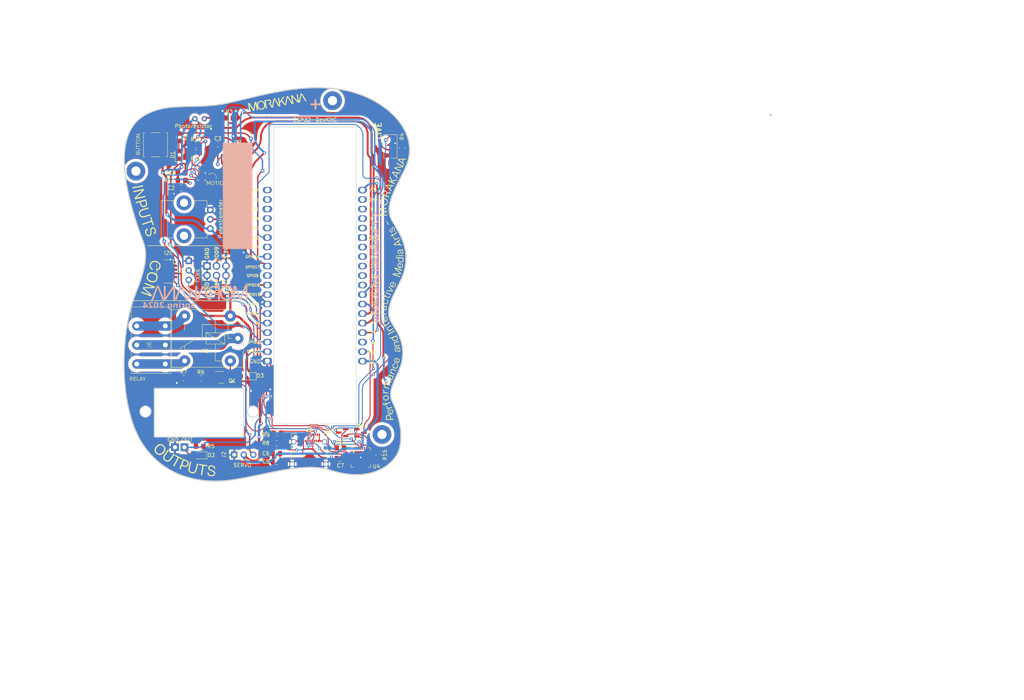
<source format=kicad_pcb>
(kicad_pcb (version 20221018) (generator pcbnew)
  (layers (0 "F.Cu" signal) (31 "B.Cu" signal) (34 "B.Paste" user) (35 "F.Paste" user) (36 "B.SilkS" user "B.Silkscreen") (37 "F.SilkS" user "F.Silkscreen") (38 "B.Mask" user) (39 "F.Mask" user) (44 "Edge.Cuts" user))
  (net 0 "")
  (net 1 "Net-(D1-A)")
  (net 2 "GND")
  (net 3 "Net-(D2-K)")
  (net 4 "+3V3")
  (net 5 "Net-(D2-A)")
  (net 6 "Net-(J2-Pin_3)")
  (net 7 "5V")
  (net 8 "Net-(U4-VDD)")
  (net 9 "SCL")
  (net 10 "Net-(Q1-B)")
  (net 11 "Net-(U1-VDET_1{slash}GPIO34{slash}ADC1_CH6)")
  (net 12 "SDA")
  (net 13 "relay_control")
  (net 14 "Net-(U1-VDET_2{slash}GPIO35{slash}ADC1_CH7)")
  (net 15 "RX")
  (net 16 "push")
  (net 17 "performance")
  (net 23 "Net-(MIC1-VCC)")
  (net 28 "TX")
  (net 34 "Net-(J8-CC1)")
  (net 36 "io09")
  (net 38 "Net-(D3-A)")
  (net 39 "io18")
  (net 41 "Net-(J6-NC-Pad1)")
  (net 42 "Net-(J6-C-Pad2)")
  (net 43 "Net-(J6-NO-Pad3)")
  (net 44 "Net-(U3-C1)")
  (net 45 "Net-(U3-CS_XL)")
  (net 46 "Net-(U3-CS_MAG)")
  (net 47 "mic")
  (net 52 "Net-(U4-D+)")
  (net 53 "Net-(U4-D-)")
  (net 55 "Net-(J8-CC2)")
  (net 57 "Net-(Q2-B)")
  (net 58 "Net-(Q2-E)")
  (net 59 "EN")
  (net 60 "Net-(Q3-B)")
  (net 61 "Net-(Q3-E)")
  (net 62 "boot")
  (footprint "Espressif:ESP32-Dev_Batt_18650" (layer "F.Cu") (at 108.484436 107.739565 180)
    (fp_text reference "U1" hide)
    (fp_text value "ESP32-DevKitC")
    (fp_rect (start 1.7 -16.762) (end 23.7 62.524) (stroke (width 0.12)) (fill none) (layer "Edge.Cuts"))
  )
  (footprint "Package_DFN_QFN:QFN-28-1EP_5x5mm_P0.5mm_EP3.35x3.35mm" (layer "F.Cu") (at 108.025 133.475)
    (fp_text reference "U4")
    (fp_text value "CP2102N-Axx-xQFN28")
  )
  (footprint "Connector_JST:JST_SH_SM04B-SRSS-TB_1x04-1MP_P1.00mm_Horizontal" (layer "F.Cu") (at 56.235136 83.782365 -90)
    (fp_text reference "J5")
    (fp_text value "I2C " hide)
  )
  (footprint "Resistor_SMD:R_0805_2012Metric_Pad1.20x1.40mm_HandSolder" (layer "F.Cu") (at 85.725 126.95)
    (fp_text reference "R9")
    (fp_text value "5.1K")
  )
  (footprint "Connector_Wire:SolderWire-0.5sqmm_1x01_D0.9mm_OD2.1mm" (layer "F.Cu") (at 58.42 130.746965)
    (fp_text reference "J7" hide)
    (fp_text value "GND")
  )
  (footprint "Package_LGA:LGA-12_2x2mm_P0.5mm" (layer "F.Cu") (at 65.532 58.42)
    (fp_text reference "U3" hide)
    (fp_text value "LSM303C" hide)
  )
  (footprint "Resistor_SMD:R_0805_2012Metric_Pad1.20x1.40mm_HandSolder" (layer "F.Cu") (at 85.55 129.7)
    (fp_text reference "R8")
    (fp_text value "5.1K")
  )
  (footprint "Capacitor_SMD:C_0805_2012Metric" (layer "F.Cu") (at 60.132 61.468 180)
    (fp_text reference "C2")
    (fp_text value "220nF" hide)
  )
  (footprint "Resistor_THT:R_Axial_DIN0204_L3.6mm_D1.6mm_P2.54mm_Vertical" (layer "F.Cu") (at 63.732736 42.986365)
    (fp_text reference "R2" hide)
    (fp_text value "Photoresistor")
  )
  (footprint "Button_Switch_SMD:SW_DIP_SPSTx01_Slide_Omron_A6S-110x_W8.9mm_P2.54mm" (layer "F.Cu") (at 115.925136 50.381365 90)
    (fp_text reference "SW2" hide)
    (fp_text value "SW_DIP_x01" hide)
  )
  (footprint "Resistor_SMD:R_0805_2012Metric_Pad1.20x1.40mm_HandSolder" (layer "F.Cu") (at 65.328336 112.357365)
    (fp_text reference "R6")
    (fp_text value "1K")
  )
  (footprint "MountingHole:MountingHole_2.5mm_Pad_TopBottom" (layer "F.Cu") (at 100.492736 38.146365)
    (fp_text reference "H3" hide)
    (fp_text value "MountingHole" hide)
  )
  (footprint "Resistor_SMD:R_0805_2012Metric_Pad1.20x1.40mm_HandSolder" (layer "F.Cu") (at 65.023536 130.467565)
    (fp_text reference "R5")
    (fp_text value "220" hide)
  )
  (footprint "Package_TO_SOT_SMD:SOT-23" (layer "F.Cu") (at 103.075 126.825 180)
    (fp_text reference "Q3")
    (fp_text value "BC817")
  )
  (footprint "Resistor_SMD:R_0805_2012Metric_Pad1.20x1.40mm_HandSolder" (layer "F.Cu") (at 60.198 59.436 180)
    (fp_text reference "R13")
    (fp_text value "2.7K" hide)
  )
  (footprint "Button_Switch_SMD:SW_Push_1P1T_NO_CK_KSC7xxJ" (layer "F.Cu") (at 53.237936 49.924165 -90)
    (fp_text reference "SW1" hide)
    (fp_text value "SW_DIP_x01")
  )
  (footprint "Connector_Wire:SolderWire-0.5sqmm_1x01_D0.9mm_OD2.1mm" (layer "F.Cu") (at 60.96 130.746965)
    (fp_text reference "J4" hide)
    (fp_text value "OUT0" hide)
  )
  (footprint "LED_SMD:LED_0805_2012Metric_Pad1.15x1.40mm_HandSolder" (layer "F.Cu") (at 65.099736 132.905965 180)
    (fp_text reference "D2")
    (fp_text value "LED")
  )
  (footprint "Potentiometer_THT:Potentiometer_Bourns_PTV09A-1_Single_Vertical" (layer "F.Cu") (at 67.847736 67.337765 180)
    (fp_text reference "RV5K1" hide)
    (fp_text value "Potentiometer")
  )
  (footprint "Resistor_SMD:R_0805_2012Metric_Pad1.20x1.40mm_HandSolder" (layer "F.Cu") (at 119.100136 50.720965 90)
    (fp_text reference "R4")
    (fp_text value "1M")
  )
  (footprint "Connector_USB:USB_C_Receptacle_Amphenol_12401610E4-2A_CircularHoles" (layer "F.Cu") (at 94.225 132.395)
    (fp_text reference "J8")
    (fp_text value "USB_C_Receptacle_USB2.0" hide)
  )
  (footprint "Capacitor_SMD:C_0805_2012Metric" (layer "F.Cu") (at 102.5 133.75)
    (fp_text reference "C7")
    (fp_text value "100nF")
  )
  (footprint "Resistor_SMD:R_0805_2012Metric_Pad1.20x1.40mm_HandSolder" (layer "F.Cu") (at 60.705536 112.255765)
    (fp_text reference "R7")
    (fp_text value "10K")
  )
  (footprint "Capacitor_SMD:C_0805_2012Metric" (layer "F.Cu") (at 85.5 134.625)
    (fp_text reference "C5")
    (fp_text value "1uF")
  )
  (footprint "Diode_SMD:D_SOD-123" (layer "F.Cu") (at 77.774336 111.747765 180)
    (fp_text reference "D3")
    (fp_text value "1N4148W" hide)
  )
  (footprint "Connector_PinHeader_2.54mm:PinHeader_1x03_P2.54mm_Vertical" (layer "F.Cu") (at 62.102536 80.937565)
    (fp_text reference "J3" hide)
    (fp_text value "TXRX")
  )
  (footprint "Capacitor_SMD:C_0805_2012Metric" (layer "F.Cu") (at 73.66 56.896 180)
    (fp_text reference "C1")
    (fp_text value "10uF" hide)
  )
  (footprint "Resistor_SMD:R_0805_2012Metric_Pad1.20x1.40mm_HandSolder" (layer "F.Cu") (at 59.486336 47.917565 -90)
    (fp_text reference "R1")
    (fp_text value "R220")
  )
  (footprint "Package_TO_SOT_SMD:SOT-23" (layer "F.Cu") (at 107.925 126.875)
    (fp_text reference "Q2")
    (fp_text value "BC817")
  )
  (footprint "Resistor_SMD:R_0805_2012Metric_Pad1.20x1.40mm_HandSolder" (layer "F.Cu") (at 102.6 130.925)
    (fp_text reference "R14")
    (fp_text value "10K")
  )
  (footprint "MountingHole:MountingHole_2.5mm_Pad_TopBottom" (layer "F.Cu") (at 48.002736 56.966365)
    (fp_text reference "H4" hide)
    (fp_text value "MountingHole" hide)
  )
  (footprint "Resistor_SMD:R_0805_2012Metric_Pad1.20x1.40mm_HandSolder" (layer "F.Cu") (at 64.008 52.07 180)
    (fp_text reference "R11")
    (fp_text value "10K" hide)
  )
  (footprint "Graphics:MORAKANA_20mm_White" (layer "F.Cu") (at 85.747446 38.550683 10.5)
    (fp_text reference "G***" hide)
    (fp_text value "LOGO" hide)
  )
  (footprint "Resistor_SMD:R_0805_2012Metric_Pad1.20x1.40mm_HandSolder" (layer "F.Cu") (at 60.198 57.404 180)
    (fp_text reference "R12")
    (fp_text value "2.7K" hide)
  )
  (footprint "Connector_PinSocket_2.54mm:PinSocket_2x03_P2.54mm_Vertical" (layer "F.Cu") (at 66.971236 82.314565 90)
    (fp_text reference "J1" hide)
    (fp_text value "hookup" hide)
  )
  (footprint "Resistor_SMD:R_0805_2012Metric_Pad1.20x1.40mm_HandSolder" (layer "F.Cu") (at 64.008 50.038 180)
    (fp_text reference "R10")
    (fp_text value "10K" hide)
  )
  (footprint "Capacitor_SMD:C_0805_2012Metric" (layer "F.Cu") (at 73.726 54.864 180)
    (fp_text reference "C4")
    (fp_text value "10uF" hide)
  )
  (footprint "Capacitor_SMD:C_0805_2012Metric" (layer "F.Cu") (at 85.525 132.425)
    (fp_text reference "C6")
    (fp_text value "100nF")
  )
  (footprint "Resistor_SMD:R_0805_2012Metric_Pad1.20x1.40mm_HandSolder" (layer "F.Cu") (at 72.897536 42.761365)
    (fp_text reference "R3")
    (fp_text value "10K")
  )
  (footprint "MountingHole:MountingHole_2.5mm_Pad_TopBottom" (layer "F.Cu") (at 113.7 127.325)
    (fp_text reference "H1" hide)
    (fp_text value "MountingHole" hide)
  )
  (footprint "Relay_THT:Relay_SPDT_Finder_36.11" (layer "F.Cu") (at 75.206036 101.663965 180)
    (fp_text reference "K1")
    (fp_text value "FINDER-36.11" hide)
    (fp_arc (start 0.762 1.778001) (mid -1.934406 -0.000001) (end 0.762001 -1.778) (stroke (width 0.1)) (layer "Edge.Cuts"))
    (fp_arc (start 0.762 1.778001) (mid 1.524504 2.033012) (end 1.267975 2.795006) (stroke (width 0.1)) (layer "Edge.Cuts"))
    (fp_arc (start 1.267939 2.794934) (mid -3.06909 -0.001132) (end 1.27 -2.793998) (stroke (width 0.1)) (layer "Edge.Cuts"))
    (fp_arc (start 1.27 -2.793999) (mid 1.523999 -2.032) (end 0.762001 -1.778001) (stroke (width 0.1)) (layer "Edge.Cuts"))
  )
  (footprint "LED_SMD:LED_0805_2012Metric_Pad1.15x1.40mm_HandSolder" (layer "F.Cu") (at 59.462736 52.638865 90)
    (fp_text reference "D1")
    (fp_text value "LED" hide)
  )
  (footprint "spring_terminal:spring_terminal" (layer "F.Cu") (at 52.044136 103.416565 90)
    (fp_text reference "J6")
    (fp_text value "~")
  )
  (footprint "Resistor_SMD:R_0805_2012Metric_Pad1.20x1.40mm_HandSolder" (layer "F.Cu") (at 112.825 132.8 -90)
    (fp_text reference "R15")
    (fp_text value "10K")
  )
  (footprint "Package_TO_SOT_SMD:SOT-23" (layer "F.Cu") (at 70.789336 112.077965)
    (fp_text reference "Q1")
    (fp_text value "MMBT3904" hide)
  )
  (footprint "Package_TO_SOT_SMD:SOT-23-5" (layer "F.Cu") (at 74.422 51.816 180)
    (fp_text reference "U2")
    (fp_text value "MIC5225-3.3YM5" hide)
  )
  (footprint "Capacitor_SMD:C_0805_2012Metric" (layer "F.Cu") (at 69.85 49.784 180)
    (fp_text reference "C3")
    (fp_text value "0.1uF" hide)
  )
  (footprint "Connector_PinSocket_2.54mm:PinSocket_1x03_P2.54mm_Vertical" (layer "F.Cu") (at 74.243736 132.728165 90)
    (fp_text reference "J2")
    (fp_text value "SERVO")
  )
  (gr_rect (start 217.3732 41.8846) (end 217.5256 42.0116) (stroke (width 0.2)) (fill none) (layer "B.Cu"))
  (gr_poly (pts (xy 72.158637 87.534874) (xy 72.103918 87.536782) (xy 72.050066 87.539963) (xy 71.997081 87.544418) (xy 71.944963 87.550149) (xy 71.893712 87.557155) (xy 71.843327 87.565439) (xy 71.793809 87.575) (xy 71.745158 87.585841) (xy 71.697373 87.597961) (xy 71.650454 87.611363) (xy 71.604403 87.626046) (xy 71.559217 87.642013) (xy 71.514898 87.659263) (xy 71.471445 87.677798) (xy 71.428859 87.697618) (xy 71.387141 87.718504) (xy 71.346281 87.740245) (xy 71.306282 87.762842) (xy 71.267143 87.786297) (xy 71.228865 87.810613) (xy 71.191448 87.835789) (xy 71.154893 87.861829) (xy 71.119201 87.888733) (xy 71.084371 87.916504) (xy 71.050405 87.945143) (xy 71.017303 87.974651) (xy 70.985065 88.00503) (xy 70.953692 88.036282) (xy 70.923184 88.068409) (xy 70.893542 88.101412) (xy 70.864767 88.135292) (xy 70.83692 88.169829) (xy 70.809954 88.205008) (xy 70.783868 88.24083) (xy 70.758662 88.277294) (xy 70.734337 88.314401) (xy 70.710892 88.352151) (xy 70.688328 88.390543) (xy 70.666644 88.429578) (xy 70.64584 88.469256) (xy 70.625917 88.509576) (xy 70.606873 88.55054) (xy 70.58871 88.592146) (xy 70.571427 88.634395) (xy 70.555024 88.677287) (xy 70.539501 88.720822) (xy 70.524858 88.765) (xy 70.50862 88.818284) (xy 70.493659 88.871891) (xy 70.479968 88.925819) (xy 70.467539 88.980067) (xy 70.456366 89.034632) (xy 70.446443 89.089513) (xy 70.437764 89.144707) (xy 70.430322 89.200214) (xy 70.430322 87.623668) (xy 68.69537 87.623668) (xy 68.629089 87.624702) (xy 68.564639 87.627803) (xy 68.50202 87.632969) (xy 68.441231 87.640198) (xy 68.382273 87.649489) (xy 68.325146 87.66084) (xy 68.26985 87.674249) (xy 68.216384 87.689714) (xy 68.16475 87.707234) (xy 68.114946 87.726806) (xy 68.066974 87.748429) (xy 68.020832 87.772101) (xy 67.976522 87.797821) (xy 67.934042 87.825586) (xy 67.893394 87.855395) (xy 67.854577 87.887246) (xy 67.817911 87.920981) (xy 67.783608 87.956228) (xy 67.751667 87.992989) (xy 67.72209 88.031265) (xy 67.694876 88.071057) (xy 67.670027 88.112368) (xy 67.647542 88.1552) (xy 67.627422 88.199553) (xy 67.609668 88.24543) (xy 67.594279 88.292832) (xy 67.581257 88.341761) (xy 67.570601 88.392219) (xy 67.562313 88.444208) (xy 67.556392 88.497728) (xy 67.552839 88.552783) (xy 67.551655 88.609373) (xy 67.552263 88.651867) (xy 67.554085 88.693705) (xy 67.557123 88.734886) (xy 67.561375 88.77541) (xy 67.566841 88.815277) (xy 67.57352 88.854488) (xy 67.581413 88.893041) (xy 67.590519 88.930937) (xy 67.600837 88.968177) (xy 67.612368 89.004759) (xy 67.625111 89.040684) (xy 67.639065 89.075953) (xy 67.654231 89.110564) (xy 67.670607 89.144517) (xy 67.688194 89.177814) (xy 67.706991 89.210453) (xy 67.727174 89.242025) (xy 67.748817 89.272337) (xy 67.771922 89.301388) (xy 67.796487 89.329175) (xy 67.822513 89.355697) (xy 67.85 89.380953) (xy 67.878947 89.404939) (xy 67.909356 89.427656) (xy 67.941225 89.449101) (xy 67.974554 89.469272) (xy 68.009345 89.488169) (xy 68.045595 89.505788) (xy 68.083306 89.522128) (xy 68.122478 89.537188) (xy 68.16311 89.550966) (xy 68.205203 89.56346) (xy 68.205203 89.574202) (xy 68.182758 89.575715) (xy 68.156893 89.579308) (xy 68.123213 89.586306) (xy 68.083179 89.597841) (xy 68.038251 89.61505) (xy 67.98989 89.639067) (xy 67.964878 89.653983) (xy 67.939555 89.671027) (xy 67.914104 89.69034) (xy 67.888707 89.712064) (xy 67.863547 89.736341) (xy 67.838807 89.763312) (xy 67.814669 89.793121) (xy 67.791315 89.825908) (xy 67.768928 89.861815) (xy 67.747691 89.900984) (xy 67.727786 89.943558) (xy 67.709396 89.989677) (xy 67.692702 90.039484) (xy 67.677889 90.09312) (xy 67.665138 90.150727) (xy 67.654632 90.212448) (xy 67.646554 90.278424) (xy 67.641085 90.348796) (xy 67.633722 90.470982) (xy 67.62603 90.582074) (xy 67.617936 90.682759) (xy 67.609368 90.773724) (xy 67.600251 90.855658) (xy 67.590513 90.929248) (xy 67.580081 90.995183) (xy 67.568881 91.054149) (xy 66.233343 87.623667) (xy 65.679968 87.623667) (xy 64.339404 91.05444) (xy 64.339404 87.623668) (xy 63.838812 87.623668) (xy 63.838812 89.492473) (xy 61.980961 87.623668) (xy 61.366307 87.623668) (xy 62.782992 89.047496) (xy 61.642425 90.945749) (xy 60.34909 87.623694) (xy 59.795715 87.623694) (xy 58.454939 91.055022) (xy 58.454939 87.623694) (xy 57.922412 87.623694) (xy 55.940869 90.67561) (xy 55.930416 90.67561) (xy 55.930416 87.623694) (xy 55.456071 87.623694) (xy 55.456071 91.069468) (xy 54.114555 87.623694) (xy 53.561152 87.623694) (xy 52.090611 91.386968) (xy 52.643989 91.386968) (xy 53.840489 88.076898) (xy 53.850965 88.076898) (xy 55.06829 91.386968) (xy 56.004043 91.386968) (xy 57.970082 88.367305) (xy 57.980534 88.367305) (xy 57.980534 91.386994) (xy 58.87853 91.386994) (xy 60.075056 88.076925) (xy 60.085481 88.076925) (xy 61.302854 91.386994) (xy 61.943969 91.386994) (xy 63.124804 89.391031) (xy 63.838809 90.108634) (xy 63.838809 91.386968) (xy 64.76284 91.386968) (xy 65.959338 88.076898) (xy 65.969763 88.076898) (xy 67.187136 91.386968) (xy 67.978611 91.386968) (xy 67.995267 91.359596) (xy 68.009681 91.332451) (xy 68.022048 91.30511) (xy 68.032558 91.277148) (xy 68.041404 91.248141) (xy 68.048779 91.217665) (xy 68.054874 91.185296) (xy 68.059882 91.15061) (xy 68.063994 91.113182) (xy 68.067404 91.072588) (xy 68.072883 90.980206) (xy 68.083863 90.738792) (xy 68.091052 90.620037) (xy 68.10082 90.509443) (xy 68.113585 90.40694) (xy 68.129763 90.312459) (xy 68.139262 90.268206) (xy 68.149771 90.225932) (xy 68.161342 90.18563) (xy 68.174027 90.147291) (xy 68.187878 90.110905) (xy 68.202947 90.076465) (xy 68.219286 90.043962) (xy 68.236948 90.013387) (xy 68.255984 89.984732) (xy 68.276446 89.957987) (xy 68.298387 89.933146) (xy 68.321859 89.910198) (xy 68.346913 89.889135) (xy 68.373603 89.869949) (xy 68.401979 89.852631) (xy 68.432095 89.837172) (xy 68.464002 89.823565) (xy 68.497752 89.811799) (xy 68.533398 89.801868) (xy 68.570991 89.793761) (xy 68.610584 89.787471) (xy 68.652229 89.782988) (xy 68.695977 89.780305) (xy 68.741882 89.779413) (xy 68.741882 89.343512) (xy 68.722837 89.342094) (xy 68.703623 89.340969) (xy 68.66505 89.338964) (xy 68.645869 89.337768) (xy 68.626878 89.33623) (xy 68.608167 89.334194) (xy 68.589825 89.3315) (xy 68.570241 89.328057) (xy 68.550957 89.324211) (xy 68.531976 89.319962) (xy 68.513298 89.315312) (xy 68.494923 89.310263) (xy 68.476854 89.304817) (xy 68.45909 89.298976) (xy 68.441632 89.292742) (xy 68.424482 89.286115) (xy 68.407641 89.279099) (xy 68.391109 89.271696) (xy 68.374888 89.263906) (xy 68.358977 89.255731) (xy 68.343379 89.247174) (xy 68.328094 89.238237) (xy 68.313124 89.228921) (xy 68.298495 89.219104) (xy 68.284237 89.208882) (xy 68.27035 89.198255) (xy 68.256832 89.187223) (xy 68.243685 89.175786) (xy 68.230908 89.163943) (xy 68.218501 89.151695) (xy 68.206464 89.139042) (xy 68.194797 89.125983) (xy 68.183501 89.112518) (xy 68.172575 89.098648) (xy 68.162019 89.084371) (xy 68.151833 89.069689) (xy 68.142018 89.054601) (xy 68.132573 89.039107) (xy 68.123498 89.023207) (xy 68.114889 89.006798) (xy 68.106831 88.989776) (xy 68.099326 88.972146) (xy 68.092373 88.95391) (xy 68.085974 88.93507) (xy 68.080129 88.915628) (xy 68.074838 88.895588) (xy 68.070101 88.874951) (xy 68.065921 88.853721) (xy 68.062295 88.831899) (xy 68.059227 88.809489) (xy 68.056715 88.786492) (xy 68.05476 88.762912) (xy 68.053364 88.738751) (xy 68.052525 88.714011) (xy 68.052246 88.688695) (xy 68.052864 88.653445) (xy 68.054718 88.619033) (xy 68.057808 88.585458) (xy 68.062133 88.55272) (xy 68.067694 88.520817) (xy 68.074489 88.489748) (xy 68.082518 88.459513) (xy 68.091781 88.430111) (xy 68.102277 88.401539) (xy 68.114006 88.373799) (xy 68.126968 88.346888) (xy 68.141162 88.320806) (xy 68.156588 88.295552) (xy 68.173246 88.271125) (xy 68.191134 88.247524) (xy 68.210253 88.224748) (xy 68.230809 88.20308) (xy 68.252886 88.182798) (xy 68.276485 88.163902) (xy 68.301606 88.146394) (xy 68.328248 88.130277) (xy 68.35641 88.115551) (xy 68.386093 88.102219) (xy 68.417297 88.090283) (xy 68.45002 88.079744) (xy 68.484263 88.070605) (xy 68.520025 88.062866) (xy 68.557306 88.056531) (xy 68.596106 88.0516) (xy 68.636424 88.048076) (xy 68.67826 88.04596) (xy 68.721614 88.045254) (xy 69.929728 88.045254) (xy 69.929728 91.386942) (xy 70.43032 91.386942) (xy 70.43032 89.810977) (xy 70.437763 89.86646) (xy 70.446442 89.921621) (xy 70.456365 89.976457) (xy 70.467537 90.030965) (xy 70.479966 90.08514) (xy 70.493658 90.13898) (xy 70.508619 90.192479) (xy 70.524856 90.245635) (xy 70.539499 90.289809) (xy 70.555022 90.333343) (xy 70.571425 90.376236) (xy 70.588709 90.418491) (xy 70.606872 90.460107) (xy 70.625915 90.501085) (xy 70.645839 90.541426) (xy 70.666643 90.58113) (xy 70.688327 90.620198) (xy 70.710891 90.658631) (xy 70.734336 90.69643) (xy 70.758661 90.733594) (xy 70.783867 90.770125) (xy 70.809953 90.806024) (xy 70.836919 90.84129) (xy 70.864766 90.875926) (xy 70.893542 90.909701) (xy 70.923183 90.942596) (xy 70.953691 90.97461) (xy 70.985064 91.005743) (xy 71.017302 91.035996) (xy 71.050404 91.065369) (xy 71.08437 91.093861) (xy 71.1192 91.121472) (xy 71.154892 91.148203) (xy 71.191447 91.174053) (xy 71.228864 91.199022) (xy 71.267142 91.223111) (xy 71.306281 91.24632) (xy 71.346281 91.268648) (xy 71.38714 91.290095) (xy 71.428858 91.310662) (xy 71.471445 91.330148) (xy 71.514897 91.348365) (xy 71.559216 91.365314) (xy 71.604402 91.380997) (xy 71.650453 91.395415) (xy 71.697372 91.408571) (xy 71.745157 91.420465) (xy 71.793808 91.431101) (xy 71.843326 91.440478) (xy 71.893711 91.4486) (xy 71.944963 91.455468) (xy 71.997081 91.461083) (xy 72.050066 91.465447) (xy 72.103917 91.468563) (xy 72.158636 91.47043) (xy 72.214221 91.471053) (xy 72.269802 91.470431) (xy 72.324517 91.468564) (xy 72.378365 91.46545) (xy 72.431347 91.461087) (xy 72.483462 91.455473) (xy 72.534712 91.448607) (xy 72.585095 91.440487) (xy 72.634611 91.431111) (xy 72.683261 91.420476) (xy 72.731046 91.408582) (xy 72.777963 91.395427) (xy 72.824015 91.381008) (xy 72.8692 91.365324) (xy 72.913519 91.348373) (xy 72.956971 91.330153) (xy 72.999558 91.310662) (xy 73.041273 91.290095) (xy 73.082123 91.268647) (xy 73.122108 91.246318) (xy 73.161228 91.223108) (xy 73.199484 91.199017) (xy 73.236877 91.174046) (xy 73.273405 91.148194) (xy 73.30907 91.121462) (xy 73.343873 91.093849) (xy 73.377813 91.065357) (xy 73.41089 91.035984) (xy 73.443106 91.005732) (xy 73.47446 90.9746) (xy 73.504953 90.942588) (xy 73.534586 90.909696) (xy 73.563358 90.875926) (xy 73.591256 90.841291) (xy 73.618267 90.806025) (xy 73.64439 90.770127) (xy 73.669626 90.733598) (xy 73.693975 90.696435) (xy 73.717436 90.658638) (xy 73.74001 90.620207) (xy 73.761696 90.58114) (xy 73.782495 90.541437) (xy 73.802407 90.501096) (xy 73.821431 90.460118) (xy 73.839568 90.418502) (xy 73.856818 90.376246) (xy 73.87318 90.33335) (xy 73.888655 90.289813) (xy 73.903242 90.245635) (xy 73.920125 90.190553) (xy 73.935632 90.135104) (xy 73.949769 90.079292) (xy 73.962538 90.02312) (xy 73.973945 89.966591) (xy 73.983992 89.909707) (xy 73.992685 89.852473) (xy 74.000026 89.794891) (xy 74.000026 91.386968) (xy 74.474398 91.386968) (xy 74.474398 89.505649) (xy 73.515946 89.505649) (xy 73.514799 89.576646) (xy 73.511353 89.647413) (xy 73.505602 89.717942) (xy 73.497538 89.788227) (xy 73.487155 89.85826) (xy 73.474445 89.928034) (xy 73.459403 89.997542) (xy 73.442021 90.066777) (xy 73.432518 90.101115) (xy 73.422344 90.135032) (xy 73.411502 90.168527) (xy 73.399993 90.201597) (xy 73.387817 90.23424) (xy 73.374977 90.266456) (xy 73.361475 90.298243) (xy 73.34731 90.329597) (xy 73.332486 90.360519) (xy 73.317003 90.391006) (xy 73.300862 90.421056) (xy 73.284066 90.450668) (xy 73.266616 90.479839) (xy 73.248512 90.508569) (xy 73.229757 90.536855) (xy 73.210353 90.564696) (xy 73.190217 90.59208) (xy 73.169389 90.618779) (xy 73.147867 90.644793) (xy 73.12565 90.670122) (xy 73.102738 90.694766) (xy 73.07913 90.718725) (xy 73.054824 90.741999) (xy 73.02982 90.764589) (xy 73.004118 90.786494) (xy 72.977716 90.807714) (xy 72.950613 90.82825) (xy 72.922809 90.848102) (xy 72.894302 90.867269) (xy 72.865093 90.885753) (xy 72.835179 90.903552) (xy 72.80456 90.920667) (xy 72.773219 90.93692) (xy 72.741136 90.952123) (xy 72.708313 90.966277) (xy 72.674748 90.979381) (xy 72.640443 90.991436) (xy 72.605398 91.002442) (xy 72.569612 91.012399) (xy 72.533085 91.021308) (xy 72.495818 91.029167) (xy 72.45781 91.035979) (xy 72.419062 91.041742) (xy 72.379574 91.046456) (xy 72.339346 91.050123) (xy 72.298378 91.052742) (xy 72.25667 91.054313) (xy 72.214222 91.054837) (xy 72.17177 91.054313) (xy 72.130058 91.052742) (xy 72.089086 91.050123) (xy 72.048855 91.046456) (xy 72.009364 91.041742) (xy 71.970615 91.035978) (xy 71.932605 91.029167) (xy 71.895337 91.021307) (xy 71.858809 91.012399) (xy 71.823022 91.002442) (xy 71.787976 90.991436) (xy 71.75367 90.979381) (xy 71.720106 90.966276) (xy 71.687282 90.952123) (xy 71.655199 90.93692) (xy 71.623857 90.920667) (xy 71.593236 90.903552) (xy 71.563313 90.885753) (xy 71.534091 90.86727) (xy 71.505569 90.848102) (xy 71.477747 90.828251) (xy 71.450627 90.807715) (xy 71.424208 90.786494) (xy 71.398492 90.764589) (xy 71.373478 90.741999) (xy 71.349167 90.718725) (xy 71.32556 90.694766) (xy 71.302657 90.670122) (xy 71.280458 90.644793) (xy 71.258964 90.618779) (xy 71.238175 90.59208) (xy 71.218093 90.564696) (xy 71.19863 90.536855) (xy 71.179832 90.508569) (xy 71.161697 90.479839) (xy 71.144224 90.450668) (xy 71.127415 90.421056) (xy 71.111267 90.391006) (xy 71.095781 90.360519) (xy 71.080956 90.329597) (xy 71.066791 90.298243) (xy 71.053287 90.266456) (xy 71.040443 90.23424) (xy 71.028258 90.201597) (xy 71.016733 90.168527) (xy 71.005866 90.135032) (xy 70.995657 90.101115) (xy 70.986106 90.066777) (xy 70.968807 89.997542) (xy 70.953805 89.928034) (xy 70.941101 89.85826) (xy 70.930699 89.788227) (xy 70.922602 89.717942) (xy 70.916815 89.647413) (xy 70.91334 89.576646) (xy 70.912181 89.505649) (xy 70.91334 89.434483) (xy 70.916815 89.36363) (xy 70.922602 89.293069) (xy 70.930699 89.22278) (xy 70.941101 89.152742) (xy 70.953805 89.082936) (xy 70.968807 89.013342) (xy 70.986106 88.943939) (xy 70.995657 88.909607) (xy 71.005866 88.875707) (xy 71.016733 88.842239) (xy 71.028259 88.809201) (xy 71.040443 88.776592) (xy 71.053287 88.744413) (xy 71.066792 88.712661) (xy 71.080956 88.681336) (xy 71.095781 88.650438) (xy 71.111267 88.619965) (xy 71.127415 88.589917) (xy 71.144225 88.560293) (xy 71.161697 88.531092) (xy 71.179832 88.502313) (xy 71.19863 88.473956) (xy 71.218093 88.446019) (xy 71.238175 88.418737) (xy 71.258964 88.392126) (xy 71.280458 88.366186) (xy 71.302657 88.340917) (xy 71.32556 88.316319) (xy 71.349167 88.292391) (xy 71.373478 88.269135) (xy 71.398492 88.24655) (xy 71.424208 88.224635) (xy 71.450627 88.203392) (xy 71.477747 88.18282) (xy 71.505569 88.162918) (xy 71.534091 88.143688) (xy 71.563313 88.125128) (xy 71.593236 88.10724) (xy 71.623857 88.090022) (xy 71.655199 88.073774) (xy 71.687282 88.058574) (xy 71.720105 88.044422) (xy 71.75367 88.031319) (xy 71.787975 88.019265) (xy 71.823022 88.008258) (xy 71.858809 87.998301) (xy 71.895336 87.989391) (xy 71.932605 87.98153) (xy 71.970614 87.974717) (xy 72.009364 87.968953) (xy 72.048855 87.964236) (xy 72.089086 87.960568) (xy 72.130057 87.957948) (xy 72.17177 87.956376) (xy 72.214222 87.955852) (xy 72.25667 87.956376) (xy 72.298378 87.957948) (xy 72.339346 87.960568) (xy 72.379574 87.964236) (xy 72.419062 87.968953) (xy 72.45781 87.974717) (xy 72.495818 87.98153) (xy 72.533085 87.989391) (xy 72.569612 87.998301) (xy 72.605398 88.008258) (xy 72.640443 88.019265) (xy 72.674748 88.031319) (xy 72.708313 88.044422) (xy 72.741136 88.058574) (xy 72.773219 88.073774) (xy 72.80456 88.090022) (xy 72.835179 88.10724) (xy 72.865093 88.125128) (xy 72.894302 88.143688) (xy 72.922809 88.162918) (xy 72.950613 88.18282) (xy 72.977716 88.203392) (xy 73.004118 88.224635) (xy 73.02982 88.24655) (xy 73.054824 88.269135) (xy 73.07913 88.292391) (xy 73.102738 88.316319) (xy 73.12565 88.340917) (xy 73.147867 88.366186) (xy 73.169389 88.392126) (xy 73.190217 88.418737) (xy 73.210353 88.446019) (xy 73.229758 88.473956) (xy 73.248513 88.502313) (xy 73.266616 88.531092) (xy 73.284067 88.560293) (xy 73.300863 88.589917) (xy 73.317004 88.619965) (xy 73.332487 88.650438) (xy 73.347311 88.681336) (xy 73.361475 88.712661) (xy 73.374978 88.744413) (xy 73.387818 88.776592) (xy 73.399993 88.809201) (xy 73.411503 88.842239) (xy 73.422345 88.875707) (xy 73.432518 88.909607) (xy 73.442021 88.943939) (xy 73.459403 89.013342) (xy 73.474445 89.082936) (xy 73.487155 89.152742) (xy 73.497538 89.22278) (xy 73.505602 89.293069) (xy 73.511353 89.36363) (xy 73.514799 89.434483) (xy 73.515946 89.505649) (xy 74.474398 89.505649) (xy 74.474398 88.256365) (xy 74.48514 88.256365) (xy 75.660446 91.386968) (xy 76.087404 91.386968) (xy 77.262736 88.256365) (xy 77.27316 88.256365) (xy 77.27316 91.38694) (xy 77.747532 91.38694) (xy 77.747532 87.623667) (xy 77.019372 87.623667) (xy 75.876055 90.671931) (xy 74.72816 87.623667) (xy 74.000027 87.623667) (xy 74.000027 89.216326) (xy 73.992685 89.158712) (xy 73.983993 89.101441) (xy 73.973946 89.044512) (xy 73.962539 88.987925) (xy 73.94977 88.93168) (xy 73.935633 88.875778) (xy 73.920125 88.820218) (xy 73.903243 88.765) (xy 73.888655 88.720822) (xy 73.873181 88.677287) (xy 73.856818 88.634395) (xy 73.839569 88.592146) (xy 73.821432 88.550539) (xy 73.802408 88.509576) (xy 73.782496 88.469255) (xy 73.761697 88.429578) (xy 73.740011 88.390543) (xy 73.717437 88.35215) (xy 73.693976 88.314401) (xy 73.669627 88.277294) (xy 73.644391 88.240829) (xy 73.618268 88.205008) (xy 73.591257 88.169828) (xy 73.563359 88.135291) (xy 73.534587 88.101411) (xy 73.504954 88.068408) (xy 73.474461 88.036282) (xy 73.443107 88.00503) (xy 73.410891 87.97465) (xy 73.377814 87.945142) (xy 73.343874 87.916504) (xy 73.309071 87.888733) (xy 73.273406 87.861829) (xy 73.236878 87.835789) (xy 73.199485 87.810612) (xy 73.161229 87.786297) (xy 73.122109 87.762842) (xy 73.082124 87.740245) (xy 73.041274 87.718504) (xy 72.999558 87.697618) (xy 72.956972 87.677798) (xy 72.91352 87.659263) (xy 72.869201 87.642013) (xy 72.824015 87.626046) (xy 72.777964 87.611363) (xy 72.731046 87.597961) (xy 72.683262 87.585841) (xy 72.634612 87.575) (xy 72.585095 87.565439) (xy 72.534712 87.557155) (xy 72.483463 87.550149) (xy 72.431347 87.544418) (xy 72.378365 87.539963) (xy 72.324517 87.536782) (xy 72.269803 87.534874) (xy 72.214222 87.534238)) (fill solid) (layer "B.SilkS"))
  (gr_rect (start 71.275 49.42875) (end 79.025 77.72125) (stroke (width 0.15)) (fill solid) (layer "B.SilkS"))
  (gr_line (start 47.382086 91.567465) (end 76.873786 91.592865) (stroke (width 0.15)) (layer "F.SilkS"))
  (gr_poly (pts (xy 119.468892 80.06837) (xy 119.457201 80.292164) (xy 119.230499 80.280322) (xy 119.24161 80.28664) (xy 119.252625 80.2935) (xy 119.263543 80.3009) (xy 119.274364 80.308843) (xy 119.285088 80.317326) (xy 119.295716 80.326351) (xy 119.306247 80.335918) (xy 119.316682 80.346026) (xy 119.32702 80.356675) (xy 119.337261 80.367866) (xy 119.347406 80.379598) (xy 119.357455 80.391872) (xy 119.367407 80.404687) (xy 119.377262 80.418044) (xy 119.387021 80.431942) (xy 119.396684 80.446382) (xy 119.405914 80.461891) (xy 119.41444 80.47791) (xy 119.422264 80.494439) (xy 119.429392 80.511478) (xy 119.435827 80.529028) (xy 119.441574 80.547087) (xy 119.446637 80.565657) (xy 119.45102 80.584739) (xy 119.454728 80.604331) (xy 119.457765 80.624435) (xy 119.460134 80.64505) (xy 119.461841 80.666177) (xy 119.46289 80.687816) (xy 119.463284 80.709967) (xy 119.463029 80.732631) (xy 119.462127 80.755807) (xy 119.459516 80.790712) (xy 119.455384 80.824586) (xy 119.449726 80.857433) (xy 119.442537 80.889256) (xy 119.433814 80.92006) (xy 119.423552 80.949848) (xy 119.411747 80.978625) (xy 119.398393 81.006395) (xy 119.383486 81.033161) (xy 119.367023 81.058929) (xy 119.348998 81.083701) (xy 119.329406 81.107482) (xy 119.308245 81.130276) (xy 119.285508 81.152086) (xy 119.261191 81.172918) (xy 119.235291 81.192775) (xy 119.208092 81.211983) (xy 119.179942 81.229779) (xy 119.150841 81.246168) (xy 119.120788 81.261154) (xy 119.089784 81.274742) (xy 119.057829 81.286935) (xy 119.024921 81.297738) (xy 118.991061 81.307154) (xy 118.956249 81.315189) (xy 118.920484 81.321847) (xy 118.883767 81.327131) (xy 118.846096 81.331047) (xy 118.807472 81.333597) (xy 118.767895 81.334787) (xy 118.727364 81.334621) (xy 118.685878 81.333103) (xy 118.642864 81.33014) (xy 118.601013 81.325807) (xy 118.560328 81.32011) (xy 118.520806 81.313051) (xy 118.482448 81.304636) (xy 118.445254 81.294868) (xy 118.409223 81.283752) (xy 118.374355 81.271293) (xy 118.34065 81.257494) (xy 118.308108 81.24236) (xy 118.276728 81.225894) (xy 118.24651 81.208102) (xy 118.217454 81.188988) (xy 118.189559 81.168555) (xy 118.162827 81.146808) (xy 118.137255 81.123752) (xy 118.113101 81.09971) (xy 118.090621 81.075005) (xy 118.069815 81.049635) (xy 118.050683 81.023602) (xy 118.033226 80.996904) (xy 118.017442 80.969543) (xy 118.003333 80.941518) (xy 117.990898 80.912829) (xy 117.980136 80.883475) (xy 117.971049 80.853458) (xy 117.963635 80.822777) (xy 117.957896 80.791432) (xy 117.95383 80.759423) (xy 117.951438 80.72675) (xy 117.95072 80.693413) (xy 117.951469 80.666731) (xy 118.14429 80.666731) (xy 118.144897 80.692402) (xy 118.146837 80.717374) (xy 118.150113 80.741639) (xy 118.154723 80.765188) (xy 118.16067 80.788013) (xy 118.167952 80.810104) (xy 118.176571 80.831455) (xy 118.186526 80.852056) (xy 118.192006 80.862072) (xy 118.19782 80.871898) (xy 118.203968 80.881532) (xy 118.21045 80.890973) (xy 118.217268 80.900221) (xy 118.22442 80.909273) (xy 118.239728 80.926789) (xy 118.256375 80.943513) (xy 118.274361 80.959436) (xy 118.293688 80.974549) (xy 118.314532 80.989402) (xy 118.336044 81.003401) (xy 118.358232 81.016548) (xy 118.381105 81.028842) (xy 118.404672 81.040285) (xy 118.42894 81.050877) (xy 118.453919 81.060617) (xy 118.479617 81.069508) (xy 118.506042 81.077548) (xy 118.533203 81.084739) (xy 118.561109 81.09108) (xy 118.589768 81.096573) (xy 118.619189 81.101218) (xy 118.649379 81.105015) (xy 118.680348 81.107965) (xy 118.712104 81.110068) (xy 118.742781 81.111227) (xy 118.772686 81.111462) (xy 118.80182 81.110778) (xy 118.830182 81.109178) (xy 118.857772 81.106667) (xy 118.88459 81.103249) (xy 118.910635 81.098928) (xy 118.935908 81.093709) (xy 118.960408 81.087596) (xy 118.984134 81.080592) (xy 119.007088 81.072703) (xy 119.029267 81.063932) (xy 119.050673 81.054285) (xy 119.071305 81.043764) (xy 119.091162 81.032374) (xy 119.110245 81.020119) (xy 119.128926 81.007059) (xy 119.146487 80.993189) (xy 119.16293 80.978508) (xy 119.178254 80.963018) (xy 119.19246 80.946718) (xy 119.205546 80.929608) (xy 119.217513 80.911688) (xy 119.228362 80.892959) (xy 119.238092 80.873419) (xy 119.246702 80.85307) (xy 119.254194 80.831911) (xy 119.260567 80.809942) (xy 119.265821 80.787164) (xy 119.269956 80.763576) (xy 119.272972 80.739178) (xy 119.274869 80.713971) (xy 119.275611 80.688669) (xy 119.275154 80.663991) (xy 119.273494 80.639942) (xy 119.270627 80.616526) (xy 119.266548 80.593746) (xy 119.261253 80.571608) (xy 119.254738 80.550115) (xy 119.246997 80.529271) (xy 119.238027 80.509079) (xy 119.227824 80.489545) (xy 119.216381 80.470672) (xy 119.203697 80.452464) (xy 119.189764 80.434925) (xy 119.174581 80.418059) (xy 119.158141 80.401871) (xy 119.140441 80.386364) (xy 119.121613 80.372129) (xy 119.101849 80.35867) (xy 119.081138 80.345989) (xy 119.059473 80.334091) (xy 119.036845 80.32298) (xy 119.013244 80.312659) (xy 118.988663 80.303132) (xy 118.963093 80.294403) (xy 118.936524 80.286475) (xy 118.908949 80.279354) (xy 118.880358 80.273041) (xy 118.850743 80.267542) (xy 118.820095 80.262859) (xy 118.788405 80.258998) (xy 118.755664 80.255961) (xy 118.721865 80.253752) (xy 118.689589 80.252476) (xy 118.658156 80.252068) (xy 118.627565 80.252532) (xy 118.597817 80.253872) (xy 118.56891 80.256094) (xy 118.540845 80.2592) (xy 118.513622 80.263196) (xy 118.487239 80.268085) (xy 118.461698 80.273873) (xy 118.436997 80.280562) (xy 118.413137 80.288157) (xy 118.390117 80.296663) (xy 118.367937 80.306084) (xy 118.346597 80.316424) (xy 118.326097 80.327688) (xy 118.306436 80.339879) (xy 118.28827 80.352934) (xy 118.271162 80.366731) (xy 118.255116 80.381276) (xy 118.240136 80.396572) (xy 118.226227 80.412624) (xy 118.213391 80.429436) (xy 118.201635 80.447013) (xy 118.19096 80.46536) (xy 118.181373 80.48448) (xy 118.172875 80.504379) (xy 118.165472 80.525061) (xy 118.159168 80.54653) (xy 118.153966 80.568791) (xy 118.149871 80.591849) (xy 118.146887 80.615707) (xy 118.145018 80.64037) (xy 118.14429 80.666731) (xy 117.951469 80.666731) (xy 117.951675 80.659413) (xy 117.952938 80.640457) (xy 117.954735 80.621743) (xy 117.957066 80.603279) (xy 117.95993 80.585073) (xy 117.963326 80.567134) (xy 117.967255 80.54947) (xy 117.971715 80.532091) (xy 117.976706 80.515003) (xy 117.982228 80.498217) (xy 117.988281 80.481739) (xy 117.994863 80.46558) (xy 118.001975 80.449747) (xy 118.009616 80.43425) (xy 118.017785 80.419095) (xy 118.026483 80.404293) (xy 118.035707 80.389851) (xy 118.045353 80.375841) (xy 118.055319 80.36233) (xy 118.065608 80.349323) (xy 118.076226 80.336823) (xy 118.087175 80.324836) (xy 118.09846 80.313367) (xy 118.110086 80.302418) (xy 118.122055 80.291996) (xy 118.134373 80.282104) (xy 118.147042 80.272748) (xy 118.160068 80.26393) (xy 118.173454 80.255657) (xy 118.187204 80.247932) (xy 118.201322 80.24076) (xy 118.215812 80.234145) (xy 118.230678 80.228093) (xy 117.393618 80.18436) (xy 117.405309 79.960566)) (fill solid) (layer "F.SilkS"))
  (gr_poly (pts (xy 60.449129 133.786542) (xy 60.307039 134.052486) (xy 59.466093 133.603169) (xy 58.264079 135.852877) (xy 57.962202 135.691585) (xy 59.164216 133.441877) (xy 58.32327 132.99256) (xy 58.465361 132.726623)) (fill solid) (layer "F.SilkS"))
  (gr_poly (pts (xy 50.144013 62.107204) (xy 48.083651 64.117174) (xy 50.478656 63.568831) (xy 50.553223 63.894519) (xy 47.772952 64.531071) (xy 47.677469 64.114029) (xy 49.740894 62.099179) (xy 47.341917 62.64843) (xy 47.26735 62.322742) (xy 50.047621 61.686192)) (fill solid) (layer "F.SilkS"))
  (gr_line (start 67.444 57.778) (end 67.684 58.018) (stroke (width 0.1)) (layer "F.SilkS"))
  (gr_poly (pts (xy 115.078454 112.855258) (xy 115.102498 112.857142) (xy 115.126899 112.860108) (xy 115.151659 112.864152) (xy 115.176778 112.86927) (xy 115.202259 112.875457) (xy 115.228101 112.882709) (xy 115.254308 112.891023) (xy 116.189805 113.204536) (xy 116.118596 113.417013) (xy 115.301762 113.143271) (xy 115.27671 113.135164) (xy 115.252267 113.127831) (xy 115.228437 113.121271) (xy 115.205226 113.115479) (xy 115.18264 113.110454) (xy 115.160683 113.106194) (xy 115.139362 113.102694) (xy 115.118681 113.099953) (xy 115.098646 113.097969) (xy 115.079263 113.096737) (xy 115.060536 113.096256) (xy 115.042471 113.096524) (xy 115.025074 113.097536) (xy 115.00835 113.099291) (xy 114.992303 113.101787) (xy 114.976941 113.105019) (xy 114.962525 113.109719) (xy 114.948631 113.115236) (xy 114.935264 113.121569) (xy 114.922429 113.128715) (xy 114.910132 113.13667) (xy 114.898379 113.145433) (xy 114.887174 113.155) (xy 114.876524 113.16537) (xy 114.866433 113.176538) (xy 114.856907 113.188502) (xy 114.847952 113.20126) (xy 114.839572 113.214809) (xy 114.831773 113.229147) (xy 114.824561 113.244269) (xy 114.817941 113.260175) (xy 114.811918 113.276861) (xy 114.805292 113.2991) (xy 114.800322 113.321318) (xy 114.797006 113.343515) (xy 114.795338 113.36569) (xy 114.795315 113.38784) (xy 114.796933 113.409964) (xy 114.800187 113.432062) (xy 114.805074 113.454131) (xy 114.81159 113.476171) (xy 114.819731 113.498179) (xy 114.829492 113.520156) (xy 114.840869 113.542098) (xy 114.853859 113.564006) (xy 114.868457 113.585878) (xy 114.88466 113.607712) (xy 114.902463 113.629507) (xy 114.922145 113.651172) (xy 114.942955 113.672275) (xy 114.964898 113.692814) (xy 114.987979 113.712787) (xy 115.012205 113.73219) (xy 115.037581 113.75102) (xy 115.064111 113.769276) (xy 115.091802 113.786954) (xy 115.120659 113.804052) (xy 115.150686 113.820566) (xy 115.181891 113.836495) (xy 115.214277 113.851836) (xy 115.247851 113.866585) (xy 115.282617 113.88074) (xy 115.318582 113.894299) (xy 115.35575 113.907259) (xy 115.893866 114.087594) (xy 115.823589 114.297326) (xy 115.006751 114.023585) (xy 114.981965 114.015567) (xy 114.957797 114.008332) (xy 114.934247 114.00188) (xy 114.911314 113.996213) (xy 114.888997 113.991329) (xy 114.867296 113.98723) (xy 114.84621 113.983916) (xy 114.825738 113.981388) (xy 114.805879 113.979645) (xy 114.786633 113.978688) (xy 114.768 113.978517) (xy 114.749978 113.979133) (xy 114.732566 113.980536) (xy 114.715765 113.982726) (xy 114.699574 113.985704) (xy 114.683991 113.989469) (xy 114.669016 113.994024) (xy 114.654649 113.999366) (xy 114.640888 114.005498) (xy 114.627734 114.012419) (xy 114.615185 114.02013) (xy 114.60324 114.028631) (xy 114.5919 114.037922) (xy 114.581163 114.048004) (xy 114.571029 114.058877) (xy 114.561496 114.070542) (xy 114.552565 114.082998) (xy 114.544235 114.096246) (xy 114.536505 114.110287) (xy 114.529374 114.12512) (xy 114.522841 114.140746) (xy 114.516907 114.157166) (xy 114.510249 114.179396) (xy 114.505187 114.201585) (xy 114.501721 114.223733) (xy 114.499852 114.24584) (xy 114.49958 114.267906) (xy 114.500903 114.289932) (xy 114.503823 114.311917) (xy 114.508339 114.333861) (xy 114.514452 114.355765) (xy 114.52216 114.377628) (xy 114.531465 114.399451) (xy 114.542367 114.421233) (xy 114.554864 114.442975) (xy 114.568958 114.464676) (xy 114.584648 114.486337) (xy 114.601934 114.507957) (xy 114.620677 114.52931) (xy 114.640739 114.550164) (xy 114.662119 114.570517) (xy 114.684821 114.590363) (xy 114.708844 114.609699) (xy 114.734191 114.62852) (xy 114.760862 114.646823) (xy 114.788859 114.664604) (xy 114.818184 114.681859) (xy 114.848838 114.698583) (xy 114.880821 114.714773) (xy 114.914136 114.730424) (xy 114.948784 114.745533) (xy 114.984766 114.760096) (xy 115.022084 114.774107) (xy 115.060738 114.787565) (xy 115.598859 114.967899) (xy 115.52765 115.180385) (xy 114.147858 114.717984) (xy 114.219071 114.505498) (xy 114.564017 114.621103) (xy 114.547555 114.608932) (xy 114.531605 114.596294) (xy 114.51616 114.583196) (xy 114.501213 114.569645) (xy 114.486758 114.555647) (xy 114.472787 114.54121) (xy 114.459295 114.526339) (xy 114.446273 114.511041) (xy 114.433716 114.495324) (xy 114.421617 114.479194) (xy 114.409968 114.462658) (xy 114.398764 114.445722) (xy 114.387997 114.428393) (xy 114.377661 114.410678) (xy 114.367749 114.392584) (xy 114.358254 114.374116) (xy 114.349514 114.355327) (xy 114.341869 114.336265) (xy 114.33531 114.316937) (xy 114.329832 114.297351) (xy 114.325427 114.277514) (xy 114.322089 114.257431) (xy 114.319811 114.237109) (xy 114.318587 114.216557) (xy 114.318409 114.195779) (xy 114.319271 114.174783) (xy 114.321166 114.153576) (xy 114.324087 114.132165) (xy 114.328028 114.110555) (xy 114.332982 114.088755) (xy 114.338941 114.06677) (xy 114.3459 114.044608) (xy 114.361413 114.003259) (xy 114.379171 113.9651) (xy 114.39918 113.930123) (xy 114.410032 113.913825) (xy 114.421448 113.898321) (xy 114.433431 113.883609) (xy 114.445981 113.869689) (xy 114.459099 113.856559) (xy 114.472786 113.844219) (xy 114.487043 113.832668) (xy 114.50187 113.821905) (xy 114.517269 113.811929) (xy 114.533239 113.80274) (xy 114.549783 113.794336) (xy 114.566901 113.786717) (xy 114.584593 113.779882) (xy 114.602861 113.77383) (xy 114.621705 113.76856) (xy 114.641127 113.764072) (xy 114.681705 113.757436) (xy 114.724603 113.753915) (xy 114.769826 113.753503) (xy 114.817383 113.756194) (xy 114.867278 113.76198) (xy 114.847997 113.746632) (xy 114.829451 113.731023) (xy 114.811642 113.715148) (xy 114.794571 113.699003) (xy 114.778238 113.682585) (xy 114.762647 113.665889) (xy 114.747797 113.648911) (xy 114.733691 113.631647) (xy 114.72033 113.614093) (xy 114.707714 113.596245) (xy 114.695846 113.578099) (xy 114.684727 113.559651) (xy 114.674358 113.540897) (xy 114.66474 113.521833) (xy 114.655875 113.502455) (xy 114.647764 113.482758) (xy 114.640342 113.463363) (xy 114.633884 113.443866) (xy 114.628387 113.424267) (xy 114.623845 113.404571) (xy 114.620252 113.384779) (xy 114.617603 113.364895) (xy 114.615892 113.344921) (xy 114.615114 113.32486) (xy 114.615264 113.304713) (xy 114.616337 113.284485) (xy 114.618326 113.264178) (xy 114.621226 113.243793) (xy 114.625033 113.223335) (xy 114.62974 113.202805) (xy 114.635343 113.182206) (xy 114.641835 113.161542) (xy 114.650739 113.136686) (xy 114.660455 113.112831) (xy 114.670976 113.089983) (xy 114.682294 113.068148) (xy 114.694403 113.047334) (xy 114.707297 113.027547) (xy 114.720969 113.008794) (xy 114.735411 112.991082) (xy 114.750618 112.974417) (xy 114.766581 112.958805) (xy 114.783296 112.944255) (xy 114.800754 112.930772) (xy 114.818949 112.918363) (xy 114.837875 112.907035) (xy 114.857524 112.896795) (xy 114.87789 112.887649) (xy 114.898784 112.879615) (xy 114.920022 112.872699) (xy 114.941606 112.866897) (xy 114.963537 112.862206) (xy 114.985818 112.85862) (xy 115.008448 112.856137) (xy 115.03143 112.854751) (xy 115.054765 112.85446)) (fill solid) (layer "F.SilkS"))
  (gr_line (start 51.162736 76.898965) (end 77.090836 76.898965) (stroke (width 0.15)) (layer "F.SilkS"))
  (gr_poly (pts (xy 116.923908 74.733141) (xy 116.935455 74.756925) (xy 116.947803 74.779666) (xy 116.960958 74.801362) (xy 116.974922 74.822012) (xy 116.9897 74.841612) (xy 117.005295 74.860163) (xy 117.021711 74.877662) (xy 117.038953 74.894106) (xy 117.057024 74.909495) (xy 117.075928 74.923827) (xy 117.095669 74.9371) (xy 117.116251 74.949311) (xy 117.137678 74.96046) (xy 117.159953 74.970544) (xy 117.183081 74.979562) (xy 117.207065 74.987512) (xy 117.231977 74.994135) (xy 117.257887 74.99917) (xy 117.284792 75.002613) (xy 117.312692 75.004461) (xy 117.341584 75.004709) (xy 117.371467 75.003353) (xy 117.402339 75.000391) (xy 117.434198 74.995817) (xy 117.467043 74.989628) (xy 117.500871 74.98182) (xy 117.535681 74.972389) (xy 117.57147 74.961331) (xy 117.608238 74.948643) (xy 117.645983 74.934321) (xy 117.684702 74.91836) (xy 117.724394 74.900757) (xy 118.274662 74.648412) (xy 118.369294 74.854758) (xy 117.046537 75.46136) (xy 116.951913 75.255014) (xy 117.282596 75.10336) (xy 117.259087 75.104948) (xy 117.236053 75.105938) (xy 117.213493 75.106326) (xy 117.191405 75.106108) (xy 117.169789 75.10528) (xy 117.148641 75.103838) (xy 117.12796 75.101779) (xy 117.107744 75.099098) (xy 117.087992 75.095792) (xy 117.068702 75.091856) (xy 117.049872 75.087287) (xy 117.0315 75.082082) (xy 117.013586 75.076235) (xy 116.996125 75.069744) (xy 116.979119 75.062603) (xy 116.962563 75.054811) (xy 116.946415 75.046269) (xy 116.930633 75.036879) (xy 116.915219 75.026635) (xy 116.900175 75.015532) (xy 116.885504 75.003564) (xy 116.871207 74.990726) (xy 116.857287 74.977011) (xy 116.843745 74.962414) (xy 116.830585 74.946929) (xy 116.817807 74.930551) (xy 116.805415 74.913274) (xy 116.79341 74.895093) (xy 116.781794 74.876001) (xy 116.77057 74.855993) (xy 116.75974 74.835064) (xy 116.749305 74.813208) (xy 116.672876 74.646544) (xy 116.847479 74.566473)) (fill solid) (layer "F.SilkS"))
  (gr_poly (pts (xy 116.642337 88.896186) (xy 116.524819 89.136778) (xy 114.95917 89.01986) (xy 115.070301 88.792344) (xy 116.369141 88.911741) (xy 115.47649 87.960731) (xy 115.587622 87.733214)) (fill solid) (layer "F.SilkS"))
  (gr_poly (pts (xy 114.108582 64.197814) (xy 114.16254 64.200631) (xy 114.217636 64.205726) (xy 114.273878 64.213101) (xy 114.331275 64.222757) (xy 114.389834 64.234696) (xy 114.447966 64.248567) (xy 114.50408 64.264017) (xy 114.558186 64.281049) (xy 114.610291 64.299665) (xy 114.660404 64.319866) (xy 114.708532 64.341654) (xy 114.754685 64.365031) (xy 114.798871 64.389999) (xy 114.841097 64.416559) (xy 114.881373 64.444715) (xy 114.919707 64.474466) (xy 114.956106 64.505816) (xy 114.99058 64.538766) (xy 115.023136 64.573317) (xy 115.053783 64.609473) (xy 115.082529 64.647234) (xy 115.108957 64.686787) (xy 115.132881 64.727254) (xy 115.154307 64.768635) (xy 115.173237 64.810932) (xy 115.189678 64.854145) (xy 115.203631 64.898274) (xy 115.215103 64.943322) (xy 115.224096 64.989289) (xy 115.230615 65.036176) (xy 115.234664 65.083983) (xy 115.236248 65.132713) (xy 115.23537 65.182364) (xy 115.232035 65.23294) (xy 115.226247 65.28444) (xy 115.218009 65.336866) (xy 115.207327 65.390218) (xy 115.194402 65.443597) (xy 115.179665 65.495039) (xy 115.163113 65.544543) (xy 115.144741 65.592107) (xy 115.124545 65.637731) (xy 115.102521 65.681413) (xy 115.078666 65.723154) (xy 115.052973 65.762951) (xy 115.025441 65.800804) (xy 114.996063 65.836712) (xy 114.964837 65.870675) (xy 114.931758 65.90269) (xy 114.896822 65.932758) (xy 114.860025 65.960878) (xy 114.821362 65.987048) (xy 114.780829 66.011267) (xy 114.738728 66.033883) (xy 114.695595 66.054178) (xy 114.65142 66.072156) (xy 114.606194 66.087819) (xy 114.559908 66.101169) (xy 114.512552 66.112208) (xy 114.464118 66.12094) (xy 114.414595 66.127365) (xy 114.363976 66.131487) (xy 114.31225 66.133307) (xy 114.259408 66.132829) (xy 114.205441 66.130053) (xy 114.15034 66.124984) (xy 114.094096 66.117623) (xy 114.036699 66.107972) (xy 113.97814 66.096034) (xy 113.920008 66.082162) (xy 113.863895 66.066707) (xy 113.809792 66.049662) (xy 113.757693 66.03102) (xy 113.70759 66.010777) (xy 113.659475 65.988926) (xy 113.613342 65.96546) (xy 113.569182 65.940375) (xy 113.526989 65.913664) (xy 113.486755 65.88532) (xy 113.448472 65.855339) (xy 113.412134 65.823714) (xy 113.377732 65.790439) (xy 113.34526 65.755508) (xy 113.31471 65.718914) (xy 113.286074 65.680653) (xy 113.259536 65.641599) (xy 113.235516 65.601566) (xy 113.214009 65.560551) (xy 113.195012 65.518554) (xy 113.17852 65.475574) (xy 113.16453 65.431611) (xy 113.153036 65.386663) (xy 113.144036 65.340729) (xy 113.137524 65.293809) (xy 113.133497 65.245902) (xy 113.13195 65.197006) (xy 113.132879 65.147121) (xy 113.133603 65.136296) (xy 113.349468 65.136296) (xy 113.349544 65.172911) (xy 113.351576 65.208889) (xy 113.355567 65.244225) (xy 113.361517 65.278917) (xy 113.369428 65.312959) (xy 113.379299 65.346348) (xy 113.391132 65.379079) (xy 113.404927 65.411148) (xy 113.420687 65.442551) (xy 113.438411 65.473285) (xy 113.458101 65.503343) (xy 113.479757 65.532724) (xy 113.503039 65.561696) (xy 113.527839 65.589467) (xy 113.554155 65.616036) (xy 113.581981 65.641403) (xy 113.611313 65.665566) (xy 113.642147 65.688524) (xy 113.67448 65.710276) (xy 113.708306 65.730822) (xy 113.743623 65.750161) (xy 113.780424 65.768291) (xy 113.818707 65.785211) (xy 113.858467 65.800922) (xy 113.8997 65.815421) (xy 113.942402 65.828708) (xy 113.986568 65.840783) (xy 114.032195 65.851643) (xy 114.078146 65.861038) (xy 114.12328 65.868716) (xy 114.167589 65.874674) (xy 114.211065 65.87891) (xy 114.2537 65.881424) (xy 114.295484 65.882213) (xy 114.336411 65.881275) (xy 114.37647 65.878608) (xy 114.415656 65.874211) (xy 114.453958 65.868082) (xy 114.491368 65.860219) (xy 114.527879 65.85062) (xy 114.563482 65.839283) (xy 114.598168 65.826206) (xy 114.63193 65.811388) (xy 114.664759 65.794827) (xy 114.696785 65.777319) (xy 114.727314 65.758368) (xy 114.756346 65.737976) (xy 114.783879 65.716148) (xy 114.809912 65.692888) (xy 114.834445 65.6682) (xy 114.857476 65.642088) (xy 114.879005 65.614557) (xy 114.899031 65.585611) (xy 114.917552 65.555253) (xy 114.934569 65.523488) (xy 114.950079 65.490321) (xy 114.964082 65.455755) (xy 114.976577 65.419794) (xy 114.987564 65.382443) (xy 114.997041 65.343705) (xy 115.004785 65.304585) (xy 115.010575 65.266085) (xy 115.014411 65.228209) (xy 115.016292 65.190961) (xy 115.016216 65.154347) (xy 115.014183 65.118369) (xy 115.010192 65.083032) (xy 115.004242 65.048341) (xy 114.996332 65.014298) (xy 114.986461 64.98091) (xy 114.974628 64.948179) (xy 114.960833 64.916109) (xy 114.945074 64.884706) (xy 114.92735 64.853973) (xy 114.907661 64.823914) (xy 114.886006 64.794534) (xy 114.863113 64.766172) (xy 114.838653 64.738935) (xy 114.812633 64.712829) (xy 114.785061 64.68786) (xy 114.755943 64.664034) (xy 114.725287 64.641356) (xy 114.693101 64.619833) (xy 114.659391 64.599471) (xy 114.624166 64.580276) (xy 114.587433 64.562254) (xy 114.5492 64.54541) (xy 114.509473 64.529751) (xy 114.46826 64.515284) (xy 114.425568 64.502013) (xy 114.381405 64.489944) (xy 114.335779 64.479085) (xy 114.289828 64.469689) (xy 114.24469 64.462006) (xy 114.20037 64.456032) (xy 114.156874 64.451764) (xy 114.114207 64.449199) (xy 114.072373 64.448333) (xy 114.031378 64.449163) (xy 113.991227 64.451687) (xy 113.951924 64.4559) (xy 113.913476 64.461799) (xy 113.875886 64.469382) (xy 113.83916 64.478645) (xy 113.803304 64.489585) (xy 113.768322 64.502199) (xy 113.734219 64.516482) (xy 113.701 64.532433) (xy 113.668974 64.54994) (xy 113.638445 64.568891) (xy 113.609413 64.589283) (xy 113.58188 64.611111) (xy 113.555847 64.634371) (xy 113.531314 64.659059) (xy 113.508283 64.685171) (xy 113.486754 64.712702) (xy 113.466729 64.741648) (xy 113.448207 64.772006) (xy 113.431191 64.80377) (xy 113.415681 64.836938) (xy 113.401679 64.871504) (xy 113.389184 64.907464) (xy 113.378198 64.944815) (xy 113.368722 64.983552) (xy 113.360977 65.022673) (xy 113.355186 65.061173) (xy 113.351349 65.099049) (xy 113.349468 65.136296) (xy 113.133603 65.136296) (xy 113.136281 65.096245) (xy 113.14215 65.044379) (xy 113.150483 64.991521) (xy 113.161276 64.937669) (xy 113.17409 64.88479) (xy 113.188731 64.833781) (xy 113.205202 64.784644) (xy 113.223507 64.737379) (xy 113.243651 64.691989) (xy 113.265638 64.648473) (xy 113.289471 64.606832) (xy 113.315156 64.567068) (xy 113.342696 64.529182) (xy 113.372095 64.493174) (xy 113.403358 64.459045) (xy 113.436489 64.426796) (xy 113.471491 64.396428) (xy 113.508369 64.367942) (xy 113.547128 64.341339) (xy 113.58777 64.31662) (xy 113.629761 64.294505) (xy 113.672797 64.274647) (xy 113.716888 64.257049) (xy 113.762042 64.241711) (xy 113.808267 64.228637) (xy 113.855572 64.217827) (xy 113.903965 64.209284) (xy 113.953454 64.203009) (xy 114.004048 64.199004) (xy 114.055754 64.197272)) (fill solid) (layer "F.SilkS"))
  (gr_poly (pts (xy 119.468606 55.624134) (xy 119.341051 55.901836) (xy 117.295361 56.144075) (xy 118.892825 56.87777) (xy 118.793216 57.094643) (xy 116.941851 56.244334) (xy 117.070614 55.963986) (xy 119.112444 55.723178) (xy 117.517632 54.9907) (xy 117.617241 54.773825)) (fill solid) (layer "F.SilkS"))
  (gr_poly (pts (xy 118.638084 57.400732) (xy 118.523898 57.626725) (xy 117.972312 57.556714) (xy 117.571989 58.348995) (xy 117.955552 58.751504) (xy 117.841366 58.977499) (xy 116.357719 57.39631) (xy 116.359042 57.393691) (xy 116.662302 57.393691) (xy 117.420365 58.19086) (xy 117.753759 57.531061) (xy 116.662302 57.393691) (xy 116.359042 57.393691) (xy 116.485039 57.14434)) (fill solid) (layer "F.SilkS"))
  (gr_poly (pts (xy 61.428784 134.165699) (xy 61.486586 134.189251) (xy 61.541794 134.21394) (xy 61.59441 134.239759) (xy 61.644436 134.266705) (xy 61.691876 134.29477) (xy 61.73673 134.32395) (xy 61.779001 134.354239) (xy 61.818692 134.38563) (xy 61.855804 134.41812) (xy 61.890339 134.451702) (xy 61.9223 134.486371) (xy 61.951689 134.52212) (xy 61.978508 134.558945) (xy 62.002759 134.596841) (xy 62.024444 134.6358) (xy 62.043566 134.675818) (xy 62.060031 134.717265) (xy 62.074296 134.759085) (xy 62.086353 134.801277) (xy 62.096199 134.843838) (xy 62.103827 134.886766) (xy 62.109232 134.930059) (xy 62.112408 134.973715) (xy 62.113349 135.017732) (xy 62.112051 135.062107) (xy 62.108507 135.106838) (xy 62.102712 135.151924) (xy 62.09466 135.197361) (xy 62.084346 135.243149) (xy 62.071764 135.289283) (xy 62.056909 135.335764) (xy 62.039776 135.382587) (xy 62.020238 135.430065) (xy 61.999284 135.475667) (xy 61.976918 135.5194) (xy 61.953143 135.561272) (xy 61.927963 135.601292) (xy 61.90138 135.639466) (xy 61.873399 135.675802) (xy 61.844022 135.710309) (xy 61.813253 135.742994) (xy 61.781096 135.773864) (xy 61.747554 135.802928) (xy 61.712629 135.830192) (xy 61.676327 135.855666) (xy 61.638649 135.879356) (xy 61.5996 135.901271) (xy 61.559183 135.921417) (xy 61.517529 135.939339) (xy 61.474765 135.954582) (xy 61.430889 135.967152) (xy 61.385899 135.977053) (xy 61.339792 135.984292) (xy 61.292567 135.988873) (xy 61.244222 135.990804) (xy 61.194754 135.990088) (xy 61.14416 135.986733) (xy 61.09244 135.980742) (xy 61.03959 135.972122) (xy 60.985609 135.960878) (xy 60.930494 135.947017) (xy 60.874244 135.930542) (xy 60.816856 135.911461) (xy 60.758327 135.889778) (xy 60.257052 135.694849) (xy 59.893765 136.629033) (xy 59.574771 136.504986) (xy 59.997622 135.417625) (xy 60.364856 135.417625) (xy 60.923095 135.63471) (xy 60.958379 135.647663) (xy 60.99303 135.658833) (xy 61.027055 135.668223) (xy 61.060459 135.675833) (xy 61.093247 135.681667) (xy 61.125425 135.685726) (xy 61.156998 135.688014) (xy 61.187973 135.688531) (xy 61.218354 135.68728) (xy 61.248147 135.684264) (xy 61.277358 135.679485) (xy 61.305993 135.672944) (xy 61.334056 135.664644) (xy 61.361554 135.654587) (xy 61.388492 135.642776) (xy 61.414875 135.629213) (xy 61.440283 135.614863) (xy 61.464847 135.599276) (xy 61.488568 135.582464) (xy 61.511447 135.564441) (xy 61.533486 135.545219) (xy 61.554685 135.524814) (xy 61.575046 135.503237) (xy 61.59457 135.480502) (xy 61.613258 135.456622) (xy 61.631112 135.431611) (xy 61.648133 135.405482) (xy 61.664322 135.378248) (xy 61.67968 135.349923) (xy 61.694209 135.320519) (xy 61.707909 135.290051) (xy 61.720783 135.258532) (xy 61.732553 135.226682) (xy 61.74294 135.195211) (xy 61.75194 135.164109) (xy 61.759551 135.13337) (xy 61.765768 135.102986) (xy 61.770589 135.072948) (xy 61.774011 135.04325) (xy 61.776028 135.013884) (xy 61.776639 134.984841) (xy 61.77584 134.956114) (xy 61.773628 134.927696) (xy 61.769998 134.899579) (xy 61.764948 134.871755) (xy 61.758475 134.844216) (xy 61.750574 134.816954) (xy 61.741242 134.789963) (xy 61.730417 134.763518) (xy 61.718034 134.737903) (xy 61.704087 134.713113) (xy 61.68857 134.689148) (xy 61.671479 134.666005) (xy 61.652807 134.643682) (xy 61.632549 134.622176) (xy 61.6107 134.601487) (xy 61.587254 134.58161) (xy 61.562204 134.562545) (xy 61.535547 134.544289) (xy 61.507276 134.52684) (xy 61.477385 134.510195) (xy 61.44587 134.494354) (xy 61.412724 134.479313) (xy 61.377941 134.46507) (xy 60.819704 134.247977) (xy 60.364856 135.417625) (xy 59.997622 135.417625) (xy 60.608515 133.846715)) (fill solid) (layer "F.SilkS"))
  (gr_poly (pts (xy 118.265271 102.62171) (xy 117.437527 102.80097) (xy 117.409778 102.807225) (xy 117.383065 102.813749) (xy 117.357387 102.820545) (xy 117.332747 102.827618) (xy 117.309144 102.834973) (xy 117.28658 102.842613) (xy 117.265056 102.850542) (xy 117.244573 102.858765) (xy 117.225131 102.867286) (xy 117.206731 102.876109) (xy 117.189375 102.885239) (xy 117.173062 102.894678) (xy 117.157795 102.904433) (xy 117.143574 102.914506) (xy 117.1304 102.924902) (xy 117.118274 102.935625) (xy 117.107179 102.946751) (xy 117.097089 102.958353) (xy 117.088 102.970427) (xy 117.079907 102.982971) (xy 117.072805 102.995981) (xy 117.066688 103.009453) (xy 117.061553 103.023385) (xy 117.057392 103.037774) (xy 117.054202 103.052615) (xy 117.051978 103.067906) (xy 117.050714 103.083643) (xy 117.050405 103.099823) (xy 117.051046 103.116442) (xy 117.052633 103.133499) (xy 117.05516 103.150988) (xy 117.058622 103.168907) (xy 117.06479 103.193047) (xy 117.072669 103.216402) (xy 117.082254 103.238978) (xy 117.093544 103.260779) (xy 117.106533 103.28181) (xy 117.12122 103.302076) (xy 117.1376 103.321583) (xy 117.155672 103.340336) (xy 117.17543 103.35834) (xy 117.196873 103.375599) (xy 117.219996 103.392119) (xy 117.244797 103.407905) (xy 117.271273 103.422962) (xy 117.299419 103.437295) (xy 117.329233 103.450909) (xy 117.360712 103.463809) (xy 117.393459 103.475632) (xy 117.42708 103.486013) (xy 117.461576 103.494958) (xy 117.496948 103.502469) (xy 117.533198 103.508552) (xy 117.570325 103.51321) (xy 117.608331 103.516448) (xy 117.647217 103.518269) (xy 117.686984 103.518679) (xy 117.727632 103.517681) (xy 117.769162 103.515278) (xy 117.811577 103.511477) (xy 117.854875 103.506279) (xy 117.899059 103.499691) (xy 117.944129 103.491715) (xy 117.990087 103.482356) (xy 118.430978 103.386877) (xy 118.478412 103.6059) (xy 117.056179 103.913907) (xy 117.008746 103.694884) (xy 117.455327 103.598166) (xy 117.3936 103.590457) (xy 117.335138 103.580081) (xy 117.307133 103.573892) (xy 117.279945 103.567034) (xy 117.253576 103.559507) (xy 117.228025 103.551311) (xy 117.203292 103.542444) (xy 117.17938 103.532907) (xy 117.156287 103.522698) (xy 117.134014 103.511816) (xy 117.112561 103.500262) (xy 117.09193 103.488035) (xy 117.072119 103.475133) (xy 117.053131 103.461557) (xy 117.034965 103.447305) (xy 117.017621 103.432377) (xy 117.0011 103.416773) (xy 116.985402 103.400491) (xy 116.970529 103.383532) (xy 116.956479 103.365894) (xy 116.943254 103.347577) (xy 116.930854 103.32858) (xy 116.919279 103.308903) (xy 116.908531 103.288545) (xy 116.898608 103.267505) (xy 116.889512 103.245783) (xy 116.881243 103.223378) (xy 116.873801 103.20029) (xy 116.867187 103.176517) (xy 116.861402 103.152059) (xy 116.856348 103.126145) (xy 116.852503 103.100676) (xy 116.849865 103.07566) (xy 116.84843 103.051108) (xy 116.848196 103.027029) (xy 116.849162 103.003432) (xy 116.851325 102.980326) (xy 116.854682 102.95772) (xy 116.859231 102.935623) (xy 116.86497 102.914046) (xy 116.871897 102.892996) (xy 116.880008 102.872484) (xy 116.889303 102.852519) (xy 116.899778 102.833109) (xy 116.911431 102.814264) (xy 116.92426 102.795994) (xy 116.938843 102.778247) (xy 116.954693 102.761199) (xy 116.97181 102.744845) (xy 116.990193 102.729181) (xy 117.009841 102.714203) (xy 117.030753 102.699906) (xy 117.052929 102.686287) (xy 117.076367 102.673341) (xy 117.101067 102.661064) (xy 117.127028 102.649451) (xy 117.154248 102.6385) (xy 117.182727 102.628205) (xy 117.212465 102.618563) (xy 117.243459 102.609568) (xy 117.27571 102.601218) (xy 117.309217 102.593508) (xy 118.216604 102.396997)) (fill solid) (layer "F.SilkS"))
  (gr_poly (pts (xy 117.070749 99.747466) (xy 115.301611 100.757773) (xy 115.18038 100.545476) (xy 116.949504 99.535169)) (fill solid) (layer "F.SilkS"))
  (gr_poly (pts (xy 53.028562 80.924435) (xy 53.10264 80.928139) (xy 53.178097 80.934911) (xy 53.254935 80.944751) (xy 53.333153 80.957659) (xy 53.413119 80.973749) (xy 53.490698 80.992309) (xy 53.565896 81.013334) (xy 53.63872 81.036818) (xy 53.709178 81.062758) (xy 53.777275 81.091148) (xy 53.84302 81.121984) (xy 53.906419 81.15526) (xy 53.967479 81.190972) (xy 54.026207 81.229116) (xy 54.08261 81.269686) (xy 54.136695 81.312678) (xy 54.188469 81.358086) (xy 54.237938 81.405906) (xy 54.28511 81.456133) (xy 54.329992 81.508763) (xy 54.371202 81.563149) (xy 54.408857 81.618922) (xy 54.442957 81.676084) (xy 54.473502 81.734634) (xy 54.500492 81.794572) (xy 54.523927 81.855898) (xy 54.543807 81.918612) (xy 54.560132 81.982715) (xy 54.572903 82.048205) (xy 54.582118 82.115084) (xy 54.587779 82.183351) (xy 54.589884 82.253007) (xy 54.588435 82.32405) (xy 54.58343 82.396482) (xy 54.574871 82.470302) (xy 54.562757 82.54551) (xy 54.551033 82.603994) (xy 54.537588 82.660706) (xy 54.522417 82.715646) (xy 54.505513 82.768813) (xy 54.486871 82.820205) (xy 54.466485 82.869822) (xy 54.444349 82.917662) (xy 54.420457 82.963725) (xy 54.394803 83.008009) (xy 54.367381 83.050513) (xy 54.338186 83.091236) (xy 54.307211 83.130178) (xy 54.274452 83.167336) (xy 54.239901 83.20271) (xy 54.203553 83.2363) (xy 54.165402 83.268102) (xy 54.125807 83.297991) (xy 54.085136 83.325837) (xy 54.043395 83.351643) (xy 54.000588 83.37541) (xy 53.956723 83.397138) (xy 53.911805 83.416828) (xy 53.865839 83.434483) (xy 53.818832 83.450102) (xy 53.77079 83.463687) (xy 53.721718 83.475239) (xy 53.671622 83.484759) (xy 53.620509 83.492248) (xy 53.568384 83.497707) (xy 53.515252 83.501138) (xy 53.461121 83.502541) (xy 53.405995 83.501917) (xy 53.46908 83.157231) (xy 53.506647 83.157262) (xy 53.543504 83.155901) (xy 53.579657 83.153149) (xy 53.615112 83.149007) (xy 53.649874 83.143476) (xy 53.68395 83.136558) (xy 53.717345 83.128253) (xy 53.750065 83.118562) (xy 53.782117 83.107487) (xy 53.813505 83.095029) (xy 53.844236 83.081188) (xy 53.874316 83.065966) (xy 53.903751 83.049363) (xy 53.932546 83.031382) (xy 53.960707 83.012022) (xy 53.988241 82.991286) (xy 54.014852 82.969213) (xy 54.040245 82.945844) (xy 54.06442 82.921173) (xy 54.087378 82.895192) (xy 54.109121 82.867897) (xy 54.129649 82.839281) (xy 54.148964 82.809339) (xy 54.167066 82.778065) (xy 54.183957 82.745453) (xy 54.199637 82.711496) (xy 54.214109 82.67619) (xy 54.227372 82.639528) (xy 54.239428 82.601504) (xy 54.250278 82.562112) (xy 54.259924 82.521347) (xy 54.268365 82.479202) (xy 54.277274 82.423359) (xy 54.283366 82.368553) (xy 54.286634 82.314784) (xy 54.287073 82.26205) (xy 54.284678 82.210351) (xy 54.279442 82.159685) (xy 54.271359 82.110052) (xy 54.260423 82.06145) (xy 54.24663 82.013878) (xy 54.229972 81.967335) (xy 54.210444 81.92182) (xy 54.188039 81.877332) (xy 54.162753 81.83387) (xy 54.13458 81.791433) (xy 54.103512 81.75002) (xy 54.069546 81.709629) (xy 54.033242 81.670608) (xy 53.995167 81.633308) (xy 53.95532 81.597734) (xy 53.913699 81.563893) (xy 53.870305 81.53179) (xy 53.825134 81.501431) (xy 53.778187 81.472822) (xy 53.729463 81.445969) (xy 53.678959 81.420878) (xy 53.626676 81.397555) (xy 53.572612 81.376005) (xy 53.516766 81.356235) (xy 53.459138 81.33825) (xy 53.399725 81.322056) (xy 53.338526 81.307659) (xy 53.275542 81.295065) (xy 53.212979 81.284682) (xy 53.151547 81.276642) (xy 53.091251 81.270946) (xy 53.032097 81.267595) (xy 52.974092 81.26659) (xy 52.917241 81.267932) (xy 52.86155 81.271622) (xy 52.807025 81.277662) (xy 52.753671 81.286052) (xy 52.701495 81.296793) (xy 52.650503 81.309887) (xy 52.6007 81.325334) (xy 52.552092 81.343137) (xy 52.504686 81.363294) (xy 52.458486 81.385809) (xy 52.413499 81.410682) (xy 52.369573 81.436913) (xy 52.327782 81.465275) (xy 52.288125 81.495764) (xy 52.250604 81.528373) (xy 52.215221 81.563096) (xy 52.181975 81.599928) (xy 52.15087 81.638863) (xy 52.121904 81.679894) (xy 52.095081 81.723017) (xy 52.070399 81.768224) (xy 52.047862 81.815511) (xy 52.027469 81.864871) (xy 52.009222 81.916299) (xy 51.993122 81.969788) (xy 51.97917 82.025333) (xy 51.967367 82.082929) (xy 51.960454 82.124611) (xy 51.955119 82.16549) (xy 51.951362 82.205565) (xy 51.949182 82.244837) (xy 51.948577 82.283305) (xy 51.949548 82.320969) (xy 51.952094 82.35783) (xy 51.956214 82.393886) (xy 51.961906 82.429138) (xy 51.969171 82.463585) (xy 51.978008 82.497228) (xy 51.988416 82.530067) (xy 52.000394 82.5621) (xy 52.013941 82.593329) (xy 52.029057 82.623753) (xy 52.045741 82.653371) (xy 52.063992 82.682184) (xy 52.08381 82.710191) (xy 52.105194 82.737393) (xy 52.128143 82.763789) (xy 52.152656 82.789379) (xy 52.178732 82.814163) (xy 52.206372 82.838141) (xy 52.235573 82.861313) (xy 52.266336 82.883678) (xy 52.29866 82.905237) (xy 52.332543 82.925988) (xy 52.367986 82.945933) (xy 52.404987 82.965071) (xy 52.443546 82.983402) (xy 52.483662 83.000926) (xy 52.525335 83.017642) (xy 52.463716 83.354317) (xy 52.405458 83.334187) (xy 52.349396 83.312602) (xy 52.295521 83.289548) (xy 52.243822 83.265011) (xy 52.19429 83.238979) (xy 52.146915 83.211435) (xy 52.101688 83.182368) (xy 52.0586 83.151762) (xy 52.01764 83.119604) (xy 51.9788 83.085881) (xy 51.942068 83.050577) (xy 51.907437 83.01368) (xy 51.874896 82.975175) (xy 51.844436 82.935048) (xy 51.816046 82.893286) (xy 51.789719 82.849875) (xy 51.76558 82.805118) (xy 51.74376 82.759329) (xy 51.724252 82.712507) (xy 51.707052 82.664651) (xy 51.692153 82.61576) (xy 51.679548 82.565833) (xy 51.669233 82.514869) (xy 51.661202 82.462866) (xy 51.655448 82.409824) (xy 51.651966 82.355741) (xy 51.650749 82.300617) (xy 51.651793 82.244451) (xy 51.655091 82.18724) (xy 51.660636 82.128985) (xy 51.668424 82.069684) (xy 51.678449 82.009336) (xy 51.693838 81.933999) (xy 51.711943 81.861295) (xy 51.732758 81.791223) (xy 51.756277 81.723782) (xy 51.782494 81.658971) (xy 51.811404 81.596788) (xy 51.843 81.537233) (xy 51.877276 81.480304) (xy 51.914228 81.426001) (xy 51.953848 81.374322) (xy 51.996132 81.325266) (xy 52.041072 81.278833) (xy 52.088664 81.235021) (xy 52.138901 81.193828) (xy 52.191777 81.155255) (xy 52.247288 81.1193) (xy 52.304803 81.086187) (xy 52.363698 81.056141) (xy 52.423974 81.029164) (xy 52.48563 81.005255) (xy 52.548666 80.984414) (xy 52.613082 80.966641) (xy 52.678878 80.951937) (xy 52.746055 80.9403) (xy 52.814611 80.931732) (xy 52.884548 80.926232) (xy 52.955865 80.923799)) (fill solid) (layer "F.SilkS"))
  (gr_poly (pts (xy 62.819601 134.66709) (xy 62.397437 136.241299) (xy 62.38287 136.298521) (xy 62.37024 136.354332) (xy 62.359546 136.408734) (xy 62.350791 136.461725) (xy 62.343974 136.513305) (xy 62.339097 136.563473) (xy 62.33616 136.612229) (xy 62.335165 136.659572) (xy 62.336112 136.705502) (xy 62.339003 136.750017) (xy 62.343837 136.793119) (xy 62.350617 136.834806) (xy 62.359343 136.875077) (xy 62.370017 136.913933) (xy 62.382638 136.951372) (xy 62.397207 136.987394) (xy 62.413727 137.021998) (xy 62.432197 137.055184) (xy 62.452619 137.086952) (xy 62.474993 137.117301) (xy 62.499321 137.14623) (xy 62.525602 137.173739) (xy 62.55384 137.199828) (xy 62.584033 137.224495) (xy 62.616183 137.24774) (xy 62.650291 137.269563) (xy 62.686359 137.289964) (xy 62.724386 137.308941) (xy 62.764373 137.326494) (xy 62.806322 137.342623) (xy 62.850234 137.357327) (xy 62.896109 137.370605) (xy 62.942473 137.382063) (xy 62.98785 137.391304) (xy 63.032241 137.39833) (xy 63.075646 137.403141) (xy 63.118066 137.405737) (xy 63.159502 137.406121) (xy 63.199953 137.404293) (xy 63.23942 137.400254) (xy 63.277905 137.394004) (xy 63.315407 137.385546) (xy 63.351927 137.374878) (xy 63.387465 137.362004) (xy 63.422023 137.346922) (xy 63.4556 137.329636) (xy 63.488197 137.310144) (xy 63.519815 137.288449) (xy 63.550454 137.26455) (xy 63.580115 137.23845) (xy 63.608798 137.210149) (xy 63.636504 137.179647) (xy 63.663233 137.146947) (xy 63.688985 137.112048) (xy 63.713762 137.074951) (xy 63.737564 137.035658) (xy 63.760391 136.99417) (xy 63.782244 136.950487) (xy 63.803124 136.90461) (xy 63.82303 136.85654) (xy 63.859926 136.753826) (xy 63.892936 136.642352) (xy 64.3151 135.068152) (xy 64.645682 135.1568) (xy 64.215076 136.762488) (xy 64.194907 136.833457) (xy 64.173187 136.90173) (xy 64.149917 136.967301) (xy 64.1251 137.030165) (xy 64.098736 137.090315) (xy 64.070827 137.147746) (xy 64.041375 137.202453) (xy 64.010381 137.254428) (xy 63.977847 137.303667) (xy 63.943775 137.350163) (xy 63.908165 137.393912) (xy 63.87102 137.434906) (xy 63.832341 137.47314) (xy 63.792129 137.508608) (xy 63.750387 137.541305) (xy 63.707115 137.571224) (xy 63.662187 137.599021) (xy 63.615867 137.623874) (xy 63.568149 137.645782) (xy 63.519027 137.664743) (xy 63.468497 137.680755) (xy 63.416552 137.693818) (xy 63.363186 137.703928) (xy 63.308394 137.711085) (xy 63.252169 137.715288) (xy 63.194506 137.716534) (xy 63.1354 137.714822) (xy 63.074844 137.71015) (xy 63.012833 137.702518) (xy 62.949361 137.691922) (xy 62.884422 137.678362) (xy 62.81801 137.661836) (xy 62.752242 137.642913) (xy 62.689232 137.62216) (xy 62.628976 137.599574) (xy 62.571467 137.575154) (xy 62.516699 137.548899) (xy 62.464667 137.520806) (xy 62.415365 137.490876) (xy 62.368788 137.459105) (xy 62.324929 137.425492) (xy 62.283783 137.390036) (xy 62.245343 137.352735) (xy 62.209605 137.313589) (xy 62.176562 137.272594) (xy 62.146209 137.22975) (xy 62.11854 137.185055) (xy 62.093549 137.138507) (xy 62.071055 137.090949) (xy 62.051275 137.041752) (xy 62.034206 136.990922) (xy 62.019848 136.938465) (xy 62.008199 136.884386) (xy 61.999258 136.82869) (xy 61.993022 136.771385) (xy 61.989491 136.712475) (xy 61.988662 136.651967) (xy 61.990535 136.589866) (xy 61.995107 136.526177) (xy 62.002377 136.460908) (xy 62.012345 136.394062) (xy 62.025007 136.325647) (xy 62.040362 136.255668) (xy 62.05841 136.184131) (xy 62.489016 134.578434)) (fill solid) (layer "F.SilkS"))
  (gr_poly (pts (xy 67.065918 135.538223) (xy 67.020037 135.836226) (xy 66.077687 135.691148) (xy 65.689582 138.212147) (xy 65.351301 138.160064) (xy 65.739407 135.639074) (xy 64.797055 135.493996) (xy 64.842932 135.195992)) (fill solid) (layer "F.SilkS"))
  (gr_poly (pts (xy 116.118655 120.602301) (xy 116.144421 120.60366) (xy 116.169767 120.606191) (xy 116.194699 120.609895) (xy 116.219221 120.614772) (xy 116.243336 120.620819) (xy 116.267049 120.628037) (xy 116.290364 120.636426) (xy 116.313286 120.645983) (xy 116.335817 120.656709) (xy 116.357963 120.668603) (xy 116.379728 120.681664) (xy 116.401115 120.695891) (xy 116.42213 120.711285) (xy 116.442775 120.727843) (xy 116.463278 120.745429) (xy 116.482783 120.764075) (xy 116.501292 120.783779) (xy 116.518811 120.804542) (xy 116.535343 120.826362) (xy 116.550894 120.849239) (xy 116.565466 120.873173) (xy 116.579065 120.898163) (xy 116.591694 120.924207) (xy 116.603358 120.951307) (xy 116.614061 120.97946) (xy 116.623807 121.008666) (xy 116.6326 121.038926) (xy 116.640445 121.070237) (xy 116.647345 121.102599) (xy 116.653305 121.136013) (xy 116.658998 121.176518) (xy 116.662826 121.216149) (xy 116.664794 121.254907) (xy 116.664906 121.292791) (xy 116.663167 121.329799) (xy 116.659579 121.365932) (xy 116.654148 121.401188) (xy 116.646878 121.435568) (xy 116.637773 121.469069) (xy 116.626837 121.501693) (xy 116.614074 121.533437) (xy 116.599488 121.564301) (xy 116.583085 121.594285) (xy 116.564867 121.623387) (xy 116.544839 121.651608) (xy 116.523006 121.678947) (xy 116.499802 121.705714) (xy 116.475483 121.731146) (xy 116.45005 121.755246) (xy 116.423505 121.778019) (xy 116.395846 121.799469) (xy 116.367076 121.8196) (xy 116.337195 121.838417) (xy 116.306204 121.855923) (xy 116.274103 121.872123) (xy 116.240893 121.887021) (xy 116.206574 121.900622) (xy 116.171148 121.912929) (xy 116.134616 121.923946) (xy 116.096977 121.933679) (xy 116.058233 121.94213) (xy 116.018383 121.949306) (xy 115.978304 121.955068) (xy 115.938872 121.959279) (xy 115.900088 121.961943) (xy 115.861953 121.963064) (xy 115.824467 121.962646) (xy 115.787632 121.960693) (xy 115.751446 121.95721) (xy 115.715913 121.9522) (xy 115.681031 121.945668) (xy 115.646802 121.937618) (xy 115.613226 121.928055) (xy 115.580304 121.916982) (xy 115.548037 121.904403) (xy 115.516425 121.890324) (xy 115.485469 121.874747) (xy 115.45517 121.857678) (xy 115.425954 121.83919) (xy 115.398243 121.819356) (xy 115.372034 121.798182) (xy 115.347323 121.775673) (xy 115.324108 121.751833) (xy 115.302384 121.726668) (xy 115.282147 121.700183) (xy 115.263395 121.672382) (xy 115.246124 121.64327) (xy 115.230329 121.612853) (xy 115.216009 121.581135) (xy 115.203159 121.548121) (xy 115.191775 121.513817) (xy 115.181855 121.478227) (xy 115.173394 121.441355) (xy 115.166389 121.403208) (xy 115.161149 121.365912) (xy 115.157636 121.329437) (xy 115.155852 121.29378) (xy 115.155827 121.276341) (xy 115.339385 121.276341) (xy 115.339534 121.298345) (xy 115.340764 121.320976) (xy 115.343074 121.344246) (xy 115.34646 121.368162) (xy 115.350806 121.392023) (xy 115.356 121.415116) (xy 115.362044 121.437433) (xy 115.368941 121.458963) (xy 115.376694 121.479698) (xy 115.385306 121.499629) (xy 115.39478 121.518747) (xy 115.405118 121.537042) (xy 115.416323 121.554505) (xy 115.428399 121.571128) (xy 115.441348 121.586901) (xy 115.455174 121.601816) (xy 115.469877 121.615862) (xy 115.47756 121.622557) (xy 115.485463 121.629032) (xy 115.493588 121.635285) (xy 115.501934 121.641315) (xy 115.519291 121.652704) (xy 115.537429 121.663796) (xy 115.556064 121.674116) (xy 115.575195 121.683665) (xy 115.594824 121.692442) (xy 115.61495 121.700449) (xy 115.635572 121.707683) (xy 115.656692 121.714146) (xy 115.678309 121.719838) (xy 115.700422 121.724759) (xy 115.723033 121.728907) (xy 115.746141 121.732285) (xy 115.769746 121.734891) (xy 115.793847 121.736725) (xy 115.818446 121.737789) (xy 115.843542 121.73808) (xy 115.869134 121.737601) (xy 115.731961 120.890067) (xy 115.707344 120.896574) (xy 115.683432 120.903592) (xy 115.660225 120.911128) (xy 115.637723 120.919184) (xy 115.615929 120.927764) (xy 115.594842 120.936874) (xy 115.574463 120.946517) (xy 115.554794 120.956698) (xy 115.535833 120.96742) (xy 115.517583 120.978689) (xy 115.500044 120.990507) (xy 115.483216 121.00288) (xy 115.467101 121.015811) (xy 115.451698 121.029305) (xy 115.43701 121.043366) (xy 115.423035 121.057998) (xy 115.409978 121.073172) (xy 115.398036 121.088864) (xy 115.387208 121.105085) (xy 115.37749 121.121843) (xy 115.368881 121.139148) (xy 115.361375 121.157007) (xy 115.354972 121.175432) (xy 115.349668 121.19443) (xy 115.34546 121.214011) (xy 115.342346 121.234183) (xy 115.340322 121.254957) (xy 115.339385 121.276341) (xy 115.155827 121.276341) (xy 115.155802 121.258934) (xy 115.157489 121.224896) (xy 115.160916 121.19166) (xy 115.166088 121.159221) (xy 115.173008 121.127574) (xy 115.181679 121.096716) (xy 115.192104 121.06664) (xy 115.204288 121.037341) (xy 115.218234 121.008816) (xy 115.233946 120.981058) (xy 115.251426 120.954064) (xy 115.270679 120.927828) (xy 115.291708 120.902345) (xy 115.314389 120.878326) (xy 115.338423 120.8554) (xy 115.363808 120.833568) (xy 115.390544 120.81283) (xy 115.418633 120.793186) (xy 115.448073 120.774636) (xy 115.478865 120.757179) (xy 115.511009 120.740817) (xy 115.544505 120.725548) (xy 115.579352 120.711374) (xy 115.615552 120.698293) (xy 115.653103 120.686306) (xy 115.692005 120.675414) (xy 115.73226 120.665615) (xy 115.773867 120.65691) (xy 115.816825 120.649299) (xy 115.865668 120.641394) (xy 116.039112 121.713045) (xy 116.067493 121.70631) (xy 116.094978 121.698762) (xy 116.121563 121.69041) (xy 116.147247 121.681261) (xy 116.172026 121.671327) (xy 116.195898 121.660615) (xy 116.218859 121.649134) (xy 116.240907 121.636895) (xy 116.262039 121.623905) (xy 116.282252 121.610175) (xy 116.301543 121.595713) (xy 116.31991 121.580528) (xy 116.337348 121.564629) (xy 116.353857 121.548027) (xy 116.369432 121.530729) (xy 116.384071 121.512745) (xy 116.398188 121.494084) (xy 116.41112 121.474934) (xy 116.422868 121.455301) (xy 116.433434 121.435195) (xy 116.442819 121.414623) (xy 116.451025 121.393595) (xy 116.458052 121.372118) (xy 116.463903 121.350201) (xy 116.468578 121.327852) (xy 116.47208 121.305081) (xy 116.474408 121.281894) (xy 116.475565 121.258301) (xy 116.475552 121.23431) (xy 116.47437 121.209929) (xy 116.472021 121.185167) (xy 116.468506 121.160032) (xy 116.464981 121.140387) (xy 116.460862 121.121313) (xy 116.456151 121.102803) (xy 116.450853 121.084845) (xy 116.444968 121.067432) (xy 116.438501 121.050554) (xy 116.431455 121.034202) (xy 116.423831 121.018367) (xy 116.415633 121.003039) (xy 116.406863 120.98821) (xy 116.397525 120.973871) (xy 116.387621 120.960011) (xy 116.377154 120.946623) (xy 116.366127 120.933697) (xy 116.354542 120.921223) (xy 116.342403 120.909193) (xy 116.329921 120.898256) (xy 116.317124 120.887987) (xy 116.304003 120.878384) (xy 116.290549 120.869444) (xy 116.276752 120.861164) (xy 116.262603 120.853542) (xy 116.248094 120.846574) (xy 116.233216 120.840258) (xy 116.217958 120.83459) (xy 116.202313 120.829567) (xy 116.186271 120.825188) (xy 116.169823 120.821449) (xy 116.15296 120.818346) (xy 116.135673 120.815878) (xy 116.117952 120.814041) (xy 116.099789 120.812832) (xy 116.06585 120.603108) (xy 116.092466 120.602117)) (fill solid) (layer "F.SilkS"))
  (gr_poly (pts (xy 49.932305 61.066844) (xy 47.132211 61.609629) (xy 47.067077 61.273616) (xy 49.867171 60.730834)) (fill solid) (layer "F.SilkS"))
  (gr_poly (pts (xy 120.086408 53.883155) (xy 119.530592 53.89747) (xy 119.254837 54.741231) (xy 119.694939 55.08102) (xy 119.616278 55.3217) (xy 117.910318 53.983391) (xy 117.926236 53.934684) (xy 118.210998 53.934684) (xy 119.081023 54.607879) (xy 119.310662 53.905206) (xy 118.210998 53.934684) (xy 117.926236 53.934684) (xy 117.998018 53.715048) (xy 120.165061 53.642475)) (fill solid) (layer "F.SilkS"))
  (gr_poly (pts (xy 68.172811 135.567148) (xy 68.223995 135.56956) (xy 68.280411 135.573969) (xy 68.335273 135.5801) (xy 68.388569 135.587952) (xy 68.440287 135.597524) (xy 68.490415 135.608815) (xy 68.538941 135.621824) (xy 68.585854 135.636551) (xy 68.631142 135.652996) (xy 68.674792 135.671156) (xy 68.716793 135.691032) (xy 68.757133 135.712623) (xy 68.795799 135.735928) (xy 68.832781 135.760946) (xy 68.868065 135.787676) (xy 68.901641 135.816119) (xy 68.933496 135.846272) (xy 68.963541 135.878614) (xy 68.99178 135.912099) (xy 69.018202 135.946738) (xy 69.042793 135.982544) (xy 69.065542 136.019527) (xy 69.086434 136.057698) (xy 69.105458 136.097069) (xy 69.1226 136.137651) (xy 69.137849 136.179454) (xy 69.151192 136.222491) (xy 69.162616 136.266772) (xy 69.172107 136.312309) (xy 69.179655 136.359113) (xy 69.185245 136.407194) (xy 69.188866 136.456565) (xy 69.190505 136.507236) (xy 68.852963 136.486305) (xy 68.846734 136.415494) (xy 68.841868 136.381701) (xy 68.835832 136.34898) (xy 68.828626 136.317333) (xy 68.82025 136.286757) (xy 68.810703 136.257253) (xy 68.799983 136.228818) (xy 68.788091 136.201454) (xy 68.775026 136.175158) (xy 68.760786 136.149929) (xy 68.745372 136.125768) (xy 68.728782 136.102674) (xy 68.711016 136.080644) (xy 68.692073 136.05968) (xy 68.671953 136.039779) (xy 68.650654 136.020942) (xy 68.628177 136.003167) (xy 68.604519 135.986454) (xy 68.579682 135.970801) (xy 68.553663 135.956209) (xy 68.526463 135.942675) (xy 68.49808 135.9302) (xy 68.468514 135.918783) (xy 68.437764 135.908422) (xy 68.40583 135.899118) (xy 68.372711 135.890869) (xy 68.338405 135.883674) (xy 68.266233 135.872444) (xy 68.18931 135.865423) (xy 68.157009 135.863826) (xy 68.125682 135.863102) (xy 68.09533 135.863252) (xy 68.065952 135.864275) (xy 68.037549 135.866172) (xy 68.010119 135.868944) (xy 67.983665 135.872588) (xy 67.958184 135.877107) (xy 67.933678 135.882499) (xy 67.910146 135.888765) (xy 67.887589 135.895905) (xy 67.866006 135.903919) (xy 67.845397 135.912806) (xy 67.825763 135.922568) (xy 67.807103 135.933202) (xy 67.789418 135.944711) (xy 67.772706 135.957093) (xy 67.75697 135.97035) (xy 67.742207 135.984479) (xy 67.728419 135.999483) (xy 67.715605 136.01536) (xy 67.703766 136.032111) (xy 67.692901 136.049736) (xy 67.683011 136.068235) (xy 67.674094 136.087607) (xy 67.666153 136.107853) (xy 67.659185 136.128973) (xy 67.653192 136.150966) (xy 67.648173 136.173834) (xy 67.644129 136.197574) (xy 67.641059 136.222189) (xy 67.638964 136.247677) (xy 67.63791 136.275458) (xy 67.638248 136.302381) (xy 67.639979 136.328456) (xy 67.643102 136.353697) (xy 67.647615 136.378116) (xy 67.653517 136.401723) (xy 67.660809 136.424532) (xy 67.669489 136.446554) (xy 67.67435 136.457273) (xy 67.679557 136.4678) (xy 67.691012 136.488284) (xy 67.703853 136.508016) (xy 67.71808 136.527009) (xy 67.733691 136.545274) (xy 67.750686 136.562824) (xy 67.769064 136.57967) (xy 67.788825 136.595825) (xy 67.809701 136.61171) (xy 67.832942 136.627831) (xy 67.858536 136.644182) (xy 67.886473 136.660756) (xy 67.949328 136.694547) (xy 68.021414 136.729151) (xy 68.102638 136.764513) (xy 68.192909 136.800581) (xy 68.292133 136.837301) (xy 68.40022 136.874618) (xy 68.451865 136.891936) (xy 68.501754 136.909814) (xy 68.549886 136.928253) (xy 68.596261 136.947252) (xy 68.640879 136.966813) (xy 68.68374 136.986934) (xy 68.724843 137.007615) (xy 68.76419 137.028858) (xy 68.80178 137.050661) (xy 68.837612 137.073025) (xy 68.871688 137.095949) (xy 68.904006 137.119434) (xy 68.934568 137.14348) (xy 68.963372 137.168086) (xy 68.990419 137.193253) (xy 69.015709 137.218981) (xy 69.039234 137.246179) (xy 69.061078 137.274236) (xy 69.081243 137.303158) (xy 69.099727 137.33295) (xy 69.11653 137.363618) (xy 69.131651 137.395169) (xy 69.145091 137.427609) (xy 69.156849 137.460942) (xy 69.166925 137.495176) (xy 69.175318 137.530317) (xy 69.182027 137.566369) (xy 69.187053 137.603339) (xy 69.190395 137.641234) (xy 69.192053 137.680059) (xy 69.192026 137.719819) (xy 69.190314 137.760522) (xy 69.186322 137.806347) (xy 69.180121 137.850791) (xy 69.171708 137.893854) (xy 69.161084 137.935535) (xy 69.14825 137.975835) (xy 69.141004 137.995467) (xy 69.133206 138.014753) (xy 69.124854 138.033695) (xy 69.11595 138.052291) (xy 69.106494 138.070541) (xy 69.096484 138.088447) (xy 69.085922 138.106007) (xy 69.074808 138.123221) (xy 69.06314 138.140091) (xy 69.05092 138.156615) (xy 69.038148 138.172794) (xy 69.024822 138.188627) (xy 69.010944 138.204115) (xy 68.996514 138.219258) (xy 68.965994 138.248508) (xy 68.933264 138.276376) (xy 68.898324 138.302863) (xy 68.861173 138.327969) (xy 68.822445 138.352262) (xy 68.782871 138.37478) (xy 68.742451 138.395523) (xy 68.701183 138.414492) (xy 68.659069 138.431685) (xy 68.616109 138.447104) (xy 68.572301 138.460748) (xy 68.527647 138.472617) (xy 68.482147 138.482712) (xy 68.435799 138.491032) (xy 68.388605 138.497577) (xy 68.340564 138.502347) (xy 68.291677 138.505342) (xy 68.241942 138.506563) (xy 68.191361 138.506008) (xy 68.139933 138.503679) (xy 68.012025 138.491821) (xy 67.951077 138.483137) (xy 67.892132 138.472619) (xy 67.83519 138.460267) (xy 67.780252 138.446081) (xy 67.727318 138.430062) (xy 67.676386 138.412212) (xy 67.627458 138.392531) (xy 67.580534 138.371019) (xy 67.535612 138.347677) (xy 67.492694 138.322506) (xy 67.451779 138.295508) (xy 67.412867 138.266681) (xy 67.375958 138.236029) (xy 67.341052 138.20355) (xy 67.308149 138.169246) (xy 67.277248 138.133117) (xy 67.248351 138.095165) (xy 67.221457 138.05539) (xy 67.196565 138.013792) (xy 67.173676 137.970373) (xy 67.15279 137.925134) (xy 67.133906 137.878074) (xy 67.117025 137.829195) (xy 67.102147 137.778498) (xy 67.089271 137.725982) (xy 67.078397 137.67165) (xy 67.069526 137.615502) (xy 67.062657 137.557538) (xy 67.057791 137.497759) (xy 67.054926 137.436166) (xy 67.392466 137.457105) (xy 67.399725 137.542092) (xy 67.405408 137.582667) (xy 67.412457 137.621964) (xy 67.420871 137.659981) (xy 67.430649 137.69672) (xy 67.441788 137.73218) (xy 67.454289 137.766361) (xy 67.468148 137.799262) (xy 67.483365 137.830885) (xy 67.499939 137.861228) (xy 67.517867 137.890291) (xy 67.537148 137.918075) (xy 67.55778 137.944579) (xy 67.579763 137.969804) (xy 67.603095 137.993749) (xy 67.627773 138.016414) (xy 67.653798 138.037798) (xy 67.681167 138.057903) (xy 67.709878 138.076728) (xy 67.73993 138.094272) (xy 67.771323 138.110536) (xy 67.804053 138.12552) (xy 67.838121 138.139223) (xy 67.873523 138.151646) (xy 67.91026 138.162788) (xy 67.948329 138.172649) (xy 67.987728 138.181229) (xy 68.070513 138.194546) (xy 68.158604 138.202739) (xy 68.192663 138.204324) (xy 68.226209 138.204826) (xy 68.259237 138.204243) (xy 68.291739 138.202576) (xy 68.323711 138.199823) (xy 68.355146 138.195984) (xy 68.386039 138.19106) (xy 68.416383 138.185049) (xy 68.446173 138.177951) (xy 68.475402 138.169766) (xy 68.504065 138.160493) (xy 68.532155 138.150133) (xy 68.559667 138.138683) (xy 68.586595 138.126145) (xy 68.612933 138.112518) (xy 68.638675 138.097801) (xy 68.66262 138.082736) (xy 68.685188 138.066641) (xy 68.706372 138.049526) (xy 68.726165 138.031405) (xy 68.74456 138.012288) (xy 68.761552 137.992187) (xy 68.777133 137.971113) (xy 68.791296 137.949078) (xy 68.804035 137.926094) (xy 68.815344 137.902172) (xy 68.825214 137.877324) (xy 68.833641 137.851561) (xy 68.840616 137.824894) (xy 68.846134 137.797336) (xy 68.850187 137.768898) (xy 68.85277 137.739591) (xy 68.85388 137.711673) (xy 68.85371 137.684358) (xy 68.852257 137.657657) (xy 68.849521 137.631582) (xy 68.845502 137.606146) (xy 68.840199 137.581361) (xy 68.833611 137.557237) (xy 68.825737 137.533787) (xy 68.816576 137.511023) (xy 68.806129 137.488956) (xy 68.794393 137.467599) (xy 68.781369 137.446964) (xy 68.767055 137.427062) (xy 68.751452 137.407904) (xy 68.734557 137.389504) (xy 68.716371 137.371873) (xy 68.695724 137.354565) (xy 68.672961 137.337221) (xy 68.648072 137.319842) (xy 68.621044 137.302425) (xy 68.591865 137.28497) (xy 68.560525 137.267477) (xy 68.491308 137.232373) (xy 68.413299 137.197106) (xy 68.326402 137.16167) (xy 68.230522 137.126059) (xy 68.125564 137.090268) (xy 68.075252 137.073801) (xy 68.026411 137.056768) (xy 67.97904 137.03918) (xy 67.933138 137.021049) (xy 67.888703 137.002388) (xy 67.845737 136.983207) (xy 67.804237 136.96352) (xy 67.764202 136.943337) (xy 67.725633 136.922671) (xy 67.688529 136.901533) (xy 67.652888 136.879936) (xy 67.61871 136.857892) (xy 67.585994 136.835412) (xy 67.55474 136.812508) (xy 67.524946 136.789192) (xy 67.496613 136.765476) (xy 67.469237 136.740958) (xy 67.443839 136.715319) (xy 67.420411 136.688558) (xy 67.398949 136.660676) (xy 67.379447 136.631671) (xy 67.361898 136.601544) (xy 67.346296 136.570293) (xy 67.332635 136.537919) (xy 67.320911 136.504421) (xy 67.311115 136.469799) (xy 67.303244 136.434053) (xy 67.29729 136.397181) (xy 67.293248 136.359184) (xy 67.291111 136.320061) (xy 67.290875 136.279813) (xy 67.292532 136.238437) (xy 67.296052 136.196365) (xy 67.301318 136.155555) (xy 67.308335 136.116014) (xy 67.317109 136.077748) (xy 67.327645 136.040764) (xy 67.339949 136.005068) (xy 67.354026 135.970666) (xy 67.369883 135.937564) (xy 67.387525 135.905769) (xy 67.406957 135.875288) (xy 67.428184 135.846125) (xy 67.451213 135.818289) (xy 67.47605 135.791785) (xy 67.502698 135.766619) (xy 67.531165 135.742798) (xy 67.561456 135.720328) (xy 67.593285 135.699293) (xy 67.626365 135.679777) (xy 67.660701 135.661785) (xy 67.696301 135.645325) (xy 67.733168 135.630402) (xy 67.771308 135.617023) (xy 67.810728 135.605195) (xy 67.851433 135.594924) (xy 67.893428 135.586215) (xy 67.936719 135.579077) (xy 67.981312 135.573514) (xy 68.027212 135.569533) (xy 68.074425 135.567141) (xy 68.122956 135.566344)) (fill solid) (layer "F.SilkS"))
  (gr_poly (pts (xy 52.786954 71.334606) (xy 52.500935 71.430036) (xy 52.199174 70.525598) (xy 49.779609 71.332869) (xy 49.671285 71.008199) (xy 52.09085 70.200924) (xy 51.78909 69.296488) (xy 52.075109 69.201059)) (fill solid) (layer "F.SilkS"))
  (gr_poly (pts (xy 116.392206 109.791986) (xy 116.418151 109.794019) (xy 116.444721 109.79734) (xy 116.471918 109.801944) (xy 116.499743 109.807828) (xy 116.528198 109.814986) (xy 116.557285 109.823417) (xy 116.587005 109.833114) (xy 116.617361 109.844076) (xy 116.648353 109.856297) (xy 116.679985 109.869774) (xy 117.529339 110.244685) (xy 117.436486 110.455031) (xy 116.661689 110.113026) (xy 116.63557 110.101759) (xy 116.61013 110.091318) (xy 116.585367 110.081708) (xy 116.561279 110.072931) (xy 116.537866 110.064992) (xy 116.515125 110.057896) (xy 116.493054 110.051645) (xy 116.471652 110.046243) (xy 116.450918 110.041695) (xy 116.430848 110.038005) (xy 116.411442 110.035176) (xy 116.392699 110.033212) (xy 116.374615 110.032118) (xy 116.35719 110.031896) (xy 116.340422 110.032552) (xy 116.324309 110.034088) (xy 116.308791 110.036559) (xy 116.293806 110.040006) (xy 116.279352 110.044424) (xy 116.265428 110.049807) (xy 116.252031 110.056149) (xy 116.239159 110.063444) (xy 116.226809 110.071689) (xy 116.21498 110.080875) (xy 116.203669 110.090999) (xy 116.192875 110.102054) (xy 116.182594 110.114035) (xy 116.172825 110.126937) (xy 116.163565 110.140753) (xy 116.154813 110.155478) (xy 116.146566 110.171107) (xy 116.138822 110.187634) (xy 116.129609 110.210784) (xy 116.122241 110.234305) (xy 116.116711 110.2582) (xy 116.113015 110.282471) (xy 116.111147 110.307119) (xy 116.111101 110.332149) (xy 116.112871 110.35756) (xy 116.116452 110.383356) (xy 116.121838 110.409539) (xy 116.129024 110.43611) (xy 116.138004 110.463073) (xy 116.148773 110.490428) (xy 116.161324 110.51818) (xy 116.175653 110.546328) (xy 116.191753 110.574877) (xy 116.20962 110.603827) (xy 116.229144 110.632652) (xy 116.250223 110.660826) (xy 116.272855 110.688353) (xy 116.297039 110.715237) (xy 116.322773 110.741482) (xy 116.350055 110.767091) (xy 116.378883 110.792068) (xy 116.409256 110.816418) (xy 116.441172 110.840144) (xy 116.474629 110.86325) (xy 116.509626 110.88574) (xy 116.54616 110.907618) (xy 116.58423 110.928888) (xy 116.623834 110.949553) (xy 116.66497 110.969617) (xy 116.707637 110.989085) (xy 117.12033 111.171266) (xy 117.029836 111.376274) (xy 115.69856 110.788634) (xy 115.789063 110.58361) (xy 116.207077 110.768132) (xy 116.161699 110.725583) (xy 116.12053 110.682799) (xy 116.083575 110.639779) (xy 116.050841 110.59652) (xy 116.022333 110.553019) (xy 115.998056 110.509276) (xy 115.987506 110.487312) (xy 115.978017 110.465287) (xy 115.969588 110.4432) (xy 115.96222 110.421051) (xy 115.955914 110.39884) (xy 115.950672 110.376565) (xy 115.946492 110.354228) (xy 115.943377 110.331827) (xy 115.941327 110.309363) (xy 115.940343 110.286836) (xy 115.940425 110.264244) (xy 115.941573 110.241588) (xy 115.94379 110.218867) (xy 115.947075 110.196081) (xy 115.951429 110.17323) (xy 115.956853 110.150314) (xy 115.963348 110.127332) (xy 115.970914 110.104284) (xy 115.979552 110.08117) (xy 115.989262 110.057989) (xy 116.00042 110.03406) (xy 116.012294 110.011202) (xy 116.024876 109.989421) (xy 116.038159 109.968723) (xy 116.052136 109.949114) (xy 116.066799 109.9306) (xy 116.082141 109.913188) (xy 116.098155 109.896883) (xy 116.114833 109.881691) (xy 116.132167 109.867619) (xy 116.150152 109.854672) (xy 116.168778 109.842857) (xy 116.188039 109.832179) (xy 116.207928 109.822646) (xy 116.228437 109.814262) (xy 116.249559 109.807033) (xy 116.271791 109.801262) (xy 116.294638 109.796801) (xy 116.318102 109.793647) (xy 116.342183 109.791796) (xy 116.366884 109.791243)) (fill solid) (layer "F.SilkS"))
  (gr_poly (pts (xy 115.01101 119.841504) (xy 115.019207 119.866639) (xy 115.028342 119.890851) (xy 115.038417 119.914137) (xy 115.049436 119.936497) (xy 115.061405 119.95793) (xy 115.074326 119.978433) (xy 115.088205 119.998006) (xy 115.103044 120.016648) (xy 115.118849 120.034356) (xy 115.135623 120.051131) (xy 115.15337 120.066971) (xy 115.172095 120.081874) (xy 115.191801 120.095839) (xy 115.212493 120.108866) (xy 115.234175 120.120952) (xy 115.25685 120.132097) (xy 115.280629 120.142052) (xy 115.305612 120.15057) (xy 115.331798 120.157647) (xy 115.359187 120.163279) (xy 115.387777 120.167461) (xy 115.417566 120.170191) (xy 115.448555 120.171463) (xy 115.480741 120.171273) (xy 115.514123 120.169618) (xy 115.5487 120.166493) (xy 115.584471 120.161894) (xy 115.621434 120.155817) (xy 115.65959 120.148258) (xy 115.698935 120.139212) (xy 115.739469 120.128677) (xy 115.781191 120.116646) (xy 116.360707 119.941649) (xy 116.426335 120.158969) (xy 115.033254 120.579635) (xy 114.96763 120.362324) (xy 115.315899 120.257151) (xy 115.292391 120.255519) (xy 115.269437 120.25336) (xy 115.247035 120.250669) (xy 115.225183 120.247443) (xy 115.20388 120.243676) (xy 115.183126 120.239365) (xy 115.162918 120.234506) (xy 115.143257 120.229095) (xy 115.124139 120.223128) (xy 115.105565 120.2166) (xy 115.087534 120.209508) (xy 115.070043 120.201848) (xy 115.053091 120.193615) (xy 115.036678 120.184805) (xy 115.020802 120.175415) (xy 115.005462 120.165439) (xy 114.990629 120.154777) (xy 114.976274 120.143324) (xy 114.9624 120.131076) (xy 114.94901 120.118026) (xy 114.936108 120.104171) (xy 114.923694 120.089504) (xy 114.911774 120.07402) (xy 114.900349 120.057713) (xy 114.889422 120.04058) (xy 114.878996 120.022613) (xy 114.869075 120.003808) (xy 114.85966 119.98416) (xy 114.850754 119.963663) (xy 114.842362 119.942313) (xy 114.834484 119.920102) (xy 114.827125 119.897027) (xy 114.774123 119.721502) (xy 114.958008 119.66597)) (fill solid) (layer "F.SilkS"))
  (gr_poly (pts (xy 116.627589 71.941984) (xy 116.6487 71.943688) (xy 116.669829 71.946726) (xy 116.690973 71.951101) (xy 116.712128 71.956815) (xy 116.733291 71.96387) (xy 116.754458 71.972269) (xy 116.775742 71.982341) (xy 116.796699 71.993481) (xy 116.817327 72.005695) (xy 116.837627 72.018988) (xy 116.857595 72.033366) (xy 116.877231 72.048835) (xy 116.896533 72.065401) (xy 116.9155 72.08307) (xy 116.934129 72.101847) (xy 116.95242 72.121739) (xy 116.970371 72.142751) (xy 116.98798 72.164889) (xy 117.005246 72.188158) (xy 117.022168 72.212566) (xy 117.038743 72.238117) (xy 117.054971 72.264817) (xy 117.070671 72.292501) (xy 117.085115 72.320059) (xy 117.098308 72.347492) (xy 117.110256 72.374802) (xy 117.120965 72.401991) (xy 117.130441 72.429059) (xy 117.138689 72.456009) (xy 117.145716 72.482842) (xy 117.151528 72.509559) (xy 117.156129 72.536162) (xy 117.159526 72.562653) (xy 117.161726 72.589032) (xy 117.162733 72.615302) (xy 117.162553 72.641463) (xy 117.161193 72.667518) (xy 117.158658 72.693468) (xy 117.155022 72.719632) (xy 117.149802 72.745392) (xy 117.143003 72.770756) (xy 117.13463 72.79573) (xy 117.124687 72.820323) (xy 117.113178 72.844541) (xy 117.100106 72.868393) (xy 117.085478 72.891884) (xy 117.069297 72.915023) (xy 117.051567 72.937817) (xy 117.032292 72.960274) (xy 117.011478 72.982399) (xy 116.989128 73.004202) (xy 116.965246 73.025689) (xy 116.939837 73.046868) (xy 116.912906 73.067745) (xy 116.806617 72.887155) (xy 116.824554 72.87426) (xy 116.841459 72.861093) (xy 116.857329 72.847645) (xy 116.872158 72.833909) (xy 116.885943 72.819877) (xy 116.898679 72.805543) (xy 116.910362 72.790898) (xy 116.920987 72.775936) (xy 116.930551 72.760649) (xy 116.939048 72.745031) (xy 116.946476 72.729072) (xy 116.952828 72.712766) (xy 116.958102 72.696107) (xy 116.962292 72.679085) (xy 116.965395 72.661695) (xy 116.967405 72.643928) (xy 116.968758 72.626392) (xy 116.969336 72.608758) (xy 116.969135 72.591028) (xy 116.968151 72.573205) (xy 116.966382 72.555289) (xy 116.963823 72.537285) (xy 116.960471 72.519193) (xy 116.956322 72.501017) (xy 116.951373 72.482757) (xy 116.945618 72.464417) (xy 116.939056 72.445998) (xy 116.931683 72.427503) (xy 116.923494 72.408933) (xy 116.914486 72.390292) (xy 116.904655 72.371581) (xy 116.893998 72.352802) (xy 116.883401 72.335334) (xy 116.872652 72.318674) (xy 116.861756 72.302822) (xy 116.850718 72.287781) (xy 116.839544 72.273552) (xy 116.82824 72.260136) (xy 116.816813 72.247535) (xy 116.805268 72.235751) (xy 116.79361 72.224785) (xy 116.781845 72.214638) (xy 116.76998 72.205312) (xy 116.758021 72.196808) (xy 116.745972 72.189129) (xy 116.73384 72.182275) (xy 116.72163 72.176248) (xy 116.709349 72.171049) (xy 116.69712 72.166611) (xy 116.685055 72.162863) (xy 116.673148 72.159804) (xy 116.661392 72.157431) (xy 116.649784 72.155745) (xy 116.638315 72.154742) (xy 116.626981 72.154422) (xy 116.615776 72.154783) (xy 116.604694 72.155823) (xy 116.593728 72.157542) (xy 116.582874 72.159937) (xy 116.572125 72.163008) (xy 116.561475 72.166752) (xy 116.550919 72.171168) (xy 116.540451 72.176254) (xy 116.530064 72.18201) (xy 116.518214 72.189379) (xy 116.507115 72.197092) (xy 116.496763 72.205148) (xy 116.48715 72.213545) (xy 116.478272 72.222282) (xy 116.470122 72.231357) (xy 116.462695 72.240768) (xy 116.455984 72.250514) (xy 116.449984 72.260594) (xy 116.444689 72.271006) (xy 116.440093 72.281749) (xy 116.43619 72.292821) (xy 116.432974 72.30422) (xy 116.43044 72.315946) (xy 116.428581 72.327996) (xy 116.427392 72.340369) (xy 116.426827 72.353327) (xy 116.426831 72.367137) (xy 116.427399 72.381803) (xy 116.428521 72.397329) (xy 116.432404 72.430979) (xy 116.43842 72.468121) (xy 116.446511 72.50879) (xy 116.45662 72.55302) (xy 116.468688 72.600846) (xy 116.482656 72.652304) (xy 116.498154 72.70455) (xy 116.505165 72.729585) (xy 116.51162 72.753878) (xy 116.517473 72.777416) (xy 116.522678 72.800189) (xy 116.527187 72.822184) (xy 116.530954 72.843389) (xy 116.534102 72.864338) (xy 116.536797 72.885593) (xy 116.539057 72.907184) (xy 116.540899 72.92914) (xy 116.542339 72.95149) (xy 116.543395 72.974264) (xy 116.544084 72.997492) (xy 116.544423 73.021201) (xy 116.544324 73.033131) (xy 116.543853 73.044953) (xy 116.543015 73.056654) (xy 116.541812 73.068224) (xy 116.540248 73.07965) (xy 116.538325 73.090921) (xy 116.536047 73.102025) (xy 116.533416 73.112951) (xy 116.530435 73.123686) (xy 116.527109 73.13422) (xy 116.523439 73.14454) (xy 116.519428 73.154636) (xy 116.515081 73.164494) (xy 116.510399 73.174103) (xy 116.505386 73.183453) (xy 116.500045 73.192531) (xy 116.494643 73.201844) (xy 116.488891 73.210967) (xy 116.482791 73.219901) (xy 116.476341 73.228644) (xy 116.469541 73.237197) (xy 116.462393 73.24556) (xy 116.454895 73.253733) (xy 116.447048 73.261715) (xy 116.438852 73.269508) (xy 116.430306 73.277111) (xy 116.421412 73.284523) (xy 116.412168 73.291745) (xy 116.402575 73.298777) (xy 116.392633 73.305618) (xy 116.382341 73.312269) (xy 116.371701 73.31873) (xy 116.351036 73.33022) (xy 116.330428 73.340336) (xy 116.309876 73.349083) (xy 116.289378 73.356468) (xy 116.268932 73.362496) (xy 116.248537 73.367173) (xy 116.228192 73.370506) (xy 116.207895 73.3725) (xy 116.187644 73.37316) (xy 116.167438 73.372493) (xy 116.147276 73.370504) (xy 116.127155 73.367199) (xy 116.107075 73.362585) (xy 116.087033 73.356667) (xy 116.067029 73.34945) (xy 116.04706 73.340941) (xy 116.02773 73.331027) (xy 116.008703 73.320148) (xy 115.989981 73.308308) (xy 115.971566 73.295511) (xy 115.953461 73.28176) (xy 115.935667 73.267059) (xy 115.918186 73.251411) (xy 115.901022 73.234821) (xy 115.884175 73.217291) (xy 115.867649 73.198826) (xy 115.851445 73.179429) (xy 115.835565 73.159105) (xy 115.820012 73.137855) (xy 115.804787 73.115685) (xy 115.789894 73.092598) (xy 115.775333 73.068597) (xy 115.760434 73.042341) (xy 115.746738 73.016248) (xy 115.734246 72.990317) (xy 115.722958 72.964548) (xy 115.712874 72.938942) (xy 115.703994 72.913498) (xy 115.696317 72.888216) (xy 115.689843 72.863096) (xy 115.684574 72.838139) (xy 115.680508 72.813344) (xy 115.677646 72.788712) (xy 115.675987 72.764242) (xy 115.675532 72.739934) (xy 115.676281 72.715788) (xy 115.678233 72.691805) (xy 115.681389 72.667985) (xy 115.685759 72.644479) (xy 115.691351 72.621445) (xy 115.698165 72.598889) (xy 115.706199 72.576818) (xy 115.715451 72.555237) (xy 115.72592 72.534151) (xy 115.737604 72.513568) (xy 115.750502 72.493491) (xy 115.764612 72.473928) (xy 115.779933 72.454885) (xy 115.796463 72.436366) (xy 115.814201 72.418378) (xy 115.833145 72.400927) (xy 115.853293 72.384019) (xy 115.874645 72.367659) (xy 115.897198 72.351854) (xy 116.004964 72.534954) (xy 115.976901 72.55606) (xy 115.964062 72.566976) (xy 115.952019 72.578133) (xy 115.940769 72.58953) (xy 115.930313 72.601166) (xy 115.920651 72.61304) (xy 115.91178 72.625151) (xy 115.903702 72.637499) (xy 115.896416 72.650082) (xy 115.88992 72.662899) (xy 115.884215 72.67595) (xy 115.8793 72.689234) (xy 115.875174 72.702749) (xy 115.871837 72.716495) (xy 115.869288 72.730471) (xy 115.867527 72.744676) (xy 115.866554 72.759109) (xy 115.866366 72.773769) (xy 115.866965 72.788655) (xy 115.86835 72.803767) (xy 115.870519 72.819103) (xy 115.873474 72.834662) (xy 115.877212 72.850444) (xy 115.881733 72.866447) (xy 115.887038 72.882671) (xy 115.899993 72.915777) (xy 115.916073 72.949756) (xy 115.935274 72.984598) (xy 115.953416 73.013811) (xy 115.971855 73.040311) (xy 115.981185 73.052543) (xy 115.990587 73.064096) (xy 116.000061 73.07497) (xy 116.009605 73.085165) (xy 116.01922 73.094681) (xy 116.028904 73.103517) (xy 116.038656 73.111674) (xy 116.048477 73.11915) (xy 116.058365 73.125946) (xy 116.068319 73.132062) (xy 116.078339 73.137498) (xy 116.088424 73.142252) (xy 116.098573 73.146326) (xy 116.108786 73.149719) (xy 116.119061 73.15243) (xy 116.129399 73.15446) (xy 116.139798 73.155808) (xy 116.150258 73.156474) (xy 116.160777 73.156459) (xy 116.171356 73.155761) (xy 116.181993 73.15438) (xy 116.192688 73.152317) (xy 116.203439 73.149571) (xy 116.214247 73.146143) (xy 116.225111 73.142031) (xy 116.236029 73.137235) (xy 116.247001 73.131756) (xy 116.258027 73.125593) (xy 116.262241 73.123073) (xy 116.26641 73.120495) (xy 116.270527 73.117859) (xy 116.27458 73.115166) (xy 116.27856 73.112417) (xy 116.282458 73.109613) (xy 116.286265 73.106753) (xy 116.28997 73.103839) (xy 116.293564 73.100872) (xy 116.297039 73.097852) (xy 116.300383 73.094779) (xy 116.303588 73.091655) (xy 116.306645 73.08848) (xy 116.309543 73.085255) (xy 116.312273 73.081979) (xy 116.314826 73.078655) (xy 116.319666 73.071838) (xy 116.322005 73.068333) (xy 116.324274 73.064761) (xy 116.326461 73.061117) (xy 116.328555 73.0574) (xy 116.330545 73.053605) (xy 116.332418 73.049731) (xy 116.334163 73.045773) (xy 116.335769 73.04173) (xy 116.337223 73.037598) (xy 116.338514 73.033373) (xy 116.339631 73.029053) (xy 116.340561 73.024636) (xy 116.341293 73.020117) (xy 116.341816 73.015494) (xy 116.344023 73.006604) (xy 116.346013 72.997881) (xy 116.347803 72.989355) (xy 116.349409 72.981055) (xy 116.350848 72.973011) (xy 116.35214 72.965253) (xy 116.354345 72.95071) (xy 116.354774 72.947133) (xy 116.355066 72.943326) (xy 116.355224 72.93929) (xy 116.35525 72.935031) (xy 116.354915 72.925855) (xy 116.354078 72.915827) (xy 116.352757 72.904976) (xy 116.350969 72.893331) (xy 116.348732 72.880922) (xy 116.346062 72.867777) (xy 116.343752 72.855529) (xy 116.341473 72.843936) (xy 116.339211 72.833045) (xy 116.336955 72.822903) (xy 116.334693 72.813556) (xy 116.332411 72.805052) (xy 116.330098 72.797436) (xy 116.328926 72.793976) (xy 116.327742 72.790756) (xy 116.326073 72.783356) (xy 116.323935 72.774689) (xy 116.321315 72.764801) (xy 116.318203 72.753739) (xy 116.314584 72.741549) (xy 116.310449 72.728278) (xy 116.305783 72.713973) (xy 116.300576 72.69868) (xy 116.292367 72.668687) (xy 116.28575 72.644087) (xy 116.28049 72.62502) (xy 116.278297 72.617605) (xy 116.276355 72.611626) (xy 116.268889 72.583607) (xy 116.262108 72.556209) (xy 116.256016 72.529424) (xy 116.250614 72.503248) (xy 116.245902 72.477675) (xy 116.241883 72.452698) (xy 116.238558 72.428312) (xy 116.235928 72.40451) (xy 116.233996 72.381288) (xy 116.232762 72.35864) (xy 116.232228 72.336559) (xy 116.232395 72.315039) (xy 116.233265 72.294076) (xy 116.23484 72.273662) (xy 116.237121 72.253793) (xy 116.240109 72.234462) (xy 116.24419 72.216111) (xy 116.249196 72.198246) (xy 116.255128 72.180863) (xy 116.261992 72.163962) (xy 116.269791 72.147539) (xy 116.278528 72.131594) (xy 116.288207 72.116122) (xy 116.298832 72.101123) (xy 116.310407 72.086594) (xy 116.322934 72.072533) (xy 116.336419 72.058938) (xy 116.350863 72.045806) (xy 116.366272 72.033136) (xy 116.382649 72.020925) (xy 116.399997 72.009172) (xy 116.41832 71.997874) (xy 116.439041 71.986351) (xy 116.459818 71.976141) (xy 116.480647 71.967246) (xy 116.501524 71.959668) (xy 116.522445 71.953409) (xy 116.543407 71.948473) (xy 116.564406 71.944859) (xy 116.585439 71.942572) (xy 116.606501 71.941613)) (fill solid) (layer "F.SilkS"))
  (gr_poly (pts (xy 54.612758 129.897713) (xy 54.677449 129.902052) (xy 54.741475 129.910104) (xy 54.804842 129.921866) (xy 54.867553 129.937334) (xy 54.929613 129.956502) (xy 54.991025 129.979367) (xy 55.051793 130.005924) (xy 55.111923 130.036169) (xy 55.171417 130.070097) (xy 55.230281 130.107705) (xy 55.288517 130.148988) (xy 55.346131 130.193942) (xy 55.403127 130.242562) (xy 55.459508 130.294844) (xy 55.51325 130.348829) (xy 55.563423 130.403626) (xy 55.610022 130.459237) (xy 55.653044 130.515668) (xy 55.692484 130.572923) (xy 55.728338 130.631005) (xy 55.760603 130.68992) (xy 55.789273 130.749672) (xy 55.814345 130.810264) (xy 55.835814 130.871701) (xy 55.853677 130.933988) (xy 55.867929 130.997128) (xy 55.878566 131.061126) (xy 55.885584 131.125986) (xy 55.888979 131.191712) (xy 55.888747 131.258309) (xy 55.884422 131.324608) (xy 55.876637 131.390505) (xy 55.865384 131.456008) (xy 55.850655 131.521126) (xy 55.83244 131.585866) (xy 55.810733 131.650239) (xy 55.785523 131.714251) (xy 55.756804 131.777913) (xy 55.724567 131.841232) (xy 55.688804 131.904217) (xy 55.649506 131.966877) (xy 55.606665 132.02922) (xy 55.560272 132.091254) (xy 55.51032 132.152989) (xy 55.4568 132.214433) (xy 55.399704 132.275594) (xy 55.340616 132.334831) (xy 55.281117 132.390504) (xy 55.221201 132.442622) (xy 55.160858 132.491194) (xy 55.100081 132.536229) (xy 55.038862 132.577734) (xy 54.977191 132.615718) (xy 54.915061 132.65019) (xy 54.852463 132.681159) (xy 54.789389 132.708633) (xy 54.725831 132.73262) (xy 54.66178 132.75313) (xy 54.597229 132.77017) (xy 54.532168 132.783749) (xy 54.46659 132.793876) (xy 54.400487 132.80056) (xy 54.33394 132.803165) (xy 54.268134 132.802114) (xy 54.203065 132.797411) (xy 54.138729 132.78906) (xy 54.075122 132.777067) (xy 54.012239 132.761435) (xy 53.950076 132.742168) (xy 53.88863 132.719271) (xy 53.827896 132.692748) (xy 53.767869 132.662603) (xy 53.708547 132.628841) (xy 53.649924 132.591465) (xy 53.591997 132.550481) (xy 53.534761 132.505892) (xy 53.478212 132.457704) (xy 53.422346 132.405919) (xy 53.368088 132.351436) (xy 53.317469 132.296209) (xy 53.270491 132.240233) (xy 53.22716 132.183504) (xy 53.18748 132.126017) (xy 53.151454 132.067769) (xy 53.119086 132.008754) (xy 53.090382 131.94897) (xy 53.065344 131.888411) (xy 53.043978 131.827073) (xy 53.026287 131.764952) (xy 53.012276 131.702044) (xy 53.001948 131.638344) (xy 52.995308 131.573849) (xy 52.992574 131.513305) (xy 53.333839 131.513305) (xy 53.334122 131.563612) (xy 53.337221 131.613184) (xy 53.34313 131.662019) (xy 53.351846 131.710111) (xy 53.363364 131.757457) (xy 53.37768 131.804052) (xy 53.39479 131.849892) (xy 53.414689 131.894973) (xy 53.437373 131.939291) (xy 53.462837 131.982842) (xy 53.491078 132.025622) (xy 53.522092 132.067626) (xy 53.555873 132.10885) (xy 53.592417 132.149291) (xy 53.631721 132.188943) (xy 53.672749 132.226809) (xy 53.714466 132.26189) (xy 53.756868 132.294181) (xy 53.799951 132.323678) (xy 53.843709 132.350377) (xy 53.88814 132.374274) (xy 53.933238 132.395365) (xy 53.978999 132.413645) (xy 54.025419 132.429111) (xy 54.072494 132.441758) (xy 54.12022 132.451582) (xy 54.168591 132.458578) (xy 54.217604 132.462744) (xy 54.267255 132.464074) (xy 54.317539 132.462565) (xy 54.368452 132.458211) (xy 54.419054 132.451637) (xy 54.46946 132.44237) (xy 54.519658 132.430413) (xy 54.569636 132.415771) (xy 54.619379 132.398449) (xy 54.668877 132.378451) (xy 54.718116 132.355781) (xy 54.767083 132.330444) (xy 54.815767 132.302445) (xy 54.864155 132.271787) (xy 54.912233 132.238476) (xy 54.95999 132.202515) (xy 55.007412 132.16391) (xy 55.054488 132.122663) (xy 55.101205 132.078781) (xy 55.147549 132.032267) (xy 55.192384 131.984294) (xy 55.23458 131.936039) (xy 55.274137 131.88751) (xy 55.311056 131.838716) (xy 55.345335 131.789664) (xy 55.376977 131.740364) (xy 55.40598 131.690824) (xy 55.432345 131.641052) (xy 55.456072 131.591057) (xy 55.477161 131.540847) (xy 55.495612 131.49043) (xy 55.511426 131.439816) (xy 55.524603 131.389012) (xy 55.535142 131.338027) (xy 55.543044 131.28687) (xy 55.548309 131.235549) (xy 55.550845 131.184514) (xy 55.550562 131.134208) (xy 55.547463 131.084637) (xy 55.541554 131.035804) (xy 55.532838 130.987713) (xy 55.521319 130.940369) (xy 55.507003 130.893775) (xy 55.489894 130.847935) (xy 55.469995 130.802855) (xy 55.447311 130.758537) (xy 55.421846 130.714986) (xy 55.393605 130.672207) (xy 55.362592 130.630203) (xy 55.328811 130.588978) (xy 55.292266 130.548536) (xy 55.252962 130.508882) (xy 55.211934 130.471016) (xy 55.170217 130.435936) (xy 55.127815 130.403645) (xy 55.084733 130.374148) (xy 55.040974 130.347448) (xy 54.996544 130.323551) (xy 54.951446 130.30246) (xy 54.905684 130.284179) (xy 54.859264 130.268713) (xy 54.812189 130.256066) (xy 54.764463 130.246241) (xy 54.716092 130.239243) (xy 54.667078 130.235077) (xy 54.617428 130.233746) (xy 54.567144 130.235254) (xy 54.516231 130.239606) (xy 54.464615 130.246199) (xy 54.413321 130.255483) (xy 54.362353 130.267455) (xy 54.311717 130.282109) (xy 54.261415 130.299442) (xy 54.211452 130.319449) (xy 54.161832 130.342126) (xy 54.112559 130.367469) (xy 54.063637 130.395473) (xy 54.015072 130.426135) (xy 53.966865 130.459449) (xy 53.919023 130.495413) (xy 53.871548 130.53402) (xy 53.824446 130.575268) (xy 53.777719 130.619152) (xy 53.731373 130.665668) (xy 53.68654 130.71364) (xy 53.644354 130.761895) (xy 53.604824 130.810423) (xy 53.567957 130.859217) (xy 53.533763 130.908266) (xy 53.50225 130.957564) (xy 53.473426 131.007101) (xy 53.447298 131.056868) (xy 53.423877 131.106857) (xy 53.403169 131.157059) (xy 53.385183 131.207466) (xy 53.369927 131.258069) (xy 53.35741 131.308859) (xy 53.347641 131.359828) (xy 53.340626 131.410967) (xy 53.336374 131.462268) (xy 53.333839 131.513305) (xy 52.992574 131.513305) (xy 52.99236 131.508553) (xy 52.993108 131.442454) (xy 52.996916 131.375655) (xy 53.004249 131.309321) (xy 53.01511 131.24344) (xy 53.029504 131.177998) (xy 53.047434 131.112983) (xy 53.068905 131.048382) (xy 53.09392 130.984182) (xy 53.122484 130.920371) (xy 53.1546 130.856935) (xy 53.190273 130.793862) (xy 53.229506 130.731139) (xy 53.272303 130.668754) (xy 53.318669 130.606693) (xy 53.368607 130.544945) (xy 53.422122 130.483495) (xy 53.479217 130.422332) (xy 53.538307 130.363096) (xy 53.59781 130.307428) (xy 53.65774 130.255323) (xy 53.718109 130.206777) (xy 53.77893 130.161785) (xy 53.840215 130.120344) (xy 53.901977 130.082448) (xy 53.964228 130.048092) (xy 54.026981 130.017274) (xy 54.090249 129.989987) (xy 54.154044 129.966229) (xy 54.218379 129.945993) (xy 54.283266 129.929276) (xy 54.348718 129.916074) (xy 54.414747 129.906381) (xy 54.481367 129.900194) (xy 54.547398 129.897092)) (fill solid) (layer "F.SilkS"))
  (gr_poly (pts (xy 117.732232 79.719769) (xy 117.476316 79.729907) (xy 117.465717 79.462355) (xy 117.721641 79.452217)) (fill solid) (layer "F.SilkS"))
  (gr_poly (pts (xy 119.447231 79.631457) (xy 117.993158 79.689045) (xy 117.98417 79.462213) (xy 119.438243 79.40462)) (fill solid) (layer "F.SilkS"))
  (gr_poly (pts (xy 115.522447 71.266259) (xy 115.357781 71.359389) (xy 114.793279 70.361255) (xy 114.957945 70.26813)) (fill solid) (layer "F.SilkS"))
  (gr_poly (pts (xy 117.096555 108.337091) (xy 117.124718 108.338455) (xy 117.153142 108.341133) (xy 117.181823 108.345127) (xy 117.210754 108.350439) (xy 117.23993 108.357073) (xy 117.163526 108.564649) (xy 117.143731 108.560667) (xy 117.124136 108.55755) (xy 117.104751 108.555292) (xy 117.085589 108.553888) (xy 117.066659 108.553333) (xy 117.047973 108.553622) (xy 117.029542 108.55475) (xy 117.011376 108.556711) (xy 116.993486 108.559501) (xy 116.975884 108.563114) (xy 116.958581 108.567546) (xy 116.941586 108.572791) (xy 116.924912 108.578844) (xy 116.908569 108.585701) (xy 116.892567 108.593355) (xy 116.876919 108.601802) (xy 116.861733 108.610968) (xy 116.847106 108.620776) (xy 116.833033 108.631224) (xy 116.819511 108.642311) (xy 116.806536 108.654034) (xy 116.794103 108.666394) (xy 116.782209 108.679388) (xy 116.77085 108.693015) (xy 116.760021 108.707273) (xy 116.749719 108.722162) (xy 116.739941 108.737679) (xy 116.730681 108.753823) (xy 116.721935 108.770593) (xy 116.713701 108.787988) (xy 116.705974 108.806005) (xy 116.69875 108.824644) (xy 116.69025 108.84961) (xy 116.683218 108.874326) (xy 116.677647 108.8988) (xy 116.673531 108.923036) (xy 116.670862 108.947042) (xy 116.669634 108.970824) (xy 116.669839 108.994389) (xy 116.671472 109.017743) (xy 116.674524 109.040893) (xy 116.678989 109.063845) (xy 116.68486 109.086606) (xy 116.69213 109.109183) (xy 116.700793 109.131582) (xy 116.71084 109.153809) (xy 116.722266 109.175871) (xy 116.735064 109.197775) (xy 116.749028 109.219269) (xy 116.763956 109.240095) (xy 116.779842 109.260248) (xy 116.796677 109.279718) (xy 116.814457 109.298501) (xy 116.833174 109.316588) (xy 116.852822 109.333974) (xy 116.873394 109.35065) (xy 116.894884 109.36661) (xy 116.917286 109.381848) (xy 116.940592 109.396355) (xy 116.964796 109.410126) (xy 116.989892 109.423153) (xy 117.015872 109.435429) (xy 117.042732 109.446948) (xy 117.070463 109.457702) (xy 117.09951 109.467849) (xy 117.128268 109.476795) (xy 117.156734 109.484533) (xy 117.184905 109.491059) (xy 117.21278 109.496367) (xy 117.240355 109.500452) (xy 117.267628 109.503308) (xy 117.294596 109.50493) (xy 117.321258 109.505313) (xy 117.34761 109.50445) (xy 117.37365 109.502337) (xy 117.399376 109.498968) (xy 117.424785 109.494338) (xy 117.449874 109.488441) (xy 117.474642 109.481272) (xy 117.499085 109.472825) (xy 117.522907 109.463206) (xy 117.545812 109.452522) (xy 117.567801 109.440773) (xy 117.588874 109.42796) (xy 117.609029 109.414083) (xy 117.628269 109.399141) (xy 117.646591 109.383134) (xy 117.663997 109.366063) (xy 117.680487 109.347928) (xy 117.696059 109.328729) (xy 117.710715 109.308464) (xy 117.724454 109.287136) (xy 117.737276 109.264743) (xy 117.749181 109.241286) (xy 117.76017 109.216765) (xy 117.770241 109.191179) (xy 117.77693 109.172098) (xy 117.782854 109.153264) (xy 117.788014 109.134678) (xy 117.792408 109.116341) (xy 117.796036 109.098253) (xy 117.798896 109.080415) (xy 117.800989 109.062828) (xy 117.802312 109.045493) (xy 117.802865 109.02841) (xy 117.802647 109.011581) (xy 117.801658 108.995006) (xy 117.799896 108.978687) (xy 117.797361 108.962623) (xy 117.794051 108.946816) (xy 117.789967 108.931266) (xy 117.785106 108.915975) (xy 117.779469 108.900943) (xy 117.773053 108.886171) (xy 117.765859 108.87166) (xy 117.757886 108.857411) (xy 117.749132 108.843424) (xy 117.739597 108.8297) (xy 117.729279 108.816241) (xy 117.718179 108.803046) (xy 117.706295 108.790117) (xy 117.693626 108.777455) (xy 117.680172 108.76506) (xy 117.665931 108.752934) (xy 117.650903 108.741076) (xy 117.635086 108.729488) (xy 117.618481 108.718171) (xy 117.601085 108.707126) (xy 117.677498 108.49955) (xy 117.702949 108.514626) (xy 117.727387 108.530283) (xy 117.750809 108.54653) (xy 117.773211 108.563374) (xy 117.794591 108.580822) (xy 117.814946 108.598884) (xy 117.834272 108.617567) (xy 117.852568 108.636879) (xy 117.869829 108.656828) (xy 117.886054 108.677421) (xy 117.901238 108.698668) (xy 117.91538 108.720576) (xy 117.928476 108.743152) (xy 117.940523 108.766406) (xy 117.951519 108.790344) (xy 117.961461 108.814976) (xy 117.97023 108.84012) (xy 117.977715 108.865596) (xy 117.983914 108.891406) (xy 117.988825 108.917556) (xy 117.992446 108.944049) (xy 117.994777 108.970889) (xy 117.995816 108.99808) (xy 117.995561 109.025626) (xy 117.99401 109.053531) (xy 117.991163 109.0818) (xy 117.987018 109.110435) (xy 117.981573 109.139441) (xy 117.974827 109.168823) (xy 117.966778 109.198583) (xy 117.957425 109.228727) (xy 117.946766 109.259257) (xy 117.931828 109.297372) (xy 117.915672 109.333871) (xy 117.898304 109.368751) (xy 117.879729 109.40201) (xy 117.859952 109.433645) (xy 117.83898 109.463654) (xy 117.816817 109.492034) (xy 117.793469 109.518783) (xy 117.768942 109.543898) (xy 117.74324 109.567378) (xy 117.71637 109.589218) (xy 117.688336 109.609418) (xy 117.659145 109.627974) (xy 117.628801 109.644884) (xy 117.597311 109.660145) (xy 117.564679 109.673755) (xy 117.531135 109.686191) (xy 117.497276 109.696913) (xy 117.463104 109.705921) (xy 117.428618 109.713214) (xy 117.393818 109.718793) (xy 117.358705 109.722658) (xy 117.323278 109.724808) (xy 117.287537 109.725244) (xy 117.251483 109.723965) (xy 117.215114 109.720971) (xy 117.178432 109.716263) (xy 117.141437 109.70984) (xy 117.104127 109.701702) (xy 117.066504 109.691849) (xy 117.028567 109.680281) (xy 116.990316 109.666999) (xy 116.953545 109.652663) (xy 116.917998 109.637183) (xy 116.88368 109.620566) (xy 116.850591 109.602815) (xy 116.818734 109.583938) (xy 116.788113 109.563939) (xy 116.75873 109.542824) (xy 116.730586 109.520598) (xy 116.703686 109.497267) (xy 116.67803 109.472836) (xy 116.653623 109.447312) (xy 116.630465 109.420698) (xy 116.608561 109.393002) (xy 116.587912 109.364227) (xy 116.568521 109.334381) (xy 116.55039 109.303468) (xy 116.534337 109.272044) (xy 116.520155 109.240291) (xy 116.507847 109.20821) (xy 116.497416 109.175804) (xy 116.488869 109.143072) (xy 116.482207 109.110017) (xy 116.477435 109.076641) (xy 116.474558 109.042944) (xy 116.473579 109.008928) (xy 116.474502 108.974596) (xy 116.477332 108.939947) (xy 116.482071 108.904984) (xy 116.488725 108.869709) (xy 116.497297 108.834122) (xy 116.507791 108.798225) (xy 116.520211 108.76202) (xy 116.531772 108.732295) (xy 116.544201 108.703554) (xy 116.557492 108.675802) (xy 116.571639 108.649047) (xy 116.586633 108.623294) (xy 116.602469 108.598551) (xy 116.61914 108.574823) (xy 116.636637 108.552118) (xy 116.654955 108.530442) (xy 116.674087 108.509802) (xy 116.694026 108.490204) (xy 116.714764 108.471654) (xy 116.736295 108.45416) (xy 116.758612 108.437727) (xy 116.781708 108.422363) (xy 116.805576 108.408073) (xy 116.830503 108.395151) (xy 116.855752 108.383516) (xy 116.881317 108.373169) (xy 116.907192 108.364114) (xy 116.933372 108.356352) (xy 116.959852 108.349887) (xy 116.986626 108.34472) (xy 117.013689 108.340855) (xy 117.041035 108.338293) (xy 117.068659 108.337038)) (fill solid) (layer "F.SilkS"))
  (gr_poly (pts (xy 116.350132 59.482587) (xy 117.725401 59.197481) (xy 117.591896 59.46263) (xy 116.439309 59.706709) (xy 116.540143 59.95299) (xy 117.182224 60.276275) (xy 117.073594 60.492036) (xy 115.253938 59.575839) (xy 115.362573 59.36008) (xy 116.225607 59.794618) (xy 115.743442 58.603622) (xy 115.882184 58.328075)) (fill solid) (layer "F.SilkS"))
  (gr_poly (pts (xy 114.742698 89.948904) (xy 114.607212 90.277111) (xy 115.338957 90.579164) (xy 115.355686 90.585811) (xy 115.372076 90.591802) (xy 115.388128 90.597135) (xy 115.403841 90.60181) (xy 115.419215 90.605826) (xy 115.434249 90.609182) (xy 115.448944 90.611878) (xy 115.463299 90.613914) (xy 115.477313 90.615287) (xy 115.490987 90.615998) (xy 115.50432 90.616046) (xy 115.517312 90.61543) (xy 115.529963 90.61415) (xy 115.542271 90.612205) (xy 115.554238 90.609594) (xy 115.565862 90.606316) (xy 115.577144 90.602371) (xy 115.588083 90.597758) (xy 115.598679 90.592476) (xy 115.608931 90.586526) (xy 115.61884 90.579905) (xy 115.628404 90.572613) (xy 115.637625 90.56465) (xy 115.6465 90.556015) (xy 115.655031 90.546708) (xy 115.663216 90.536726) (xy 115.671056 90.526071) (xy 115.678551 90.514741) (xy 115.685699 90.502735) (xy 115.692501 90.490053) (xy 115.698956 90.476694) (xy 115.705064 90.462657) (xy 115.768359 90.309317) (xy 115.94323 90.381499) (xy 115.863268 90.575194) (xy 115.853378 90.5979) (xy 115.842867 90.619611) (xy 115.831732 90.640327) (xy 115.819976 90.660048) (xy 115.807597 90.678774) (xy 115.794596 90.696505) (xy 115.780972 90.713242) (xy 115.766726 90.728983) (xy 115.751857 90.74373) (xy 115.736366 90.757482) (xy 115.720252 90.770238) (xy 115.703516 90.782) (xy 115.686158 90.792767) (xy 115.668177 90.802538) (xy 115.649573 90.811315) (xy 115.630347 90.819097) (xy 115.610941 90.826511) (xy 115.591209 90.832761) (xy 115.571152 90.837853) (xy 115.550772 90.841793) (xy 115.530073 90.844587) (xy 115.509056 90.846238) (xy 115.487724 90.846755) (xy 115.466079 90.846141) (xy 115.444124 90.844403) (xy 115.42186 90.841545) (xy 115.39929 90.837575) (xy 115.376416 90.832496) (xy 115.353241 90.826316) (xy 115.329767 90.819039) (xy 115.305996 90.81067) (xy 115.281931 90.801217) (xy 114.520595 90.486949) (xy 114.415099 90.742517) (xy 114.248306 90.67367) (xy 114.353798 90.418098) (xy 114.036358 90.28706) (xy 114.08531 90.061672) (xy 114.440419 90.208256) (xy 114.575901 89.880049)) (fill solid) (layer "F.SilkS"))
  (gr_poly (pts (xy 118.547866 104.261539) (xy 118.277675 104.277593) (xy 118.292206 104.28411) (xy 118.306629 104.291179) (xy 118.32094 104.298802) (xy 118.335134 104.306979) (xy 118.349208 104.315709) (xy 118.363156 104.324994) (xy 118.376975 104.334833) (xy 118.39066 104.345226) (xy 118.404208 104.356175) (xy 118.417613 104.367678) (xy 118.430873 104.379737) (xy 118.443982 104.392351) (xy 118.456936 104.405521) (xy 118.469731 104.419247) (xy 118.482363 104.43353) (xy 118.494827 104.448369) (xy 118.506881 104.463812) (xy 118.518287 104.4799) (xy 118.529038 104.496625) (xy 118.53913 104.513979) (xy 118.548559 104.531953) (xy 118.55732 104.550539) (xy 118.565407 104.569729) (xy 118.572817 104.589514) (xy 118.579544 104.609887) (xy 118.585584 104.630838) (xy 118.590932 104.65236) (xy 118.595583 104.674445) (xy 118.599533 104.697084) (xy 118.602776 104.720268) (xy 118.605308 104.743991) (xy 118.607125 104.768242) (xy 118.608187 104.7936) (xy 118.608336 104.818464) (xy 118.607576 104.842836) (xy 118.605911 104.866715) (xy 118.603346 104.890101) (xy 118.599885 104.912993) (xy 118.595532 104.935391) (xy 118.590291 104.957296) (xy 118.584166 104.978706) (xy 118.577163 104.999622) (xy 118.569284 105.020043) (xy 118.560535 105.039969) (xy 118.550919 105.0594) (xy 118.540441 105.078336) (xy 118.529105 105.096776) (xy 118.516916 105.11472) (xy 118.503962 105.131923) (xy 118.490326 105.148137) (xy 118.476 105.163359) (xy 118.460973 105.177585) (xy 118.445238 105.19081) (xy 118.428785 105.203032) (xy 118.411607 105.214246) (xy 118.393693 105.224449) (xy 118.375036 105.233636) (xy 118.355626 105.241805) (xy 118.335455 105.248952) (xy 118.314514 105.255072) (xy 118.292794 105.260162) (xy 118.270286 105.264218) (xy 118.246982 105.267237) (xy 118.222873 105.269214) (xy 118.199246 105.270072) (xy 118.1763 105.269801) (xy 118.154029 105.268404) (xy 118.132431 105.265887) (xy 118.111501 105.262254) (xy 118.091235 105.25751) (xy 118.07163 105.251658) (xy 118.052681 105.244705) (xy 118.034384 105.236653) (xy 118.016735 105.227508) (xy 117.999731 105.217274) (xy 117.983367 105.205955) (xy 117.967639 105.193556) (xy 117.952543 105.180082) (xy 117.938076 105.165537) (xy 117.924232 105.149926) (xy 117.910898 105.13309) (xy 117.897956 105.114873) (xy 117.885402 105.095284) (xy 117.873232 105.07433) (xy 117.861443 105.05202) (xy 117.850031 105.028365) (xy 117.838992 105.003371) (xy 117.828322 104.977049) (xy 117.818018 104.949407) (xy 117.808076 104.920453) (xy 117.798492 104.890196) (xy 117.789263 104.858646) (xy 117.771852 104.7917) (xy 117.755815 104.719684) (xy 117.742652 104.663751) (xy 117.729765 104.612447) (xy 117.717152 104.565773) (xy 117.704814 104.52373) (xy 117.69275 104.486316) (xy 117.686822 104.469346) (xy 117.680962 104.453533) (xy 117.675172 104.438878) (xy 117.66945 104.425381) (xy 117.663796 104.413041) (xy 117.658212 104.401858) (xy 117.652442 104.391609) (xy 117.646228 104.382069) (xy 117.639561 104.37324) (xy 117.632431 104.365122) (xy 117.624832 104.357715) (xy 117.616754 104.35102) (xy 117.608188 104.345037) (xy 117.599127 104.339767) (xy 117.589561 104.335211) (xy 117.579483 104.331368) (xy 117.568884 104.32824) (xy 117.557755 104.325826) (xy 117.546087 104.324128) (xy 117.533873 104.323146) (xy 117.521104 104.32288) (xy 117.507771 104.323331) (xy 117.49431 104.324505) (xy 117.481166 104.326408) (xy 117.468339 104.329035) (xy 117.455828 104.332382) (xy 117.443633 104.336446) (xy 117.431753 104.341221) (xy 117.420189 104.346703) (xy 117.40894 104.352889) (xy 117.398005 104.359774) (xy 117.387386 104.367353) (xy 117.37708 104.375622) (xy 117.367089 104.384577) (xy 117.357411 104.394215) (xy 117.348046 104.404529) (xy 117.338995 104.415517) (xy 117.330256 104.427174) (xy 117.321995 104.439382) (xy 117.314371 104.452023) (xy 117.307378 104.465087) (xy 117.301013 104.478566) (xy 117.295269 104.492452) (xy 117.290142 104.506738) (xy 117.285629 104.521414) (xy 117.281722 104.536472) (xy 117.278419 104.551905) (xy 117.275714 104.567704) (xy 117.273603 104.58386) (xy 117.27208 104.600366) (xy 117.271141 104.617214) (xy 117.270781 104.634394) (xy 117.270995 104.651899) (xy 117.271779 104.669721) (xy 117.275589 104.711417) (xy 117.278436 104.731263) (xy 117.28191 104.750441) (xy 117.286014 104.768951) (xy 117.290746 104.786795) (xy 117.296109 104.803972) (xy 117.302102 104.820483) (xy 117.308726 104.83633) (xy 117.315981 104.851511) (xy 117.323869 104.866028) (xy 117.332389 104.879881) (xy 117.341543 104.893071) (xy 117.35133 104.905599) (xy 117.361752 104.917464) (xy 117.372809 104.928667) (xy 117.384501 104.939209) (xy 117.396829 104.94909) (xy 117.409794 104.95831) (xy 117.423396 104.966872) (xy 117.437636 104.974773) (xy 117.452514 104.982016) (xy 117.468031 104.988601) (xy 117.484187 104.994528) (xy 117.500983 104.999798) (xy 117.51842 105.004411) (xy 117.536499 105.008368) (xy 117.555218 105.011669) (xy 117.574581 105.014315) (xy 117.594586 105.016306) (xy 117.636526 105.018326) (xy 117.649467 105.236224) (xy 117.620838 105.236284) (xy 117.592821 105.235215) (xy 117.565412 105.233016) (xy 117.538607 105.229688) (xy 117.5124 105.225232) (xy 117.486789 105.219647) (xy 117.461768 105.212933) (xy 117.437334 105.205092) (xy 117.413482 105.196122) (xy 117.390208 105.186025) (xy 117.367508 105.1748) (xy 117.345377 105.162448) (xy 117.323811 105.148969) (xy 117.302807 105.134363) (xy 117.282359 105.11863) (xy 117.262463 105.101771) (xy 117.243387 105.083771) (xy 117.225404 105.064612) (xy 117.208514 105.044296) (xy 117.192717 105.022822) (xy 117.178012 105.000189) (xy 117.164401 104.976398) (xy 117.151882 104.951449) (xy 117.140456 104.925341) (xy 117.130124 104.898075) (xy 117.120884 104.869651) (xy 117.112737 104.840069) (xy 117.105683 104.809328) (xy 117.099722 104.777429) (xy 117.094854 104.744371) (xy 117.091079 104.710156) (xy 117.088398 104.674781) (xy 117.087114 104.645133) (xy 117.08682 104.616109) (xy 117.087511 104.58771) (xy 117.089183 104.559935) (xy 117.091832 104.532786) (xy 117.095453 104.506263) (xy 117.100042 104.480365) (xy 117.105596 104.455094) (xy 117.112109 104.430448) (xy 117.119577 104.40643) (xy 117.127996 104.383038) (xy 117.137363 104.360273) (xy 117.147672 104.338136) (xy 117.15892 104.316626) (xy 117.164474 104.307105) (xy 117.780866 104.307105) (xy 117.789811 104.321334) (xy 117.798625 104.336669) (xy 117.807317 104.353113) (xy 117.815896 104.37067) (xy 117.832748 104.409136) (xy 117.849252 104.4521) (xy 117.865478 104.499589) (xy 117.881496 104.551636) (xy 117.897376 104.608269) (xy 117.913188 104.669519) (xy 117.926202 104.718361) (xy 117.932836 104.741453) (xy 117.939554 104.763665) (xy 117.946356 104.785) (xy 117.953244 104.805463) (xy 117.960217 104.825058) (xy 117.967275 104.84379) (xy 117.974419 104.861662) (xy 117.981649 104.87868) (xy 117.988965 104.894847) (xy 117.996368 104.910168) (xy 118.003856 104.924646) (xy 118.011432 104.938286) (xy 118.019095 104.951093) (xy 118.026845 104.963071) (xy 118.035366 104.974215) (xy 118.044255 104.984586) (xy 118.053517 104.994183) (xy 118.063155 105.003006) (xy 118.073174 105.011055) (xy 118.083579 105.018329) (xy 118.094373 105.024829) (xy 118.105561 105.030553) (xy 118.117147 105.035502) (xy 118.129136 105.039676) (xy 118.141531 105.043073) (xy 118.154337 105.045694) (xy 118.167558 105.047539) (xy 118.181199 105.048607) (xy 118.195263 105.048898) (xy 118.209756 105.048412) (xy 118.224206 105.047213) (xy 118.238138 105.045366) (xy 118.251555 105.042874) (xy 118.258069 105.041389) (xy 118.264454 105.039743) (xy 118.270711 105.037939) (xy 118.276838 105.035976) (xy 118.282836 105.033856) (xy 118.288706 105.031578) (xy 118.294447 105.029143) (xy 118.300058 105.026552) (xy 118.305541 105.023806) (xy 118.310895 105.020904) (xy 118.316121 105.017848) (xy 118.321217 105.014637) (xy 118.326185 105.011273) (xy 118.331024 105.007756) (xy 118.335735 105.004086) (xy 118.340317 105.000265) (xy 118.344771 104.996292) (xy 118.349095 104.992168) (xy 118.353292 104.987893) (xy 118.35736 104.983469) (xy 118.361299 104.978895) (xy 118.36511 104.974173) (xy 118.368793 104.969302) (xy 118.372348 104.964283) (xy 118.375774 104.959118) (xy 118.379071 104.953805) (xy 118.38532 104.942843) (xy 118.391133 104.931501) (xy 118.396504 104.919784) (xy 118.401431 104.907696) (xy 118.40591 104.895242) (xy 118.409935 104.882426) (xy 118.413504 104.869253) (xy 118.416612 104.855727) (xy 118.419256 104.841853) (xy 118.42143 104.827636) (xy 118.423132 104.813079) (xy 118.424357 104.798187) (xy 118.425101 104.782965) (xy 118.42536 104.767417) (xy 118.42513 104.751547) (xy 118.424407 104.735361) (xy 118.422453 104.711117) (xy 118.419501 104.68741) (xy 118.415548 104.664241) (xy 118.41059 104.64161) (xy 118.404621 104.619517) (xy 118.397638 104.597963) (xy 118.389637 104.576947) (xy 118.380612 104.556471) (xy 118.370561 104.536534) (xy 118.359479 104.517137) (xy 118.347361 104.498279) (xy 118.334203 104.479962) (xy 118.320001 104.462185) (xy 118.30475 104.44495) (xy 118.288447 104.428255) (xy 118.271087 104.412101) (xy 118.252889 104.396781) (xy 118.234069 104.382587) (xy 118.214624 104.369515) (xy 118.19455 104.357561) (xy 118.173841 104.34672) (xy 118.152493 104.33699) (xy 118.130502 104.328365) (xy 118.107864 104.320843) (xy 118.084573 104.314418) (xy 118.060625 104.309088) (xy 118.036015 104.304847) (xy 118.01074 104.301693) (xy 117.984795 104.29962) (xy 117.958174 104.298625) (xy 117.930874 104.298704) (xy 117.90289 104.299854) (xy 117.780866 104.307105) (xy 117.164474 104.307105) (xy 117.171101 104.295744) (xy 117.184213 104.275491) (xy 117.198778 104.256106) (xy 117.214229 104.237895) (xy 117.23056 104.220853) (xy 117.247768 104.204976) (xy 117.265848 104.19026) (xy 117.284795 104.176702) (xy 117.304604 104.164296) (xy 117.325272 104.15304) (xy 117.346794 104.142929) (xy 117.369165 104.133958) (xy 117.392381 104.126125) (xy 117.416437 104.119425) (xy 117.441328 104.113855) (xy 117.467051 104.109409) (xy 117.4936 104.106084) (xy 117.520972 104.103876) (xy 118.534917 104.043644)) (fill solid) (layer "F.SilkS"))
  (gr_poly (pts (xy 116.152082 89.925556) (xy 116.058331 90.13231) (xy 114.733018 89.531327) (xy 114.826769 89.324577)) (fill solid) (layer "F.SilkS"))
  (gr_poly (pts (xy 116.513112 86.620531) (xy 116.547837 86.622771) (xy 116.583016 86.626689) (xy 116.618647 86.632287) (xy 116.654732 86.639564) (xy 116.691271 86.648519) (xy 116.728262 86.659154) (xy 116.765708 86.671467) (xy 116.803606 86.685459) (xy 116.841958 86.701131) (xy 116.880764 86.718481) (xy 116.920022 86.73751) (xy 116.964225 86.75975) (xy 116.476244 87.729484) (xy 116.503183 87.740673) (xy 116.529872 87.750677) (xy 116.556305 87.759502) (xy 116.582474 87.767154) (xy 116.608371 87.773639) (xy 116.633989 87.778962) (xy 116.65932 87.783129) (xy 116.684356 87.786145) (xy 116.70909 87.788017) (xy 116.733514 87.78875) (xy 116.757621 87.788349) (xy 116.781402 87.786821) (xy 116.804851 87.784171) (xy 116.82796 87.780404) (xy 116.850721 87.775527) (xy 116.873126 87.769545) (xy 116.895504 87.76271) (xy 116.91721 87.754782) (xy 116.938239 87.74577) (xy 116.958589 87.73568) (xy 116.978256 87.724521) (xy 116.997234 87.712301) (xy 117.015522 87.699025) (xy 117.033114 87.684704) (xy 117.050008 87.669343) (xy 117.066198 87.65295) (xy 117.081682 87.635534) (xy 117.096456 87.617102) (xy 117.110515 87.597661) (xy 117.123856 87.577219) (xy 117.136476 87.555784) (xy 117.148369 87.533364) (xy 117.157033 87.515386) (xy 117.164881 87.497522) (xy 117.171921 87.479767) (xy 117.178159 87.462115) (xy 117.183605 87.444561) (xy 117.188264 87.427097) (xy 117.192146 87.40972) (xy 117.195257 87.392423) (xy 117.197606 87.3752) (xy 117.199199 87.358045) (xy 117.200045 87.340954) (xy 117.20015 87.32392) (xy 117.199524 87.306937) (xy 117.198173 87.29) (xy 117.196105 87.273103) (xy 117.193327 87.25624) (xy 117.189631 87.240062) (xy 117.185288 87.22424) (xy 117.180292 87.208767) (xy 117.174637 87.193636) (xy 117.168318 87.178838) (xy 117.161328 87.164367) (xy 117.153662 87.150214) (xy 117.145315 87.136373) (xy 117.136281 87.122834) (xy 117.126554 87.109591) (xy 117.116129 87.096637) (xy 117.104999 87.083962) (xy 117.09316 87.071561) (xy 117.080605 87.059424) (xy 117.067329 87.047545) (xy 117.053326 87.035916) (xy 117.148822 86.846128) (xy 117.170963 86.860935) (xy 117.192068 86.876442) (xy 117.212142 86.892653) (xy 117.231189 86.909568) (xy 117.249211 86.927189) (xy 117.266214 86.945519) (xy 117.282201 86.96456) (xy 117.297175 86.984313) (xy 117.31114 87.00478) (xy 117.324101 87.025964) (xy 117.336061 87.047865) (xy 117.347024 87.070487) (xy 117.356993 87.093831) (xy 117.365973 87.117898) (xy 117.373967 87.142692) (xy 117.38098 87.168213) (xy 117.387273 87.194479) (xy 117.392136 87.221019) (xy 117.395573 87.247833) (xy 117.397586 87.274923) (xy 117.398181 87.302293) (xy 117.39736 87.329942) (xy 117.395127 87.357875) (xy 117.391487 87.386091) (xy 117.386442 87.414594) (xy 117.379998 87.443385) (xy 117.372157 87.472466) (xy 117.362923 87.501839) (xy 117.3523 87.531506) (xy 117.340293 87.561468) (xy 117.326904 87.591729) (xy 117.312137 87.622289) (xy 117.292995 87.658435) (xy 117.272854 87.692781) (xy 117.251719 87.725328) (xy 117.229593 87.756079) (xy 117.20648 87.785034) (xy 117.182384 87.812198) (xy 117.157308 87.83757) (xy 117.131257 87.861153) (xy 117.104235 87.882949) (xy 117.076244 87.90296) (xy 117.04729 87.921188) (xy 117.017375 87.937635) (xy 116.986504 87.952302) (xy 116.95468 87.965192) (xy 116.921908 87.976307) (xy 116.88819 87.985647) (xy 116.853698 87.99372) (xy 116.819087 88.000058) (xy 116.784354 88.004664) (xy 116.749498 88.007542) (xy 116.714516 88.008696) (xy 116.679408 88.00813) (xy 116.64417 88.005848) (xy 116.608801 88.001853) (xy 116.573299 87.99615) (xy 116.537662 87.988741) (xy 116.501889 87.979632) (xy 116.465976 87.968825) (xy 116.429924 87.956325) (xy 116.393728 87.942135) (xy 116.357388 87.92626) (xy 116.320902 87.908702) (xy 116.285059 87.889865) (xy 116.250651 87.870151) (xy 116.217675 87.849563) (xy 116.186129 87.828106) (xy 116.156012 87.805784) (xy 116.127321 87.782599) (xy 116.100055 87.758556) (xy 116.074211 87.733659) (xy 116.049788 87.707912) (xy 116.026784 87.681317) (xy 116.005197 87.65388) (xy 115.985025 87.625604) (xy 115.966266 87.596492) (xy 115.948918 87.566549) (xy 115.932979 87.535778) (xy 115.918448 87.504183) (xy 115.905624 87.472074) (xy 115.894808 87.439758) (xy 115.885995 87.407238) (xy 115.879179 87.374515) (xy 115.874355 87.34159) (xy 115.871515 87.308468) (xy 115.870656 87.275148) (xy 115.87177 87.241632) (xy 115.8723 87.23584) (xy 116.064771 87.23584) (xy 116.064804 87.256387) (xy 116.066042 87.276758) (xy 116.068493 87.296946) (xy 116.072165 87.316947) (xy 116.077066 87.336755) (xy 116.083202 87.356364) (xy 116.090583 87.375768) (xy 116.098769 87.395389) (xy 116.107811 87.414676) (xy 116.117707 87.433631) (xy 116.128459 87.452251) (xy 116.140065 87.470539) (xy 116.152526 87.488492) (xy 116.165842 87.506113) (xy 116.180013 87.5234) (xy 116.19504 87.540354) (xy 116.210921 87.556975) (xy 116.227657 87.573262) (xy 116.245249 87.589216) (xy 116.263696 87.604836) (xy 116.282997 87.620124) (xy 116.303154 87.635077) (xy 116.324167 87.649698) (xy 116.710096 86.882752) (xy 116.686341 86.873586) (xy 116.662856 86.865248) (xy 116.639639 86.857742) (xy 116.616688 86.851071) (xy 116.594003 86.845241) (xy 116.57158 86.840253) (xy 116.549418 86.836113) (xy 116.527515 86.832824) (xy 116.505869 86.83039) (xy 116.484478 86.828814) (xy 116.463341 86.828101) (xy 116.442455 86.828254) (xy 116.421818 86.829277) (xy 116.401429 86.831174) (xy 116.381286 86.833949) (xy 116.361387 86.837606) (xy 116.341911 86.842239) (xy 116.323035 86.847948) (xy 116.304751 86.854737) (xy 116.287052 86.862613) (xy 116.269929 86.871581) (xy 116.253376 86.881646) (xy 116.237384 86.892815) (xy 116.221946 86.905092) (xy 116.207054 86.918485) (xy 116.192701 86.932999) (xy 116.178878 86.948638) (xy 116.165579 86.96541) (xy 116.152796 86.983319) (xy 116.140521 87.002372) (xy 116.128746 87.022574) (xy 116.117463 87.043931) (xy 116.106991 87.065807) (xy 116.097654 87.087558) (xy 116.089463 87.109178) (xy 116.082423 87.130662) (xy 116.076543 87.152005) (xy 116.07183 87.173199) (xy 116.068292 87.19424) (xy 116.065936 87.215123) (xy 116.064771 87.23584) (xy 115.8723 87.23584) (xy 115.874853 87.207924) (xy 115.879898 87.174024) (xy 115.8869 87.139935) (xy 115.895853 87.105658) (xy 115.906751 87.071196) (xy 115.919589 87.036549) (xy 115.934361 87.001721) (xy 115.95106 86.966713) (xy 115.968687 86.93343) (xy 115.987231 86.901826) (xy 116.006697 86.871897) (xy 116.027091 86.843644) (xy 116.048419 86.817062) (xy 116.070686 86.792152) (xy 116.093899 86.76891) (xy 116.118062 86.747335) (xy 116.143182 86.727426) (xy 116.169265 86.709179) (xy 116.196315 86.692594) (xy 116.22434 86.677668) (xy 116.253343 86.664399) (xy 116.283332 86.652786) (xy 116.314312 86.642827) (xy 116.346289 86.634519) (xy 116.378747 86.628364) (xy 116.411658 86.623887) (xy 116.445023 86.621089) (xy 116.478841 86.619971)) (fill solid) (layer "F.SilkS"))
  (gr_poly (pts (xy 113.954905 92.893705) (xy 113.981577 92.895849) (xy 114.008826 92.899254) (xy 115.013838 93.046443) (xy 114.982207 93.26242) (xy 114.714395 93.223198) (xy 114.727298 93.232533) (xy 114.739982 93.242387) (xy 114.752444 93.252761) (xy 114.764679 93.263653) (xy 114.776683 93.275063) (xy 114.788452 93.28699) (xy 114.799982 93.299434) (xy 114.811268 93.312393) (xy 114.822307 93.325868) (xy 114.833093 93.339857) (xy 114.843624 93.35436) (xy 114.853893 93.369377) (xy 114.863898 93.384906) (xy 114.873635 93.400947) (xy 114.883098 93.4175) (xy 114.892283 93.434563) (xy 114.900946 93.452135) (xy 114.908843 93.470206) (xy 114.915969 93.488768) (xy 114.922323 93.507811) (xy 114.927901 93.527327) (xy 114.9327 93.547306) (xy 114.936717 93.567739) (xy 114.93995 93.588618) (xy 114.942394 93.609932) (xy 114.944048 93.631674) (xy 114.944909 93.653834) (xy 114.944972 93.676402) (xy 114.944236 93.699371) (xy 114.942697 93.72273) (xy 114.940352 93.746471) (xy 114.937199 93.770584) (xy 114.933083 93.795627) (xy 114.928173 93.820003) (xy 114.922474 93.843711) (xy 114.915988 93.866753) (xy 114.908722 93.889129) (xy 114.900678 93.910839) (xy 114.891861 93.931885) (xy 114.882276 93.952266) (xy 114.871926 93.971984) (xy 114.860816 93.991039) (xy 114.84895 94.009432) (xy 114.836332 94.027163) (xy 114.822966 94.044233) (xy 114.808856 94.060642) (xy 114.794008 94.076391) (xy 114.778424 94.091482) (xy 114.762243 94.105692) (xy 114.745595 94.118795) (xy 114.728472 94.130786) (xy 114.710867 94.141659) (xy 114.692771 94.151409) (xy 114.674177 94.16003) (xy 114.655077 94.167517) (xy 114.635463 94.173864) (xy 114.615327 94.179067) (xy 114.594662 94.183119) (xy 114.573459 94.186015) (xy 114.551712 94.18775) (xy 114.529411 94.188318) (xy 114.50655 94.187714) (xy 114.483119 94.185932) (xy 114.459113 94.182966) (xy 114.435805 94.179002) (xy 114.413392 94.174069) (xy 114.391871 94.168173) (xy 114.371235 94.161316) (xy 114.351481 94.153503) (xy 114.332603 94.144737) (xy 114.314597 94.135021) (xy 114.297458 94.124359) (xy 114.28118 94.112755) (xy 114.26576 94.100212) (xy 114.251192 94.086734) (xy 114.237471 94.072325) (xy 114.224593 94.056987) (xy 114.212552 94.040726) (xy 114.201345 94.023543) (xy 114.190965 94.005443) (xy 114.181332 93.986247) (xy 114.172363 93.965778) (xy 114.164054 93.944044) (xy 114.156399 93.921053) (xy 114.149392 93.896813) (xy 114.143028 93.871331) (xy 114.137301 93.844615) (xy 114.132207 93.816673) (xy 114.127739 93.787513) (xy 114.123892 93.757143) (xy 114.120661 93.725571) (xy 114.11804 93.692803) (xy 114.114605 93.623717) (xy 114.113546 93.549945) (xy 114.112031 93.492502) (xy 114.109845 93.439648) (xy 114.106986 93.391384) (xy 114.103455 93.34771) (xy 114.099252 93.308626) (xy 114.094376 93.274131) (xy 114.091686 93.258605) (xy 114.088828 93.244226) (xy 114.085802 93.230994) (xy 114.082608 93.21891) (xy 114.079043 93.207702) (xy 114.074898 93.197098) (xy 114.070166 93.187098) (xy 114.064836 93.1777) (xy 114.058902 93.168903) (xy 114.052354 93.160705) (xy 114.045184 93.153105) (xy 114.042922 93.151074) (xy 114.221971 93.151074) (xy 114.227834 93.166825) (xy 114.233345 93.183632) (xy 114.238511 93.2015) (xy 114.24334 93.220435) (xy 114.252017 93.261525) (xy 114.25944 93.306947) (xy 114.265671 93.356745) (xy 114.270771 93.410961) (xy 114.274805 93.46964) (xy 114.277834 93.532825) (xy 114.280646 93.583293) (xy 114.284507 93.630364) (xy 114.286829 93.652636) (xy 114.289411 93.674072) (xy 114.292253 93.694676) (xy 114.295354 93.714451) (xy 114.298714 93.733403) (xy 114.302332 93.751535) (xy 114.306207 93.768852) (xy 114.310339 93.785358) (xy 114.314727 93.801056) (xy 114.31937 93.815952) (xy 114.324269 93.83005) (xy 114.329422 93.843354) (xy 114.335499 93.855998) (xy 114.342095 93.867959) (xy 114.349212 93.879238) (xy 114.356856 93.889836) (xy 114.36503 93.899754) (xy 114.373739 93.908992) (xy 114.382987 93.917551) (xy 114.392778 93.92543) (xy 114.403116 93.932632) (xy 114.414007 93.939157) (xy 114.425452 93.945004) (xy 114.437459 93.950175) (xy 114.450029 93.954671) (xy 114.463168 93.958492) (xy 114.476879 93.961638) (xy 114.491167 93.964111) (xy 114.505559 93.965874) (xy 114.519576 93.966898) (xy 114.533218 93.967186) (xy 114.546485 93.966742) (xy 114.559376 93.965571) (xy 114.57189 93.963678) (xy 114.584026 93.961065) (xy 114.595785 93.957738) (xy 114.607166 93.953701) (xy 114.618167 93.948957) (xy 114.628788 93.943512) (xy 114.639029 93.937368) (xy 114.648889 93.930532) (xy 114.658367 93.923005) (xy 114.667463 93.914794) (xy 114.676176 93.905902) (xy 114.684525 93.89644) (xy 114.692523 93.886517) (xy 114.700166 93.876137) (xy 114.707448 93.865304) (xy 114.714366 93.854021) (xy 114.720913 93.842291) (xy 114.727086 93.830119) (xy 114.732879 93.817508) (xy 114.738287 93.804461) (xy 114.743307 93.790982) (xy 114.747932 93.777075) (xy 114.752159 93.762744) (xy 114.755982 93.747991) (xy 114.759396 93.732821) (xy 114.762397 93.717237) (xy 114.76498 93.701242) (xy 114.767998 93.677107) (xy 114.76993 93.653295) (xy 114.770771 93.629806) (xy 114.770519 93.606639) (xy 114.769168 93.583794) (xy 114.766714 93.56127) (xy 114.763153 93.539066) (xy 114.758481 93.517182) (xy 114.752693 93.495618) (xy 114.745786 93.474372) (xy 114.737755 93.453444) (xy 114.728596 93.432834) (xy 114.718305 93.412541) (xy 114.706877 93.392564) (xy 114.694308 93.372902) (xy 114.680595 93.353556) (xy 114.665891 93.334856) (xy 114.650351 93.317132) (xy 114.63397 93.30038) (xy 114.616746 93.284594) (xy 114.598673 93.269769) (xy 114.57975 93.255902) (xy 114.559972 93.242986) (xy 114.539336 93.231018) (xy 114.517838 93.219992) (xy 114.495474 93.209903) (xy 114.472241 93.200747) (xy 114.448136 93.192519) (xy 114.423154 93.185215) (xy 114.397293 93.178828) (xy 114.370549 93.173355) (xy 114.342917 93.168791) (xy 114.221971 93.151074) (xy 114.042922 93.151074) (xy 114.037384 93.146103) (xy 114.028945 93.139697) (xy 114.019859 93.133885) (xy 114.010117 93.128667) (xy 113.999711 93.12404) (xy 113.988632 93.120005) (xy 113.976872 93.11656) (xy 113.964423 93.113703) (xy 113.951276 93.111433) (xy 113.937859 93.109846) (xy 113.924603 93.109037) (xy 113.91151 93.109002) (xy 113.898579 93.109735) (xy 113.885813 93.111234) (xy 113.87321 93.113494) (xy 113.860773 93.11651) (xy 113.848501 93.120279) (xy 113.836395 93.124796) (xy 113.824456 93.130057) (xy 113.812684 93.136058) (xy 113.801081 93.142794) (xy 113.789646 93.150262) (xy 113.77838 93.158457) (xy 113.767285 93.167374) (xy 113.75636 93.177011) (xy 113.745789 93.187285) (xy 113.735753 93.198111) (xy 113.72625 93.20948) (xy 113.717276 93.221383) (xy 113.708828 93.233812) (xy 113.700904 93.246757) (xy 113.6935 93.260209) (xy 113.686613 93.274159) (xy 113.68024 93.288597) (xy 113.674379 93.303516) (xy 113.669026 93.318906) (xy 113.664178 93.334757) (xy 113.659833 93.351062) (xy 113.655987 93.36781) (xy 113.652638 93.384993) (xy 113.649781 93.402601) (xy 113.647033 93.423665) (xy 113.645034 93.444201) (xy 113.643786 93.464211) (xy 113.643288 93.483695) (xy 113.643542 93.502653) (xy 113.644547 93.521086) (xy 113.646305 93.538995) (xy 113.648815 93.55638) (xy 113.652079 93.573243) (xy 113.656095 93.589582) (xy 113.660866 93.6054) (xy 113.666392 93.620697) (xy 113.672672 93.635472) (xy 113.679707 93.649728) (xy 113.687499 93.663465) (xy 113.696046 93.676682) (xy 113.705351 93.689381) (xy 113.715412 93.701563) (xy 113.726231 93.713228) (xy 113.737808 93.724376) (xy 113.750143 93.735008) (xy 113.763238 93.745125) (xy 113.777092 93.754728) (xy 113.791705 93.763816) (xy 113.807079 93.772391) (xy 113.823214 93.780454) (xy 113.84011 93.788004) (xy 113.857767 93.795042) (xy 113.876187 93.80157) (xy 113.895369 93.807587) (xy 113.915314 93.813095) (xy 113.936023 93.818093) (xy 113.904392 94.03407) (xy 113.876349 94.028308) (xy 113.849136 94.021565) (xy 113.822746 94.01384) (xy 113.797177 94.005131) (xy 113.772425 93.995439) (xy 113.748484 93.984762) (xy 113.725351 93.973101) (xy 113.703022 93.960455) (xy 113.681492 93.946822) (xy 113.660757 93.932203) (xy 113.640813 93.916597) (xy 113.621656 93.900003) (xy 113.603281 93.88242) (xy 113.585684 93.863849) (xy 113.568861 93.844288) (xy 113.552808 93.823737) (xy 113.537791 93.802234) (xy 113.52408 93.77982) (xy 113.511674 93.756494) (xy 113.500574 93.732256) (xy 113.49078 93.707105) (xy 113.482291 93.681043) (xy 113.475108 93.65407) (xy 113.46923 93.626184) (xy 113.464658 93.597386) (xy 113.461391 93.567677) (xy 113.45943 93.537056) (xy 113.458774 93.505523) (xy 113.459424 93.473078) (xy 113.46138 93.439722) (xy 113.464641 93.405454) (xy 113.469208 93.370274) (xy 113.473979 93.340983) (xy 113.479593 93.312506) (xy 113.486044 93.28484) (xy 113.493329 93.257986) (xy 113.501443 93.231942) (xy 113.510381 93.206709) (xy 113.520141 93.182286) (xy 113.530717 93.158671) (xy 113.542105 93.135865) (xy 113.554302 93.113866) (xy 113.567302 93.092675) (xy 113.581102 93.07229) (xy 113.595697 93.052712) (xy 113.611083 93.033938) (xy 113.627257 93.015969) (xy 113.644213 92.998804) (xy 113.662414 92.982786) (xy 113.681244 92.968097) (xy 113.700699 92.954732) (xy 113.720774 92.942686) (xy 113.741467 92.931953) (xy 113.762775 92.922531) (xy 113.784692 92.914413) (xy 113.807217 92.907594) (xy 113.830345 92.90207) (xy 113.854072 92.897837) (xy 113.878395 92.894888) (xy 113.903311 92.89322) (xy 113.928816 92.892827)) (fill solid) (layer "F.SilkS"))
  (gr_poly (pts (xy 56.821073 131.557328) (xy 55.871086 132.881672) (xy 55.837283 132.930084) (xy 55.805789 132.97786) (xy 55.776605 133.025) (xy 55.749732 133.071502) (xy 55.72517 133.117367) (xy 55.702921 133.162595) (xy 55.682986 133.207186) (xy 55.665365 133.251139) (xy 55.650061 133.294454) (xy 55.637074 133.337131) (xy 55.626404 133.379171) (xy 55.618054 133.420571) (xy 55.612024 133.461334) (xy 55.608315 133.501457) (xy 55.606928 133.540942) (xy 55.607865 133.579788) (xy 55.611125 133.617995) (xy 55.616711 133.655562) (xy 55.624624 133.69249) (xy 55.634863 133.728778) (xy 55.647432 133.764427) (xy 55.662329 133.799435) (xy 55.679557 133.833803) (xy 55.699117 133.867531) (xy 55.721009 133.900618) (xy 55.745235 133.933064) (xy 55.771796 133.96487) (xy 55.800692 133.996035) (xy 55.831925 134.026558) (xy 55.865496 134.05644) (xy 55.901406 134.08568) (xy 55.939656 134.114279) (xy 55.979004 134.141345) (xy 56.018211 134.165988) (xy 56.057276 134.18821) (xy 56.0962 134.208012) (xy 56.134981 134.225395) (xy 56.173622 134.240361) (xy 56.212121 134.252909) (xy 56.250479 134.263041) (xy 56.288696 134.270759) (xy 56.326773 134.276062) (xy 56.364709 134.278953) (xy 56.402505 134.279433) (xy 56.44016 134.277501) (xy 56.477676 134.27316) (xy 56.515051 134.26641) (xy 56.552288 134.257253) (xy 56.589384 134.245689) (xy 56.626341 134.23172) (xy 56.66316 134.215346) (xy 56.699839 134.196569) (xy 56.736379 134.175389) (xy 56.772781 134.151809) (xy 56.809044 134.125828) (xy 56.845169 134.097447) (xy 56.881156 134.066669) (xy 56.917005 134.033493) (xy 56.952716 133.997922) (xy 56.98829 133.959955) (xy 57.023726 133.919594) (xy 57.059025 133.87684) (xy 57.094187 133.831695) (xy 57.129212 133.784158) (xy 58.0792 132.459814) (xy 58.357313 132.659308) (xy 57.388324 134.010139) (xy 57.344433 134.069442) (xy 57.30004 134.125676) (xy 57.25515 134.178836) (xy 57.209766 134.228916) (xy 57.163891 134.275911) (xy 57.117529 134.319817) (xy 57.070683 134.360629) (xy 57.023358 134.398342) (xy 56.975555 134.432951) (xy 56.927279 134.464451) (xy 56.878534 134.492837) (xy 56.829322 134.518105) (xy 56.779648 134.540249) (xy 56.729514 134.559265) (xy 56.678924 134.575147) (xy 56.627883 134.587892) (xy 56.57604 134.598069) (xy 56.523932 134.604999) (xy 56.471555 134.608681) (xy 56.418903 134.609109) (xy 56.365972 134.606282) (xy 56.312757 134.600194) (xy 56.259253 134.590843) (xy 56.205455 134.578226) (xy 56.151358 134.562339) (xy 56.096957 134.543178) (xy 56.042249 134.52074) (xy 55.987227 134.495022) (xy 55.931886 134.46602) (xy 55.876223 134.433731) (xy 55.820232 134.398151) (xy 55.763909 134.359276) (xy 55.709032 134.318385) (xy 55.657383 134.276753) (xy 55.608956 134.234376) (xy 55.563746 134.191252) (xy 55.52175 134.147376) (xy 55.482961 134.102746) (xy 55.447374 134.057358) (xy 55.414986 134.011208) (xy 55.385791 133.964292) (xy 55.359785 133.916608) (xy 55.336962 133.868152) (xy 55.317318 133.818919) (xy 55.300847 133.768908) (xy 55.287546 133.718114) (xy 55.277408 133.666533) (xy 55.27043 133.614163) (xy 55.266144 133.561728) (xy 55.264975 133.508716) (xy 55.266921 133.455132) (xy 55.271976 133.40098) (xy 55.280138 133.346265) (xy 55.291403 133.290993) (xy 55.305769 133.235167) (xy 55.32323 133.178794) (xy 55.343785 133.121877) (xy 55.367429 133.064422) (xy 55.394158 133.006433) (xy 55.42397 132.947916) (xy 55.456861 132.888874) (xy 55.492828 132.829314) (xy 55.531866 132.769239) (xy 55.573973 132.708655) (xy 56.542962 131.357825)) (fill solid) (layer "F.SilkS"))
  (gr_poly (pts (xy 117.726861 101.045999) (xy 117.515047 101.127669) (xy 117.52777 101.128904) (xy 117.540625 101.130672) (xy 117.553612 101.132975) (xy 117.566732 101.135811) (xy 117.579985 101.139182) (xy 117.593371 101.143086) (xy 117.606889 101.147524) (xy 117.62054 101.152496) (xy 117.634323 101.158001) (xy 117.648239 101.164041) (xy 117.662288 101.170614) (xy 117.67647 101.177721) (xy 117.690784 101.185362) (xy 117.705231 101.193537) (xy 117.719811 101.202245) (xy 117.734523 101.211487) (xy 117.749278 101.221881) (xy 117.763597 101.233028) (xy 117.777483 101.244926) (xy 117.790942 101.257575) (xy 117.803976 101.270972) (xy 117.81659 101.285116) (xy 117.828788 101.300005) (xy 117.840574 101.315639) (xy 117.851952 101.332015) (xy 117.862925 101.349131) (xy 117.873498 101.366987) (xy 117.883675 101.385581) (xy 117.893459 101.404911) (xy 117.902855 101.424976) (xy 117.911866 101.445773) (xy 117.920498 101.467303) (xy 117.932355 101.500235) (xy 117.942402 101.532847) (xy 117.950637 101.565144) (xy 117.957057 101.59713) (xy 117.96166 101.628812) (xy 117.964443 101.660195) (xy 117.965403 101.691284) (xy 117.964539 101.722085) (xy 117.961849 101.752604) (xy 117.957328 101.782846) (xy 117.950976 101.812817) (xy 117.94279 101.842522) (xy 117.932767 101.871966) (xy 117.920905 101.901155) (xy 117.907201 101.930095) (xy 117.891653 101.958791) (xy 117.874657 101.987424) (xy 117.856216 102.015155) (xy 117.836333 102.04199) (xy 117.815009 102.067932) (xy 117.792245 102.092985) (xy 117.768044 102.117153) (xy 117.742406 102.14044) (xy 117.715333 102.162851) (xy 117.686827 102.184388) (xy 117.65689 102.205057) (xy 117.625522 102.22486) (xy 117.592726 102.243803) (xy 117.558503 102.261888) (xy 117.522854 102.279121) (xy 117.485782 102.295504) (xy 117.447287 102.311043) (xy 117.406806 102.325884) (xy 117.366829 102.339) (xy 117.327358 102.350394) (xy 117.288394 102.360072) (xy 117.24994 102.368036) (xy 117.211996 102.374291) (xy 117.174565 102.37884) (xy 117.137647 102.381689) (xy 117.101244 102.38284) (xy 117.065359 102.382297) (xy 117.029991 102.380066) (xy 116.995143 102.376149) (xy 116.960817 102.37055) (xy 116.927014 102.363274) (xy 116.893735 102.354325) (xy 116.860982 102.343706) (xy 116.829122 102.331609) (xy 116.798519 102.318223) (xy 116.769174 102.303548) (xy 116.741086 102.287584) (xy 116.714256 102.27033) (xy 116.688684 102.251788) (xy 116.664369 102.231957) (xy 116.641312 102.210837) (xy 116.619512 102.188427) (xy 116.59897 102.164729) (xy 116.579686 102.139741) (xy 116.561659 102.113464) (xy 116.544889 102.085898) (xy 116.529377 102.057043) (xy 116.515123 102.026899) (xy 116.502126 101.995466) (xy 116.495548 101.977644) (xy 116.489555 101.959824) (xy 116.484151 101.942015) (xy 116.479339 101.924224) (xy 116.475122 101.90646) (xy 116.471503 101.88873) (xy 116.468484 101.871042) (xy 116.46607 101.853405) (xy 116.464264 101.835826) (xy 116.463067 101.818313) (xy 116.462484 101.800874) (xy 116.462517 101.783518) (xy 116.46317 101.766252) (xy 116.464445 101.749084) (xy 116.465229 101.742046) (xy 116.640472 101.742046) (xy 116.640833 101.76368) (xy 116.642512 101.785583) (xy 116.645516 101.807756) (xy 116.64985 101.830203) (xy 116.65552 101.852925) (xy 116.66253 101.875925) (xy 116.670887 101.899206) (xy 116.680976 101.923571) (xy 116.692 101.946761) (xy 116.703958 101.968769) (xy 116.716847 101.989587) (xy 116.730662 102.009207) (xy 116.745401 102.02762) (xy 116.761061 102.04482) (xy 116.777639 102.060797) (xy 116.795132 102.075544) (xy 116.813536 102.089053) (xy 116.832849 102.101316) (xy 116.853067 102.112326) (xy 116.874188 102.122073) (xy 116.896208 102.130551) (xy 116.919124 102.137751) (xy 116.942933 102.143666) (xy 116.968024 102.148723) (xy 116.993377 102.15273) (xy 117.018999 102.155681) (xy 117.044899 102.157576) (xy 117.071084 102.158409) (xy 117.097562 102.15818) (xy 117.124342 102.156883) (xy 117.151431 102.154517) (xy 117.178838 102.151078) (xy 117.20657 102.146562) (xy 117.234635 102.140968) (xy 117.263042 102.134292) (xy 117.291798 102.126531) (xy 117.320911 102.117682) (xy 117.350389 102.107741) (xy 117.380241 102.096707) (xy 117.408723 102.08525) (xy 117.436123 102.073265) (xy 117.462444 102.060755) (xy 117.487686 102.047725) (xy 117.511852 102.034177) (xy 117.534943 102.020116) (xy 117.55696 102.005546) (xy 117.577905 101.990471) (xy 117.597779 101.974895) (xy 117.616585 101.958822) (xy 117.634323 101.942256) (xy 117.650995 101.9252) (xy 117.666603 101.90766) (xy 117.681148 101.889638) (xy 117.694631 101.871139) (xy 117.707055 101.852167) (xy 117.718782 101.832621) (xy 117.729158 101.812792) (xy 117.738181 101.792681) (xy 117.745853 101.772286) (xy 117.752173 101.751609) (xy 117.757141 101.730649) (xy 117.760757 101.709405) (xy 117.763022 101.687879) (xy 117.763934 101.66607) (xy 117.763495 101.643978) (xy 117.761704 101.621603) (xy 117.75856 101.598945) (xy 117.754065 101.576004) (xy 117.748218 101.55278) (xy 117.741019 101.529273) (xy 117.732467 101.505483) (xy 117.722823 101.482081) (xy 117.712339 101.459738) (xy 117.701013 101.438459) (xy 117.688843 101.418251) (xy 117.675826 101.399117) (xy 117.661961 101.381065) (xy 117.647244 101.3641) (xy 117.631673 101.348227) (xy 117.615246 101.333451) (xy 117.597961 101.319779) (xy 117.579814 101.307215) (xy 117.560804 101.295766) (xy 117.540928 101.285436) (xy 117.520184 101.276232) (xy 117.498569 101.268158) (xy 117.476081 101.26122) (xy 117.453085 101.255905) (xy 117.42955 101.251679) (xy 117.405469 101.24855) (xy 117.380836 101.246525) (xy 117.355644 101.245611) (xy 117.329888 101.245815) (xy 117.303559 101.247145) (xy 117.276653 101.249606) (xy 117.249163 101.253206) (xy 117.221082 101.257953) (xy 117.192404 101.263853) (xy 117.163122 101.270913) (xy 117.133231 101.27914) (xy 117.102722 101.288541) (xy 117.071591 101.299124) (xy 117.039831 101.310895) (xy 117.009842 101.322897) (xy 116.980976 101.335349) (xy 116.953235 101.348252) (xy 116.92662 101.361613) (xy 116.901134 101.375434) (xy 116.876777 101.38972) (xy 116.853551 101.404474) (xy 116.831458 101.419701) (xy 116.810499 101.435404) (xy 116.790676 101.451588) (xy 116.771989 101.468256) (xy 116.754442 101.485413) (xy 116.738035 101.503063) (xy 116.722769 101.521208) (xy 116.708647 101.539855) (xy 116.69567 101.559006) (xy 116.684408 101.578336) (xy 116.674416 101.597912) (xy 116.665698 101.617737) (xy 116.658261 101.637813) (xy 116.652109 101.658143) (xy 116.647249 101.678728) (xy 116.643686 101.699572) (xy 116.641425 101.720678) (xy 116.640472 101.742046) (xy 116.465229 101.742046) (xy 116.466346 101.732022) (xy 116.468876 101.715074) (xy 116.471968 101.698347) (xy 116.475556 101.681946) (xy 116.479645 101.665872) (xy 116.48424 101.650129) (xy 116.489348 101.634718) (xy 116.494973 101.619642) (xy 116.501121 101.604904) (xy 116.507797 101.590505) (xy 116.515008 101.576449) (xy 116.522758 101.562738) (xy 116.531053 101.549373) (xy 116.539898 101.536359) (xy 116.5493 101.523697) (xy 116.559263 101.511389) (xy 116.569794 101.499438) (xy 116.580896 101.487847) (xy 115.798815 101.789396) (xy 115.718198 101.580297) (xy 117.646236 100.8369)) (fill solid) (layer "F.SilkS"))
  (gr_poly (pts (xy 52.604688 71.955689) (xy 52.640868 71.959311) (xy 52.676551 71.965098) (xy 52.711733 71.973055) (xy 52.74641 71.983192) (xy 52.780578 71.995515) (xy 52.814234 72.010032) (xy 52.847375 72.026752) (xy 52.879997 72.04568) (xy 52.911909 72.066589) (xy 52.942921 72.089248) (xy 52.97303 72.113664) (xy 53.002232 72.139846) (xy 53.030523 72.167801) (xy 53.0579 72.197536) (xy 53.084359 72.22906) (xy 53.109897 72.262379) (xy 53.134509 72.297503) (xy 53.158194 72.334437) (xy 53.180945 72.37319) (xy 53.202761 72.41377) (xy 53.223638 72.456183) (xy 53.243572 72.500439) (xy 53.262559 72.546544) (xy 53.280595 72.594506) (xy 53.298867 72.648062) (xy 53.314942 72.700873) (xy 53.328818 72.752926) (xy 53.34049 72.804211) (xy 53.349954 72.854717) (xy 53.357205 72.904431) (xy 53.362241 72.953343) (xy 53.365056 73.001441) (xy 53.365648 73.048715) (xy 53.364011 73.095153) (xy 53.360142 73.140743) (xy 53.354037 73.185475) (xy 53.345691 73.229338) (xy 53.335101 73.272319) (xy 53.322263 73.314408) (xy 53.307172 73.355594) (xy 53.289358 73.395983) (xy 53.269779 73.435167) (xy 53.24842 73.473138) (xy 53.225266 73.50989) (xy 53.200301 73.545414) (xy 53.17351 73.579704) (xy 53.144879 73.612753) (xy 53.114391 73.644553) (xy 53.082031 73.675097) (xy 53.047784 73.704378) (xy 53.011636 73.732389) (xy 52.97357 73.759122) (xy 52.933571 73.784571) (xy 52.891624 73.808728) (xy 52.847715 73.831586) (xy 52.801826 73.853137) (xy 52.687512 73.534858) (xy 52.750078 73.501122) (xy 52.80685 73.464794) (xy 52.833063 73.445655) (xy 52.857829 73.425865) (xy 52.881148 73.405424) (xy 52.903021 73.384329) (xy 52.923447 73.362581) (xy 52.942427 73.340178) (xy 52.959963 73.317119) (xy 52.976053 73.293403) (xy 52.9907 73.269029) (xy 53.003902 73.243997) (xy 53.015661 73.218306) (xy 53.025977 73.191954) (xy 53.03485 73.16494) (xy 53.042281 73.137264) (xy 53.048271 73.108925) (xy 53.052819 73.079921) (xy 53.055927 73.050252) (xy 53.057594 73.019916) (xy 53.057822 72.988914) (xy 53.05661 72.957243) (xy 53.04987 72.891893) (xy 53.037377 72.823859) (xy 53.019136 72.753134) (xy 52.995151 72.679709) (xy 52.972108 72.620354) (xy 52.947398 72.565962) (xy 52.934417 72.540627) (xy 52.92102 72.516532) (xy 52.907205 72.493678) (xy 52.892974 72.472065) (xy 52.878325 72.451692) (xy 52.86326 72.432559) (xy 52.847778 72.414667) (xy 52.831879 72.398016) (xy 52.815562 72.382606) (xy 52.798829 72.368436) (xy 52.781679 72.355506) (xy 52.764112 72.343817) (xy 52.746129 72.333369) (xy 52.727728 72.324161) (xy 52.70891 72.316194) (xy 52.689675 72.309467) (xy 52.670024 72.303981) (xy 52.649955 72.299736) (xy 52.62947 72.296731) (xy 52.608567 72.294967) (xy 52.587248 72.294443) (xy 52.565511 72.29516) (xy 52.543358 72.297118) (xy 52.520788 72.300316) (xy 52.497801 72.304755) (xy 52.474397 72.310434) (xy 52.450576 72.317354) (xy 52.426338 72.325514) (xy 52.400408 72.335538) (xy 52.375817 72.3465) (xy 52.352555 72.358406) (xy 52.330609 72.37126) (xy 52.30997 72.385065) (xy 52.290624 72.399827) (xy 52.272563 72.415547) (xy 52.255773 72.432232) (xy 52.240244 72.449884) (xy 52.225965 72.468508) (xy 52.212924 72.488108) (xy 52.20111 72.508688) (xy 52.190512 72.530252) (xy 52.181118 72.552804) (xy 52.172918 72.576348) (xy 52.1659 72.600888) (xy 52.15957 72.626344) (xy 52.153959 72.654066) (xy 52.144899 72.716257) (xy 52.138733 72.787352) (xy 52.135474 72.867247) (xy 52.135133 72.955835) (xy 52.137724 73.05301) (xy 52.14326 73.158665) (xy 52.151754 73.272694) (xy 52.156283 73.326978) (xy 52.159602 73.379869) (xy 52.161712 73.431369) (xy 52.162611 73.481477) (xy 52.162299 73.530193) (xy 52.160778 73.577517) (xy 52.158047 73.623449) (xy 52.154105 73.66799) (xy 52.148953 73.711139) (xy 52.142591 73.752895) (xy 52.135019 73.793261) (xy 52.126236 73.832234) (xy 52.116244 73.869815) (xy 52.105041 73.906005) (xy 52.092628 73.940803) (xy 52.079005 73.974209) (xy 52.063333 74.006575) (xy 52.046208 74.037738) (xy 52.027624 74.0677) (xy 52.007576 74.096463) (xy 51.986057 74.124029) (xy 51.963064 74.1504) (xy 51.938589 74.175578) (xy 51.912627 74.199566) (xy 51.885172 74.222364) (xy 51.85622 74.243976) (xy 51.825764 74.264402) (xy 51.793798 74.283646) (xy 51.760318 74.301708) (xy 51.725317 74.318592) (xy 51.68879 74.334299) (xy 51.650731 74.348831) (xy 51.607068 74.363295) (xy 51.563798 74.375182) (xy 51.520923 74.384493) (xy 51.478441 74.391227) (xy 51.436353 74.395384) (xy 51.394658 74.396965) (xy 51.353357 74.39597) (xy 51.31245 74.392397) (xy 51.271936 74.386248) (xy 51.231817 74.377522) (xy 51.19209 74.36622) (xy 51.152758 74.35234) (xy 51.113819 74.335884) (xy 51.075274 74.316851) (xy 51.037122 74.295241) (xy 50.999364 74.271055) (xy 50.961732 74.245099) (xy 50.925394 74.217663) (xy 50.890352 74.188747) (xy 50.856604 74.158352) (xy 50.824151 74.126477) (xy 50.792994 74.093122) (xy 50.763131 74.058288) (xy 50.734563 74.021973) (xy 50.70729 73.984179) (xy 50.681312 73.944905) (xy 50.65663 73.904151) (xy 50.633242 73.861917) (xy 50.611149 73.818204) (xy 50.590351 73.77301) (xy 50.570848 73.726336) (xy 50.55264 73.678182) (xy 50.531542 73.616545) (xy 50.512924 73.556021) (xy 50.496784 73.496611) (xy 50.483122 73.438314) (xy 50.471937 73.381133) (xy 50.463228 73.325065) (xy 50.456995 73.270113) (xy 50.453238 73.216275) (xy 50.451954 73.163553) (xy 50.453145 73.111947) (xy 50.456808 73.061456) (xy 50.462944 73.012081) (xy 50.471551 72.963823) (xy 50.48263 72.916681) (xy 50.496178 72.870657) (xy 50.512196 72.825749) (xy 50.530682 72.781959) (xy 50.551637 72.739286) (xy 50.575059 72.697731) (xy 50.600948 72.657294) (xy 50.629302 72.617976) (xy 50.660122 72.579776) (xy 50.693407 72.542695) (xy 50.729155 72.506733) (xy 50.767366 72.471891) (xy 50.80804 72.438168) (xy 50.851176 72.405565) (xy 50.896773 72.374082) (xy 50.94483 72.34372) (xy 50.995347 72.314478) (xy 51.048322 72.286357) (xy 51.103756 72.259358) (xy 51.218071 72.577637) (xy 51.142893 72.617929) (xy 51.074577 72.661224) (xy 51.042991 72.683993) (xy 51.013119 72.707509) (xy 50.98496 72.731769) (xy 50.958515 72.756773) (xy 50.933782 72.78252) (xy 50.910761 72.809007) (xy 50.889451 72.836233) (xy 50.869853 72.864197) (xy 50.851965 72.892897) (xy 50.835787 72.922333) (xy 50.821318 72.952502) (xy 50.808559 72.983404) (xy 50.797507 73.015036) (xy 50.788164 73.047398) (xy 50.780528 73.080488) (xy 50.774599 73.114304) (xy 50.770377 73.148846) (xy 50.76786 73.184112) (xy 50.767049 73.2201) (xy 50.767943 73.256809) (xy 50.770542 73.294237) (xy 50.774844 73.332384) (xy 50.788558 73.410827) (xy 50.809082 73.492126) (xy 50.836411 73.57627) (xy 50.848429 73.608177) (xy 50.86124 73.639184) (xy 50.874842 73.669285) (xy 50.889233 73.698476) (xy 50.90441 73.72675) (xy 50.920373 73.754101) (xy 50.937118 73.780525) (xy 50.954644 73.806014) (xy 50.972949 73.830565) (xy 50.992031 73.854171) (xy 51.011888 73.876826) (xy 51.032517 73.898526) (xy 51.053918 73.919263) (xy 51.076087 73.939033) (xy 51.099022 73.95783) (xy 51.122723 73.975649) (xy 51.146032 73.991678) (xy 51.169744 74.006036) (xy 51.193843 74.018719) (xy 51.218317 74.029727) (xy 51.243152 74.039058) (xy 51.268336 74.046709) (xy 51.293855 74.052681) (xy 51.319696 74.05697) (xy 51.345845 74.059576) (xy 51.37229 74.060497) (xy 51.399016 74.059732) (xy 51.426012 74.057278) (xy 51.453263 74.053134) (xy 51.480756 74.047298) (xy 51.508478 74.03977) (xy 51.536416 74.030547) (xy 51.562493 74.020521) (xy 51.58751 74.009557) (xy 51.611456 73.997658) (xy 51.63432 73.984829) (xy 51.65609 73.971074) (xy 51.676754 73.956397) (xy 51.696303 73.940801) (xy 51.714724 73.924292) (xy 51.732007 73.906872) (xy 51.748139 73.888546) (xy 51.763111 73.869318) (xy 51.77691 73.849193) (xy 51.789526 73.828173) (xy 51.800946 73.806263) (xy 51.811161 73.783467) (xy 51.820158 73.759789) (xy 51.827884 73.733978) (xy 51.834806 73.70621) (xy 51.84092 73.676475) (xy 51.846222 73.644762) (xy 51.850708 73.611058) (xy 51.854373 73.575354) (xy 51.859227 73.497897) (xy 51.860752 73.412301) (xy 51.858915 73.318475) (xy 51.853684 73.216332) (xy 51.845027 73.105779) (xy 51.840244 73.053058) (xy 51.836564 73.001462) (xy 51.833975 72.950997) (xy 51.832465 72.901667) (xy 51.832024 72.853474) (xy 51.832639 72.806424) (xy 51.834301 72.76052) (xy 51.836998 72.715767) (xy 51.840717 72.672168) (xy 51.84545 72.629728) (xy 51.851183 72.58845) (xy 51.857906 72.548338) (xy 51.865607 72.509398) (xy 51.874276 72.471632) (xy 51.8839 72.435044) (xy 51.89447 72.39964) (xy 51.906156 72.364797) (xy 51.919655 72.331327) (xy 51.934963 72.299224) (xy 51.95208 72.268482) (xy 51.971002 72.239095) (xy 51.991729 72.211057) (xy 52.014257 72.184364) (xy 52.038585 72.15901) (xy 52.064711 72.134989) (xy 52.092633 72.112294) (xy 52.122349 72.090922) (xy 52.153856 72.070866) (xy 52.187154 72.05212) (xy 52.222239 72.034679) (xy 52.259109 72.018537) (xy 52.297764 72.003689) (xy 52.337795 71.990276) (xy 52.377358 71.978966) (xy 52.416448 71.969766) (xy 52.455063 71.962684) (xy 52.493198 71.957728) (xy 52.530849 71.954905) (xy 52.568014 71.954223)) (fill solid) (layer "F.SilkS"))
  (gr_poly (pts (xy 115.974517 118.807686) (xy 114.800324 119.303975) (xy 114.903428 119.547923) (xy 114.737222 119.618175) (xy 114.63411 119.374219) (xy 114.516156 119.424069) (xy 114.492628 119.433496) (xy 114.469296 119.441809) (xy 114.446161 119.44901) (xy 114.423225 119.455105) (xy 114.400488 119.460097) (xy 114.377954 119.46399) (xy 114.355624 119.466787) (xy 114.333499 119.468494) (xy 114.311581 119.469113) (xy 114.289872 119.468649) (xy 114.268373 119.467105) (xy 114.247085 119.464485) (xy 114.226012 119.460794) (xy 114.205153 119.456035) (xy 114.184512 119.450212) (xy 114.164089 119.443329) (xy 114.144599 119.435238) (xy 114.125749 119.42621) (xy 114.107541 119.416244) (xy 114.089972 119.405341) (xy 114.073045 119.3935) (xy 114.056758 119.380722) (xy 114.041112 119.367007) (xy 114.026106 119.352354) (xy 114.011741 119.336765) (xy 113.998017 119.320238) (xy 113.984933 119.302773) (xy 113.97249 119.284372) (xy 113.960688 119.265034) (xy 113.949526 119.244758) (xy 113.939005 119.223545) (xy 113.929124 119.201395) (xy 113.844144 119.00034) (xy 114.015717 118.927814) (xy 114.084836 119.091347) (xy 114.097629 119.118636) (xy 114.104538 119.13126) (xy 114.111789 119.143205) (xy 114.119383 119.15447) (xy 114.127319 119.165056) (xy 114.135598 119.174964) (xy 114.14422 119.184194) (xy 114.153185 119.192747) (xy 114.162494 119.200623) (xy 114.172146 119.207822) (xy 114.182142 119.214346) (xy 114.192482 119.220194) (xy 114.203167 119.225368) (xy 114.214196 119.229867) (xy 114.225569 119.233692) (xy 114.237287 119.236844) (xy 114.249351 119.239323) (xy 114.261759 119.241129) (xy 114.274513 119.242264) (xy 114.287613 119.242727) (xy 114.301059 119.242519) (xy 114.314851 119.24164) (xy 114.328989 119.240092) (xy 114.358305 119.234987) (xy 114.389008 119.227208) (xy 114.421101 119.216759) (xy 114.454585 119.203644) (xy 114.545734 119.165124) (xy 114.406367 118.83538) (xy 114.572573 118.765128) (xy 114.711945 119.094863) (xy 115.886137 118.598591)) (fill solid) (layer "F.SilkS"))
  (gr_poly (pts (xy 114.488886 62.193049) (xy 114.517765 62.194625) (xy 114.546679 62.197647) (xy 114.575626 62.202117) (xy 114.604606 62.208041) (xy 114.633615 62.215422) (xy 114.662654 62.224265) (xy 114.691719 62.234572) (xy 114.71434 62.2436) (xy 114.736286 62.253251) (xy 114.757555 62.263531) (xy 114.778147 62.274442) (xy 114.79806 62.28599) (xy 114.817292 62.298177) (xy 114.835842 62.311008) (xy 114.853708 62.324486) (xy 114.870889 62.338617) (xy 114.887384 62.353404) (xy 114.903189 62.36885) (xy 114.918306 62.38496) (xy 114.932731 62.401738) (xy 114.946463 62.419188) (xy 114.959501 62.437314) (xy 114.971843 62.456119) (xy 114.983371 62.475528) (xy 114.99397 62.495463) (xy 115.003637 62.51593) (xy 115.012372 62.536932) (xy 115.020172 62.558473) (xy 115.027036 62.580557) (xy 115.032963 62.603188) (xy 115.037951 62.62637) (xy 115.041999 62.650107) (xy 115.045104 62.674403) (xy 115.047267 62.699262) (xy 115.048484 62.724688) (xy 115.048755 62.750685) (xy 115.048078 62.777257) (xy 115.046452 62.804408) (xy 115.043874 62.832142) (xy 115.054408 62.818812) (xy 115.065203 62.805947) (xy 115.076259 62.793545) (xy 115.087577 62.781608) (xy 115.099157 62.770135) (xy 115.110998 62.759126) (xy 115.123101 62.748581) (xy 115.135465 62.738501) (xy 115.148091 62.728884) (xy 115.160979 62.719731) (xy 115.174128 62.711043) (xy 115.187538 62.702819) (xy 115.20121 62.695059) (xy 115.215144 62.687763) (xy 115.229339 62.680931) (xy 115.243796 62.674563) (xy 115.258654 62.668676) (xy 115.27405 62.66328) (xy 115.289982 62.658371) (xy 115.306448 62.653942) (xy 115.323444 62.649988) (xy 115.340969 62.646504) (xy 115.359021 62.643484) (xy 115.377595 62.640923) (xy 115.396691 62.638815) (xy 115.416305 62.637155) (xy 115.436435 62.635937) (xy 115.457079 62.635155) (xy 115.499898 62.634881) (xy 115.544741 62.636288) (xy 116.063081 62.664988) (xy 115.971135 62.907144) (xy 115.466399 62.88361) (xy 115.445024 62.882639) (xy 115.424331 62.882182) (xy 115.404329 62.882206) (xy 115.385033 62.88268) (xy 115.366453 62.883573) (xy 115.348602 62.884851) (xy 115.331492 62.886484) (xy 115.315135 62.88844) (xy 115.307036 62.890071) (xy 115.299095 62.891835) (xy 115.291306 62.89373) (xy 115.283659 62.895752) (xy 115.276148 62.897898) (xy 115.268764 62.900165) (xy 115.2615 62.902551) (xy 115.254346 62.905052) (xy 115.240342 62.910388) (xy 115.226687 62.916148) (xy 115.213319 62.922308) (xy 115.200173 62.928845) (xy 115.194205 62.932452) (xy 115.188337 62.936171) (xy 115.182564 62.939999) (xy 115.176882 62.943934) (xy 115.171288 62.947976) (xy 115.165778 62.952122) (xy 115.160347 62.956372) (xy 115.154991 62.960723) (xy 115.149707 62.965174) (xy 115.14449 62.969724) (xy 115.139337 62.97437) (xy 115.134243 62.979113) (xy 115.124218 62.988878) (xy 115.114382 62.999007) (xy 115.104447 63.010556) (xy 115.094892 63.022541) (xy 115.085687 63.034952) (xy 115.076799 63.047775) (xy 115.068197 63.060998) (xy 115.059849 63.07461) (xy 115.051722 63.088598) (xy 115.043786 63.10295) (xy 115.035617 63.118681) (xy 115.027563 63.134783) (xy 115.01958 63.151276) (xy 115.011623 63.168181) (xy 114.995612 63.203302) (xy 114.979177 63.240305) (xy 114.964111 63.280114) (xy 114.948524 63.322061) (xy 114.932674 63.366242) (xy 114.916814 63.412753) (xy 114.87549 63.521589) (xy 115.629172 63.807759) (xy 115.543432 64.033593) (xy 113.638808 63.310421) (xy 113.695528 63.161037) (xy 113.925902 63.161037) (xy 114.679588 63.447206) (xy 114.847984 63.003702) (xy 114.856689 62.979427) (xy 114.864207 62.955576) (xy 114.870534 62.932149) (xy 114.875665 62.909144) (xy 114.879597 62.886558) (xy 114.882326 62.864392) (xy 114.883847 62.842642) (xy 114.884158 62.821309) (xy 114.883253 62.800389) (xy 114.88113 62.779882) (xy 114.877783 62.759787) (xy 114.873209 62.7401) (xy 114.867404 62.720822) (xy 114.860364 62.701951) (xy 114.852085 62.683485) (xy 114.842563 62.665422) (xy 114.832622 62.648077) (xy 114.822077 62.631377) (xy 114.81093 62.615325) (xy 114.799185 62.599921) (xy 114.786847 62.585167) (xy 114.77392 62.571065) (xy 114.760407 62.557617) (xy 114.746313 62.544823) (xy 114.731641 62.532685) (xy 114.716395 62.521206) (xy 114.70058 62.510385) (xy 114.6842 62.500226) (xy 114.667257 62.490728) (xy 114.649757 62.481895) (xy 114.631703 62.473727) (xy 114.6131 62.466226) (xy 114.594238 62.459502) (xy 114.575405 62.453665) (xy 114.5566 62.448713) (xy 114.537823 62.444648) (xy 114.519075 62.44147) (xy 114.500355 62.439177) (xy 114.481663 62.437771) (xy 114.463 62.437251) (xy 114.444364 62.437618) (xy 114.425757 62.43887) (xy 114.407178 62.441009) (xy 114.388627 62.444035) (xy 114.370105 62.447947) (xy 114.35161 62.452745) (xy 114.333144 62.458429) (xy 114.314706 62.465) (xy 114.296583 62.472566) (xy 114.279059 62.481235) (xy 114.262128 62.491005) (xy 114.245788 62.501874) (xy 114.230034 62.513842) (xy 114.214863 62.526906) (xy 114.200269 62.541066) (xy 114.18625 62.556319) (xy 114.172802 62.572664) (xy 114.15992 62.5901) (xy 114.1476 62.608625) (xy 114.135839 62.628237) (xy 114.124632 62.648935) (xy 114.113975 62.670718) (xy 114.103866 62.693584) (xy 114.094298 62.717532) (xy 113.925902 63.161037) (xy 113.695528 63.161037) (xy 113.878485 62.679175) (xy 113.894753 62.638253) (xy 113.911787 62.599155) (xy 113.929589 62.56188) (xy 113.948157 62.526428) (xy 113.967492 62.4928) (xy 113.987594 62.460996) (xy 114.008463 62.431015) (xy 114.030099 62.402857) (xy 114.052502 62.376523) (xy 114.075672 62.352012) (xy 114.099609 62.329325) (xy 114.124313 62.308461) (xy 114.149784 62.28942) (xy 114.176022 62.272203) (xy 114.203027 62.256809) (xy 114.2308 62.243239) (xy 114.259295 62.231988) (xy 114.287839 62.222146) (xy 114.316431 62.213717) (xy 114.345068 62.206706) (xy 114.373749 62.201116) (xy 114.402473 62.196951) (xy 114.431238 62.194216) (xy 114.460043 62.192914)) (fill solid) (layer "F.SilkS"))
  (gr_poly (pts (xy 114.487899 91.134226) (xy 114.516412 91.135687) (xy 114.545237 91.138451) (xy 114.574368 91.142523) (xy 114.603801 91.147904) (xy 114.536331 91.358556) (xy 114.516385 91.355425) (xy 114.496675 91.353148) (xy 114.477213 91.351721) (xy 114.458009 91.351138) (xy 114.439073 91.351392) (xy 114.420417 91.352479) (xy 114.402051 91.354393) (xy 114.383985 91.357129) (xy 114.366232 91.360681) (xy 114.3488 91.365043) (xy 114.331702 91.370211) (xy 114.314948 91.376178) (xy 114.298548 91.382939) (xy 114.282513 91.390489) (xy 114.266855 91.398822) (xy 114.251583 91.407932) (xy 114.236803 91.417738) (xy 114.222607 91.428161) (xy 114.208994 91.4392) (xy 114.195958 91.450854) (xy 114.183495 91.463121) (xy 114.171602 91.476) (xy 114.160274 91.489491) (xy 114.149508 91.503591) (xy 114.139298 91.518299) (xy 114.129642 91.533614) (xy 114.120536 91.549534) (xy 114.111974 91.566059) (xy 114.103954 91.583187) (xy 114.09647 91.600917) (xy 114.08952 91.619247) (xy 114.083099 91.638176) (xy 114.075672 91.663483) (xy 114.069702 91.688478) (xy 114.065181 91.713167) (xy 114.062105 91.737557) (xy 114.060464 91.761655) (xy 114.060254 91.785468) (xy 114.061467 91.809002) (xy 114.064096 91.832265) (xy 114.068136 91.855263) (xy 114.073578 91.878004) (xy 114.080418 91.900493) (xy 114.088647 91.922738) (xy 114.098259 91.944745) (xy 114.109248 91.966522) (xy 114.121606 91.988075) (xy 114.135328 92.009411) (xy 114.1502 92.030289) (xy 114.166005 92.050459) (xy 114.182737 92.069914) (xy 114.20039 92.088649) (xy 114.218957 92.106655) (xy 114.23843 92.123927) (xy 114.258803 92.140457) (xy 114.280069 92.156239) (xy 114.302221 92.171267) (xy 114.325253 92.185533) (xy 114.349158 92.199032) (xy 114.373928 92.211755) (xy 114.399558 92.223698) (xy 114.42604 92.234852) (xy 114.453367 92.245211) (xy 114.481533 92.254769) (xy 114.510987 92.263665) (xy 114.540101 92.271373) (xy 114.568871 92.277887) (xy 114.597296 92.283203) (xy 114.625372 92.287316) (xy 114.653097 92.290219) (xy 114.680467 92.291907) (xy 114.707481 92.292376) (xy 114.734135 92.291619) (xy 114.760427 92.289631) (xy 114.786353 92.286407) (xy 114.811912 92.281942) (xy 114.837099 92.27623) (xy 114.861914 92.269265) (xy 114.886352 92.261044) (xy 114.910411 92.251559) (xy 114.933799 92.240929) (xy 114.956227 92.229275) (xy 114.977693 92.216596) (xy 114.998198 92.202893) (xy 115.017742 92.188167) (xy 115.036324 92.172416) (xy 115.053946 92.155641) (xy 115.070606 92.137842) (xy 115.086304 92.119019) (xy 115.101042 92.099171) (xy 115.114818 92.0783) (xy 115.127633 92.056404) (xy 115.139487 92.033485) (xy 115.150379 92.009542) (xy 115.160311 91.984574) (xy 115.169281 91.958583) (xy 115.175147 91.939233) (xy 115.180261 91.920163) (xy 115.184621 91.901373) (xy 115.188227 91.882864) (xy 115.191078 91.864637) (xy 115.193173 91.846693) (xy 115.194511 91.829033) (xy 115.195092 91.811657) (xy 115.194914 91.794566) (xy 115.193977 91.777762) (xy 115.19228 91.761245) (xy 115.189821 91.745015) (xy 115.186602 91.729074) (xy 115.182619 91.713423) (xy 115.177873 91.698063) (xy 115.172363 91.682993) (xy 115.166088 91.668216) (xy 115.159047 91.653732) (xy 115.151239 91.639542) (xy 115.142664 91.625646) (xy 115.13332 91.612046) (xy 115.123207 91.598743) (xy 115.112324 91.585736) (xy 115.10067 91.573028) (xy 115.088244 91.560619) (xy 115.075045 91.548509) (xy 115.061074 91.5367) (xy 115.046328 91.525193) (xy 115.030807 91.513988) (xy 115.01451 91.503086) (xy 114.997436 91.492489) (xy 114.979585 91.482196) (xy 115.047059 91.271544) (xy 115.073132 91.285519) (xy 115.098216 91.300118) (xy 115.122311 91.315348) (xy 115.145413 91.331219) (xy 115.167519 91.347738) (xy 115.188627 91.364913) (xy 115.208734 91.382753) (xy 115.227838 91.401265) (xy 115.245936 91.420458) (xy 115.263026 91.440339) (xy 115.279104 91.460917) (xy 115.294169 91.482201) (xy 115.308218 91.504197) (xy 115.321247 91.526914) (xy 115.333256 91.550361) (xy 115.34424 91.574545) (xy 115.354077 91.599292) (xy 115.362644 91.624425) (xy 115.369941 91.649947) (xy 115.375965 91.675863) (xy 115.380716 91.702177) (xy 115.384193 91.728893) (xy 115.386393 91.756015) (xy 115.387316 91.783547) (xy 115.38696 91.811494) (xy 115.385324 91.839858) (xy 115.382406 91.868645) (xy 115.378206 91.897859) (xy 115.372722 91.927502) (xy 115.365953 91.957581) (xy 115.357897 91.988098) (xy 115.348553 92.019058) (xy 115.335258 92.057774) (xy 115.320677 92.094928) (xy 115.304815 92.130517) (xy 115.287678 92.164538) (xy 115.269272 92.196988) (xy 115.249601 92.227866) (xy 115.228671 92.257167) (xy 115.206488 92.284889) (xy 115.183056 92.31103) (xy 115.158381 92.335586) (xy 115.132469 92.358555) (xy 115.105324 92.379934) (xy 115.076953 92.399721) (xy 115.04736 92.417912) (xy 115.016551 92.434504) (xy 114.984532 92.449496) (xy 114.951549 92.463356) (xy 114.91818 92.475517) (xy 114.884424 92.485977) (xy 114.850282 92.494738) (xy 114.815752 92.5018) (xy 114.780836 92.507162) (xy 114.745533 92.510824) (xy 114.709844 92.512787) (xy 114.673768 92.51305) (xy 114.637305 92.511614) (xy 114.600455 92.508477) (xy 114.563218 92.503641) (xy 114.525595 92.497106) (xy 114.487585 92.48887) (xy 114.449188 92.478935) (xy 114.410404 92.467301) (xy 114.373053 92.45455) (xy 114.336877 92.440604) (xy 114.301879 92.425469) (xy 114.268061 92.409149) (xy 114.235427 92.391651) (xy 114.203979 92.372979) (xy 114.17372 92.35314) (xy 114.144653 92.332137) (xy 114.11678 92.309978) (xy 114.090104 92.286666) (xy 114.064628 92.262207) (xy 114.040354 92.236607) (xy 114.017286 92.209871) (xy 113.995427 92.182004) (xy 113.974778 92.153012) (xy 113.955342 92.1229) (xy 113.93796 92.092192) (xy 113.922433 92.061075) (xy 113.908765 92.02955) (xy 113.896959 91.997619) (xy 113.88702 91.965283) (xy 113.878951 91.932544) (xy 113.872758 91.899402) (xy 113.868443 91.86586) (xy 113.866011 91.831918) (xy 113.865466 91.797577) (xy 113.866811 91.762839) (xy 113.870052 91.727705) (xy 113.875192 91.692177) (xy 113.882235 91.656256) (xy 113.891185 91.619943) (xy 113.902047 91.58324) (xy 113.912325 91.553048) (xy 113.923515 91.523802) (xy 113.935608 91.495508) (xy 113.948598 91.468172) (xy 113.962478 91.441803) (xy 113.977243 91.416405) (xy 113.992884 91.391987) (xy 114.009396 91.368555) (xy 114.026771 91.346116) (xy 114.045004 91.324677) (xy 114.064087 91.304244) (xy 114.084013 91.284825) (xy 114.104777 91.266426) (xy 114.126371 91.249054) (xy 114.148789 91.232715) (xy 114.172024 91.217418) (xy 114.196375 91.203444) (xy 114.221103 91.190741) (xy 114.246201 91.179313) (xy 114.271666 91.16916) (xy 114.29749 91.160287) (xy 114.32367 91.152696) (xy 114.350199 91.146389) (xy 114.377072 91.141371) (xy 114.404284 91.137642) (xy 114.431829 91.135207) (xy 114.459703 91.134067)) (fill solid) (layer "F.SilkS"))
  (gr_poly (pts (xy 118.488853 81.548265) (xy 118.529195 81.550413) (xy 118.570466 81.554031) (xy 118.612668 81.559118) (xy 118.6558 81.565676) (xy 118.704602 81.573837) (xy 118.525518 82.644552) (xy 118.55456 82.647267) (xy 118.583014 82.648923) (xy 118.610874 82.64953) (xy 118.638135 82.649094) (xy 118.66479 82.647623) (xy 118.690835 82.645125) (xy 118.716264 82.641607) (xy 118.741072 82.637078) (xy 118.765251 82.631544) (xy 118.788798 82.625015) (xy 118.811707 82.617496) (xy 118.833971 82.608997) (xy 118.855585 82.599525) (xy 118.876545 82.589087) (xy 118.896843 82.577691) (xy 118.916475 82.565345) (xy 118.935826 82.552193) (xy 118.954211 82.538197) (xy 118.971631 82.523364) (xy 118.988082 82.507703) (xy 119.003563 82.491224) (xy 119.018074 82.473933) (xy 119.031613 82.45584) (xy 119.044178 82.436953) (xy 119.055767 82.41728) (xy 119.06638 82.396831) (xy 119.076016 82.375612) (xy 119.084671 82.353633) (xy 119.092347 82.330902) (xy 119.099039 82.307428) (xy 119.104749 82.283218) (xy 119.109473 82.258282) (xy 119.112429 82.238546) (xy 119.11464 82.21916) (xy 119.116109 82.200117) (xy 119.116844 82.18141) (xy 119.11685 82.16303) (xy 119.116132 82.144969) (xy 119.114696 82.127221) (xy 119.112548 82.109778) (xy 119.109693 82.092631) (xy 119.106137 82.075774) (xy 119.101886 82.059197) (xy 119.096946 82.042895) (xy 119.091321 82.026859) (xy 119.085017 82.011081) (xy 119.078041 81.995554) (xy 119.070398 81.980269) (xy 119.062079 81.965909) (xy 119.053246 81.952081) (xy 119.043893 81.93878) (xy 119.034012 81.926) (xy 119.023596 81.913736) (xy 119.012636 81.901982) (xy 119.001125 81.890732) (xy 118.989055 81.879982) (xy 118.976418 81.869724) (xy 118.963207 81.859954) (xy 118.949414 81.850666) (xy 118.935031 81.841854) (xy 118.920051 81.833512) (xy 118.904466 81.825636) (xy 118.888268 81.818219) (xy 118.87145 81.811256) (xy 118.906496 81.601708) (xy 118.932027 81.609297) (xy 118.956777 81.617862) (xy 118.980749 81.627404) (xy 119.003949 81.637923) (xy 119.02638 81.64942) (xy 119.048046 81.661896) (xy 119.068953 81.675352) (xy 119.089103 81.689787) (xy 119.108501 81.705204) (xy 119.127151 81.721602) (xy 119.145058 81.738982) (xy 119.162225 81.757345) (xy 119.178657 81.776692) (xy 119.194358 81.797023) (xy 119.209332 81.81834) (xy 119.223584 81.840642) (xy 119.23737 81.863869) (xy 119.249871 81.88778) (xy 119.26109 81.912375) (xy 119.271032 81.937657) (xy 119.279701 81.963624) (xy 119.2871 81.990278) (xy 119.293235 82.017619) (xy 119.298109 82.045649) (xy 119.301726 82.074368) (xy 119.304092 82.103777) (xy 119.305209 82.133876) (xy 119.305083 82.164666) (xy 119.303717 82.196148) (xy 119.301116 82.228322) (xy 119.297284 82.26119) (xy 119.292225 82.294751) (xy 119.284639 82.334944) (xy 119.275568 82.373713) (xy 119.265013 82.411057) (xy 119.252981 82.446979) (xy 119.239474 82.481478) (xy 119.224498 82.514556) (xy 119.208056 82.546213) (xy 119.190153 82.57645) (xy 119.170792 82.605267) (xy 119.149979 82.632666) (xy 119.127717 82.658647) (xy 119.104011 82.68321) (xy 119.078864 82.706357) (xy 119.052282 82.728088) (xy 119.024267 82.748405) (xy 118.994825 82.767307) (xy 118.964268 82.785227) (xy 118.933083 82.801525) (xy 118.901269 82.816204) (xy 118.868826 82.82927) (xy 118.835753 82.840727) (xy 118.80205 82.850578) (xy 118.767715 82.858828) (xy 118.732749 82.865481) (xy 118.697149 82.870542) (xy 118.660917 82.874013) (xy 118.62405 82.875901) (xy 118.586548 82.876208) (xy 118.548411 82.87494) (xy 118.509638 82.872099) (xy 118.470228 82.867692) (xy 118.430181 82.86172) (xy 118.390369 82.854337) (xy 118.351668 82.84569) (xy 118.314076 82.835786) (xy 118.277593 82.824627) (xy 118.242218 82.812219) (xy 118.20795 82.798565) (xy 118.174788 82.78367) (xy 118.142733 82.767538) (xy 118.111783 82.750172) (xy 118.081937 82.731579) (xy 118.053195 82.71176) (xy 118.025556 82.690722) (xy 117.99902 82.668467) (xy 117.973586 82.645001) (xy 117.949253 82.620327) (xy 117.92602 82.59445) (xy 117.904268 82.567574) (xy 117.884374 82.539907) (xy 117.866332 82.511452) (xy 117.850137 82.482212) (xy 117.835785 82.452191) (xy 117.82327 82.421392) (xy 117.812587 82.389819) (xy 117.803732 82.357475) (xy 117.796699 82.324365) (xy 117.791485 82.29049) (xy 117.788083 82.255856) (xy 117.786489 82.220465) (xy 117.786671 82.189127) (xy 117.972098 82.189127) (xy 117.972798 82.211254) (xy 117.97457 82.232893) (xy 117.977419 82.254039) (xy 117.98135 82.274683) (xy 117.98637 82.294816) (xy 117.992483 82.314433) (xy 117.999695 82.333524) (xy 118.008013 82.352083) (xy 118.01744 82.370101) (xy 118.027984 82.38757) (xy 118.039649 82.404484) (xy 118.052442 82.420833) (xy 118.066068 82.437152) (xy 118.080412 82.452899) (xy 118.095474 82.468075) (xy 118.111255 82.482679) (xy 118.127754 82.496712) (xy 118.144971 82.510173) (xy 118.162906 82.523063) (xy 118.18156 82.535381) (xy 118.200932 82.547128) (xy 118.221021 82.558304) (xy 118.241829 82.568908) (xy 118.263355 82.57894) (xy 118.285599 82.588401) (xy 118.308561 82.59729) (xy 118.332241 82.605608) (xy 118.356639 82.613354) (xy 118.498268 81.766546) (xy 118.472863 81.764822) (xy 118.447962 81.763808) (xy 118.423563 81.76351) (xy 118.399667 81.763931) (xy 118.376272 81.765076) (xy 118.353378 81.766949) (xy 118.330984 81.769554) (xy 118.30909 81.772895) (xy 118.287694 81.776977) (xy 118.266796 81.781803) (xy 118.246395 81.787378) (xy 118.226491 81.793706) (xy 118.207082 81.800791) (xy 118.188169 81.808637) (xy 118.169749 81.817249) (xy 118.151824 81.826631) (xy 118.134592 81.836822) (xy 118.118251 81.847862) (xy 118.102796 81.859759) (xy 118.088221 81.87252) (xy 118.074519 81.886154) (xy 118.061686 81.900669) (xy 118.049716 81.916071) (xy 118.038604 81.932368) (xy 118.028343 81.949569) (xy 118.018929 81.96768) (xy 118.010355 81.986711) (xy 118.002616 82.006667) (xy 117.995706 82.027558) (xy 117.989621 82.049391) (xy 117.984353 82.072173) (xy 117.979898 82.095912) (xy 117.976369 82.119907) (xy 117.973889 82.143446) (xy 117.972463 82.166522) (xy 117.972098 82.189127) (xy 117.786671 82.189127) (xy 117.786698 82.184321) (xy 117.788706 82.147428) (xy 117.792506 82.109788) (xy 117.798095 82.071406) (xy 117.80508 82.034397) (xy 117.813438 81.99872) (xy 117.823173 81.964372) (xy 117.834289 81.931348) (xy 117.846793 81.899645) (xy 117.860689 81.86926) (xy 117.875982 81.840189) (xy 117.892677 81.812429) (xy 117.910778 81.785976) (xy 117.930292 81.760827) (xy 117.951221 81.736978) (xy 117.973573 81.714426) (xy 117.99735 81.693168) (xy 118.02256 81.673198) (xy 118.049205 81.654516) (xy 118.077292 81.637115) (xy 118.106474 81.621628) (xy 118.136586 81.607611) (xy 118.167628 81.595063) (xy 118.1996 81.583985) (xy 118.232502 81.574376) (xy 118.266334 81.566237) (xy 118.301095 81.559568) (xy 118.336787 81.554368) (xy 118.373408 81.550638) (xy 118.41096 81.548377) (xy 118.449441 81.547586)) (fill solid) (layer "F.SilkS"))
  (gr_poly (pts (xy 114.241793 115.356263) (xy 114.221006 115.538444) (xy 114.218586 115.564772) (xy 114.217392 115.590623) (xy 114.217428 115.615996) (xy 114.218698 115.640891) (xy 114.221208 115.66531) (xy 114.22496 115.689253) (xy 114.229959 115.71272) (xy 114.236209 115.735712) (xy 114.243716 115.758229) (xy 114.252482 115.780272) (xy 114.262512 115.801842) (xy 114.27381 115.822938) (xy 114.286381 115.843562) (xy 114.300229 115.863714) (xy 114.315358 115.883394) (xy 114.331772 115.902604) (xy 114.349668 115.921156) (xy 114.369239 115.938866) (xy 114.390485 115.955729) (xy 114.413409 115.97174) (xy 114.438009 115.986896) (xy 114.464286 116.001192) (xy 114.49224 116.014623) (xy 114.521873 116.027187) (xy 114.553185 116.038878) (xy 114.586176 116.049692) (xy 114.620846 116.059624) (xy 114.657197 116.068672) (xy 114.695228 116.076829) (xy 114.73494 116.084093) (xy 114.776333 116.090458) (xy 114.819408 116.095921) (xy 115.420874 116.164562) (xy 115.395135 116.390106) (xy 113.949308 116.225121) (xy 113.975047 115.99956) (xy 114.336505 116.040817) (xy 114.315562 116.030017) (xy 114.295336 116.018951) (xy 114.275827 116.007615) (xy 114.257036 115.996004) (xy 114.238963 115.984115) (xy 114.221609 115.971943) (xy 114.204975 115.959484) (xy 114.18906 115.946734) (xy 114.173865 115.933688) (xy 114.159391 115.920342) (xy 114.145638 115.906693) (xy 114.132607 115.892735) (xy 114.120299 115.878465) (xy 114.108712 115.863878) (xy 114.09785 115.84897) (xy 114.08771 115.833736) (xy 114.078307 115.818074) (xy 114.069657 115.801874) (xy 114.061763 115.785135) (xy 114.05463 115.767852) (xy 114.048264 115.750021) (xy 114.042668 115.731639) (xy 114.037849 115.712702) (xy 114.033809 115.693206) (xy 114.030555 115.673147) (xy 114.028091 115.652521) (xy 114.026421 115.631326) (xy 114.025551 115.609557) (xy 114.025484 115.58721) (xy 114.026226 115.564281) (xy 114.027782 115.540768) (xy 114.030156 115.516665) (xy 114.050943 115.334485)) (fill solid) (layer "F.SilkS"))
  (gr_poly (pts (xy 114.88031 116.85854) (xy 114.916895 116.86123) (xy 114.952773 116.865541) (xy 114.98795 116.871476) (xy 115.022432 116.879038) (xy 115.056221 116.888232) (xy 115.089325 116.899059) (xy 115.121747 116.911524) (xy 115.153494 116.92563) (xy 115.184568 116.941381) (xy 115.214977 116.958779) (xy 115.244344 116.977657) (xy 115.27229 116.997839) (xy 115.298815 117.01932) (xy 115.323918 117.042096) (xy 115.347597 117.066163) (xy 115.369853 117.091517) (xy 115.390684 117.118153) (xy 115.41009 117.146069) (xy 115.428069 117.175258) (xy 115.444621 117.205718) (xy 115.459745 117.237444) (xy 115.473441 117.270432) (xy 115.485707 117.304677) (xy 115.496543 117.340176) (xy 115.505948 117.376925) (xy 115.51392 117.414919) (xy 115.520279 117.453183) (xy 115.52484 117.490748) (xy 115.527605 117.527618) (xy 115.528574 117.563798) (xy 115.527748 117.599291) (xy 115.525129 117.634101) (xy 115.520716 117.668233) (xy 115.51451 117.701691) (xy 115.506513 117.73448) (xy 115.496725 117.766603) (xy 115.485148 117.798065) (xy 115.47178 117.828869) (xy 115.456625 117.859021) (xy 115.439681 117.888524) (xy 115.420951 117.917382) (xy 115.400435 117.9456) (xy 115.378424 117.972884) (xy 115.355205 117.998934) (xy 115.330773 118.023745) (xy 115.305123 118.047314) (xy 115.27825 118.069637) (xy 115.250149 118.090713) (xy 115.220814 118.110536) (xy 115.190242 118.129104) (xy 115.158427 118.146413) (xy 115.125364 118.16246) (xy 115.091048 118.177241) (xy 115.055474 118.190754) (xy 115.018637 118.202994) (xy 114.980532 118.213958) (xy 114.941155 118.223644) (xy 114.900499 118.232047) (xy 114.859565 118.238978) (xy 114.819352 118.244251) (xy 114.779852 118.247871) (xy 114.741058 118.249845) (xy 114.702962 118.250177) (xy 114.665557 118.248874) (xy 114.628835 118.245942) (xy 114.592788 118.241386) (xy 114.557408 118.235212) (xy 114.522689 118.227426) (xy 114.488623 118.218034) (xy 114.455201 118.207042) (xy 114.422417 118.194455) (xy 114.390262 118.180279) (xy 114.358729 118.16452) (xy 114.327811 118.147184) (xy 114.29845 118.128339) (xy 114.270521 118.10825) (xy 114.244022 118.086911) (xy 114.218954 118.064319) (xy 114.195316 118.040469) (xy 114.173105 118.015358) (xy 114.152323 117.98898) (xy 114.132968 117.961332) (xy 114.115039 117.93241) (xy 114.098535 117.902209) (xy 114.083457 117.870725) (xy 114.069801 117.837954) (xy 114.05757 117.803892) (xy 114.04676 117.768534) (xy 114.037372 117.731876) (xy 114.029404 117.693914) (xy 114.02304 117.655619) (xy 114.018462 117.617964) (xy 114.01567 117.580954) (xy 114.014989 117.556277) (xy 114.203107 117.556277) (xy 114.203417 117.581335) (xy 114.205083 117.60689) (xy 114.2081 117.632945) (xy 114.212466 117.659505) (xy 114.218041 117.68584) (xy 114.224687 117.711209) (xy 114.23241 117.735612) (xy 114.241214 117.759048) (xy 114.251103 117.781517) (xy 114.262081 117.803018) (xy 114.274153 117.82355) (xy 114.287321 117.843112) (xy 114.301592 117.861703) (xy 114.316968 117.879323) (xy 114.333454 117.895971) (xy 114.351055 117.911645) (xy 114.369773 117.926347) (xy 114.389615 117.940073) (xy 114.410583 117.952825) (xy 114.432681 117.9646) (xy 114.455689 117.975859) (xy 114.479179 117.98599) (xy 114.503152 117.994998) (xy 114.527608 118.002887) (xy 114.552549 118.009661) (xy 114.577975 118.015325) (xy 114.603887 118.019882) (xy 114.630286 118.023337) (xy 114.657173 118.025694) (xy 114.684548 118.026957) (xy 114.712413 118.02713) (xy 114.740768 118.026218) (xy 114.769613 118.024225) (xy 114.798951 118.021154) (xy 114.828781 118.017011) (xy 114.859104 118.011799) (xy 114.889218 118.005653) (xy 114.918426 117.998701) (xy 114.946735 117.990938) (xy 114.974154 117.982358) (xy 115.000688 117.972955) (xy 115.026347 117.962724) (xy 115.051138 117.951657) (xy 115.075068 117.939751) (xy 115.098145 117.926998) (xy 115.120377 117.913393) (xy 115.141771 117.89893) (xy 115.162334 117.883604) (xy 115.182075 117.867408) (xy 115.201 117.850337) (xy 115.219118 117.832385) (xy 115.236436 117.813547) (xy 115.252752 117.79455) (xy 115.26766 117.775055) (xy 115.281163 117.75506) (xy 115.293267 117.734566) (xy 115.303976 117.71357) (xy 115.313293 117.692072) (xy 115.321223 117.670072) (xy 115.32777 117.647568) (xy 115.332938 117.62456) (xy 115.336731 117.601047) (xy 115.339154 117.577029) (xy 115.340211 117.552503) (xy 115.339906 117.52747) (xy 115.338242 117.501929) (xy 115.335225 117.475879) (xy 115.330858 117.449319) (xy 115.325283 117.422986) (xy 115.318635 117.397613) (xy 115.31091 117.373198) (xy 115.302101 117.349736) (xy 115.292204 117.327225) (xy 115.281215 117.305661) (xy 115.269127 117.285041) (xy 115.255937 117.265361) (xy 115.241638 117.246618) (xy 115.226227 117.228809) (xy 115.209698 117.211929) (xy 115.192046 117.195976) (xy 115.173267 117.180947) (xy 115.153354 117.166837) (xy 115.132304 117.153643) (xy 115.11011 117.141363) (xy 115.087229 117.130602) (xy 115.063913 117.120894) (xy 115.040153 117.112242) (xy 115.015941 117.104646) (xy 114.991268 117.098109) (xy 114.966127 117.092631) (xy 114.940509 117.088215) (xy 114.914404 117.084862) (xy 114.887806 117.082574) (xy 114.860706 117.081352) (xy 114.833095 117.081197) (xy 114.804964 117.082112) (xy 114.776306 117.084098) (xy 114.747112 117.087156) (xy 114.717374 117.091289) (xy 114.687082 117.096497) (xy 114.656936 117.102647) (xy 114.627637 117.10961) (xy 114.599184 117.117386) (xy 114.571578 117.125974) (xy 114.544819 117.135376) (xy 114.518906 117.14559) (xy 114.493841 117.156617) (xy 114.469622 117.168456) (xy 114.446249 117.181108) (xy 114.423724 117.194573) (xy 114.402045 117.208851) (xy 114.381213 117.22394) (xy 114.361228 117.239843) (xy 114.342089 117.256558) (xy 114.323797 117.274085) (xy 114.306351 117.292425) (xy 114.29013 117.311923) (xy 114.275305 117.331858) (xy 114.261874 117.352234) (xy 114.249831 117.373055) (xy 114.239175 117.394328) (xy 114.229902 117.416056) (xy 114.222008 117.438245) (xy 114.215489 117.4609) (xy 114.210344 117.484025) (xy 114.206567 117.507627) (xy 114.204156 117.531709) (xy 114.203107 117.556277) (xy 114.014989 117.556277) (xy 114.014666 117.544593) (xy 114.015451 117.508884) (xy 114.018025 117.473832) (xy 114.022389 117.439442) (xy 114.028544 117.405717) (xy 114.03649 117.372661) (xy 114.046229 117.34028) (xy 114.057761 117.308576) (xy 114.071088 117.277554) (xy 114.086209 117.247218) (xy 114.103125 117.217573) (xy 114.121838 117.188623) (xy 114.142349 117.160371) (xy 114.164869 117.133024) (xy 114.188546 117.106983) (xy 114.213387 117.082242) (xy 114.2394 117.058794) (xy 114.266592 117.036635) (xy 114.29497 117.015758) (xy 114.324543 116.996157) (xy 114.355318 116.977827) (xy 114.387302 116.960763) (xy 114.420504 116.944957) (xy 114.454929 116.930405) (xy 114.490587 116.9171) (xy 114.527485 116.905037) (xy 114.56563 116.89421) (xy 114.605029 116.884613) (xy 114.645691 116.87624) (xy 114.686618 116.869279) (xy 114.726809 116.863917) (xy 114.766268 116.860159) (xy 114.805002 116.858008) (xy 114.843014 116.857467)) (fill solid) (layer "F.SilkS"))
  (gr_poly (pts (xy 117.550815 73.191482) (xy 117.562031 73.213563) (xy 117.572083 73.235491) (xy 117.580971 73.257266) (xy 117.588697 73.278887) (xy 117.595259 73.300355) (xy 117.600657 73.321669) (xy 117.604892 73.34283) (xy 117.607964 73.363838) (xy 117.609872 73.384693) (xy 117.610616 73.405394) (xy 117.610197 73.425942) (xy 117.608614 73.446336) (xy 117.605868 73.466578) (xy 117.601957 73.486666) (xy 117.596883 73.5066) (xy 117.590645 73.526382) (xy 117.584009 73.546067) (xy 117.576267 73.565263) (xy 117.567426 73.583973) (xy 117.557492 73.602198) (xy 117.546469 73.619939) (xy 117.534365 73.637199) (xy 117.521183 73.653979) (xy 117.506932 73.670281) (xy 117.491615 73.686106) (xy 117.475239 73.701457) (xy 117.45781 73.716336) (xy 117.439333 73.730743) (xy 117.419814 73.744682) (xy 117.399259 73.758153) (xy 117.377674 73.771158) (xy 117.355064 73.783699) (xy 116.628045 74.170791) (xy 116.757983 74.414845) (xy 116.598705 74.499649) (xy 116.468766 74.255596) (xy 116.165627 74.416997) (xy 116.022974 74.235765) (xy 116.362075 74.055216) (xy 116.195202 73.741801) (xy 116.35448 73.656996) (xy 116.521353 73.970412) (xy 117.220115 73.598367) (xy 117.250944 73.58087) (xy 117.278883 73.562742) (xy 117.291767 73.553442) (xy 117.303926 73.543984) (xy 117.315359 73.534367) (xy 117.326066 73.524592) (xy 117.336047 73.514658) (xy 117.345299 73.504565) (xy 117.353824 73.494313) (xy 117.361619 73.483902) (xy 117.368685 73.473331) (xy 117.37502 73.4626) (xy 117.380624 73.451709) (xy 117.385496 73.440658) (xy 117.389635 73.429446) (xy 117.393041 73.418074) (xy 117.395713 73.40654) (xy 117.397649 73.394845) (xy 117.398851 73.382989) (xy 117.399316 73.370972) (xy 117.399044 73.358792) (xy 117.398034 73.346451) (xy 117.396286 73.333947) (xy 117.393799 73.32128) (xy 117.390572 73.308451) (xy 117.386605 73.295459) (xy 117.381896 73.282304) (xy 117.376445 73.268985) (xy 117.370251 73.255503) (xy 117.363314 73.241857) (xy 117.285349 73.095427) (xy 117.452331 73.006519)) (fill solid) (layer "F.SilkS"))
  (gr_poly (pts (xy 117.593508 106.923232) (xy 117.632852 106.925651) (xy 117.67306 106.929579) (xy 117.714132 106.935016) (xy 117.756067 106.941962) (xy 117.798867 106.950417) (xy 117.847258 106.960723) (xy 117.621067 108.022487) (xy 117.649962 108.026482) (xy 117.678315 108.029393) (xy 117.706122 108.031229) (xy 117.733375 108.031997) (xy 117.76007 108.031705) (xy 117.786201 108.03036) (xy 117.81176 108.027969) (xy 117.836743 108.024539) (xy 117.861144 108.02008) (xy 117.884956 108.014597) (xy 117.908173 108.008098) (xy 117.930791 108.000591) (xy 117.952802 107.992083) (xy 117.974201 107.982581) (xy 117.994981 107.972094) (xy 118.015138 107.960628) (xy 118.035051 107.948342) (xy 118.054037 107.935171) (xy 118.072094 107.921121) (xy 118.089221 107.906202) (xy 118.105416 107.890422) (xy 118.120676 107.873788) (xy 118.135 107.856311) (xy 118.148387 107.837997) (xy 118.160835 107.818855) (xy 118.172341 107.798893) (xy 118.182904 107.778121) (xy 118.192522 107.756545) (xy 118.201194 107.734175) (xy 118.208918 107.711019) (xy 118.215692 107.687085) (xy 118.221514 107.662381) (xy 118.225338 107.642794) (xy 118.228401 107.623524) (xy 118.23071 107.604565) (xy 118.232269 107.585908) (xy 118.233087 107.567546) (xy 118.233167 107.549472) (xy 118.232516 107.531679) (xy 118.231141 107.514158) (xy 118.229046 107.496902) (xy 118.226239 107.479904) (xy 118.222724 107.463157) (xy 118.218508 107.446652) (xy 118.213597 107.430384) (xy 118.207996 107.414343) (xy 118.201712 107.398523) (xy 118.194751 107.382916) (xy 118.187074 107.368202) (xy 118.178861 107.353997) (xy 118.170105 107.340296) (xy 118.160799 107.327092) (xy 118.150934 107.31438) (xy 118.140504 107.302153) (xy 118.1295 107.290406) (xy 118.117917 107.279132) (xy 118.105745 107.268327) (xy 118.092978 107.257983) (xy 118.079608 107.248095) (xy 118.065628 107.238657) (xy 118.05103 107.229662) (xy 118.035807 107.221106) (xy 118.019951 107.212982) (xy 118.003456 107.205284) (xy 118.047725 106.997481) (xy 118.072897 107.006192) (xy 118.097244 107.015843) (xy 118.120772 107.026435) (xy 118.143485 107.037969) (xy 118.165386 107.050447) (xy 118.186481 107.063868) (xy 118.206772 107.078234) (xy 118.226265 107.093545) (xy 118.244963 107.109804) (xy 118.262871 107.127009) (xy 118.279993 107.145163) (xy 118.296332 107.164267) (xy 118.311894 107.18432) (xy 118.326682 107.205325) (xy 118.3407 107.227282) (xy 118.353953 107.250191) (xy 118.366701 107.274004) (xy 118.378134 107.298443) (xy 118.388257 107.32351) (xy 118.397072 107.349206) (xy 118.404586 107.375531) (xy 118.410801 107.402486) (xy 118.415723 107.430072) (xy 118.419355 107.45829) (xy 118.421701 107.48714) (xy 118.422765 107.516625) (xy 118.422553 107.546744) (xy 118.421067 107.577498) (xy 118.418313 107.608888) (xy 118.414293 107.640916) (xy 118.409014 107.673581) (xy 118.402478 107.706885) (xy 118.393123 107.746704) (xy 118.382347 107.785034) (xy 118.370153 107.821876) (xy 118.356546 107.857232) (xy 118.341528 107.891101) (xy 118.325106 107.923485) (xy 118.307282 107.954385) (xy 118.288062 107.983802) (xy 118.267448 108.011736) (xy 118.245446 108.038189) (xy 118.222059 108.063162) (xy 118.197292 108.086654) (xy 118.171148 108.108668) (xy 118.143632 108.129204) (xy 118.114748 108.148263) (xy 118.084501 108.165845) (xy 118.05318 108.1824) (xy 118.021304 108.197306) (xy 117.988872 108.210567) (xy 117.955883 108.222189) (xy 117.922337 108.232174) (xy 117.888231 108.240528) (xy 117.853565 108.247254) (xy 117.818339 108.252357) (xy 117.782551 108.25584) (xy 117.7462 108.257708) (xy 117.709286 108.257965) (xy 117.671807 108.256616) (xy 117.633763 108.253664) (xy 117.595153 108.249113) (xy 117.555976 108.242968) (xy 117.51623 108.235233) (xy 117.476783 108.226099) (xy 117.438501 108.215752) (xy 117.401383 108.204197) (xy 117.365428 108.191438) (xy 117.330635 108.17748) (xy 117.297004 108.162326) (xy 117.264533 108.145981) (xy 117.233222 108.128449) (xy 117.20307 108.109734) (xy 117.174075 108.08984) (xy 117.146237 108.068772) (xy 117.119556 108.046533) (xy 117.094029 108.023128) (xy 117.069657 107.998561) (xy 117.046439 107.972836) (xy 117.024373 107.945958) (xy 117.003828 107.918148) (xy 116.985173 107.88963) (xy 116.968404 107.860406) (xy 116.953516 107.830479) (xy 116.940502 107.799854) (xy 116.929359 107.768532) (xy 116.920081 107.736519) (xy 116.912662 107.703816) (xy 116.907099 107.670427) (xy 116.903385 107.636356) (xy 116.901516 107.601605) (xy 116.901486 107.566178) (xy 116.901535 107.565203) (xy 117.088024 107.565203) (xy 117.088838 107.5869) (xy 117.09075 107.60815) (xy 117.093766 107.628947) (xy 117.097891 107.649283) (xy 117.103131 107.66915) (xy 117.109493 107.688542) (xy 117.116982 107.70745) (xy 117.125604 107.725868) (xy 117.135366 107.743788) (xy 117.146273 107.761202) (xy 117.158331 107.778103) (xy 117.171225 107.795007) (xy 117.18486 107.811372) (xy 117.199239 107.827198) (xy 117.21436 107.842485) (xy 117.230223 107.857232) (xy 117.246829 107.87144) (xy 117.264177 107.885109) (xy 117.282268 107.898239) (xy 117.301101 107.910829) (xy 117.320678 107.92288) (xy 117.340996 107.934392) (xy 117.362058 107.945364) (xy 117.383863 107.955796) (xy 117.40641 107.96569) (xy 117.4297 107.975043) (xy 117.453733 107.983858) (xy 117.632615 107.144129) (xy 117.607312 107.141285) (xy 117.582481 107.139174) (xy 117.55812 107.1378) (xy 117.534229 107.137166) (xy 117.510806 107.137278) (xy 117.487852 107.138139) (xy 117.465364 107.139753) (xy 117.443343 107.142124) (xy 117.421787 107.145258) (xy 117.400696 107.149157) (xy 117.380068 107.153826) (xy 117.359904 107.159269) (xy 117.340201 107.165491) (xy 117.320959 107.172496) (xy 117.302177 107.180287) (xy 117.283855 107.188869) (xy 117.266191 107.198287) (xy 117.249379 107.208594) (xy 117.233413 107.219796) (xy 117.218289 107.231901) (xy 117.203999 107.244917) (xy 117.190538 107.25885) (xy 117.1779 107.273708) (xy 117.166079 107.289499) (xy 117.155069 107.30623) (xy 117.144864 107.323908) (xy 117.135458 107.342541) (xy 117.126845 107.362137) (xy 117.119019 107.382702) (xy 117.111975 107.404244) (xy 117.105706 107.426771) (xy 117.100206 107.45029) (xy 117.095622 107.474105) (xy 117.092106 107.497511) (xy 117.089663 107.520502) (xy 117.088301 107.543068) (xy 117.088024 107.565203) (xy 116.901535 107.565203) (xy 116.903291 107.530079) (xy 116.906925 107.49331) (xy 116.912384 107.455876) (xy 116.919661 107.417778) (xy 116.928275 107.381113) (xy 116.9382 107.34584) (xy 116.949443 107.311954) (xy 116.962008 107.279453) (xy 116.9759 107.248334) (xy 116.991125 107.218592) (xy 117.007687 107.190225) (xy 117.025591 107.163229) (xy 117.044844 107.137601) (xy 117.065448 107.113338) (xy 117.087411 107.090437) (xy 117.110736 107.068894) (xy 117.135429 107.048706) (xy 117.161495 107.02987) (xy 117.188939 107.012382) (xy 117.217765 106.996239) (xy 117.247603 106.982056) (xy 117.278304 106.969382) (xy 117.30987 106.958217) (xy 117.3423 106.948562) (xy 117.375595 106.940416) (xy 117.409753 106.933779) (xy 117.444776 106.928651) (xy 117.480663 106.925032) (xy 117.517414 106.922923) (xy 117.555029 106.922323)) (fill solid) (layer "F.SilkS"))
  (gr_poly (pts (xy 118.589081 75.376119) (xy 118.151052 75.718581) (xy 118.431935 76.560651) (xy 118.987835 76.571578) (xy 119.067948 76.811775) (xy 116.900502 76.752391) (xy 116.82773 76.534224) (xy 117.113063 76.534224) (xy 118.212886 76.557013) (xy 117.978975 75.855746) (xy 117.113063 76.534224) (xy 116.82773 76.534224) (xy 116.811174 76.484587) (xy 118.508951 75.135922)) (fill solid) (layer "F.SilkS"))
  (gr_poly (pts (xy 119.096146 83.389565) (xy 119.017325 83.614828) (xy 117.374568 83.03999) (xy 118.80296 84.227426) (xy 118.712608 84.48565) (xy 116.849988 84.521498) (xy 118.498243 85.098252) (xy 118.420387 85.320767) (xy 116.497418 84.647882) (xy 116.614692 84.312738) (xy 118.552717 84.281695) (xy 117.055911 83.051824) (xy 117.173185 82.71668)) (fill solid) (layer "F.SilkS"))
  (gr_poly (pts (xy 114.59663 89.197845) (xy 114.486048 89.441701) (xy 114.252796 89.335932) (xy 114.363373 89.092076)) (fill solid) (layer "F.SilkS"))
  (gr_poly (pts (xy 116.176596 98.273608) (xy 115.458669 98.722913) (xy 115.434685 98.738206) (xy 115.411766 98.753401) (xy 115.389914 98.768502) (xy 115.369131 98.783511) (xy 115.34942 98.798434) (xy 115.330784 98.813272) (xy 115.313223 98.82803) (xy 115.296741 98.842711) (xy 115.28134 98.85732) (xy 115.267022 98.871859) (xy 115.25379 98.886332) (xy 115.241645 98.900743) (xy 115.23059 98.915096) (xy 115.220627 98.929394) (xy 115.211759 98.943641) (xy 115.203987 98.957839) (xy 115.197321 98.972069) (xy 115.191763 98.986406) (xy 115.187306 99.000847) (xy 115.183946 99.015392) (xy 115.181675 99.03004) (xy 115.180489 99.044788) (xy 115.180381 99.059637) (xy 115.181346 99.074583) (xy 115.183377 99.089627) (xy 115.186469 99.104766) (xy 115.190615 99.119999) (xy 115.195811 99.135325) (xy 115.20205 99.150743) (xy 115.209325 99.166251) (xy 115.217633 99.181848) (xy 115.226965 99.197533) (xy 115.240954 99.21815) (xy 115.256286 99.23745) (xy 115.272959 99.255437) (xy 115.290971 99.272118) (xy 115.310323 99.287498) (xy 115.331012 99.301584) (xy 115.353036 99.314381) (xy 115.376396 99.325895) (xy 115.401088 99.336132) (xy 115.427113 99.345098) (xy 115.454468 99.352799) (xy 115.483152 99.359241) (xy 115.513164 99.364429) (xy 115.544502 99.368369) (xy 115.577166 99.371067) (xy 115.611154 99.37253) (xy 115.64597 99.37255) (xy 115.681119 99.370917) (xy 115.716605 99.367635) (xy 115.752429 99.362709) (xy 115.788594 99.35614) (xy 115.825101 99.347933) (xy 115.861954 99.338092) (xy 115.899154 99.326621) (xy 115.936703 99.313522) (xy 115.974605 99.298799) (xy 116.012861 99.282457) (xy 116.051474 99.264498) (xy 116.090445 99.244927) (xy 116.129778 99.223746) (xy 116.169474 99.200961) (xy 116.209536 99.176573) (xy 116.591932 98.937253) (xy 116.710827 99.127218) (xy 115.477279 99.899229) (xy 115.358389 99.70926) (xy 115.745716 99.466851) (xy 115.715104 99.474141) (xy 115.685033 99.480528) (xy 115.655504 99.486011) (xy 115.626518 99.490589) (xy 115.598074 99.494262) (xy 115.570172 99.497029) (xy 115.542813 99.498889) (xy 115.515997 99.499842) (xy 115.489724 99.499886) (xy 115.463995 99.499021) (xy 115.438808 99.497247) (xy 115.414166 99.494563) (xy 115.390067 99.490967) (xy 115.366512 99.486459) (xy 115.343501 99.481039) (xy 115.321034 99.474705) (xy 115.299112 99.467457) (xy 115.277734 99.459295) (xy 115.256901 99.450216) (xy 115.236613 99.440222) (xy 115.21687 99.429311) (xy 115.197673 99.417481) (xy 115.179021 99.404734) (xy 115.160914 99.391067) (xy 115.143353 99.37648) (xy 115.126339 99.360973) (xy 115.10987 99.344544) (xy 115.093948 99.327193) (xy 115.078572 99.30892) (xy 115.063743 99.289722) (xy 115.04946 99.269601) (xy 115.035725 99.248554) (xy 115.022182 99.225888) (xy 115.009928 99.203231) (xy 114.998962 99.180592) (xy 114.989287 99.157982) (xy 114.980902 99.135408) (xy 114.973809 99.112881) (xy 114.968009 99.090411) (xy 114.963502 99.068006) (xy 114.960289 99.045676) (xy 114.958372 99.023431) (xy 114.95775 99.001279) (xy 114.958426 98.979232) (xy 114.9604 98.957297) (xy 114.963672 98.935485) (xy 114.968244 98.913805) (xy 114.974117 98.892266) (xy 114.981818 98.870627) (xy 114.990949 98.849215) (xy 115.001507 98.828026) (xy 115.01349 98.807057) (xy 115.026896 98.786304) (xy 115.041722 98.765763) (xy 115.057967 98.745431) (xy 115.075627 98.725305) (xy 115.094702 98.70538) (xy 115.115188 98.685653) (xy 115.137083 98.66612) (xy 115.160385 98.646778) (xy 115.185091 98.627624) (xy 115.211201 98.608653) (xy 115.23871 98.589861) (xy 115.267618 98.571247) (xy 116.054622 98.078705)) (fill solid) (layer "F.SilkS"))
  (gr_poly (pts (xy 52.280608 83.971781) (xy 52.354315 83.978149) (xy 52.429344 83.987845) (xy 52.50571 84.000865) (xy 52.583424 84.017208) (xy 52.6625 84.036871) (xy 52.742952 84.059852) (xy 52.822598 84.085484) (xy 52.899257 84.11311) (xy 52.972937 84.142738) (xy 53.043648 84.174378) (xy 53.1114 84.208038) (xy 53.176203 84.243729) (xy 53.238067 84.281458) (xy 53.297 84.321236) (xy 53.353014 84.363071) (xy 53.406116 84.406973) (xy 53.456318 84.452951) (xy 53.503629 84.501014) (xy 53.548058 84.551171) (xy 53.589616 84.603431) (xy 53.628311 84.657804) (xy 53.664154 84.714299) (xy 53.696984 84.771676) (xy 53.726194 84.830148) (xy 53.751789 84.889719) (xy 53.773775 84.95039) (xy 53.792159 85.012162) (xy 53.806945 85.075037) (xy 53.818139 85.139017) (xy 53.825748 85.204104) (xy 53.829776 85.270299) (xy 53.83023 85.337605) (xy 53.827115 85.406022) (xy 53.820437 85.475553) (xy 53.810201 85.5462) (xy 53.796414 85.617964) (xy 53.779081 85.690847) (xy 53.758207 85.764851) (xy 53.734616 85.837281) (xy 53.708678 85.906902) (xy 53.680387 85.973712) (xy 53.649737 86.037711) (xy 53.616723 86.098896) (xy 53.581339 86.157266) (xy 53.543579 86.212818) (xy 53.503438 86.265551) (xy 53.46091 86.315463) (xy 53.415989 86.362553) (xy 53.36867 86.406819) (xy 53.318946 86.448259) (xy 53.266812 86.486871) (xy 53.212263 86.522653) (xy 53.155292 86.555604) (xy 53.095895 86.585722) (xy 53.034899 86.612063) (xy 52.972686 86.63514) (xy 52.909244 86.654949) (xy 52.844563 86.671488) (xy 52.77863 86.684752) (xy 52.711435 86.694738) (xy 52.642965 86.701443) (xy 52.57321 86.704863) (xy 52.502158 86.704996) (xy 52.429797 86.701836) (xy 52.356116 86.695381) (xy 52.281105 86.685628) (xy 52.20475 86.672573) (xy 52.127041 86.656212) (xy 52.047967 86.636542) (xy 51.967516 86.61356) (xy 51.887869 86.587928) (xy 51.811208 86.560309) (xy 51.737523 86.530699) (xy 51.666801 86.499095) (xy 51.599031 86.465492) (xy 51.534201 86.429888) (xy 51.472301 86.39228) (xy 51.413319 86.352662) (xy 51.357243 86.311033) (xy 51.304062 86.267389) (xy 51.253764 86.221726) (xy 51.206339 86.174041) (xy 51.161774 86.124329) (xy 51.120058 86.072589) (xy 51.081181 86.018816) (xy 51.045129 85.963007) (xy 51.012508 85.904946) (xy 50.983478 85.845879) (xy 50.958036 85.785807) (xy 50.936174 85.724726) (xy 50.917888 85.662634) (xy 50.903171 85.599531) (xy 50.892018 85.535414) (xy 50.884424 85.470282) (xy 50.880381 85.404132) (xy 50.879886 85.336964) (xy 50.880967 85.31275) (xy 51.191348 85.31275) (xy 51.193107 85.362505) (xy 51.19767 85.411571) (xy 51.205039 85.459941) (xy 51.215215 85.507611) (xy 51.228201 85.554575) (xy 51.243998 85.600826) (xy 51.262607 85.646359) (xy 51.284032 85.691168) (xy 51.308272 85.735249) (xy 51.335331 85.778594) (xy 51.364226 85.820652) (xy 51.39543 85.86131) (xy 51.428934 85.900557) (xy 51.464727 85.938385) (xy 51.502801 85.974784) (xy 51.543145 86.009745) (xy 51.58575 86.04326) (xy 51.630606 86.075318) (xy 51.677703 86.105911) (xy 51.727032 86.13503) (xy 51.778583 86.162665) (xy 51.832346 86.188807) (xy 51.888312 86.213448) (xy 51.946471 86.236577) (xy 52.006813 86.258185) (xy 52.069328 86.278265) (xy 52.132455 86.296337) (xy 52.19463 86.31193) (xy 52.255849 86.32505) (xy 52.316101 86.335699) (xy 52.375381 86.343882) (xy 52.433681 86.349603) (xy 52.490993 86.352866) (xy 52.54731 86.353675) (xy 52.602624 86.352033) (xy 52.656929 86.347945) (xy 52.710216 86.341415) (xy 52.762478 86.332447) (xy 52.813707 86.321045) (xy 52.863897 86.307212) (xy 52.91304 86.290954) (xy 52.961128 86.272273) (xy 53.00772 86.251291) (xy 53.052378 86.228132) (xy 53.095101 86.2028) (xy 53.135887 86.175302) (xy 53.174735 86.145643) (xy 53.211641 86.113829) (xy 53.246606 86.079866) (xy 53.279626 86.043759) (xy 53.310701 86.005514) (xy 53.339828 85.965138) (xy 53.367006 85.922635) (xy 53.392232 85.878011) (xy 53.415507 85.831273) (xy 53.436827 85.782426) (xy 53.45619 85.731475) (xy 53.473596 85.678427) (xy 53.488626 85.624657) (xy 53.500862 85.571541) (xy 53.510303 85.519087) (xy 53.516946 85.467298) (xy 53.52079 85.416182) (xy 53.521834 85.365744) (xy 53.520075 85.315989) (xy 53.515512 85.266924) (xy 53.508144 85.218553) (xy 53.497967 85.170883) (xy 53.484981 85.123919) (xy 53.469184 85.077668) (xy 53.450575 85.032134) (xy 53.429151 84.987323) (xy 53.40491 84.943242) (xy 53.377852 84.899895) (xy 53.348479 84.856943) (xy 53.316856 84.815503) (xy 53.28299 84.775578) (xy 53.246885 84.737169) (xy 53.208548 84.700278) (xy 53.167985 84.664906) (xy 53.1252 84.631055) (xy 53.080201 84.598728) (xy 53.032991 84.567925) (xy 52.983578 84.538649) (xy 52.931967 84.510902) (xy 52.878163 84.484684) (xy 52.822173 84.459998) (xy 52.764002 84.436845) (xy 52.703655 84.415227) (xy 52.641139 84.395147) (xy 52.578013 84.377076) (xy 52.515842 84.361491) (xy 52.454637 84.348395) (xy 52.394408 84.337792) (xy 52.335169 84.329684) (xy 52.276929 84.324076) (xy 52.219702 84.320971) (xy 52.163497 84.320373) (xy 52.108326 84.322284) (xy 52.054201 84.326708) (xy 52.001134 84.333649) (xy 51.949135 84.34311) (xy 51.898216 84.355095) (xy 51.848389 84.369606) (xy 51.799664 84.386649) (xy 51.752054 84.406225) (xy 51.705462 84.427206) (xy 51.660804 84.450365) (xy 51.618081 84.475697) (xy 51.577295 84.503194) (xy 51.538448 84.532853) (xy 51.501541 84.564666) (xy 51.466577 84.598629) (xy 51.433556 84.634735) (xy 51.402482 84.672979) (xy 51.373355 84.713355) (xy 51.346177 84.755857) (xy 51.32095 84.800481) (xy 51.297676 84.847219) (xy 51.276356 84.896066) (xy 51.256992 84.947017) (xy 51.239587 85.000066) (xy 51.224557 85.053837) (xy 51.21232 85.106952) (xy 51.20288 85.159407) (xy 51.196236 85.211195) (xy 51.192392 85.262312) (xy 51.191348 85.31275) (xy 50.880967 85.31275) (xy 50.882932 85.268775) (xy 50.889512 85.199564) (xy 50.899623 85.129328) (xy 50.913258 85.058066) (xy 50.93041 84.985777) (xy 50.951075 84.912459) (xy 50.974875 84.839344) (xy 51.000994 84.769129) (xy 51.029438 84.701816) (xy 51.060212 84.637406) (xy 51.093323 84.575901) (xy 51.128777 84.517303) (xy 51.166578 84.461614) (xy 51.206733 84.408835) (xy 51.249247 84.358968) (xy 51.294126 84.312016) (xy 51.341376 84.267978) (xy 51.391003 84.226858) (xy 51.443012 84.188658) (xy 51.497408 84.153378) (xy 51.554199 84.121021) (xy 51.613388 84.091588) (xy 51.674593 84.064561) (xy 51.736988 84.040883) (xy 51.800588 84.020553) (xy 51.865405 84.003568) (xy 51.931452 83.989927) (xy 51.998743 83.979625) (xy 52.067291 83.972662) (xy 52.137109 83.969035) (xy 52.20821 83.968743)) (fill solid) (layer "F.SilkS"))
  (gr_poly (pts (xy 50.938603 65.344391) (xy 50.953947 65.404892) (xy 50.966837 65.46398) (xy 50.977279 65.521653) (xy 50.985278 65.577909) (xy 50.99084 65.632748) (xy 50.993971 65.686168) (xy 50.994677 65.738166) (xy 50.992963 65.788742) (xy 50.988836 65.837894) (xy 50.9823 65.88562) (xy 50.973362 65.931919) (xy 50.962027 65.976789) (xy 50.948302 66.020229) (xy 50.932192 66.062237) (xy 50.913702 66.102811) (xy 50.892839 66.14195) (xy 50.869251 66.179798) (xy 50.844056 66.216096) (xy 50.817252 66.250839) (xy 50.788839 66.28402) (xy 50.758814 66.315634) (xy 50.727175 66.345676) (xy 50.693922 66.374139) (xy 50.659053 66.401017) (xy 50.622566 66.426305) (xy 50.584459 66.449998) (xy 50.544732 66.472089) (xy 50.503382 66.492572) (xy 50.460408 66.511442) (xy 50.415809 66.528693) (xy 50.369582 66.544319) (xy 50.321726 66.558315) (xy 50.271918 66.570764) (xy 50.222779 66.58096) (xy 50.174305 66.588911) (xy 50.126494 66.594623) (xy 50.07934 66.598104) (xy 50.032838 66.599362) (xy 49.986986 66.598403) (xy 49.941779 66.595236) (xy 49.897212 66.589867) (xy 49.853282 66.582303) (xy 49.809984 66.572553) (xy 49.767313 66.560623) (xy 49.725267 66.54652) (xy 49.68384 66.530253) (xy 49.643028 66.511828) (xy 49.602828 66.491252) (xy 49.563682 66.468361) (xy 49.526035 66.442988) (xy 49.48988 66.415132) (xy 49.455211 66.384796) (xy 49.422023 66.351982) (xy 49.390311 66.31669) (xy 49.360067 66.278923) (xy 49.331287 66.238682) (xy 49.303964 66.195969) (xy 49.278094 66.150784) (xy 49.253669 66.103131) (xy 49.230685 66.053009) (xy 49.209136 66.000422) (xy 49.189015 65.94537) (xy 49.170318 65.887854) (xy 49.153038 65.827878) (xy 49.012465 65.308728) (xy 48.044956 65.570705) (xy 47.955501 65.240335) (xy 47.990028 65.230986) (xy 49.299571 65.230986) (xy 49.456118 65.809129) (xy 49.466632 65.845216) (xy 49.478205 65.879736) (xy 49.490839 65.912694) (xy 49.504536 65.944097) (xy 49.519298 65.97395) (xy 49.535125 66.002259) (xy 49.552021 66.02903) (xy 49.569985 66.054268) (xy 49.58902 66.07798) (xy 49.609127 66.100171) (xy 49.630308 66.120847) (xy 49.652565 66.140014) (xy 49.675898 66.157677) (xy 49.70031 66.173842) (xy 49.725802 66.188515) (xy 49.752376 66.201702) (xy 49.779004 66.213637) (xy 49.806128 66.224157) (xy 49.833736 66.233273) (xy 49.86182 66.240992) (xy 49.89037 66.247324) (xy 49.919374 66.252278) (xy 49.948824 66.255862) (xy 49.97871 66.258085) (xy 50.00902 66.258956) (xy 50.039747 66.258484) (xy 50.070878 66.256678) (xy 50.102406 66.253547) (xy 50.134318 66.249099) (xy 50.166607 66.243344) (xy 50.199261 66.23629) (xy 50.232271 66.227947) (xy 50.264891 66.218519) (xy 50.296387 66.208202) (xy 50.326762 66.19699) (xy 50.35602 66.184874) (xy 50.384166 66.171847) (xy 50.411204 66.157902) (xy 50.437138 66.143032) (xy 50.461972 66.127229) (xy 50.485711 66.110486) (xy 50.508358 66.092795) (xy 50.529919 66.07415) (xy 50.550396 66.054543) (xy 50.569795 66.033966) (xy 50.588119 66.012413) (xy 50.605373 65.989876) (xy 50.62156 65.966347) (xy 50.636421 65.941941) (xy 50.64969 65.916773) (xy 50.661367 65.890836) (xy 50.671448 65.864125) (xy 50.679933 65.836635) (xy 50.68682 65.808359) (xy 50.692108 65.779292) (xy 50.695795 65.749427) (xy 50.69788 65.71876) (xy 50.69836 65.687285) (xy 50.697235 65.654995) (xy 50.694503 65.621884) (xy 50.690162 65.587948) (xy 50.68421 65.553181) (xy 50.676647 65.517576) (xy 50.66747 65.481128) (xy 50.510923 64.902982) (xy 49.299571 65.230986) (xy 47.990028 65.230986) (xy 50.708574 64.494871)) (fill solid) (layer "F.SilkS"))
  (gr_poly (pts (xy 113.58409 94.622007) (xy 113.585681 94.648397) (xy 113.58841 94.67413) (xy 113.592284 94.699205) (xy 113.597305 94.723621) (xy 113.603479 94.747379) (xy 113.610809 94.770479) (xy 113.6193 94.79292) (xy 113.628956 94.814703) (xy 113.639782 94.835826) (xy 113.651781 94.85629) (xy 113.664958 94.876094) (xy 113.679318 94.895239) (xy 113.694864 94.913725) (xy 113.711601 94.93155) (xy 113.729533 94.948715) (xy 113.748664 94.96522) (xy 113.76916 94.980853) (xy 113.791185 94.995399) (xy 113.814738 95.008854) (xy 113.839819 95.021214) (xy 113.866428 95.032475) (xy 113.894565 95.042631) (xy 113.92423 95.05168) (xy 113.955422 95.059617) (xy 113.988141 95.066437) (xy 114.022388 95.072137) (xy 114.058162 95.076712) (xy 114.095462 95.080157) (xy 114.13429 95.082469) (xy 114.174643 95.083643) (xy 114.216523 95.083676) (xy 114.259929 95.082562) (xy 114.864853 95.059432) (xy 114.873526 95.286281) (xy 113.419382 95.341872) (xy 113.410713 95.115023) (xy 113.774248 95.10113) (xy 113.751912 95.093621) (xy 113.730244 95.085741) (xy 113.709245 95.077485) (xy 113.688914 95.06885) (xy 113.66925 95.059831) (xy 113.650255 95.050423) (xy 113.631927 95.040623) (xy 113.614267 95.030427) (xy 113.597274 95.019829) (xy 113.580948 95.008827) (xy 113.565289 94.997414) (xy 113.550297 94.985588) (xy 113.535972 94.973344) (xy 113.522313 94.960677) (xy 113.509321 94.947584) (xy 113.496995 94.934059) (xy 113.485331 94.919999) (xy 113.474329 94.905295) (xy 113.463994 94.889943) (xy 113.454329 94.873937) (xy 113.445339 94.857275) (xy 113.437027 94.839951) (xy 113.429399 94.82196) (xy 113.422457 94.803299) (xy 113.416206 94.783964) (xy 113.41065 94.763948) (xy 113.405794 94.743249) (xy 113.401641 94.721862) (xy 113.398196 94.699782) (xy 113.395462 94.677005) (xy 113.393444 94.653527) (xy 113.392145 94.629342) (xy 113.385138 94.446121) (xy 113.577087 94.438782)) (fill solid) (layer "F.SilkS"))
  (gr_poly (pts (xy 114.917078 67.003656) (xy 113.18412 67.164728) (xy 114.977142 67.649896) (xy 115.002466 67.9223) (xy 113.323777 68.730148) (xy 115.06253 68.568537) (xy 115.084346 68.803271) (xy 113.055801 68.991815) (xy 113.022937 68.638267) (xy 114.772189 67.8034) (xy 112.899305 67.30812) (xy 112.866449 66.954572) (xy 114.894994 66.76603)) (fill solid) (layer "F.SilkS"))
  (gr_poly (pts (xy 116.916883 60.798002) (xy 116.810653 61.027845) (xy 116.256961 60.97713) (xy 115.884534 61.782899) (xy 116.28192 62.171774) (xy 116.175681 62.401617) (xy 114.637752 60.873178) (xy 114.643875 60.859931) (xy 114.942058 60.859931) (xy 115.727488 61.630154) (xy 116.037644 60.959118) (xy 114.942058 60.859931) (xy 114.643875 60.859931) (xy 114.756197 60.616918)) (fill solid) (layer "F.SilkS"))
  (gr_poly (pts (xy 53.061821 87.793178) (xy 52.887359 88.258658) (xy 50.173823 88.24244) (xy 52.230979 90.009929) (xy 52.056516 90.475414) (xy 49.385729 89.474397) (xy 49.502991 89.161531) (xy 51.784606 90.016685) (xy 49.821885 88.310695) (xy 49.956308 87.952045) (xy 52.564449 87.959224) (xy 50.275202 87.101209) (xy 50.391034 86.792161)) (fill solid) (layer "F.SilkS"))
  (gr_arc (start 67.818 57.658) (mid 69.129219 57.870781) (end 69.342 59.182) (stroke (width 0.1)) (layer "F.SilkS"))
  (gr_poly (pts (xy 51.397632 66.987004) (xy 49.837742 67.459354) (xy 49.727381 67.495916) (xy 49.625901 67.536081) (xy 49.578493 67.557517) (xy 49.533308 67.579854) (xy 49.490347 67.603095) (xy 49.449611 67.627238) (xy 49.4111 67.652286) (xy 49.374816 67.678238) (xy 49.34076 67.705095) (xy 49.308931 67.732857) (xy 49.279333 67.761525) (xy 49.251964 67.791099) (xy 49.226827 67.821581) (xy 49.203922 67.852969) (xy 49.18325 67.885265) (xy 49.164812 67.91847) (xy 49.148608 67.952583) (xy 49.134641 67.987606) (xy 49.122911 68.023539) (xy 49.113418 68.060382) (xy 49.106164 68.098135) (xy 49.10115 68.1368) (xy 49.098376 68.176377) (xy 49.097844 68.216866) (xy 49.099554 68.258268) (xy 49.103507 68.300583) (xy 49.109705 68.343812) (xy 49.118147 68.387955) (xy 49.128836 68.433013) (xy 49.141772 68.478987) (xy 49.172616 68.567832) (xy 49.19008 68.609244) (xy 49.208905 68.648649) (xy 49.22909 68.686049) (xy 49.250635 68.721445) (xy 49.273539 68.754837) (xy 49.297802 68.786227) (xy 49.323424 68.815615) (xy 49.350403 68.843002) (xy 49.37874 68.86839) (xy 49.408433 68.891779) (xy 49.439483 68.91317) (xy 49.471889 68.932565) (xy 49.50565 68.949963) (xy 49.540765 68.965366) (xy 49.577236 68.978775) (xy 49.61506 68.990191) (xy 49.654237 68.999615) (xy 49.694768 69.007047) (xy 49.73665 69.012489) (xy 49.779885 69.015941) (xy 49.824471 69.017405) (xy 49.870407 69.016881) (xy 49.966331 69.009874) (xy 50.067653 68.994928) (xy 50.174368 68.97205) (xy 50.286473 68.941247) (xy 51.846363 68.468899) (xy 51.945557 68.796477) (xy 50.354469 69.278273) (xy 50.283545 69.298601) (xy 50.214093 69.316189) (xy 50.146117 69.331035) (xy 50.079625 69.343138) (xy 50.014621 69.352494) (xy 49.951111 69.359103) (xy 49.889101 69.362963) (xy 49.828597 69.364072) (xy 49.769604 69.362429) (xy 49.712128 69.358031) (xy 49.656175 69.350878) (xy 49.60175 69.340966) (xy 49.548859 69.328295) (xy 49.497509 69.312863) (xy 49.447704 69.294667) (xy 49.39945 69.273707) (xy 49.352126 69.25022) (xy 49.306568 69.223996) (xy 49.262774 69.19503) (xy 49.220742 69.163317) (xy 49.180471 69.12885) (xy 49.141959 69.091625) (xy 49.105204 69.051635) (xy 49.070204 69.008874) (xy 49.036958 68.963338) (xy 49.005464 68.915019) (xy 48.97572 68.863913) (xy 48.947724 68.810014) (xy 48.921476 68.753316) (xy 48.896972 68.693814) (xy 48.874212 68.631501) (xy 48.853193 68.566372) (xy 48.83455 68.500523) (xy 48.818919 68.436051) (xy 48.806297 68.37295) (xy 48.796683 68.311215) (xy 48.790075 68.250839) (xy 48.786472 68.191818) (xy 48.785871 68.134145) (xy 48.788271 68.077814) (xy 48.793669 68.02282) (xy 48.802066 67.969158) (xy 48.813458 67.916821) (xy 48.827844 67.865804) (xy 48.845222 67.816101) (xy 48.865591 67.767706) (xy 48.888948 67.720614) (xy 48.915292 67.674819) (xy 48.943813 67.630611) (xy 48.975157 67.587843) (xy 49.009321 67.546517) (xy 49.046297 67.506633) (xy 49.086081 67.468194) (xy 49.128666 67.431202) (xy 49.174047 67.395658) (xy 49.222219 67.361565) (xy 49.273175 67.328922) (xy 49.326909 67.297734) (xy 49.383417 67.268) (xy 49.442692 67.239724) (xy 49.504729 67.212906) (xy 49.569521 67.187548) (xy 49.637064 67.163653) (xy 49.707351 67.141221) (xy 51.298438 66.659426)) (fill solid) (layer "F.SilkS"))
  (gr_poly (pts (xy 119.306156 78.06024) (xy 119.03761 78.094078) (xy 119.05254 78.099621) (xy 119.067398 78.105724) (xy 119.082182 78.112386) (xy 119.096885 78.119609) (xy 119.111503 78.127392) (xy 119.126034 78.135736) (xy 119.140472 78.144642) (xy 119.154813 78.154111) (xy 119.169052 78.164142) (xy 119.183187 78.174736) (xy 119.197212 78.185894) (xy 119.211123 78.197617) (xy 119.224916 78.209905) (xy 119.238587 78.222758) (xy 119.252132 78.236177) (xy 119.265545 78.250162) (xy 119.278594 78.264777) (xy 119.291037 78.280077) (xy 119.30287 78.296056) (xy 119.314086 78.312706) (xy 119.32468 78.330019) (xy 119.334648 78.347986) (xy 119.343983 78.366601) (xy 119.352682 78.385854) (xy 119.360738 78.405738) (xy 119.368146 78.426245) (xy 119.374901 78.447368) (xy 119.380998 78.469097) (xy 119.386431 78.491426) (xy 119.391196 78.514346) (xy 119.395287 78.53785) (xy 119.398698 78.561929) (xy 119.401432 78.587161) (xy 119.403221 78.611961) (xy 119.404072 78.636329) (xy 119.403986 78.660266) (xy 119.40297 78.683769) (xy 119.401027 78.70684) (xy 119.398161 78.729476) (xy 119.394376 78.751678) (xy 119.389677 78.773446) (xy 119.384069 78.794778) (xy 119.377554 78.815674) (xy 119.370138 78.836133) (xy 119.361824 78.856156) (xy 119.352618 78.875741) (xy 119.342523 78.894889) (xy 119.331543 78.913597) (xy 119.319752 78.931618) (xy 119.307215 78.948696) (xy 119.293923 78.96483) (xy 119.279867 78.980016) (xy 119.265038 78.994251) (xy 119.249427 79.007531) (xy 119.233026 79.019854) (xy 119.215824 79.031216) (xy 119.197813 79.041615) (xy 119.178985 79.051047) (xy 119.159329 79.059508) (xy 119.138838 79.066997) (xy 119.117502 79.073509) (xy 119.095312 79.079041) (xy 119.072259 79.083591) (xy 119.048335 79.087155) (xy 119.024816 79.089569) (xy 119.001901 79.090811) (xy 118.979587 79.090886) (xy 118.957869 79.089799) (xy 118.936745 79.087554) (xy 118.91621 79.084157) (xy 118.896261 79.079611) (xy 118.876894 79.073922) (xy 118.858106 79.067094) (xy 118.839892 79.059133) (xy 118.82225 79.050043) (xy 118.805175 79.039828) (xy 118.788663 79.028494) (xy 118.772712 79.016046) (xy 118.757318 79.002487) (xy 118.742476 78.987823) (xy 118.728059 78.971903) (xy 118.713943 78.954578) (xy 118.700123 78.935858) (xy 118.686597 78.915752) (xy 118.673361 78.894268) (xy 118.660413 78.871417) (xy 118.64775 78.847206) (xy 118.635367 78.821645) (xy 118.623262 78.794742) (xy 118.611432 78.766508) (xy 118.599874 78.73695) (xy 118.588584 78.706077) (xy 118.566797 78.640426) (xy 118.546045 78.569625) (xy 118.529221 78.514681) (xy 118.512977 78.464339) (xy 118.497313 78.4186) (xy 118.482229 78.377461) (xy 118.467725 78.340925) (xy 118.460691 78.324383) (xy 118.453802 78.308991) (xy 118.447058 78.29475) (xy 118.440459 78.281659) (xy 118.434005 78.269718) (xy 118.427697 78.258928) (xy 118.421263 78.249082) (xy 118.414433 78.239973) (xy 118.407198 78.231603) (xy 118.399548 78.223973) (xy 118.391476 78.217084) (xy 118.382974 78.210936) (xy 118.374032 78.205532) (xy 118.364643 78.200871) (xy 118.354797 78.196955) (xy 118.344487 78.193786) (xy 118.333704 78.191363) (xy 118.322439 78.189689) (xy 118.310685 78.188763) (xy 118.298432 78.188588) (xy 118.285672 78.189164) (xy 118.272396 78.190493) (xy 118.259044 78.192553) (xy 118.246056 78.195319) (xy 118.233431 78.198787) (xy 118.221168 78.202953) (xy 118.209268 78.207812) (xy 118.19773 78.21336) (xy 118.186552 78.219593) (xy 118.175736 78.226507) (xy 118.165279 78.234097) (xy 118.155182 78.24236) (xy 118.145445 78.25129) (xy 118.136065 78.260885) (xy 118.127044 78.271139) (xy 118.118381 78.282048) (xy 118.110074 78.293609) (xy 118.102124 78.305816) (xy 118.094686 78.318543) (xy 118.087911 78.33166) (xy 118.081795 78.345157) (xy 118.076331 78.359028) (xy 118.071515 78.373263) (xy 118.067341 78.387856) (xy 118.063804 78.402798) (xy 118.060899 78.418082) (xy 118.058621 78.433699) (xy 118.056963 78.449642) (xy 118.055922 78.465903) (xy 118.055491 78.482473) (xy 118.055666 78.499345) (xy 118.05644 78.516512) (xy 118.05781 78.533964) (xy 118.059768 78.551695) (xy 118.066321 78.59305) (xy 118.07047 78.612664) (xy 118.075201 78.631572) (xy 118.080517 78.649771) (xy 118.086416 78.667264) (xy 118.0929 78.684051) (xy 118.099969 78.700131) (xy 118.107623 78.715506) (xy 118.115864 78.730177) (xy 118.124692 78.744142) (xy 118.134107 78.757404) (xy 118.144111 78.769962) (xy 118.154703 78.781816) (xy 118.165885 78.792968) (xy 118.177656 78.803418) (xy 118.190019 78.813166) (xy 118.202972 78.822213) (xy 118.216516 78.830559) (xy 118.230654 78.838204) (xy 118.245384 78.84515) (xy 118.260707 78.851396) (xy 118.276625 78.856943) (xy 118.293137 78.861791) (xy 118.310244 78.865942) (xy 118.327947 78.869395) (xy 118.346247 78.87215) (xy 118.365144 78.874209) (xy 118.384639 78.875572) (xy 118.404731 78.876239) (xy 118.446714 78.875488) (xy 118.473997 79.092052) (xy 118.445436 79.094001) (xy 118.41741 79.094783) (xy 118.389916 79.094398) (xy 118.36295 79.092846) (xy 118.336507 79.090128) (xy 118.310583 79.086244) (xy 118.285173 79.081196) (xy 118.260275 79.074983) (xy 118.235883 79.067606) (xy 118.211992 79.059066) (xy 118.1886 79.049362) (xy 118.165702 79.038497) (xy 118.143293 79.026469) (xy 118.12137 79.013281) (xy 118.099927 78.998931) (xy 118.078962 78.983422) (xy 118.058742 78.966719) (xy 118.039536 78.948788) (xy 118.021344 78.92963) (xy 118.004166 78.909244) (xy 117.988002 78.88763) (xy 117.972852 78.864788) (xy 117.958716 78.840719) (xy 117.945594 78.815421) (xy 117.933486 78.788896) (xy 117.922392 78.761143) (xy 117.912313 78.732162) (xy 117.903247 78.701953) (xy 117.895196 78.670517) (xy 117.888158 78.637853) (xy 117.882135 78.60396) (xy 117.877126 78.56884) (xy 117.873889 78.539341) (xy 117.87168 78.5104) (xy 117.870496 78.482017) (xy 117.870332 78.454193) (xy 117.871184 78.426929) (xy 117.873047 78.400224) (xy 117.875918 78.374081) (xy 117.879793 78.348498) (xy 117.884666 78.323477) (xy 117.890534 78.299018) (xy 117.897393 78.275122) (xy 117.905238 78.251789) (xy 117.914065 78.229019) (xy 117.92387 78.206814) (xy 117.934648 78.185174) (xy 117.946396 78.164099) (xy 117.951492 78.156294) (xy 118.54383 78.156294) (xy 118.553694 78.169902) (xy 118.563501 78.184621) (xy 118.573259 78.200455) (xy 118.582977 78.217407) (xy 118.60233 78.254678) (xy 118.621632 78.296459) (xy 118.640955 78.342775) (xy 118.660371 78.393652) (xy 118.679951 78.449114) (xy 118.699768 78.509188) (xy 118.707859 78.533573) (xy 118.715975 78.557066) (xy 118.724117 78.57967) (xy 118.732285 78.60139) (xy 118.740479 78.62223) (xy 118.748701 78.642194) (xy 118.756951 78.661287) (xy 118.765229 78.679513) (xy 118.773536 78.696875) (xy 118.781872 78.713379) (xy 118.790238 78.729028) (xy 118.798634 78.743826) (xy 118.807062 78.757779) (xy 118.81552 78.77089) (xy 118.824011 78.783163) (xy 118.832534 78.794602) (xy 118.841772 78.805161) (xy 118.851326 78.814924) (xy 118.861201 78.823889) (xy 118.871401 78.832058) (xy 118.88193 78.839428) (xy 118.892792 78.846001) (xy 118.903992 78.851774) (xy 118.915534 78.856748) (xy 118.927421 78.860922) (xy 118.939659 78.864296) (xy 118.952252 78.866869) (xy 118.965203 78.86864) (xy 118.978518 78.869609) (xy 118.9922 78.869776) (xy 119.006253 78.86914) (xy 119.020682 78.8677) (xy 119.035021 78.86555) (xy 119.048802 78.862788) (xy 119.062024 78.859416) (xy 119.074689 78.855441) (xy 119.086798 78.850865) (xy 119.092643 78.848354) (xy 119.098349 78.845694) (xy 119.103917 78.842886) (xy 119.109345 78.839931) (xy 119.114635 78.836829) (xy 119.119786 78.83358) (xy 119.124798 78.830186) (xy 119.129672 78.826646) (xy 119.134407 78.822962) (xy 119.139004 78.819133) (xy 119.143462 78.815161) (xy 119.147782 78.811045) (xy 119.151963 78.806787) (xy 119.156007 78.802387) (xy 119.159912 78.797845) (xy 119.163679 78.793162) (xy 119.167308 78.788339) (xy 119.170799 78.783376) (xy 119.177367 78.773031) (xy 119.183384 78.762132) (xy 119.188897 78.750781) (xy 119.193949 78.73908) (xy 119.198536 78.727033) (xy 119.202656 78.714646) (xy 119.206303 78.701923) (xy 119.209475 78.688869) (xy 119.212167 78.675489) (xy 119.214376 78.661787) (xy 119.216099 78.647768) (xy 119.217331 78.633438) (xy 119.218069 78.6188) (xy 119.218309 78.60386) (xy 119.218048 78.588622) (xy 119.217281 78.573092) (xy 119.216006 78.557273) (xy 119.214218 78.541171) (xy 119.210669 78.517108) (xy 119.206161 78.493648) (xy 119.200689 78.47079) (xy 119.194248 78.448535) (xy 119.186836 78.426884) (xy 119.178446 78.405838) (xy 119.169076 78.385396) (xy 119.15872 78.36556) (xy 119.147376 78.346329) (xy 119.135038 78.327705) (xy 119.121702 78.309688) (xy 119.107364 78.292278) (xy 119.09202 78.275476) (xy 119.075666 78.259283) (xy 119.058297 78.243699) (xy 119.039909 78.228724) (xy 119.020739 78.214639) (xy 119.001025 78.201718) (xy 118.98076 78.189957) (xy 118.95994 78.179354) (xy 118.938561 78.169903) (xy 118.916618 78.161603) (xy 118.894106 78.154448) (xy 118.871021 78.148435) (xy 118.847357 78.143561) (xy 118.823109 78.139822) (xy 118.798274 78.137214) (xy 118.772847 78.135733) (xy 118.746822 78.135376) (xy 118.720195 78.136139) (xy 118.692961 78.138019) (xy 118.665116 78.141012) (xy 118.54383 78.156294) (xy 117.951492 78.156294) (xy 117.959651 78.143796) (xy 117.973866 78.124606) (xy 117.989038 78.106524) (xy 118.005161 78.089547) (xy 118.02223 78.07367) (xy 118.040241 78.058892) (xy 118.059189 78.045207) (xy 118.07907 78.032612) (xy 118.099878 78.021103) (xy 118.121608 78.010677) (xy 118.144257 78.001329) (xy 118.167819 77.993057) (xy 118.192289 77.985857) (xy 118.217664 77.979724) (xy 118.243937 77.974655) (xy 118.271104 77.970647) (xy 119.278864 77.843667)) (fill solid) (layer "F.SilkS"))
  (gr_poly (pts (xy 115.444567 122.089088) (xy 115.479559 122.091662) (xy 115.513717 122.09568) (xy 115.547046 122.101138) (xy 115.57955 122.108032) (xy 115.611234 122.116356) (xy 115.642101 122.126107) (xy 115.672155 122.13728) (xy 115.701401 122.14987) (xy 115.729842 122.163874) (xy 115.757483 122.179287) (xy 115.784329 122.196104) (xy 115.810382 122.214321) (xy 115.835647 122.233934) (xy 115.860129 122.254938) (xy 115.883491 122.277373) (xy 115.905399 122.301282) (xy 115.925855 122.326666) (xy 115.944865 122.353523) (xy 115.962433 122.381855) (xy 115.978563 122.411661) (xy 115.993259 122.44294) (xy 116.006525 122.475694) (xy 116.018366 122.509921) (xy 116.028786 122.545621) (xy 116.03779 122.582795) (xy 116.045381 122.621442) (xy 116.051563 122.661563) (xy 116.056342 122.703157) (xy 116.059721 122.746223) (xy 116.061705 122.790763) (xy 116.072615 123.174779) (xy 116.788296 123.154428) (xy 116.795237 123.398804) (xy 114.75877 123.456695) (xy 114.740907 122.828302) (xy 114.740355 122.783724) (xy 114.741033 122.751783) (xy 114.951755 122.751783) (xy 114.952041 122.778628) (xy 114.964197 123.206293) (xy 115.860247 123.180822) (xy 115.848086 122.753157) (xy 115.846813 122.726339) (xy 115.844542 122.700433) (xy 115.841273 122.675434) (xy 115.837006 122.651338) (xy 115.83174 122.62814) (xy 115.825476 122.605837) (xy 115.818214 122.584423) (xy 115.809954 122.563895) (xy 115.800694 122.544249) (xy 115.790436 122.525479) (xy 115.779179 122.507582) (xy 115.766923 122.490554) (xy 115.753669 122.474391) (xy 115.739415 122.459087) (xy 115.724161 122.444639) (xy 115.707909 122.431042) (xy 115.691409 122.418306) (xy 115.674328 122.406469) (xy 115.656677 122.395527) (xy 115.638462 122.385475) (xy 115.619692 122.37631) (xy 115.600377 122.368026) (xy 115.580523 122.360619) (xy 115.560139 122.354085) (xy 115.539235 122.348418) (xy 115.517818 122.343614) (xy 115.495896 122.33967) (xy 115.473478 122.336579) (xy 115.450572 122.334338) (xy 115.427188 122.332942) (xy 115.403332 122.332387) (xy 115.379013 122.332667) (xy 115.354784 122.333767) (xy 115.331188 122.335671) (xy 115.308221 122.338385) (xy 115.285878 122.341912) (xy 115.264156 122.346258) (xy 115.243049 122.351425) (xy 115.222555 122.35742) (xy 115.202669 122.364247) (xy 115.183387 122.371909) (xy 115.164704 122.380411) (xy 115.146617 122.389759) (xy 115.129121 122.399955) (xy 115.112212 122.411005) (xy 115.095887 122.422913) (xy 115.08014 122.435683) (xy 115.064968 122.449321) (xy 115.050571 122.463788) (xy 115.037152 122.479051) (xy 115.024711 122.495113) (xy 115.013248 122.51198) (xy 115.002764 122.529654) (xy 114.993257 122.548141) (xy 114.98473 122.567445) (xy 114.977181 122.58757) (xy 114.970611 122.60852) (xy 114.96502 122.630299) (xy 114.960408 122.652912) (xy 114.956776 122.676362) (xy 114.954123 122.700655) (xy 114.952449 122.725794) (xy 114.951755 122.751783) (xy 114.741033 122.751783) (xy 114.741272 122.740537) (xy 114.743653 122.698742) (xy 114.747494 122.658337) (xy 114.75279 122.619324) (xy 114.759538 122.581702) (xy 114.767732 122.545472) (xy 114.77737 122.510634) (xy 114.788446 122.477188) (xy 114.800956 122.445135) (xy 114.814896 122.414474) (xy 114.830261 122.385205) (xy 114.847049 122.357329) (xy 114.865253 122.330847) (xy 114.88487 122.305758) (xy 114.905896 122.282062) (xy 114.928599 122.259716) (xy 114.952159 122.238715) (xy 114.976576 122.219063) (xy 115.001851 122.200765) (xy 115.027984 122.183824) (xy 115.054973 122.168245) (xy 115.082821 122.154032) (xy 115.111527 122.141189) (xy 115.14109 122.129721) (xy 115.171512 122.119632) (xy 115.202792 122.110925) (xy 115.23493 122.103607) (xy 115.267927 122.09768) (xy 115.301782 122.093148) (xy 115.336496 122.090017) (xy 115.372069 122.088291) (xy 115.408739 122.087963)) (fill solid) (layer "F.SilkS"))
  (gr_line (start 67.684 57.538) (end 67.444 57.778) (stroke (width 0.1)) (layer "F.SilkS"))
  (gr_poly (pts (xy 114.622161 95.816804) (xy 114.646971 95.818426) (xy 114.671594 95.821272) (xy 114.696036 95.82534) (xy 114.720301 95.830629) (xy 114.744392 95.837138) (xy 114.768314 95.844864) (xy 114.79207 95.853808) (xy 114.815664 95.863967) (xy 114.839102 95.875339) (xy 114.862386 95.887924) (xy 114.88571 95.901544) (xy 114.908243 95.916386) (xy 114.929987 95.932448) (xy 114.950946 95.94973) (xy 114.971125 95.968229) (xy 114.990528 95.987945) (xy 115.009159 96.008875) (xy 115.027022 96.031019) (xy 115.04412 96.054375) (xy 115.060458 96.078942) (xy 115.07604 96.104718) (xy 115.09087 96.131701) (xy 115.104952 96.159891) (xy 115.118289 96.189286) (xy 115.130887 96.219885) (xy 115.142748 96.251685) (xy 115.155617 96.29051) (xy 115.166495 96.328811) (xy 115.175386 96.366586) (xy 115.182294 96.403834) (xy 115.187223 96.440554) (xy 115.190178 96.476744) (xy 115.191162 96.512403) (xy 115.190179 96.547529) (xy 115.187234 96.582121) (xy 115.18233 96.616178) (xy 115.175471 96.649697) (xy 115.166662 96.682679) (xy 115.155906 96.71512) (xy 115.143207 96.747021) (xy 115.12857 96.778378) (xy 115.111999 96.809192) (xy 115.093975 96.839688) (xy 115.074614 96.869071) (xy 115.05392 96.897343) (xy 115.031891 96.92451) (xy 115.008532 96.950575) (xy 114.983841 96.975543) (xy 114.957822 96.999417) (xy 114.930476 97.022201) (xy 114.901803 97.043899) (xy 114.871806 97.064516) (xy 114.840486 97.084054) (xy 114.807844 97.10252) (xy 114.773881 97.119915) (xy 114.7386 97.136245) (xy 114.702002 97.151513) (xy 114.664087 97.165724) (xy 114.625693 97.178585) (xy 114.587658 97.189803) (xy 114.549981 97.199384) (xy 114.512667 97.20733) (xy 114.475714 97.213645) (xy 114.439126 97.218334) (xy 114.402903 97.221401) (xy 114.367046 97.222849) (xy 114.331558 97.222682) (xy 114.29644 97.220906) (xy 114.261692 97.217522) (xy 114.227317 97.212537) (xy 114.193315 97.205953) (xy 114.159689 97.197775) (xy 114.12644 97.188006) (xy 114.093568 97.17665) (xy 114.061508 97.163706) (xy 114.030688 97.149168) (xy 114.001105 97.133042) (xy 113.972756 97.115333) (xy 113.945639 97.096048) (xy 113.919752 97.075191) (xy 113.895091 97.052768) (xy 113.871654 97.028784) (xy 113.849439 97.003245) (xy 113.828443 96.976157) (xy 113.808663 96.947524) (xy 113.790097 96.917352) (xy 113.772742 96.885647) (xy 113.756596 96.852413) (xy 113.741655 96.817657) (xy 113.727918 96.781384) (xy 113.716069 96.745634) (xy 113.706067 96.710383) (xy 113.697912 96.675625) (xy 113.691609 96.641355) (xy 113.68716 96.607567) (xy 113.684567 96.574256) (xy 113.684319 96.563128) (xy 113.870128 96.563128) (xy 113.870684 96.583532) (xy 113.872421 96.604332) (xy 113.875338 96.625537) (xy 113.879433 96.647156) (xy 113.884705 96.669199) (xy 113.891154 96.691675) (xy 113.898778 96.714594) (xy 113.907335 96.737287) (xy 113.916589 96.759073) (xy 113.92654 96.779942) (xy 113.937188 96.799885) (xy 113.948537 96.818893) (xy 113.960586 96.836954) (xy 113.973337 96.854062) (xy 113.98679 96.870205) (xy 114.000948 96.885374) (xy 114.015812 96.899561) (xy 114.031381 96.912755) (xy 114.047659 96.924947) (xy 114.064645 96.936128) (xy 114.082342 96.946287) (xy 114.100749 96.955417) (xy 114.11987 96.963506) (xy 114.139703 96.971163) (xy 114.159886 96.977972) (xy 114.180421 96.983933) (xy 114.201306 96.989045) (xy 114.222542 96.993309) (xy 114.244128 96.996726) (xy 114.266065 96.999294) (xy 114.288353 97.001014) (xy 114.310991 97.001885) (xy 114.333979 97.001909) (xy 114.357318 97.001084) (xy 114.381008 96.999412) (xy 114.405048 96.996891) (xy 114.429439 96.993522) (xy 114.45418 96.989305) (xy 114.479271 96.984239) (xy 114.192216 96.175076) (xy 114.169166 96.185895) (xy 114.146901 96.197091) (xy 114.125423 96.208669) (xy 114.104733 96.220632) (xy 114.084833 96.232985) (xy 114.065723 96.245731) (xy 114.047406 96.258875) (xy 114.029883 96.27242) (xy 114.013155 96.286371) (xy 113.997223 96.300731) (xy 113.98209 96.315505) (xy 113.967756 96.330696) (xy 113.954224 96.346309) (xy 113.941493 96.362348) (xy 113.929567 96.378816) (xy 113.918445 96.395719) (xy 113.908323 96.41299) (xy 113.899392 96.430572) (xy 113.89165 96.448474) (xy 113.885098 96.466705) (xy 113.879733 96.485274) (xy 113.875555 96.504192) (xy 113.872562 96.523467) (xy 113.870753 96.543109) (xy 113.870128 96.563128) (xy 113.684319 96.563128) (xy 113.683834 96.541416) (xy 113.684962 96.509042) (xy 113.687954 96.477129) (xy 113.692813 96.445671) (xy 113.699541 96.414662) (xy 113.708142 96.384097) (xy 113.718617 96.353971) (xy 113.730969 96.324278) (xy 113.745201 96.295013) (xy 113.761316 96.26617) (xy 113.779318 96.238469) (xy 113.798846 96.211601) (xy 113.819901 96.185566) (xy 113.842482 96.160366) (xy 113.866589 96.136) (xy 113.892223 96.112467) (xy 113.919382 96.089768) (xy 113.948068 96.067903) (xy 113.97828 96.046872) (xy 114.010018 96.026674) (xy 114.043282 96.00731) (xy 114.078073 95.98878) (xy 114.114389 95.971083) (xy 114.152231 95.95422) (xy 114.1916 95.938191) (xy 114.232495 95.922995) (xy 114.279127 95.906454) (xy 114.642074 96.929572) (xy 114.668786 96.917854) (xy 114.69447 96.905496) (xy 114.719125 96.892508) (xy 114.74275 96.878899) (xy 114.765344 96.864679) (xy 114.786906 96.849857) (xy 114.807434 96.834443) (xy 114.826928 96.818446) (xy 114.845386 96.801875) (xy 114.862807 96.78474) (xy 114.87919 96.767051) (xy 114.894533 96.748817) (xy 114.908836 96.730047) (xy 114.922097 96.710751) (xy 114.934316 96.690938) (xy 114.945491 96.670618) (xy 114.95603 96.649727) (xy 114.965315 96.628567) (xy 114.973349 96.607144) (xy 114.980135 96.585468) (xy 114.985675 96.563546) (xy 114.989974 96.541385) (xy 114.993032 96.518996) (xy 114.994854 96.496384) (xy 114.995442 96.473559) (xy 114.9948 96.450528) (xy 114.992928 96.4273) (xy 114.989832 96.403882) (xy 114.985513 96.380283) (xy 114.979975 96.35651) (xy 114.97322 96.332572) (xy 114.96525 96.308476) (xy 114.958258 96.289784) (xy 114.950784 96.271761) (xy 114.942829 96.254397) (xy 114.934394 96.237683) (xy 114.925481 96.221609) (xy 114.91609 96.206165) (xy 114.906223 96.191343) (xy 114.895881 96.177133) (xy 114.885065 96.163525) (xy 114.873776 96.15051) (xy 114.862016 96.138078) (xy 114.849785 96.126221) (xy 114.837086 96.114928) (xy 114.823918 96.10419) (xy 114.810283 96.093998) (xy 114.796183 96.084342) (xy 114.781941 96.075823) (xy 114.767509 96.068018) (xy 114.752877 96.060927) (xy 114.738037 96.054547) (xy 114.722978 96.048878) (xy 114.707692 96.043918) (xy 114.692168 96.039667) (xy 114.676398 96.036123) (xy 114.660371 96.033286) (xy 114.644079 96.031153) (xy 114.627512 96.029724) (xy 114.61066 96.028997) (xy 114.593514 96.028972) (xy 114.576064 96.029648) (xy 114.558301 96.031022) (xy 114.540216 96.033094) (xy 114.469184 95.832857) (xy 114.495191 95.827105) (xy 114.520988 95.822586) (xy 114.54658 95.819297) (xy 114.57197 95.817238) (xy 114.597162 95.816408)) (fill solid) (layer "F.SilkS"))
  (gr_poly (pts (xy 115.567711 97.259949) (xy 115.579649 97.281647) (xy 115.590418 97.303231) (xy 115.60002 97.3247) (xy 115.608454 97.346054) (xy 115.61572 97.367293) (xy 115.621819 97.388418) (xy 115.626749 97.409427) (xy 115.630511 97.430322) (xy 115.633106 97.451102) (xy 115.634532 97.471767) (xy 115.634791 97.492317) (xy 115.633881 97.512753) (xy 115.631804 97.533073) (xy 115.628559 97.553279) (xy 115.624145 97.57337) (xy 115.618564 97.593347) (xy 115.612583 97.613241) (xy 115.605481 97.632682) (xy 115.597264 97.651674) (xy 115.587937 97.670217) (xy 115.577507 97.688313) (xy 115.565979 97.705963) (xy 115.553359 97.723169) (xy 115.539653 97.739933) (xy 115.524867 97.756256) (xy 115.509006 97.772139) (xy 115.492077 97.787585) (xy 115.474085 97.802595) (xy 115.455036 97.817171) (xy 115.434936 97.831313) (xy 115.413791 97.845024) (xy 115.391606 97.858305) (xy 114.677763 98.269181) (xy 114.815691 98.508812) (xy 114.659299 98.598828) (xy 114.521376 98.359197) (xy 114.223729 98.530519) (xy 114.075168 98.354095) (xy 114.408125 98.162448) (xy 114.230997 97.854713) (xy 114.387392 97.764697) (xy 114.564516 98.072436) (xy 115.250615 97.677526) (xy 115.28085 97.65902) (xy 115.308176 97.639981) (xy 115.320746 97.63026) (xy 115.332587 97.620406) (xy 115.343697 97.610417) (xy 115.354076 97.600294) (xy 115.363723 97.590036) (xy 115.372638 97.579643) (xy 115.38082 97.569115) (xy 115.388268 97.558452) (xy 115.394981 97.547653) (xy 115.400958 97.536719) (xy 115.4062 97.525649) (xy 115.410704 97.514442) (xy 115.414472 97.5031) (xy 115.4175 97.491621) (xy 115.41979 97.480006) (xy 115.42134 97.468253) (xy 115.42215 97.456364) (xy 115.422218 97.444337) (xy 115.421545 97.432173) (xy 115.420128 97.419871) (xy 115.417969 97.407432) (xy 115.415065 97.394854) (xy 115.411417 97.382138) (xy 115.407022 97.369284) (xy 115.401882 97.356291) (xy 115.395995 97.34316) (xy 115.38936 97.329889) (xy 115.381976 97.316479) (xy 115.299219 97.172706) (xy 115.463172 97.078334)) (fill solid) (layer "F.SilkS"))
  (gr_poly (pts (xy 115.742327 111.32058) (xy 115.766325 111.322824) (xy 115.790554 111.326466) (xy 115.815012 111.3315) (xy 115.839698 111.337919) (xy 115.864609 111.34572) (xy 115.889744 111.354895) (xy 115.915099 111.365439) (xy 116.844508 111.77522) (xy 116.756447 111.974949) (xy 116.508781 111.865757) (xy 116.518728 111.878194) (xy 116.528325 111.891074) (xy 116.537571 111.904394) (xy 116.546459 111.918154) (xy 116.554987 111.932351) (xy 116.563151 111.946983) (xy 116.570946 111.962049) (xy 116.578369 111.977548) (xy 116.585416 111.993477) (xy 116.592083 112.009835) (xy 116.598366 112.026619) (xy 116.604261 112.043829) (xy 116.609763 112.061463) (xy 116.614871 112.079519) (xy 116.619578 112.097995) (xy 116.623882 112.116889) (xy 116.627548 112.136134) (xy 116.630342 112.155656) (xy 116.632263 112.175446) (xy 116.633311 112.195494) (xy 116.633484 112.21579) (xy 116.632784 112.236326) (xy 116.631209 112.25709) (xy 116.628759 112.278075) (xy 116.625433 112.299271) (xy 116.621231 112.320667) (xy 116.616153 112.342254) (xy 116.610198 112.364023) (xy 116.603365 112.385964) (xy 116.595655 112.408068) (xy 116.587066 112.430325) (xy 116.577598 112.452725) (xy 116.566956 112.475765) (xy 116.555726 112.49795) (xy 116.543913 112.519281) (xy 116.53152 112.53976) (xy 116.518552 112.559389) (xy 116.505012 112.578169) (xy 116.490905 112.596103) (xy 116.476234 112.613192) (xy 116.461002 112.629437) (xy 116.445215 112.644841) (xy 116.428875 112.659405) (xy 116.411987 112.67313) (xy 116.394555 112.68602) (xy 116.376582 112.698074) (xy 116.358072 112.709295) (xy 116.339029 112.719685) (xy 116.319645 112.729068) (xy 116.300105 112.73726) (xy 116.280405 112.744252) (xy 116.260538 112.750038) (xy 116.240498 112.754611) (xy 116.220278 112.757963) (xy 116.199873 112.760087) (xy 116.179277 112.760975) (xy 116.158483 112.760621) (xy 116.137486 112.759017) (xy 116.116279 112.756155) (xy 116.094856 112.752029) (xy 116.073212 112.746631) (xy 116.051339 112.739953) (xy 116.029233 112.731989) (xy 116.006886 112.722732) (xy 115.985478 112.712699) (xy 115.965192 112.701972) (xy 115.946021 112.690553) (xy 115.927959 112.678445) (xy 115.911002 112.66565) (xy 115.895144 112.652169) (xy 115.880379 112.638005) (xy 115.866701 112.623161) (xy 115.854106 112.607638) (xy 115.842586 112.591438) (xy 115.832138 112.574565) (xy 115.822754 112.557019) (xy 115.81443 112.538803) (xy 115.80716 112.51992) (xy 115.800939 112.500372) (xy 115.79576 112.48016) (xy 115.791593 112.45909) (xy 115.788406 112.436971) (xy 115.786192 112.413808) (xy 115.784942 112.389608) (xy 115.784651 112.364376) (xy 115.78531 112.33812) (xy 115.786913 112.310844) (xy 115.787898 112.29986) (xy 115.969487 112.29986) (xy 115.969531 112.31616) (xy 115.970036 112.331756) (xy 115.970999 112.346649) (xy 115.972419 112.360846) (xy 115.974904 112.374652) (xy 115.978071 112.387938) (xy 115.981923 112.400706) (xy 115.986465 112.412958) (xy 115.991699 112.424696) (xy 115.99763 112.435921) (xy 116.004262 112.446635) (xy 116.011598 112.456839) (xy 116.019643 112.466536) (xy 116.0284 112.475727) (xy 116.037874 112.484414) (xy 116.048068 112.492598) (xy 116.058985 112.500281) (xy 116.070631 112.507465) (xy 116.083008 112.514151) (xy 116.096122 112.520342) (xy 116.109521 112.525879) (xy 116.122758 112.530603) (xy 116.135829 112.534519) (xy 116.148734 112.537628) (xy 116.16147 112.539937) (xy 116.174036 112.541449) (xy 116.18643 112.542167) (xy 116.198651 112.542095) (xy 116.210696 112.541238) (xy 116.222563 112.539599) (xy 116.234252 112.537182) (xy 116.24576 112.533992) (xy 116.257086 112.530032) (xy 116.268228 112.525305) (xy 116.279183 112.519816) (xy 116.289951 112.513569) (xy 116.30052 112.506675) (xy 116.310875 112.499244) (xy 116.321008 112.491276) (xy 116.330915 112.482776) (xy 116.340591 112.473745) (xy 116.350028 112.464185) (xy 116.359223 112.454099) (xy 116.368169 112.443488) (xy 116.37686 112.432355) (xy 116.385291 112.420703) (xy 116.393457 112.408532) (xy 116.401351 112.395846) (xy 116.408968 112.382647) (xy 116.416303 112.368936) (xy 116.42335 112.354717) (xy 116.430103 112.339991) (xy 116.439445 112.317531) (xy 116.447654 112.295094) (xy 116.454726 112.272677) (xy 116.460658 112.250281) (xy 116.465445 112.227901) (xy 116.469084 112.205538) (xy 116.47157 112.183188) (xy 116.472901 112.160851) (xy 116.473071 112.138525) (xy 116.472077 112.116207) (xy 116.469916 112.093896) (xy 116.466583 112.07159) (xy 116.462075 112.049288) (xy 116.456387 112.026988) (xy 116.449516 112.004687) (xy 116.441458 111.982385) (xy 116.432271 111.960442) (xy 116.422017 111.939217) (xy 116.410695 111.918704) (xy 116.398301 111.898898) (xy 116.384835 111.879792) (xy 116.370293 111.861382) (xy 116.354674 111.843662) (xy 116.337975 111.826625) (xy 116.320194 111.810267) (xy 116.301329 111.794582) (xy 116.281378 111.779564) (xy 116.260338 111.765207) (xy 116.238207 111.751507) (xy 116.214984 111.738456) (xy 116.190665 111.72605) (xy 116.165249 111.714284) (xy 116.053396 111.66497) (xy 116.054849 111.681716) (xy 116.055681 111.699384) (xy 116.055897 111.717984) (xy 116.055504 111.737521) (xy 116.052914 111.779438) (xy 116.04796 111.825196) (xy 116.040691 111.874852) (xy 116.031155 111.928466) (xy 116.0194 111.986097) (xy 116.005476 112.047803) (xy 115.994732 112.097194) (xy 115.985904 112.14359) (xy 115.97898 112.187023) (xy 115.976227 112.207639) (xy 115.973945 112.227525) (xy 115.972131 112.246687) (xy 115.970785 112.265127) (xy 115.969904 112.28285) (xy 115.969487 112.29986) (xy 115.787898 112.29986) (xy 115.789451 112.282555) (xy 115.792918 112.253259) (xy 115.797306 112.222962) (xy 115.802609 112.19167) (xy 115.808817 112.15939) (xy 115.823926 112.091887) (xy 115.842572 112.020503) (xy 115.856425 111.964734) (xy 115.868407 111.913211) (xy 115.878518 111.865932) (xy 115.886757 111.822898) (xy 115.893125 111.784108) (xy 115.897622 111.749563) (xy 115.899168 111.733881) (xy 115.900247 111.719261) (xy 115.900857 111.705701) (xy 115.901 111.693202) (xy 115.900553 111.681449) (xy 115.899385 111.670124) (xy 115.898529 111.66462) (xy 115.89749 111.659223) (xy 115.896267 111.653931) (xy 115.894859 111.648744) (xy 115.893265 111.643661) (xy 115.891484 111.638682) (xy 115.889516 111.633807) (xy 115.887358 111.629035) (xy 115.885011 111.624366) (xy 115.882473 111.619799) (xy 115.879744 111.615333) (xy 115.876822 111.61097) (xy 115.873706 111.606707) (xy 115.870395 111.602545) (xy 115.866889 111.598483) (xy 115.863186 111.594521) (xy 115.859286 111.590658) (xy 115.855188 111.586894) (xy 115.85089 111.583228) (xy 115.846391 111.57966) (xy 115.841691 111.57619) (xy 115.836789 111.572817) (xy 115.826373 111.56636) (xy 115.815136 111.560287) (xy 115.80307 111.554594) (xy 115.79056 111.549491) (xy 115.778 111.545179) (xy 115.76539 111.541656) (xy 115.752732 111.538918) (xy 115.740028 111.53696) (xy 115.72728 111.53578) (xy 115.714489 111.535372) (xy 115.701657 111.535734) (xy 115.688785 111.53686) (xy 115.675876 111.538748) (xy 115.662931 111.541394) (xy 115.649952 111.544793) (xy 115.63694 111.548942) (xy 115.623897 111.553837) (xy 115.610825 111.559473) (xy 115.597726 111.565848) (xy 115.584799 111.572932) (xy 115.57224 111.58069) (xy 115.56005 111.589114) (xy 115.548227 111.598194) (xy 115.536772 111.60792) (xy 115.525683 111.618284) (xy 115.514961 111.629275) (xy 115.504604 111.640884) (xy 115.494613 111.653102) (xy 115.484987 111.665919) (xy 115.475725 111.679325) (xy 115.466828 111.693312) (xy 115.458294 111.707869) (xy 115.450123 111.722987) (xy 115.442315 111.738657) (xy 115.434869 111.754869) (xy 115.426604 111.774437) (xy 115.419203 111.793697) (xy 115.412665 111.812649) (xy 115.406991 111.831294) (xy 115.402182 111.849633) (xy 115.398237 111.867667) (xy 115.395157 111.885396) (xy 115.392941 111.902821) (xy 115.391592 111.919943) (xy 115.391107 111.936762) (xy 115.391489 111.953279) (xy 115.392736 111.969495) (xy 115.39485 111.98541) (xy 115.397831 112.001026) (xy 115.401679 112.016342) (xy 115.406393 112.03136) (xy 115.411976 112.04608) (xy 115.418426 112.060503) (xy 115.425744 112.074629) (xy 115.43393 112.08846) (xy 115.442985 112.101996) (xy 115.452909 112.115238) (xy 115.463702 112.128186) (xy 115.475364 112.140841) (xy 115.487896 112.153204) (xy 115.501298 112.165275) (xy 115.51557 112.177055) (xy 115.530712 112.188546) (xy 115.546725 112.199747) (xy 115.563609 112.210659) (xy 115.581365 112.221284) (xy 115.599992 112.231621) (xy 115.511931 112.431358) (xy 115.486438 112.418329) (xy 115.462006 112.404575) (xy 115.438631 112.390093) (xy 115.416308 112.374884) (xy 115.395035 112.358943) (xy 115.374806 112.342271) (xy 115.355618 112.324865) (xy 115.337468 112.306724) (xy 115.320351 112.287845) (xy 115.304263 112.268227) (xy 115.289201 112.247869) (xy 115.27516 112.226768) (xy 115.262137 112.204924) (xy 115.250128 112.182333) (xy 115.239128 112.158995) (xy 115.229135 112.134907) (xy 115.220394 112.110179) (xy 115.213154 112.08492) (xy 115.207416 112.059131) (xy 115.20318 112.03281) (xy 115.200444 112.005959) (xy 115.19921 111.978577) (xy 115.199478 111.950664) (xy 115.201247 111.92222) (xy 115.204517 111.893246) (xy 115.209289 111.863741) (xy 115.215562 111.833706) (xy 115.223337 111.80314) (xy 115.232612 111.772043) (xy 115.243389 111.740416) (xy 115.255668 111.708258) (xy 115.269447 111.67557) (xy 115.281854 111.648611) (xy 115.294855 111.62266) (xy 115.308447 111.597714) (xy 115.322627 111.573773) (xy 115.337389 111.550835) (xy 115.352731 111.528898) (xy 115.368647 111.50796) (xy 115.385136 111.488019) (xy 115.402191 111.469074) (xy 115.419811 111.451123) (xy 115.437989 111.434165) (xy 115.456724 111.418197) (xy 115.476011 111.403218) (xy 115.495845 111.389226) (xy 115.516223 111.37622) (xy 115.537142 111.364197) (xy 115.558955 111.353611) (xy 115.58102 111.344473) (xy 115.603333 111.336777) (xy 115.625894 111.330518) (xy 115.6487 111.325691) (xy 115.671748 111.322289) (xy 115.695037 111.320307) (xy 115.718564 111.319739)) (fill solid) (layer "F.SilkS"))
  (gr_circle (center 50.546 121.201365) (end 52.046 121.201365) (stroke (width 0.2)) (fill none) (layer "Edge.Cuts"))
  (gr_poly (pts (xy 98.715432 34.730787) (xy 100.603647 34.881544) (xy 102.515438 35.128471) (xy 103.583912 35.31479) (xy 104.641596 35.542208) (xy 105.686262 35.809467) (xy 106.715682 36.115307) (xy 107.727627 36.458468) (xy 108.719867 36.83769) (xy 109.690175 37.251713) (xy 110.636322 37.699278) (xy 111.556078 38.179125) (xy 112.447217 38.689994) (xy 113.307508 39.230625) (xy 114.134723 39.799758) (xy 114.926634 40.396134) (xy 115.681011 41.018492) (xy 116.395627 41.665573) (xy 117.068253 42.336118) (xy 117.696659 43.028866) (xy 118.278618 43.742557) (xy 118.811901 44.475932) (xy 119.294278 45.227731) (xy 119.723522 45.996694) (xy 120.097404 46.781561) (xy 120.413695 47.581073) (xy 120.670166 48.393969) (xy 120.864589 49.21899) (xy 120.994735 50.054876) (xy 121.058376 50.900368) (xy 121.053283 51.754205) (xy 120.977227 52.615127) (xy 120.82798 53.481875) (xy 120.603312 54.35319) (xy 120.300996 55.22781) (xy 119.945196 56.081226) (xy 119.541224 56.959093) (xy 118.640284 58.771923) (xy 117.701214 60.633799) (xy 117.249579 61.572972) (xy 116.827049 62.512217) (xy 116.446504 63.447472) (xy 116.120823 64.374673) (xy 115.862886 65.289758) (xy 115.763347 65.741487) (xy 115.685573 66.188664) (xy 115.631175 66.63078) (xy 115.601762 67.067327) (xy 115.598945 67.497799) (xy 115.624334 67.921686) (xy 115.679538 68.338481) (xy 115.766167 68.747676) (xy 115.885832 69.148764) (xy 116.040141 69.541236) (xy 116.316422 70.10609) (xy 116.644646 70.697309) (xy 117.406586 71.972344) (xy 118.225279 73.393355) (xy 118.624444 74.167043) (xy 119.000042 74.987354) (xy 119.339487 75.857665) (xy 119.630193 76.781352) (xy 119.859576 77.761793) (xy 120.01505 78.802364) (xy 120.061138 79.346253) (xy 120.08403 79.90644) (xy 120.082152 80.483349) (xy 120.05393 81.0774) (xy 119.997793 81.689016) (xy 119.912166 82.318619) (xy 119.795476 82.96663) (xy 119.646151 83.633473) (xy 119.431851 84.362431) (xy 119.14866 85.119288) (xy 118.810634 85.90036) (xy 118.431829 86.701964) (xy 117.608107 88.352034) (xy 116.789944 90.04003) (xy 116.418088 90.889041) (xy 116.089789 91.736484) (xy 115.819105 92.578673) (xy 115.709761 92.996648) (xy 115.620092 93.411927) (xy 115.551854 93.824052) (xy 115.506805 94.232562) (xy 115.486701 94.636995) (xy 115.4933 95.036893) (xy 115.52836 95.431794) (xy 115.593635 95.821238) (xy 115.690885 96.204764) (xy 115.821865 96.581913) (xy 116.023659 97.037259) (xy 116.267318 97.497525) (xy 116.844694 98.45304) (xy 117.482916 99.48891) (xy 117.802633 100.049619) (xy 118.110907 100.645585) (xy 118.398853 101.281865) (xy 118.657588 101.963515) (xy 118.878225 102.695591) (xy 119.051881 103.48315) (xy 119.118315 103.899316) (xy 119.169671 104.331248) (xy 119.20484 104.77958) (xy 119.22271 105.244942) (xy 119.222171 105.727967) (xy 119.202113 106.229287) (xy 119.161425 106.749533) (xy 119.098996 107.289339) (xy 119.042633 107.642975) (xy 118.968472 107.998169) (xy 118.773169 108.712514) (xy 118.525909 109.430938) (xy 118.239512 110.152005) (xy 116.958964 113.03399) (xy 116.66919 113.746735) (xy 116.417204 114.453509) (xy 116.215824 115.152875) (xy 116.138118 115.499331) (xy 116.077872 115.843397) (xy 116.036688 116.184893) (xy 116.016169 116.523639) (xy 116.017917 116.859457) (xy 116.043534 117.192166) (xy 116.094625 117.521588) (xy 116.17279 117.847542) (xy 116.279633 118.169849) (xy 116.416756 118.48833) (xy 116.698357 119.090117) (xy 116.959559 119.686462) (xy 117.42258 120.861114) (xy 117.80944 122.008868) (xy 118.12376 123.126306) (xy 118.369161 124.210009) (xy 118.549264 125.256559) (xy 118.667691 126.262538) (xy 118.728062 127.224527) (xy 118.734 128.139109) (xy 118.689125 129.002864) (xy 118.597058 129.812375) (xy 118.461421 130.564223) (xy 118.285835 131.254989) (xy 118.073922 131.881256) (xy 117.829301 132.439606) (xy 117.555595 132.926619) (xy 117.232317 133.397564) (xy 116.819968 133.918173) (xy 116.314939 134.471257) (xy 115.713623 135.039625) (xy 115.012413 135.606086) (xy 114.2077 136.15345) (xy 113.295878 136.664526) (xy 112.273339 137.122125) (xy 111.136475 137.509055) (xy 109.881678 137.808126) (xy 108.505341 138.002148) (xy 107.770468 138.054393) (xy 107.003857 138.07393) (xy 106.205057 138.058608) (xy 105.373618 138.006281) (xy 104.509088 137.914798) (xy 103.611016 137.782011) (xy 102.678951 137.605771) (xy 101.712443 137.38393) (xy 100.711041 137.114338) (xy 99.674293 136.794847) (xy 98.913457 136.574081) (xy 98.122013 136.398524) (xy 96.45508 136.173079) (xy 94.689043 136.098595) (xy 92.839454 136.155151) (xy 90.921864 136.322829) (xy 88.951822 136.581711) (xy 86.944881 136.911876) (xy 84.916591 137.293406) (xy 76.900958 138.934799) (xy 74.999186 139.27437) (xy 73.16937 139.545792) (xy 71.42706 139.729146) (xy 69.787809 139.804514) (xy 68.894936 139.800539) (xy 68.021398 139.772572) (xy 67.16704 139.721113) (xy 66.331705 139.646658) (xy 65.515238 139.549706) (xy 64.717482 139.430755) (xy 63.93828 139.290301) (xy 63.177478 139.128843) (xy 62.434918 138.946878) (xy 61.710445 138.744905) (xy 61.003903 138.52342) (xy 60.315134 138.282923) (xy 59.643984 138.023909) (xy 58.990296 137.746878) (xy 58.353913 137.452327) (xy 57.73468 137.140754) (xy 57.132441 136.812656) (xy 56.547039 136.468531) (xy 55.978319 136.108877) (xy 55.426124 135.734192) (xy 54.890297 135.344973) (xy 54.370683 134.941718) (xy 53.37947 134.095093) (xy 52.451234 133.198296) (xy 51.584727 132.255311) (xy 50.778699 131.270119) (xy 50.031901 130.246703) (xy 49.416645 129.295029) (xy 48.843026 128.287443) (xy 47.81813 126.119016) (xy 46.952061 123.770388) (xy 46.239673 121.270523) (xy 45.675814 118.648387) (xy 45.255336 115.932944) (xy 44.97309 113.15316) (xy 44.823927 110.337998) (xy 44.802697 107.516425) (xy 44.904251 104.717405) (xy 45.12344 101.969902) (xy 45.455114 99.302882) (xy 45.894125 96.74531) (xy 46.435324 94.32615) (xy 47.07356 92.074368) (xy 47.803685 90.018927) (xy 48.609887 87.920191) (xy 48.973577 86.911226) (xy 49.30748 85.928703) (xy 49.608961 84.972254) (xy 49.875387 84.041507) (xy 50.104121 83.136094) (xy 50.292529 82.255645) (xy 50.437977 81.39979) (xy 50.53783 80.56816) (xy 50.589452 79.760384) (xy 50.59021 78.976094) (xy 50.537469 78.214919) (xy 50.428593 77.47649) (xy 50.260949 76.760437) (xy 50.154265 76.410686) (xy 50.031901 76.066391) (xy 48.819353 72.751361) (xy 47.770269 69.592146) (xy 46.884264 66.589651) (xy 46.160956 63.744778) (xy 45.860193 62.381733) (xy 45.599961 61.058433) (xy 45.38021 59.77499) (xy 45.200894 58.531518) (xy 45.061964 57.328129) (xy 44.963373 56.164937) (xy 44.905071 55.042054) (xy 44.887012 53.959595) (xy 44.909148 52.91767) (xy 44.97143 51.916394) (xy 45.073811 50.95588) (xy 45.216242 50.03624) (xy 45.398676 49.157587) (xy 45.621064 48.320035) (xy 45.883359 47.523696) (xy 46.185513 46.768683) (xy 46.527478 46.05511) (xy 46.909205 45.383089) (xy 47.330647 44.752733) (xy 47.791756 44.164156) (xy 48.292484 43.61747) (xy 48.832783 43.112788) (xy 49.412604 42.650223) (xy 50.031901 42.229888) (xy 50.638445 41.871291) (xy 51.250017 41.549375) (xy 52.48901 41.007316) (xy 53.750404 40.587172) (xy 55.035724 40.272405) (xy 56.346494 40.046474) (xy 57.684239 39.892842) (xy 59.050484 39.794968) (xy 60.446752 39.736315) (xy 63.335459 39.670511) (xy 66.362556 39.563118) (xy 67.931812 39.452477) (xy 69.54024 39.281823) (xy 71.189362 39.034614) (xy 72.880705 38.694314) (xy 80.393265 36.931829) (xy 84.056607 36.124635) (xy 87.693708 35.443452) (xy 89.510788 35.168077) (xy 91.331354 34.94576) (xy 93.158753 34.783688) (xy 94.996333 34.689044) (xy 96.847443 34.669016)) (stroke (width 0.291041)) (fill none) (layer "Edge.Cuts"))
  (gr_rect (start 52.907736 115.001365) (end 76.796736 128.001365) (stroke (width 0.2)) (fill none) (layer "Edge.Cuts"))
  (gr_circle (center 79.224 121.201365) (end 80.724 121.201365) (stroke (width 0.2)) (fill none) (layer "Edge.Cuts"))
  (gr_text "spring 2024" (at 63.825 93.75) (layer "B.SilkS") (effects (font (size 1.5 1.5) (thickness 0.3) bold) (justify left bottom mirror)))
  (gr_text "Networked Hardware 2.5" (at 111.175 97.425 -90) (layer "B.SilkS") (effects (font (size 1.5 1.5) (thickness 0.3) bold) (justify left bottom mirror)))
  (gr_text "+" (at 98.119736 40.678565) (layer "B.SilkS") (effects (font (size 3 3) (thickness 0.5) bold) (justify left bottom mirror)))
  (gr_text "I2C" (at 56.717736 78.854765) (layer "F.SilkS") (effects (font (size 1 1))))
  (gr_text "GND" (at 67 78.925 90) (layer "F.SilkS") (effects (font (size 1 1) (thickness 0.2))))
  (gr_text "BUTTON" (at 48.65 49.85 90) (layer "F.SilkS") (effects (font (size 1 1))))
  (gr_text "3.3V" (at 72.1 78.925 90) (layer "F.SilkS") (effects (font (size 1 1) (thickness 0.2))))
  (gr_text "OUT" (at 61.722 128.778) (layer "F.SilkS") (effects (font (size 1 1))))
  (gr_text "MOTION" (at 69.625 60.25) (layer "F.SilkS") (effects (font (size 1 1))))
  (gr_text "IO18" (at 69.7 88.4 90) (layer "F.SilkS") (effects (font (size 1 1) (thickness 0.2))))
  (gr_text "LIVE" (at 112.776 46.228 90) (layer "F.SilkS") (effects (font (size 1.5 1.5) (thickness 0.3))))
  (gr_text "RELAY" (at 48.462736 112.536365) (layer "F.SilkS") (effects (font (size 1 1))))
  (gr_text "3.3V" (at 72.35 88.375 90) (layer "F.SilkS") (effects (font (size 1 1) (thickness 0.2))))
  (gr_text "GND" (at 67 88.15 90) (layer "F.SilkS") (effects (font (size 1 1) (thickness 0.2))))
  (gr_text "IO09" (at 69.575 78.9 90) (layer "F.SilkS") (effects (font (size 1 1) (thickness 0.2))))
  (segment (start 59.479423 51.613865) (end 59.931435 51.613865) (width 0.4) (layer "F.Cu") (net 1))
  (segment (start 59.486336 51.573577) (end 59.486336 48.917565) (width 0.25) (layer "F.Cu") (net 1))
  (arc (start 59.474536 51.602065) (mid 59.473037 51.609597) (end 59.479423 51.613865) (width 0.25) (layer "F.Cu") (net 1))
  (arc (start 59.474536 51.602065) (mid 59.483269 51.588994) (end 59.486336 51.573577) (width 0.25) (layer "F.Cu") (net 1))
  (segment (start 81.757184 135.382) (end 75.03521 135.382) (width 0.4) (layer "F.Cu") (net 2))
  (segment (start 97.709974 129.075) (end 97.996507 129.075) (width 0.25) (layer "F.Cu") (net 2))
  (segment (start 59.182 61.722) (end 59.182 61.468) (width 0.25) (layer "F.Cu") (net 2))
  (segment (start 69.884836 113.060965) (end 69.851836 113.027965) (width 0.4) (layer "F.Cu") (net 2))
  (segment (start 90.453492 129.075) (end 91.225 129.075) (width 0.25) (layer "F.Cu") (net 2))
  (segment (start 75.707407 54.594592) (end 76.766987 53.535012) (width 0.4) (layer "F.Cu") (net 2))
  (segment (start 78.462736 114.116365) (end 78.435236 114.088865) (width 0.4) (layer "F.Cu") (net 2))
  (segment (start 82.762736 126.675) (end 82.90958 126.821844) (width 0.4) (layer "F.Cu") (net 2))
  (segment (start 71.12 40.894) (end 73.585854 40.894) (width 0.4) (layer "F.Cu") (net 2))
  (segment (start 97.709974 129.075) (end 97.340025 129.075) (width 0.25) (layer "F.Cu") (net 2))
  (segment (start 76.581 51.816) (end 75.5595 51.816) (width 0.4) (layer "F.Cu") (net 2))
  (segment (start 78.380236 114.033865) (end 78.435236 114.088865) (width 0.4) (layer "F.Cu") (net 2))
  (segment (start 119.100136 49.720965) (end 117.370965 49.720965) (width 0.25) (layer "F.Cu") (net 2))
  (segment (start 78.572736 114.381928) (end 78.572736 115.011684) (width 0.4) (layer "F.Cu") (net 2))
  (segment (start 84.05 114.976256) (end 84.05 109.210342) (width 0.4) (layer "F.Cu") (net 2))
  (segment (start 73.786536 113.093965) (end 77.757425 113.093965) (width 0.4) (layer "F.Cu") (net 2))
  (segment (start 83.1338 107.736845) (end 83.080756 107.736845) (width 0.4) (layer "F.Cu") (net 2))
  (segment (start 83.056425 134.183437) (end 83.056425 127.176358) (width 0.4) (layer "F.Cu") (net 2))
  (segment (start 96.975 128.767633) (end 96.975 127.375) (width 0.25) (layer "F.Cu") (net 2))
  (segment (start 91.475 127.998223) (end 91.475 127.375) (width 0.25) (layer "F.Cu") (net 2))
  (segment (start 57.222736 80.536365) (end 57.222736 80.903165) (width 0.5) (layer "F.Cu") (net 2))
  (segment (start 74.676 55.245) (end 74.676 56.78333) (width 0.4) (layer "F.Cu") (net 2))
  (segment (start 117.370965 49.720965) (end 117.2 49.55) (width 0.25) (layer "F.Cu") (net 2))
  (segment (start 74.243736 134.74471) (end 74.243736 132.728165) (width 0.4) (layer "F.Cu") (net 2))
  (segment (start 74.676 40.894) (end 73.816359 40.894) (width 0.4) (layer "F.Cu") (net 2))
  (segment (start 73.897536 42.216914) (end 73.897536 42.761365) (width 0.4) (layer "F.Cu") (net 2))
  (segment (start 73.786536 113.093965) (end 69.964505 113.093965) (width 0.4) (layer "F.Cu") (net 2))
  (segment (start 58.928 113.538) (end 59.527097 112.938902) (width 0.3) (layer "F.Cu") (net 2))
  (segment (start 83.224353 107.774353) (end 83.618422 108.168422) (width 0.4) (layer "F.Cu") (net 2))
  (segment (start 90.2 129.18) (end 90.095 129.285) (width 0.25) (layer "F.Cu") (net 2))
  (segment (start 67.818 58.676828) (end 67.818 59.944) (width 0.25) (layer "F.Cu") (net 2))
  (segment (start 74.205868 134.911868) (end 74.422 135.128) (width 0.4) (layer "F.Cu") (net 2))
  (segment (start 100.619454 133.725) (end 101.65 133.725) (width 0.4) (layer "F.Cu") (net 2))
  (segment (start 100.175798 133.474142) (end 100.331922 133.630266) (width 0.4) (layer "F.Cu") (net 2))
  (segment (start 77.812736 113.103454) (end 77.812736 113.041365) (width 0.4) (layer "F.Cu") (net 2))
  (segment (start 91.225 129.075) (end 91.225 128.601776) (width 0.25) (layer "F.Cu") (net 2))
  (segment (start 98.25 129.18) (end 98.355 129.285) (width 0.25) (layer "F.Cu") (net 2))
  (segment (start 78.692175 115.626892) (end 78.715283 115.65) (width 0.4) (layer "F.Cu") (net 2))
  (segment (start 73.777841 40.878045) (end 73.761887 40.862091) (width 0.4) (layer "F.Cu") (net 2))
  (segment (start 107.775 133.225) (end 108.025 133.475) (width 0.25) (layer "F.Cu") (net 2))
  (segment (start 59.705536 112.508114) (end 59.705536 112.255765) (width 0.3) (layer "F.Cu") (net 2))
  (segment (start 68.9 51.46818) (end 68.9 49.784) (width 0.25) (layer "F.Cu") (net 2))
  (segment (start 83.9625 115.1875) (end 83.875 115.275) (width 0.4) (layer "F.Cu") (net 2))
  (segment (start 57.482102 81.529331) (end 58.235136 82.282365) (width 0.5) (layer "F.Cu") (net 2))
  (segment (start 77.216 51.181) (end 77.216 52.451) (width 0.4) (layer "F.Cu") (net 2))
  (segment (start 67.811171 58.67) (end 66.2945 58.67) (width 0.25) (layer "F.Cu") (net 2))
  (segment (start 77.993048 113.646677) (end 78.380236 114.033865) (width 0.4) (layer "F.Cu") (net 2))
  (segment (start 58.166 62.992) (end 59.002394 62.155605) (width 0.25) (layer "F.Cu") (net 2))
  (segment (start 68.855 51.576819) (end 68.855 52.595) (width 0.25) (layer "F.Cu") (net 2))
  (segment (start 77.216 51.181) (end 77.216 49.814815) (width 0.4) (layer "F.Cu") (net 2))
  (segment (start 74.495203 48.061532) (end 74.042736 47.609065) (width 0.4) (layer "F.Cu") (net 2))
  (segment (start 97.340025 129.075) (end 97.282366 129.075) (width 0.25) (layer "F.Cu") (net 2))
  (segment (start 97.340025 129.075) (end 97.709974 129.075) (width 0.25) (layer "F.Cu") (net 2))
  (segment (start 77.812736 113.041365) (end 77.812736 113.211365) (width 0.4) (layer "F.Cu") (net 2))
  (segment (start 74.28252 41.287479) (end 74.676 40.894) (width 0.4) (layer "F.Cu") (net 2))
  (segment (start 97.340025 129.075) (end 96.725 129.075) (width 0.25) (layer "F.Cu") (net 2))
  (segment (start 107.171446 132.975) (end 105.575 132.975) (width 0.25) (layer "F.Cu") (net 2))
  (segment (start 75.587556 48.514) (end 75.915184 48.514) (width 0.4) (layer "F.Cu") (net 2))
  (segment (start 65.782 59.831961) (end 65.782 59.1825) (width 0.25) (layer "F.Cu") (net 2))
  (segment (start 66.656038 60.706) (end 67.056 60.706) (width 0.25) (layer "F.Cu") (net 2))
  (segment (start 74.643 56.863) (end 74.61 56.896) (width 0.4) (layer "F.Cu") (net 2))
  (segment (start 100.175798 133.411219) (end 100.175798 133.474142) (width 0.4) (layer "F.Cu") (net 2))
  (via (at 58.166 62.992) (size 0.8) (drill 0.4) (layers "F.Cu" "B.Cu") (net 2))
  (via (at 57.222736 80.536365) (size 0.8) (drill 0.4) (layers "F.Cu" "B.Cu") (net 2))
  (via (at 71.12 40.894) (size 1) (drill 0.5) (layers "F.Cu" "B.Cu") (net 2))
  (via (at 108.025 133.475) (size 0.8) (drill 0.4) (layers "F.Cu" "B.Cu") (net 2))
  (via (at 68.072 45.72) (size 1) (drill 0.5) (layers "F.Cu" "B.Cu") (net 2))
  (via (at 74.042736 47.609065) (size 1) (drill 0.5) (layers "F.Cu" "B.Cu") (net 2))
  (via (at 83.875 115.275) (size 1) (drill 0.5) (layers "F.Cu" "B.Cu") (net 2))
  (via (at 74.676 40.894) (size 1) (drill 0.5) (layers "F.Cu" "B.Cu") (net 2))
  (via (at 117.2 49.55) (size 0.8) (drill 0.4) (layers "F.Cu" "B.Cu") (net 2))
  (via (at 100.175798 133.411219) (size 0.8) (drill 0.4) (layers "F.Cu" "B.Cu") (net 2))
  (via (at 58.928 113.538) (size 1) (drill 0.5) (layers "F.Cu" "B.Cu") (net 2))
  (via (at 61.468 50.546) (size 1) (drill 0.5) (layers "F.Cu" "B.Cu") (net 2))
  (via (at 76.708 78.74) (size 1) (drill 0.5) (layers "F.Cu" "B.Cu") (net 2))
  (via (at 78.715283 115.65) (size 1) (drill 0.5) (layers "F.Cu" "B.Cu") (net 2))
  (via (at 73.786536 113.093965) (size 1) (drill 0.5) (layers "F.Cu" "B.Cu") (net 2))
  (via (at 82.762736 126.675) (size 0.8) (drill 0.4) (layers "F.Cu" "B.Cu") (net 2))
  (arc (start 97.065025 128.984974) (mid 97.164742 129.051603) (end 97.282366 129.075) (width 0.25) (layer "F.Cu") (net 2))
  (arc (start 83.224353 107.774353) (mid 83.182807 107.746593) (end 83.1338 107.736845) (width 0.4) (layer "F.Cu") (net 2))
  (arc (start 90.453492 129.075) (mid 90.316303 129.102288) (end 90.2 129.18) (width 0.25) (layer "F.Cu") (net 2))
  (arc (start 82.90958 126.821844) (mid 83.018261 126.984496) (end 83.056425 127.176358) (width 0.4) (layer "F.Cu") (net 2))
  (arc (start 97.340025 129.075) (mid 97.340025 129.075) (end 97.340025 129.075) (width 0.25) (layer "F.Cu") (net 2))
  (arc (start 77.216 51.181) (mid 77.030012 51.630012) (end 76.581 51.816) (width 0.4) (layer "F.Cu") (net 2))
  (arc (start 84.05 114.976256) (mid 84.027259 115.09058) (end 83.9625 115.1875) (width 0.4) (layer "F.Cu") (net 2))
  (arc (start 68.855 51.576819) (mid 68.860847 51.547421) (end 68.8775 51.5225) (width 0.25) (layer "F.Cu") (net 2))
  (arc (start 76.835 48.895) (mid 77.116981 49.317014) (end 77.216 49.814815) (width 0.4) (layer "F.Cu") (net 2))
  (arc (start 65.782 59.831961) (mid 65.848532 60.166441) (end 66.038 60.45) (width 0.25) (layer "F.Cu") (net 2))
  (arc (start 78.692175 115.626892) (mid 78.603567 115.324743) (end 78.572736 115.011684) (width 0.4) (layer "F.Cu") (net 2))
  (arc (start 59.182 61.722) (mid 59.135321 61.956665) (end 59.002394 62.155605) (width 0.25) (layer "F.Cu") (net 2))
  (arc (start 75.057 54.864) (mid 75.408997 54.793983) (end 75.707407 54.594592) (width 0.4) (layer "F.Cu") (net 2))
  (arc (start 77.796536 113.110165) (mid 77.778591 113.098175) (end 77.757425 113.093965) (width 0.4) (layer "F.Cu") (net 2))
  (arc (start 78.462736 114.116365) (mid 78.544147 114.238206) (end 78.572736 114.381928) (width 0.4) (layer "F.Cu") (net 2))
  (arc (start 98.25 129.18) (mid 98.133696 129.102288) (end 97.996507 129.075) (width 0.25) (layer "F.Cu") (net 2))
  (arc (start 59.527097 112.938902) (mid 59.659161 112.741254) (end 59.705536 112.508114) (width 0.3) (layer "F.Cu") (net 2))
  (arc (start 76.766987 53.535012) (mid 77.099305 53.037663) (end 77.216 52.451) (width 0.4) (layer "F.Cu") (net 2))
  (arc (start 74.495203 48.061532) (mid 74.996379 48.396407) (end 75.587556 48.514) (width 0.4) (layer "F.Cu") (net 2))
  (arc (start 75.057 54.864) (mid 74.787592 54.975592) (end 74.676 55.245) (width 0.4) (layer "F.Cu") (net 2))
  (arc (start 74.28252 41.287479) (mid 73.99759 41.713907) (end 73.897536 42.216914) (width 0.4) (layer "F.Cu") (net 2))
  (arc (start 100.331922 133.630266) (mid 100.468559 133.700075) (end 100.619454 133.725) (width 0.4) (layer "F.Cu") (net 2))
  (arc (start 91.35 128.3) (mid 91.257486 128.438456) (end 91.225 128.601776) (width 0.25) (layer "F.Cu") (net 2))
  (arc (start 77.812736 113.041365) (mid 77.812736 113.041365) (end 77.812736 113.041365) (width 0.4) (layer "F.Cu") (net 2))
  (arc (start 66.656038 60.706) (mid 66.321558 60.639467) (end 66.038 60.45) (width 0.25) (layer "F.Cu") (net 2))
  (arc (start 69.884836 113.060965) (mid 69.921388 113.085388) (end 69.964505 113.093965) (width 0.4) (layer "F.Cu") (net 2))
  (arc (start 82.677 135.001) (mid 82.93851 134.625783) (end 83.056425 134.183437) (width 0.4) (layer "F.Cu") (net 2))
  (arc (start 83.618422 108.168422) (mid 83.937836 108.646459) (end 84.05 109.210342) (width 0.4) (layer "F.Cu") (net 2))
  (arc (start 57.482102 81.529331) (mid 57.290143 81.242043) (end 57.222736 80.903165) (width 0.5) (layer "F.Cu") (net 2))
  (arc (start 74.422 135.128) (mid 74.703343 135.315987) (end 75.03521 135.382) (width 0.4) (layer "F.Cu") (net 2))
  (arc (start 74.205868 134.836132) (mid 74.190182 134.874) (end 74.205868 134.911868) (width 0.4) (layer "F.Cu") (net 2))
  (arc (start 77.812736 113.103454) (mid 77.806877 113.112221) (end 77.796536 113.110165) (width 0.4) (layer "F.Cu") (net 2))
  (arc (start 73.761887 40.862091) (mid 73.674992 40.88523) (end 73.585854 40.894) (width 0.4) (layer "F.Cu") (net 2))
  (arc (start 77.216 52.451) (mid 77.030012 52.001987) (end 76.581 51.816) (width 0.4) (layer "F.Cu") (net 2))
  (arc (start 91.475 127.998223) (mid 91.442513 128.161543) (end 91.35 128.3) (width 0.25) (layer "F.Cu") (net 2))
  (arc (start 68.9 51.46818) (mid 68.894152 51.497577) (end 68.8775 51.5225) (width 0.25) (layer "F.Cu") (net 2))
  (arc (start 107.775 133.225) (mid 107.498087 133.039972) (end 107.171446 132.975) (width 0.25) (layer "F.Cu") (net 2))
  (arc (start 76.835 48.895) (mid 76.412984 48.613018) (end 75.915184 48.514) (width 0.4) (layer "F.Cu") (net 2))
  (arc (start 67.056 60.706) (mid 67.594815 60.482815) (end 67.818 59.944) (width 0.25) (layer "F.Cu") (net 2))
  (arc (start 73.777841 40.878045) (mid 73.795513 40.889853) (end 73.816359 40.894) (width 0.4) (layer "F.Cu") (net 2))
  (arc (start 96.975 128.767633) (mid 96.998396 128.885257) (end 97.065025 128.984974) (width 0.25) (layer "F.Cu") (net 2))
  (arc (start 82.677 135.001) (mid 82.254984 135.282981) (end 81.757184 135.382) (width 0.4) (layer "F.Cu") (net 2))
  (arc (start 67.818 58.676828) (mid 67.81748 58.674215) (end 67.816 58.672) (width 0.25) (layer "F.Cu") (net 2))
  (arc (start 74.643 56.863) (mid 74.667423 56.826447) (end 74.676 56.78333) (width 0.4) (layer "F.Cu") (net 2))
  (arc (start 77.993048 113.646677) (mid 77.859597 113.446954) (end 77.812736 113.211365) (width 0.4) (layer "F.Cu") (net 2))
  (arc (start 67.816 58.672) (mid 67.813784 58.670519) (end 67.811171 58.67) (width 0.25) (layer "F.Cu") (net 2))
  (arc (start 74.205868 134.836132) (mid 74.233894 134.794187) (end 74.243736 134.74471) (width 0.4) (layer "F.Cu") (net 2))
  (segment (start 83.8 115.403033) (end 83.8 118.14119) (width 0.4) (layer "B.Cu") (net 2))
  (segment (start 81.746966 115.2) (end 79.483481 115.2) (width 0.4) (layer "B.Cu") (net 2))
  (segment (start 82.762236 123.866162) (end 82.762236 120.646573) (width 0.4) (layer "B.Cu") (net 2))
  (segment (start 83.133736 107.789825) (end 83.080756 107.736845) (width 0.5) (layer "B.Cu") (net 2))
  (segment (start 83.875 115.275) (end 81.928033 115.275) (width 0.4) (layer "B.Cu") (net 2))
  (segment (start 71.12 40.894) (end 71.12 41.783) (width 0.4) (layer "B.Cu") (net 2))
  (segment (start 74.042736 41.975049) (end 74.042736 47.609065) (width 0.4) (layer "B.Cu") (net 2))
  (segment (start 78.940283 115.425) (end 78.715283 115.65) (width 0.4) (layer "B.Cu") (net 2))
  (segment (start 68.072 45.72) (end 70.491382 43.300617) (width 0.4) (layer "B.Cu") (net 2))
  (segment (start 73.786536 113.093965) (end 73.564518 113.315982) (width 0.4) (layer "B.Cu") (net 2))
  (segment (start 83.281368 126.156368) (end 82.762736 126.675) (width 0.4) (layer "B.Cu") (net 2))
  (segment (start 76.708 78.74) (end 77.089 78.74) (width 0.5) (layer "B.Cu") (net 2))
  (segment (start 83.875 115.275) (end 83.8375 115.3125) (width 0.4) (layer "B.Cu") (net 2))
  (segment (start 81.516746 90.932835) (end 83.080756 92.496845) (width 0.5) (layer "B.Cu") (net 2))
  (segment (start 100.148727 133.43829) (end 100.148727 133.680454) (width 0.25) (layer "B.Cu") (net 2))
  (segment (start 58.928 113.538) (end 73.02852 113.538) (width 0.4) (layer "B.Cu") (net 2))
  (segment (start 100.026256 133.923743) (end 98.715 135.235) (width 0.4) (layer "B.Cu") (net 2))
  (segment (start 74.359368 41.210632) (end 74.676 40.894) (width 0.4) (layer "B.Cu") (net 2))
  (segment (start 62.488652 50.546) (end 61.468 50.546) (width 0.4) (layer "B.Cu") (net 2))
  (segment (start 79.952736 87.15698) (end 79.952736 82.978295) (width 0.5) (layer "B.Cu") (net 2))
  (segment (start 83.281368 125.119104) (end 83.281118 125.118854) (width 0.4) (layer "B.Cu") (net 2))
  (segment (start 100.175798 133.411219) (end 100.148727 133.43829) (width 0.25) (layer "B.Cu") (net 2))
  (segment (start 68.072 45.72) (end 68.072 45.851652) (width 0.4) (layer "B.Cu") (net 2))
  (segment (start 77.739407 79.009407) (end 78.711368 79.981368) (width 0.5) (layer "B.Cu") (net 2))
  (segment (start 64.231015 49.824289) (end 67.978907 46.076397) (width 0.4) (layer "B.Cu") (net 2))
  (arc (start 83.8 118.14119) (mid 83.665146 118.819142) (end 83.281118 119.393882) (width 0.4) (layer "B.Cu") (net 2))
  (arc (start 78.711368 79.981368) (mid 79.630114 81.356369) (end 79.952736 82.978295) (width 0.5) (layer "B.Cu") (net 2))
  (arc (start 79.483481 115.2) (mid 79.189504 115.258475) (end 78.940283 115.425) (width 0.4) (layer "B.Cu") (net 2))
  (arc (start 74.042736 41.975049) (mid 74.125025 41.561349) (end 74.359368 41.210632) (width 0.4) (layer "B.Cu") (net 2))
  (arc (start 79.952736 87.15698) (mid 80.359215 89.200457) (end 81.516746 90.932835) (width 0.5) (layer "B.Cu") (net 2))
  (arc (start 77.739407 79.009407) (mid 77.440997 78.810016) (end 77.089 78.74) (width 0.5) (layer "B.Cu") (net 2))
  (arc (start 83.8375 115.3125) (mid 83.809745 115.354036) (end 83.8 115.403033) (width 0.4) (layer "B.Cu") (net 2))
  (arc (start 67.978907 46.076397) (mid 68.047805 45.973283) (end 68.072 45.851652) (width 0.4) (layer "B.Cu") (net 2))
  (arc (start 81.8375 115.2375) (mid 81.879036 115.265254) (end 81.928033 115.275) (width 0.4) (layer "B.Cu") (net 2))
  (arc (start 82.762236 123.866162) (mid 82.897089 124.544114) (end 83.281118 125.118854) (width 0.4) (layer "B.Cu") (net 2))
  (arc (start 83.281368 125.119104) (mid 83.496192 125.637736) (end 83.281368 126.156368) (width 0.4) (layer "B.Cu") (net 2))
  (arc (start 73.564518 113.315982) (mid 73.3186 113.480299) (end 73.02852 113.538) (width 0.4) (layer "B.Cu") (net 2))
  (arc (start 64.231015 49.824289) (mid 63.431612 50.358433) (end 62.488652 50.546) (width 0.4) (layer "B.Cu") (net 2))
  (arc (start 83.281118 119.393882) (mid 82.897089 119.968621) (end 82.762236 120.646573) (width 0.4) (layer "B.Cu") (net 2))
  (arc (start 71.12 41.783) (mid 70.956627 42.604328) (end 70.491382 43.300617) (width 0.4) (layer "B.Cu") (net 2))
  (arc (start 100.148727 133.680454) (mid 100.106427 133.81186) (end 100.026256 133.923743) (width 0.25) (layer "B.Cu") (net 2))
  (arc (start 81.8375 115.2375) (mid 81.795962 115.209745) (end 81.746966 115.2) (width 0.4) (layer "B.Cu") (net 2))
  (segment (start 66.023536 132.733205) (end 66.023536 130.467565) (width 0.35) (layer "F.Cu") (net 3))
  (segment (start 66.074136 132.855365) (end 66.124736 132.905965) (width 0.35) (layer "F.Cu") (net 3))
  (arc (start 66.074136 132.855365) (mid 66.036686 132.799317) (end 66.023536 132.733205) (width 0.35) (layer "F.Cu") (net 3))
  (segment (start 77.65 105.635139) (end 77.65 108.844067) (width 0.6) (layer "F.Cu") (net 4))
  (segment (start 59.198 57.273) (end 59.198 57.535) (width 0.6) (layer "F.Cu") (net 4))
  (segment (start 60.198 55.88) (end 59.383261 56.694738) (width 0.6) (layer "F.Cu") (net 4))
  (segment (start 75.21675 52.766) (end 75.388125 52.766) (width 0.25) (layer "F.Cu") (net 4))
  (segment (start 63.008 50.284) (end 63.008 51.308) (width 0.45) (layer "F.Cu") (net 4))
  (segment (start 55.118 57.404) (end 55.118 53.028908) (width 0.6) (layer "F.Cu") (net 4))
  (segment (start 80.85 128) (end 80.8625 128.0125) (width 0.6) (layer "F.Cu") (net 4))
  (segment (start 56.413236 68.58) (end 56.273618 68.440382) (width 0.6) (layer "F.Cu") (net 4))
  (segment (start 80.875 128.042677) (end 80.875 133.3) (width 0.6) (layer "F.Cu") (net 4))
  (segment (start 81.098097 120.604998) (end 81.098097 113.421526) (width 0.6) (layer "F.Cu") (net 4))
  (segment (start 81.475 124.4) (end 81.2875 124.2125) (width 0.6) (layer "F.Cu") (net 4))
  (segment (start 59.198 58.19) (end 59.198 59.436) (width 0.6) (layer "F.Cu") (net 4))
  (segment (start 62.992 54.938394) (end 62.992 52.097313) (width 0.3) (layer "F.Cu") (net 4))
  (segment (start 78.725 103.03986) (end 78.725 100.18859) (width 0.6) (layer "F.Cu") (net 4))
  (segment (start 116.039436 46.045665) (end 115.925136 45.931365) (width 0.6) (layer "F.Cu") (net 4))
  (segment (start 63.908603 94.070172) (end 56.831204 86.992773) (width 0.6) (layer "F.Cu") (net 4))
  (segment (start 81.2875 124.2125) (end 81.243552 124.167394) (width 0.6) (layer "F.Cu") (net 4))
  (segment (start 56.134 68.103314) (end 56.134 59.13842) (width 0.6) (layer "F.Cu") (net 4))
  (segment (start 77.569653 133.514082) (end 76.783736 132.728165) (width 0.6) (layer "F.Cu") (net 4))
  (segment (start 59.198 57.142) (end 59.198 57.273) (width 0.6) (layer "F.Cu") (net 4))
  (segment (start 64.516 47.752) (end 64.643 47.879) (width 0.45) (layer "F.Cu") (net 4))
  (segment (start 74.757874 52.766) (end 75.388125 52.766) (width 0.4) (layer "F.Cu") (net 4))
  (segment (start 67.756359 95.663965) (end 72.675706 95.663965) (width 0.6) (layer "F.Cu") (net 4))
  (segment (start 74.422 52.430125) (end 74.422 51.620541) (width 0.4) (layer "F.Cu") (net 4))
  (segment (start 74.631639 53.00836) (end 72.776 54.864) (width 0.4) (layer "F.Cu") (net 4))
  (segment (start 81.098097 113.421526) (end 79.424336 111.747765) (width 0.6) (layer "F.Cu") (net 4))
  (segment (start 81.139158 120.909839) (end 81.105662 120.612563) (width 0.6) (layer "F.Cu") (net 4))
  (segment (start 66.2945 57.67) (end 66.2945 58.17) (width 0.25) (layer "F.Cu") (net 4))
  (segment (start 55.118 57.404) (end 55.626 57.912) (width 0.6) (layer "F.Cu") (net 4))
  (segment (start 79.875 134.3) (end 79.467026 134.3) (width 0.6) (layer "F.Cu") (net 4))
  (segment (start 63.425605 55.372) (end 63.8775 55.372) (width 0.3) (layer "F.Cu") (net 4))
  (segment (start 57.888016 83.282365) (end 58.235136 83.282365) (width 0.6) (layer "F.Cu") (net 4))
  (segment (start 79.452427 111.773476) (end 78.446896 110.767945) (width 0.6) (layer "F.Cu") (net 4))
  (segment (start 66.113303 56.976303) (end 64.955537 55.818537) (width 0.3) (layer "F.Cu") (net 4))
  (segment (start 73.206036 95.133635) (end 73.206036 90.14282) (width 0.6) (layer "F.Cu") (net 4))
  (segment (start 57.295446 83.527815) (end 56.831204 83.992056) (width 0.6) (layer "F.Cu") (net 4))
  (segment (start 116.153736 46.771436) (end 116.153736 46.321609) (width 0.25) (layer "F.Cu") (net 4))
  (segment (start 81.173582 124.062678) (end 81.139158 124.028254) (width 0.6) (layer "F.Cu") (net 4))
  (segment (start 81.243552 124.167394) (end 81.173582 124.062678) (width 0.6) (layer "F.Cu") (net 4))
  (segment (start 81.105662 120.612563) (end 81.098097 120.604998) (width 0.6) (layer "F.Cu") (net 4))
  (segment (start 115.835659 47.53934) (end 114.7 48.675) (width 0.25) (layer "F.Cu") (net 4))
  (segment (start 73.736366 95.663965) (end 72.675706 95.663965) (width 0.6) (layer "F.Cu") (net 4))
  (segment (start 75.46025 50.866) (end 75.176541 50.866) (width 0.4) (layer "F.Cu") (net 4))
  (segment (start 59.198 57.666) (end 59.198 58.19) (width 0.6) (layer "F.Cu") (net 4))
  (segment (start 71.016035 48.006) (end 64.949605 48.006) (width 0.45) (layer "F.Cu") (net 4))
  (segment (start 55.237936 52.739357) (end 55.237936 47.024165) (width 0.25) (layer "F.Cu") (net 4))
  (segment (start 59.198 57.535) (end 59.198 57.666) (width 0.6) (layer "F.Cu") (net 4))
  (segment (start 77.928103 98.264712) (end 76.077355 96.413964) (width 0.6) (layer "F.Cu") (net 4))
  (segment (start 72.262536 88.532165) (end 72.734286 89.003915) (width 0.6) (layer "F.Cu") (net 4))
  (segment (start 74.266696 95.663965) (end 73.736366 95.663965) (width 0.6) (layer "F.Cu") (net 4))
  (segment (start 66.2945 57.67) (end 66.2945 57.41375) (width 0.3) (layer "F.Cu") (net 4))
  (segment (start 63.008 52.058686) (end 63.008 50.038) (width 0.25) (layer "F.Cu") (net 4))
  (segment (start 64.516 47.752) (end 63.732077 48.535922) (width 0.45) (layer "F.Cu") (net 4))
  (segment (start 81.139158 124.028254) (end 81.139158 120.909839) (width 0.6) (layer "F.Cu") (net 4))
  (segment (start 74.22875 49.33675) (end 75.489319 50.597319) (width 0.45) (layer "F.Cu") (net 4))
  (via (at 56.413236 68.58) (size 1) (drill 0.5) (layers "F.Cu" "B.Cu") (net 4))
  (via (at 81.475 124.4) (size 0.8) (drill 0.4) (layers "F.Cu" "B.Cu") (net 4))
  (via (at 64.516 47.752) (size 0.8) (drill 0.4) (layers "F.Cu" "B.Cu") (net 4))
  (via (at 114.7 48.675) (size 1) (drill 0.5) (layers "F.Cu" "B.Cu") (net 4))
  (via (at 55.118 57.404) (size 0.8) (drill 0.4) (layers "F.Cu" "B.Cu") (net 4))
  (via (at 72.262536 88.532165) (size 1) (drill 0.5) (layers "F.Cu" "B.Cu") (net 4))
  (via (at 60.198 55.88) (size 1) (drill 0.5) (layers "F.Cu" "B.Cu") (net 4))
  (via (at 80.85 128) (size 0.8) (drill 0.4) (layers "F.Cu" "B.Cu") (net 4))
  (arc (start 74.422 52.430125) (mid 74.447566 52.558658) (end 74.520375 52.667624) (width 0.4) (layer "F.Cu") (net 4))
  (arc (start 80.8625 128.0125) (mid 80.871751 128.026345) (end 80.875 128.042677) (width 0.6) (layer "F.Cu") (net 4))
  (arc (start 78.1875 104.3375) (mid 77.789691 104.932861) (end 77.65 105.635139) (width 0.6) (layer "F.Cu") (net 4))
  (arc (start 74.22875 49.33675) (mid 72.754743 48.35185) (end 71.016035 48.006) (width 0.45) (layer "F.Cu") (net 4))
  (arc (start 75.489319 50.597319) (mid 75.54126 50.675054) (end 75.5595 50.76675) (width 0.45) (layer "F.Cu") (net 4))
  (arc (start 56.209736 85.492415) (mid 56.37125 84.680427) (end 56.831204 83.992056) (width 0.6) (layer "F.Cu") (net 4))
  (arc (start 63.008 50.284) (mid 63.196181 49.337947) (end 63.732077 48.535922) (width 0.45) (layer "F.Cu") (net 4))
  (arc (start 56.134 68.103314) (mid 56.170285 68.285733) (end 56.273618 68.440382) (width 0.6) (layer "F.Cu") (net 4))
  (arc (start 77.569653 133.514082) (mid 78.440175 134.095746) (end 79.467026 134.3) (width 0.6) (layer "F.Cu") (net 4))
  (arc (start 55.237936 52.739357) (mid 55.22235 52.817709) (end 55.177968 52.884133) (width 0.25) (layer "F.Cu") (net 4))
  (arc (start 74.643 51.087) (mid 74.88779 50.923436) (end 75.176541 50.866) (width 0.4) (layer "F.Cu") (net 4))
  (arc (start 75.388125 52.766) (mid 75.388125 52.766) (end 75.388125 52.766) (width 0.25) (layer "F.Cu") (net 4))
  (arc (start 74.643 51.087) (mid 74.479436 51.33179) (end 74.422 51.620541) (width 0.4) (layer "F.Cu") (net 4))
  (arc (start 63.425605 55.372) (mid 63.259671 55.338993) (end 63.119 55.245) (width 0.3) (layer "F.Cu") (net 4))
  (arc (start 116.153736 46.771436) (mid 116.07107 47.187022) (end 115.835659 47.53934) (width 0.25) (layer "F.Cu") (net 4))
  (arc (start 55.177968 52.884133) (mid 55.133585 52.950556) (end 55.118 53.028908) (width 0.6) (layer "F.Cu") (net 4))
  (arc (start 56.209736 85.492415) (mid 56.37125 86.304403) (end 56.831204 86.992773) (width 0.6) (layer "F.Cu") (net 4))
  (arc (start 75.46025 50.866) (mid 75.53043 50.83693) (end 75.5595 50.76675) (width 0.45) (layer "F.Cu") (net 4))
  (arc (start 59.198 57.142) (mid 59.246147 56.899943) (end 59.383261 56.694738) (width 0.6) (layer "F.Cu") (net 4))
  (arc (start 77.928103 98.264712) (mid 78.517893 99.147395) (end 78.725 100.18859) (width 0.6) (layer "F.Cu") (net 4))
  (arc (start 72.734286 89.003915) (mid 73.083432 89.526449) (end 73.206036 90.14282) (width 0.6) (layer "F.Cu") (net 4))
  (arc (start 73.206036 95.133635) (mid 73.050705 95.508634) (end 72.675706 95.663965) (width 0.6) (layer "F.Cu") (net 4))
  (arc (start 75.21675 52.766) (mid 74.90009 52.828987) (end 74.631639 53.00836) (width 0.25) (layer "F.Cu") (net 4))
  (arc (start 63 52.078) (mid 63.00592 52.069138) (end 63.008 52.058686) (width 0.25) (layer "F.Cu") (net 4))
  (arc (start 74.757874 52.766) (mid 74.62934 52.740432) (end 74.520375 52.667624) (width 0.4) (layer "F.Cu") (net 4))
  (arc (start 64.949605 48.006) (mid 64.783671 47.972993) (end 64.643 47.879) (width 0.45) (layer "F.Cu") (net 4))
  (arc (start 64.955537 55.818537) (mid 64.460929 55.488051) (end 63.8775 55.372) (width 0.3) (layer "F.Cu") (net 4))
  (arc (start 66.113303 56.976303) (mid 66.247408 57.177005) (end 66.2945 57.41375) (width 0.3) (layer "F.Cu") (net 4))
  (arc (start 77.65 108.844067) (mid 77.857106 109.885262) (end 78.446896 110.767945) (width 0.6) (layer "F.Cu") (net 4))
  (arc (start 73.206036 95.133635) (mid 73.361366 95.508634) (end 73.736366 95.663965) (width 0.6) (layer "F.Cu") (net 4))
  (arc (start 57.295446 83.527815) (mid 57.567319 83.346155) (end 57.888016 83.282365) (width 0.6) (layer "F.Cu") (net 4))
  (arc (start 63 52.078) (mid 62.994079 52.086861) (end 62.992 52.097313) (width 0.3) (layer "F.Cu") (net 4))
  (arc (start 80.875 133.3) (mid 80.582106 134.007106) (end 79.875 134.3) (width 0.6) (layer "F.Cu") (net 4))
  (arc (start 74.266696 95.663965) (mid 75.246617 95.858883) (end 76.077355 96.413964) (width 0.6) (layer "F.Cu") (net 4))
  (arc (start 63.908603 94.070172) (mid 65.673968 95.249751) (end 67.756359 95.663965) (width 0.6) (layer "F.Cu") (net 4))
  (arc (start 62.992 54.938394) (mid 63.025006 55.104328) (end 63.119 55.245) (width 0.3) (layer "F.Cu") (net 4))
  (arc (start 116.153736 46.321609) (mid 116.12403 46.172269) (end 116.039436 46.045665) (width 0.6) (layer "F.Cu") (net 4))
  (arc (start 78.725 103.03986) (mid 78.585308 103.742137) (end 78.1875 104.3375) (width 0.6) (layer "F.Cu") (net 4))
  (arc (start 55.626 57.912) (mid 56.001975 58.474686) (end 56.134 59.13842) (width 0.6) (layer "F.Cu") (net 4))
  (segment (start 60.198 55.88) (end 59.817 56.261) (width 0.6) (layer "B.Cu") (net 4))
  (segment (start 65.673968 71.769968) (end 65.124882 71.220882) (width 0.6) (layer "B.Cu") (net 4))
  (segment (start 113.325 105.683046) (end 113.325 64.551561) (width 0.25) (layer "B.Cu") (net 4))
  (segment (start 64.505368 43.758997) (end 63.732736 42.986365) (width 0.45) (layer "B.Cu") (net 4))
  (segment (start 77.238236 134.281865) (end 77.172361 134.21599) (width 0.6) (layer "B.Cu") (net 4))
  (segment (start 112.24126 108.301218) (end 112.12876 108.188718) (width 0.6) (layer "B.Cu") (net 4))
  (segment (start 84.771236 133.783065) (end 85.390748 133.163552) (width 0.6) (layer "B.Cu") (net 4))
  (segment (start 58.897184 56.642) (end 56.418815 56.642) (width 0.6) (layer "B.Cu") (net 4))
  (segment (start 107.5 131.05) (end 104.014949 131.05) (width 0.6) (layer "B.Cu") (net 4))
  (segment (start 112.64126 107.333739) (end 112.12876 107.846239) (width 0.25) (layer "B.Cu") (net 4))
  (segment (start 112.525 108.986224) (end 112.525 121.948018) (width 0.6) (layer "B.Cu") (net 4))
  (segment (start 100.63505 132.45) (end 85.840716 132.45) (width 0.6) (layer "B.Cu") (net 4))
  (segment (start 78.335496 134.736365) (end 82.469766 134.736365) (width 0.6) (layer "B.Cu") (net 4))
  (segment (start 70.457443 74.947472) (end 68.131634 72.621663) (width 0.6) (layer "B.Cu") (net 4))
  (segment (start 76.783736 133.277765) (end 76.783736 132.728165) (width 0.6) (layer "B.Cu") (net 4))
  (segment (start 72.051236 84.854565) (end 72.051236 88.171453) (width 0.6) (layer "B.Cu") (net 4))
  (segment (start 64.516 47.752) (end 64.897 47.371) (width 0.45) (layer "B.Cu") (net 4))
  (segment (start 108.5 128.226981) (end 108.5 130.05) (width 0.6) (layer "B.Cu") (net 4))
  (segment (start 72.051236 84.854565) (end 72.051236 82.314565) (width 0.6) (layer "B.Cu") (net 4))
  (segment (start 62.428489 70.104) (end 59.014866 70.104) (width 0.6) (layer "B.Cu") (net 4))
  (segment (start 114.7 50.904289) (end 114.7 48.675) (width 0.25) (layer "B.Cu") (net 4))
  (segment (start 80.85 128) (end 80.85 125.466941) (width 0.6) (layer "B.Cu") (net 4))
  (segment (start 60.198 55.88) (end 60.198 53.790799) (width 0.6) (layer "B.Cu") (net 4))
  (segment (start 65.278 45.624295) (end 65.278 46.451184) (width 0.45) (layer "B.Cu") (net 4))
  (segment (start 114.6 51.14571) (end 114.6 61.473438) (width 0.25) (layer "B.Cu") (net 4))
  (segment (start 109.296896 126.303103) (end 111.728103 123.871896) (width 0.6) (layer "B.Cu") (net 4))
  (segment (start 72.262536 88.532165) (end 72.156886 88.426515) (width 0.6) (layer "B.Cu") (net 4))
  (segment (start 110.449812 107.675) (end 111.372874 107.675) (width 0.6) (layer "B.Cu") (net 4))
  (segment (start 55.118 57.404) (end 55.499 57.023) (width 0.6) (layer "B.Cu") (net 4))
  (segment (start 72.051236 82.314565) (end 72.051236 78.795228) (width 0.6) (layer "B.Cu") (net 4))
  (segment (start 57.175236 69.342) (end 56.413236 68.58) (width 0.6) (layer "B.Cu") (net 4))
  (segment (start 110.300504 107.736845) (end 108.791336 107.736845) (width 0.6) (layer "B.Cu") (net 4))
  (segment (start 112.12876 108.188718) (end 111.786282 107.846239) (width 0.6) (layer "B.Cu") (net 4))
  (segment (start 61.943728 44.519572) (end 63.752736 42.710565) (width 0.6) (layer "B.Cu") (net 4))
  (segment (start 81.1625 124.7125) (end 81.475 124.4) (width 0.6) (layer "B.Cu") (net 4))
  (segment (start 67.04475 72.337765) (end 67.446243 72.337765) (width 0.6) (layer "B.Cu") (net 4))
  (segment (start 60.349936 53.423994) (end 60.349936 48.367328) (width 0.6) (layer "B.Cu") (net 4))
  (segment (start 108.480756 108.047425) (end 108.480756 108.358005) (width 0.6) (layer "B.Cu") (net 4))
  (arc (start 68.131634 72.621663) (mid 67.817174 72.411547) (end 67.446243 72.337765) (width 0.6) (layer "B.Cu") (net 4))
  (arc (start 60.273968 53.607397) (mid 60.217743 53.691542) (end 60.198 53.790799) (width 0.6) (layer "B.Cu") (net 4))
  (arc (start 111.786282 107.846239) (mid 111.957521 107.917168) (end 112.12876 107.846239) (width 0.6) (layer "B.Cu") (net 4))
  (arc (start 102.325 131.75) (mid 101.549644 132.268075) (end 100.63505 132.45) (width 0.6) (layer "B.Cu") (net 4))
  (arc (start 108.5 130.05) (mid 108.207106 130.757106) (end 107.5 131.05) (width 0.6) (layer "B.Cu") (net 4))
  (arc (start 111.786282 107.846239) (mid 111.596608 107.719503) (end 111.372874 107.675) (width 0.6) (layer "B.Cu") (net 4))
  (arc (start 108.791336 107.736845) (mid 108.571722 107.827811) (end 108.480756 108.047425) (width 0.6) (layer "B.Cu") (net 4))
  (arc (start 112.12876 107.846239) (mid 112.05783 108.017478) (end 112.12876 108.188718) (width 0.25) (layer "B.Cu") (net 4))
  (arc (start 109.296896 126.303103) (mid 108.707106 127.185786) (end 108.5 128.226981) (width 0.6) (layer "B.Cu") (net 4))
  (arc (start 113.325 105.683046) (mid 113.147301 106.576394) (end 112.64126 107.333739) (width 0.25) (layer "B.Cu") (net 4))
  (arc (start 112.525 121.948018) (mid 112.317893 122.989213) (end 111.728103 123.871896) (width 0.6) (layer "B.Cu") (net 4))
  (arc (start 114.7 50.904289) (mid 114.687005 50.969617) (end 114.65 51.025) (width 0.25) (layer "B.Cu") (net 4))
  (arc (start 57.175236 69.342) (mid 58.019265 69.905962) (end 59.014866 70.104) (width 0.6) (layer "B.Cu") (net 4))
  (arc (start 112.24126 108.301218) (mid 112.451258 108.615501) (end 112.525 108.986224) (width 0.6) (layer "B.Cu") (net 4))
  (arc (start 65.278 46.451184) (mid 65.178981 46.948984) (end 64.897 47.371) (width 0.45) (layer "B.Cu") (net 4))
  (arc (start 65.278 45.624295) (mid 65.077199 44.614803) (end 64.505368 43.758997) (width 0.45) (layer "B.Cu") (net 4))
  (arc (start 110.375158 107.705922) (mid 110.340906 107.728808) (end 110.300504 107.736845) (width 0.6) (layer "B.Cu") (net 4))
  (arc (start 72.051236 88.171453) (mid 72.078693 88.309491) (end 72.156886 88.426515) (width 0.6) (layer "B.Cu") (net 4))
  (arc (start 65.673968 71.769968) (mid 66.302888 72.190199) (end 67.04475 72.337765) (width 0.6) (layer "B.Cu") (net 4))
  (arc (start 60.349936 48.367328) (mid 60.764161 46.28494) (end 61.943728 44.519572) (width 0.6) (layer "B.Cu") (net 4))
  (arc (start 70.457443 74.947472) (mid 71.637022 76.712837) (end 72.051236 78.795228) (width 0.6) (layer "B.Cu") (net 4))
  (arc (start 85.577131 132.713585) (mid 85.528691 132.957105) (end 85.390748 133.163552) (width 0.6) (layer "B.Cu") (net 4))
  (arc (start 77.172361 134.21599) (mid 76.884736 133.785528) (end 76.783736 133.277765) (width 0.6) (layer "B.Cu") (net 4))
  (arc (start 113.9625 63.0125) (mid 113.49068 63.718627) (end 113.325 64.551561) (width 0.25) (layer "B.Cu") (net 4))
  (arc (start 104.014949 131.05) (mid 103.100355 131.231924) (end 102.325 131.75) (width 0.6) (layer "B.Cu") (net 4))
  (arc (start 84.771236 133.783065) (mid 83.715312 134.48861) (end 82.469766 134.736365) (width 0.6) (layer "B.Cu") (net 4))
  (arc (start 77.238236 134.281865) (mid 77.741663 134.618244) (end 78.335496 134.736365) (width 0.6) (layer "B.Cu") (net 4))
  (arc (start 110.449812 107.675) (mid 110.409409 107.683036) (end 110.375158 107.705922) (width 0.6) (layer "B.Cu") (net 4))
  (arc (start 62.428489 70.104) (mid 63.887766 70.394268) (end 65.124882 71.220882) (width 0.6) (layer "B.Cu") (net 4))
  (arc (start 81.1625 124.7125) (mid 80.931216 125.05864) (end 80.85 125.466941) (width 0.6) (layer "B.Cu") (net 4))
  (arc (start 55.499 57.023) (mid 55.921014 56.741018) (end 56.418815 56.642) (width 0.6) (layer "B.Cu") (net 4))
  (arc (start 60.273968 53.607397) (mid 60.330192 53.52325) (end 60.349936 53.423994) (width 0.6) (layer "B.Cu") (net 4))
  (arc (start 58.897184 56.642) (mid 59.394984 56.542981) (end 59.817 56.261) (width 0.6) (layer "B.Cu") (net 4))
  (arc (start 85.840716 132.45) (mid 85.654333 132.527202) (end 85.577131 132.713585) (width 0.6) (layer "B.Cu") (net 4))
  (arc (start 114.6 61.473438) (mid 114.434319 62.306372) (end 113.9625 63.0125) (width 0.25) (layer "B.Cu") (net 4))
  (arc (start 114.65 51.025) (mid 114.612994 51.080382) (end 114.6 51.14571) (width 0.25) (layer "B.Cu") (net 4))
  (segment (start 82.572706 89.956845) (end 83.080756 89.956845) (width 0.35) (layer "F.Cu") (net 5))
  (segment (start 61.955342 132.352371) (end 60.349936 130.746965) (width 0.35) (layer "F.Cu") (net 5))
  (segment (start 82.825 112.026981) (end 82.825 116.826256) (width 0.35) (layer "F.Cu") (net 5))
  (segment (start 83 117.125) (end 82.9125 117.0375) (width 0.35) (layer "F.Cu") (net 5))
  (segment (start 81.346717 90.603282) (end 81.273498 90.676502) (width 0.35) (layer "F.Cu") (net 5))
  (segment (start 81.175 108.123018) (end 81.175 90.914297) (width 0.35) (layer "F.Cu") (net 5))
  (segment (start 63.291836 132.905965) (end 64.074736 132.905965) (width 0.35) (layer "F.Cu") (net 5))
  (segment (start 81.468773 90.552725) (end 81.70541 90.31609) (width 0.35) (layer "F.Cu") (net 5))
  (segment (start 82.028103 110.103103) (end 81.971896 110.046896) (width 0.35) (layer "F.Cu") (net 5))
  (via (at 83 117.125) (size 0.8) (drill 0.4) (layers "F.Cu" "B.Cu") (net 5))
  (arc (start 82.825 116.826256) (mid 82.84774 116.94058) (end 82.9125 117.0375) (width 0.35) (layer "F.Cu") (net 5))
  (arc (start 63.291836 132.905965) (mid 62.56853 132.76209) (end 61.955342 132.352371) (width 0.35) (layer "F.Cu") (net 5))
  (arc (start 82.028103 110.103103) (mid 82.617893 110.985786) (end 82.825 112.026981) (width 0.35) (layer "F.Cu") (net 5))
  (arc (start 81.273498 90.676502) (mid 81.200598 90.785603) (end 81.175 90.914297) (width 0.35) (layer "F.Cu") (net 5))
  (arc (start 81.407745 90.578004) (mid 81.374717 90.584573) (end 81.346717 90.603282) (width 0.35) (layer "F.Cu") (net 5))
  (arc (start 81.175 108.123018) (mid 81.382106 109.164213) (end 81.971896 110.046896) (width 0.35) (layer "F.Cu") (net 5))
  (arc (start 82.572706 89.956845) (mid 82.103328 90.050209) (end 81.70541 90.31609) (width 0.35) (layer "F.Cu") (net 5))
  (arc (start 81.468773 90.552725) (mid 81.440773 90.571434) (end 81.407745 90.578004) (width 0.35) (layer "F.Cu") (net 5))
  (segment (start 79.720611 127.63229) (end 79.67616 127.676739) (width 0.35) (layer "B.Cu") (net 5))
  (segment (start 81.625 121.273018) (end 81.625 119.472271) (width 0.35) (layer "B.Cu") (net 5))
  (segment (start 64.666878 130.746965) (end 60.349936 130.746965) (width 0.35) (layer "B.Cu") (net 5))
  (segment (start 65.709336 130.315165) (end 66.369736 129.654765) (width 0.35) (layer "B.Cu") (net 5))
  (segment (start 79.831736 127.395441) (end 79.831736 125.320245) (width 0.35) (layer "B.Cu") (net 5))
  (segment (start 66.921625 129.426165) (end 77.393336 129.426165) (width 0.35) (layer "B.Cu") (net 5))
  (segment (start 79.742836 127.610065) (end 79.720611 127.63229) (width 0.35) (layer "B.Cu") (net 5))
  (segment (start 80.828103 123.196895) (end 80.628632 123.396367) (width 0.35) (layer "B.Cu") (net 5))
  (segment (start 83 117.125) (end 82.3125 117.8125) (width 0.35) (layer "B.Cu") (net 5))
  (segment (start 78.303906 129.048994) (end 79.67616 127.676739) (width 0.35) (layer "B.Cu") (net 5))
  (arc (start 79.742836 127.610065) (mid 79.808631 127.511594) (end 79.831736 127.395441) (width 0.35) (layer "B.Cu") (net 5))
  (arc (start 64.666878 130.746965) (mid 65.231052 130.634743) (end 65.709336 130.315165) (width 0.35) (layer "B.Cu") (net 5))
  (arc (start 66.921625 129.426165) (mid 66.622944 129.485576) (end 66.369736 129.654765) (width 0.35) (layer "B.Cu") (net 5))
  (arc (start 78.303906 129.048994) (mid 77.886133 129.328141) (end 77.393336 129.426165) (width 0.35) (layer "B.Cu") (net 5))
  (arc (start 80.628632 123.396367) (mid 80.038842 124.27905) (end 79.831736 125.320245) (width 0.35) (layer "B.Cu") (net 5))
  (arc (start 81.625 121.273018) (mid 81.417893 122.314213) (end 80.828103 123.196895) (width 0.35) (layer "B.Cu") (net 5))
  (arc (start 82.3125 117.8125) (mid 81.803675 118.574009) (end 81.625 119.472271) (width 0.35) (layer "B.Cu") (net 5))
  (segment (start 78.375 127.425) (end 78.375 131.108571) (width 0.4) (layer "F.Cu") (net 6))
  (segment (start 78.849368 132.253797) (end 79.323736 132.728165) (width 0.4) (layer "F.Cu") (net 6))
  (via (at 78.375 127.425) (size 0.8) (drill 0.4) (layers "F.Cu" "B.Cu") (net 6))
  (arc (start 78.375 131.108571) (mid 78.498284 131.728362) (end 78.849368 132.253797) (width 0.4) (layer "F.Cu") (net 6))
  (segment (start 78.375 127.425) (end 77.8625 126.9125) (width 0.4) (layer "B.Cu") (net 6))
  (segment (start 78.146895 106.028103) (end 78.181258 105.993741) (width 0.4) (layer "B.Cu") (net 6))
  (segment (start 80.105136 105.196845) (end 83.080756 105.196845) (width 0.4) (layer "B.Cu") (net 6))
  (segment (start 77.35 107.951981) (end 77.35 125.675215) (width 0.4) (layer "B.Cu") (net 6))
  (arc (start 78.146895 106.028103) (mid 77.557106 106.910786) (end 77.35 107.951981) (width 0.4) (layer "B.Cu") (net 6))
  (arc (start 77.35 125.675215) (mid 77.483194 126.344828) (end 77.8625 126.9125) (width 0.4) (layer "B.Cu") (net 6))
  (arc (start 80.105136 105.196845) (mid 79.063941 105.403951) (end 78.181258 105.993741) (width 0.4) (layer "B.Cu") (net 6))
  (segment (start 117.25 130.598018) (end 117.25 125.757627) (width 0.5) (layer "F.Cu") (net 7))
  (segment (start 104.999219 136.075) (end 104.55 136.075) (width 0.4) (layer "F.Cu") (net 7))
  (segment (start 114.8 113.025) (end 114.8 118.450215) (width 0.5) (layer "F.Cu") (net 7))
  (segment (start 95.225 128.676776) (end 95.225 129.075) (width 0.25) (layer "F.Cu") (net 7))
  (segment (start 104.576516 135.973483) (end 105.575 134.975) (width 0.25) (layer "F.Cu") (net 7))
  (segment (start 95.1875 131.2375) (end 96.898959 132.948959) (width 0.4) (layer "F.Cu") (net 7))
  (segment (start 106.4 136.7125) (end 106.7125 136.7125) (width 0.4) (layer "F.Cu") (net 7))
  (segment (start 111.74064 136.259359) (end 111.575 136.425) (width 0.5) (layer "F.Cu") (net 7))
  (segment (start 115.825 120.924784) (end 115.825 122.317372) (width 0.5) (layer "F.Cu") (net 7))
  (segment (start 112.525 62.117274) (end 112.525 96.821662) (width 0.5) (layer "F.Cu") (net 7))
  (segment (start 104.1 136.075) (end 104.55 136.075) (width 0.4) (layer "F.Cu") (net 7))
  (segment (start 104.55 136.0375) (end 104.55 136.075) (width 0.25) (layer "F.Cu") (net 7))
  (segment (start 92.725 129.075) (end 92.725 128.551776) (width 0.25) (layer "F.Cu") (net 7))
  (segment (start 95.475 128.073223) (end 95.475 127.375) (width 0.25) (layer "F.Cu") (net 7))
  (segment (start 115.289644 133.585355) (end 113.234359 135.64064) (width 0.5) (layer "F.Cu") (net 7))
  (segment (start 105.76875 136.39375) (end 105.866529 136.491529) (width 0.4) (layer "F.Cu") (net 7))
  (segment (start 115.460355 133.514644) (end 116.453103 132.521896) (width 0.5) (layer "F.Cu") (net 7))
  (segment (start 92.975 127.948223) (end 92.975 127.375) (width 0.25) (layer "F.Cu") (net 7))
  (segment (start 92.89571 131.2) (end 95.096966 131.2) (width 0.4) (layer "F.Cu") (net 7))
  (segment (start 99.80104 134.15104) (end 99.9125 134.2625) (width 0.4) (layer "F.Cu") (net 7))
  (segment (start 86.45 132.567677) (end 86.45 134.625) (width 0.25) (layer "F.Cu") (net 7))
  (segment (start 92.675 131.15) (end 92.625 131.2) (width 0.25) (layer "F.Cu") (net 7))
  (segment (start 92.525 132.354289) (end 92.525 131.441421) (width 0.25) (layer "F.Cu") (net 7))
  (segment (start 104.55 136.075) (end 103.65 136.075) (width 0.4) (layer "F.Cu") (net 7))
  (segment (start 114.1125 106.7875) (end 114.175 106.85) (width 0.5) (layer "F.Cu") (net 7))
  (segment (start 101.632627 134.975) (end 102.1 134.975) (width 0.4) (layer "F.Cu") (net 7))
  (segment (start 112.3245 61.633225) (end 112.3245 60.3) (width 0.5) (layer "F.Cu") (net 7))
  (segment (start 92.725 131.029289) (end 92.725 129.075) (width 0.25) (layer "F.Cu") (net 7))
  (segment (start 106.525 136.225) (end 106.525 136.259834) (width 0.25) (layer "F.Cu") (net 7))
  (segment (start 102.881801 135.756801) (end 102.1 134.975) (width 0.4) (layer "F.Cu") (net 7))
  (segment (start 95.225 131.071966) (end 95.225 129.075) (width 0.25) (layer "F.Cu") (net 7))
  (segment (start 110.428248 136.9) (end 107.165165 136.9) (width 0.5) (layer "F.Cu") (net 7))
  (segment (start 114.05 106.636611) (end 114.05 100.503337) (width 0.5) (layer "F.Cu") (net 7))
  (segment (start 86.492677 132.525) (end 92.354289 132.525) (width 0.25) (layer "F.Cu") (net 7))
  (via (at 114.8 113.025) (size 0.8) (drill 0.4) (layers "F.Cu" "B.Cu") (net 7))
  (via (at 112.3245 60.3) (size 0.8) (drill 0.4) (layers "F.Cu" "B.Cu") (net 7))
  (via (at 114.175 106.85) (size 0.8) (drill 0.4) (layers "F.Cu" "B.Cu") (net 7))
  (arc (start 113.2875 98.6625) (mid 113.851832 99.507083) (end 114.05 100.503337) (width 0.5) (layer "F.Cu") (net 7))
  (arc (start 115.375 133.55) (mid 115.328805 133.559188) (end 115.289644 133.585355) (width 0.5) (layer "F.Cu") (net 7))
  (arc (start 92.775 131.15) (mid 92.830382 131.187005) (end 92.89571 131.2) (width 0.25) (layer "F.Cu") (net 7))
  (arc (start 95.1875 131.2375) (mid 95.145962 131.209745) (end 95.096966 131.2) (width 0.25) (layer "F.Cu") (net 7))
  (arc (start 102.881801 135.756801) (mid 103.234253 135.992302) (end 103.65 136.075) (width 0.4) (layer "F.Cu") (net 7))
  (arc (start 92.525 132.354289) (mid 92.512005 132.419617) (end 92.475 132.475) (width 0.25) (layer "F.Cu") (net 7))
  (arc (start 114.05 106.636611) (mid 114.066243 106.718271) (end 114.1125 106.7875) (width 0.5) (layer "F.Cu") (net 7))
  (arc (start 112.4875 135.95) (mid 112.083302 136.030399) (end 111.74064 136.259359) (width 0.5) (layer "F.Cu") (net 7))
  (arc (start 92.625 131.2) (mid 92.550989 131.310764) (end 92.525 131.441421) (width 0.25) (layer "F.Cu") (net 7))
  (arc (start 111.575 136.425) (mid 111.048865 136.776551) (end 110.428248 136.9) (width 0.5) (layer "F.Cu") (net 7))
  (arc (start 95.475 128.073223) (mid 95.442513 128.236543) (end 95.35 128.375) (width 0.25) (layer "F.Cu") (net 7))
  (arc (start 112.3245 61.633225) (mid 112.350554 61.764208) (end 112.42475 61.87525) (width 0.5) (layer "F.Cu") (net 7))
  (arc (start 106.7125 136.7125) (mid 106.920184 136.85127) (end 107.165165 136.9) (width 0.5) (layer "F.Cu") (net 7))
  (arc (start 86.492677 132.525) (mid 86.476345 132.528248) (end 86.4625 132.5375) (width 0.25) (layer "F.Cu") (net 7))
  (arc (start 86.4625 132.5375) (mid 86.453248 132.551345) (end 86.45 132.567677) (width 0.25) (layer "F.Cu") (net 7))
  (arc (start 112.525 96.821662) (mid 112.723167 97.817916) (end 113.2875 98.6625) (width 0.5) (layer "F.Cu") (net 7))
  (arc (start 99.9125 134.2625) (mid 100.701701 134.789827) (end 101.632627 134.975) (width 0.4) (layer "F.Cu") (net 7))
  (arc (start 95.225 131.071966) (mid 95.215254 131.120962) (end 95.1875 131.1625) (width 0.25) (layer "F.Cu") (net 7))
  (arc (start 92.725 131.029289) (mid 92.737994 131.094617) (end 92.775 131.15) (width 0.25) (layer "F.Cu") (net 7))
  (arc (start 95.35 128.375) (mid 95.257486 128.513456) (end 95.225 128.676776) (width 0.25) (layer "F.Cu") (net 7))
  (arc (start 105.866529 136.491529) (mid 106.111287 136.655071) (end 106.4 136.7125) (width 0.4) (layer "F.Cu") (net 7))
  (arc (start 114.8 118.450215) (mid 114.933194 119.119828) (end 115.3125 119.6875) (width 0.5) (layer "F.Cu") (net 7))
  (arc (start 115.3125 119.6875) (mid 115.691805 120.25517) (end 115.825 120.924784) (width 0.5) (layer "F.Cu") (net 7))
  (arc (start 95.096966 131.2) (mid 95.145962 131.190254) (end 95.1875 131.1625) (width 0.25) (layer "F.Cu") (net 7))
  (arc (start 92.475 132.475) (mid 92.419617 132.512005) (end 92.354289 132.525) (width 0.25) (layer "F.Cu") (net 7))
  (arc (start 104.576516 135.973483) (mid 104.556891 136.002854) (end 104.55 136.0375) (width 0.25) (layer "F.Cu") (net 7))
  (arc (start 92.85 128.25) (mid 92.757486 128.388456) (end 92.725 128.551776) (width 0.25) (layer "F.Cu") (net 7))
  (arc (start 115.825 122.317372) (mid 116.010172 123.248298) (end 116.5375 124.0375) (width 0.5) (layer "F.Cu") (net 7))
  (arc (start 116.5375 124.0375) (mid 117.064827 124.826701) (end 117.25 125.757627) (width 0.5) (layer "F.Cu") (net 7))
  (arc (start 92.675 131.15) (mid 92.712005 131.094617) (end 92.725 131.029289) (width 0.25) (layer "F.Cu") (net 7))
  (arc (start 105.76875 136.39375) (mid 105.415686 136.15784) (end 104.999219 136.075) (width 0.4) (layer "F.Cu") (net 7))
  (arc (start 96.898959 132.948959) (mid 97.564702 133.393794) (end 98.35 133.55) (width 0.4) (layer "F.Cu") (net 7))
  (arc (start 95.1875 131.1625) (mid 95.171966 131.2) (end 95.1875 131.2375) (width 0.25) (layer "F.Cu") (net 7))
  (arc (start 92.975 127.948223) (mid 92.942513 128.111543) (end 92.85 128.25) (width 0.25) (layer "F.Cu") (net 7))
  (arc (start 98.35 133.55) (mid 99.135297 133.706205) (end 99.80104 134.15104) (width 0.4) (layer "F.Cu") (net 7))
  (arc (start 117.25 130.598018) (mid 117.042893 131.639213) (end 116.453103 132.521896) (width 0.5) (layer "F.Cu") (net 7))
  (arc (start 92.775 131.15) (mid 92.725 131.129289) (end 92.675 131.15) (width 0.25) (layer "F.Cu") (net 7))
  (arc (start 106.525 136.259834) (mid 106.573729 136.504815) (end 106.7125 136.7125) (width 0.25) (layer "F.Cu") (net 7))
  (arc (start 113.234359 135.64064) (mid 112.891697 135.869599) (end 112.4875 135.95) (width 0.5) (layer "F.Cu") (net 7))
  (arc (start 115.460355 133.514644) (mid 115.421193 133.540811) (end 115.375 133.55) (width 0.5) (layer "F.Cu") (net 7))
  (arc (start 112.42475 61.87525) (mid 112.498945 61.986291) (end 112.525 62.117274) (width 0.5) (layer "F.Cu") (net 7))
  (segment (start 114.175 106.85) (end 114.175 111.958058) (width 0.5) (layer "B.Cu") (net 7))
  (segment (start 114.4875 112.7125) (end 114.8 113.025) (width 0.5) (layer "B.Cu") (net 7))
  (segment (start 108.484833 62.020922) (end 108.488911 62.025) (width 0.5) (layer "B.Cu") (net 7))
  (segment (start 108.484833 62.012767) (end 109.445628 61.051972) (width 0.5) (layer "B.Cu") (net 7))
  (segment (start 111.26105 60.3) (end 112.3245 60.3) (width 0.5) (layer "B.Cu") (net 7))
  (arc (start 108.484833 62.012767) (mid 108.483144 62.016844) (end 108.484833 62.020922) (width 0.5) (layer "B.Cu") (net 7))
  (arc (start 111.26105 60.3) (mid 110.27855 60.495431) (end 109.445628 61.051972) (width 0.5) (layer "B.Cu") (net 7))
  (arc (start 114.175 111.958058) (mid 114.256216 112.366359) (end 114.4875 112.7125) (width 0.5) (layer "B.Cu") (net 7))
  (segment (start 104.616941 134.475) (end 105.575 134.475) (width 0.25) (layer "F.Cu") (net 8))
  (segment (start 103.8625 134.1625) (end 103.735615 134.035615) (width 0.25) (layer "F.Cu") (net 8))
  (segment (start 103.55 133.5875) (end 103.55 133.325) (width 0.25) (layer "F.Cu") (net 8))
  (arc (start 103.55 133.5875) (mid 103.598239 133.830018) (end 103.735615 134.035615) (width 0.25) (layer "F.Cu") (net 8))
  (arc (start 103.8625 134.1625) (mid 104.20864 134.393783) (end 104.616941 134.475) (width 0.25) (layer "F.Cu") (net 8))
  (segment (start 61.198 55.145313) (end 61.198 56.685579) (width 0.4) (layer "F.Cu") (net 9))
  (segment (start 59.202736 87.456365) (end 58.369406 86.623035) (width 0.35) (layer "F.Cu") (net 9))
  (segment (start 57.172736 76.396365) (end 57.032736 76.536365) (width 0.4) (layer "F.Cu") (net 9))
  (segment (start 63.687586 56.388) (end 62.93242 56.388) (width 0.25) (layer "F.Cu") (net 9))
  (segment (start 57.312736 58.840219) (end 57.312736 76.058375) (width 0.4) (layer "F.Cu") (net 9))
  (segment (start 58.443368 56.110632) (end 59.042962 55.511037) (width 0.4) (layer "F.Cu") (net 9))
  (segment (start 58.149536 85.367965) (end 58.235136 85.282365) (width 0.35) (layer "F.Cu") (net 9))
  (segment (start 61.145 55.049) (end 61.206 55.11) (width 0.4) (layer "F.Cu") (net 9))
  (segment (start 64.585475 56.965475) (end 64.234567 56.614567) (width 0.25) (layer "F.Cu") (net 9))
  (segment (start 58.063936 85.574621) (end 58.063936 85.885565) (width 0.35) (layer "F.Cu") (net 9))
  (segment (start 64.7695 57.40975) (end 64.7695 57.67) (width 0.25) (layer "F.Cu") (net 9))
  (segment (start 60.978419 54.98) (end 60.325 54.98) (width 0.4) (layer "F.Cu") (net 9))
  (via (at 59.202736 87.456365) (size 1) (drill 0.5) (layers "F.Cu" "B.Cu") (net 9))
  (via (at 57.032736 76.536365) (size 1) (drill 0.5) (layers "F.Cu" "B.Cu") (net 9))
  (arc (start 64.7695 57.40975) (mid 64.721673 57.16931) (end 64.585475 56.965475) (width 0.25) (layer "F.Cu") (net 9))
  (arc (start 58.063936 85.885565) (mid 58.143325 86.28468) (end 58.369406 86.623035) (width 0.35) (layer "F.Cu") (net 9))
  (arc (start 61.145 55.049) (mid 61.068572 54.997932) (end 60.978419 54.98) (width 0.4) (layer "F.Cu") (net 9))
  (arc (start 61.198 56.685579) (mid 61.3817 56.960506) (end 61.706 56.896) (width 0.4) (layer "F.Cu") (net 9))
  (arc (start 62.93242 56.388) (mid 62.268686 56.520024) (end 61.706 56.896) (width 0.25) (layer "F.Cu") (net 9))
  (arc (start 61.206 55.11) (mid 61.209313 55.118) (end 61.206 55.126) (width 0.4) (layer "F.Cu") (net 9))
  (arc (start 58.063936 85.574621) (mid 58.086182 85.462779) (end 58.149536 85.367965) (width 0.35) (layer "F.Cu") (net 9))
  (arc (start 58.443368 56.110632) (mid 57.606577 57.362977) (end 57.312736 58.840219) (width 0.4) (layer "F.Cu") (net 9))
  (arc (start 57.172736 76.396365) (mid 57.276351 76.241293) (end 57.312736 76.058375) (width 0.4) (layer "F.Cu") (net 9))
  (arc (start 61.198 55.145313) (mid 61.200079 55.134861) (end 61.206 55.126) (width 0.4) (layer "F.Cu") (net 9))
  (arc (start 63.687586 56.388) (mid 63.98361 56.446883) (end 64.234567 56.614567) (width 0.25) (layer "F.Cu") (net 9))
  (arc (start 59.042962 55.511037) (mid 59.631166 55.118012) (end 60.325 54.98) (width 0.4) (layer "F.Cu") (net 9))
  (segment (start 80.815028 102.065028) (end 77.696896 98.946896) (width 0.4) (layer "B.Cu") (net 9))
  (segment (start 69.099475 97.353103) (end 62.629314 90.882942) (width 0.4) (layer "B.Cu") (net 9))
  (segment (start 59.281036 87.378065) (end 59.202736 87.456365) (width 0.4) (layer "B.Cu") (net 9))
  (segment (start 82.2438 102.656845) (end 83.080756 102.656845) (width 0.4) (layer "B.Cu") (net 9))
  (segment (start 59.359336 87.189032) (end 59.359336 80.508119) (width 0.4) (layer "B.Cu") (net 9))
  (segment (start 62.492057 90.745685) (end 59.202736 87.456365) (width 0.4) (layer "B.Cu") (net 9))
  (segment (start 71.023353 98.15) (end 75.773018 98.15) (width 0.4) (layer "B.Cu") (net 9))
  (segment (start 62.629314 90.882943) (end 62.697943 90.951572) (width 0.4) (layer "B.Cu") (net 9))
  (segment (start 62.629314 90.882943) (end 62.492057 90.745685) (width 0.4) (layer "B.Cu") (net 9))
  (segment (start 62.492057 90.745685) (end 62.629314 90.882942) (width 0.4) (layer "B.Cu") (net 9))
  (segment (start 58.196036 77.699665) (end 57.032736 76.536365) (width 0.4) (layer "B.Cu") (net 9))
  (arc (start 62.629314 90.882942) (mid 62.629313 90.882942) (end 62.629314 90.882943) (width 0.4) (layer "B.Cu") (net 9))
  (arc (start 69.099475 97.353103) (mid 69.982158 97.942893) (end 71.023353 98.15) (width 0.4) (layer "B.Cu") (net 9))
  (arc (start 59.281036 87.378065) (mid 59.338986 87.291335) (end 59.359336 87.189032) (width 0.4) (layer "B.Cu") (net 9))
  (arc (start 80.815028 102.065028) (mid 81.470554 102.503036) (end 82.2438 102.656845) (width 0.4) (layer "B.Cu") (net 9))
  (arc (start 58.196036 77.699665) (mid 59.057004 78.988194) (end 59.359336 80.508119) (width 0.4) (layer "B.Cu") (net 9))
  (arc (start 77.696896 98.946896) (mid 76.814213 98.357106) (end 75.773018 98.15) (width 0.4) (layer "B.Cu") (net 9))
  (segment (start 61.727192 112.250108) (end 62.318435 111.658864) (width 0.3) (layer "F.Cu") (net 10))
  (segment (start 66.463336 112.357365) (end 66.328336 112.357365) (width 0.3) (layer "F.Cu") (net 10))
  (segment (start 69.818836 111.094965) (end 69.851836 111.127965) (width 0.3) (layer "F.Cu") (net 10))
  (segment (start 66.977749 111.061965) (end 63.75948 111.061965) (width 0.3) (layer "F.Cu") (net 10))
  (segment (start 68.809722 111.061965) (end 66.977749 111.061965) (width 0.3) (layer "F.Cu") (net 10))
  (segment (start 66.693795 112.261905) (end 67.246035 111.709664) (width 0.3) (layer "F.Cu") (net 10))
  (segment (start 68.809722 111.061965) (end 69.739166 111.061965) (width 0.3) (layer "F.Cu") (net 10))
  (segment (start 61.713536 112.255765) (end 61.705536 112.255765) (width 0.3) (layer "F.Cu") (net 10))
  (arc (start 66.693795 112.261905) (mid 66.588059 112.332555) (end 66.463336 112.357365) (width 0.3) (layer "F.Cu") (net 10))
  (arc (start 69.818836 111.094965) (mid 69.782283 111.070541) (end 69.739166 111.061965) (width 0.3) (layer "F.Cu") (net 10))
  (arc (start 68.809722 111.061965) (mid 67.96346 111.230296) (end 67.246035 111.709664) (width 0.3) (layer "F.Cu") (net 10))
  (arc (start 66.977749 111.061965) (mid 67.328281 111.296183) (end 67.246035 111.709664) (width 0.3) (layer "F.Cu") (net 10))
  (arc (start 63.75948 111.061965) (mid 62.979592 111.217093) (end 62.318435 111.658864) (width 0.3) (layer "F.Cu") (net 10))
  (arc (start 61.727192 112.250108) (mid 61.720926 112.254294) (end 61.713536 112.255765) (width 0.3) (layer "F.Cu") (net 10))
  (segment (start 74.811516 45.393984) (end 76.174235 44.031264) (width 0.5) (layer "F.Cu") (net 11))
  (segment (start 109.301955 97.576845) (end 108.480756 97.576845) (width 0.5) (layer "F.Cu") (net 11))
  (segment (start 68.719236 43.256665) (end 68.693836 43.231265) (width 0.5) (layer "F.Cu") (net 11))
  (segment (start 69.709836 44.247265) (end 70.052736 44.590165) (width 0.5) (layer "F.Cu") (net 11))
  (segment (start 111.475 95.269101) (end 111.475 53.228198) (width 0.5) (layer "F.Cu") (net 11))
  (segment (start 82.863136 42.659565) (end 106.929092 42.659565) (width 0.5) (layer "F.Cu") (net 11))
  (segment (start 110.869436 51.766237) (end 110.869436 46.599908) (width 0.5) (layer "F.Cu") (net 11))
  (segment (start 68.719236 43.256665) (end 69.709836 44.247265) (width 0.5) (layer "F.Cu") (net 11))
  (segment (start 82.850536 42.659565) (end 79.485812 42.659565) (width 0.5) (layer "F.Cu") (net 11))
  (segment (start 82.856836 42.665865) (end 82.856836 42.672165) (width 0.5) (layer "F.Cu") (net 11))
  (segment (start 82.850536 42.659565) (end 82.863136 42.659565) (width 0.5) (layer "F.Cu") (net 11))
  (segment (start 74.789836 45.428365) (end 72.076329 45.428365) (width 0.5) (layer "F.Cu") (net 11))
  (segment (start 110.70383 96.996168) (end 110.799077 96.900922) (width 0.5) (layer "F.Cu") (net 11))
  (segment (start 67.436754 42.710565) (end 66.292736 42.710565) (width 0.5) (layer "F.Cu") (net 11))
  (segment (start 70.905595 42.761365) (end 71.897536 42.761365) (width 0.5) (layer "F.Cu") (net 11))
  (arc (start 109.715336 43.813665) (mid 110.569495 45.092004) (end 110.869436 46.599908) (width 0.5) (layer "F.Cu") (net 11))
  (arc (start 79.485812 42.659565) (mid 77.693599 43.016057) (end 76.174235 44.031264) (width 0.5) (layer "F.Cu") (net 11))
  (arc (start 82.850536 42.659565) (mid 82.85499 42.66141) (end 82.856836 42.665865) (width 0.5) (layer "F.Cu") (net 11))
  (arc (start 67.436754 42.710565) (mid 68.117082 42.84589) (end 68.693836 43.231265) (width 0.5) (layer "F.Cu") (net 11))
  (arc (start 110.70383 96.996168) (mid 110.060644 97.425931) (end 109.301955 97.576845) (width 0.5) (layer "F.Cu") (net 11))
  (arc (start 109.715336 43.813665) (mid 108.436996 42.959505) (end 106.929092 42.659565) (width 0.5) (layer "F.Cu") (net 11))
  (arc (start 70.905595 42.761365) (mid 70.258455 42.890089) (end 69.709836 43.256665) (width 0.5) (layer "F.Cu") (net 11))
  (arc (start 69.709836 44.247265) (mid 69.504676 43.751965) (end 69.709836 43.256665) (width 0.5) (layer "F.Cu") (net 11))
  (arc (start 72.076329 45.428365) (mid 70.981168 45.210523) (end 70.052736 44.590165) (width 0.5) (layer "F.Cu") (net 11))
  (arc (start 82.856836 42.665865) (mid 82.858681 42.66141) (end 82.863136 42.659565) (width 0.5) (layer "F.Cu") (net 11))
  (arc (start 74.811516 45.393984) (mid 74.804869 45.403931) (end 74.802536 45.415665) (width 0.5) (layer "F.Cu") (net 11))
  (arc (start 111.172218 52.497218) (mid 111.396309 52.832594) (end 111.475 53.228198) (width 0.5) (layer "F.Cu") (net 11))
  (arc (start 74.789836 45.428365) (mid 74.798816 45.424645) (end 74.802536 45.415665) (width 0.5) (layer "F.Cu") (net 11))
  (arc (start 68.719236 43.256665) (mid 69.214536 43.461824) (end 69.709836 43.256665) (width 0.5) (layer "F.Cu") (net 11))
  (arc (start 111.475 95.269101) (mid 111.299333 96.152236) (end 110.799077 96.900922) (width 0.5) (layer "F.Cu") (net 11))
  (arc (start 110.869436 51.766237) (mid 110.948126 52.161841) (end 111.172218 52.497218) (width 0.5) (layer "F.Cu") (net 11))
  (segment (start 60.070536 82.854265) (end 60.070536 84.38272) (width 0.35) (layer "F.Cu") (net 12))
  (segment (start 61.65209 59.17) (end 64.7695 59.17) (width 0.25) (layer "F.Cu") (net 12))
  (segment (start 61.025059 88.198688) (end 61.400336 88.573965) (width 0.35) (layer "F.Cu") (net 12))
  (segment (start 61.331 59.569) (end 61.774738 60.012738) (width 0.4) (layer "F.Cu") (net 12))
  (segment (start 59.680291 84.315765) (end 58.292153 84.315765) (width 0.35) (layer "F.Cu") (net 12))
  (segment (start 67.868336 89.903765) (end 64.610757 89.903765) (width 0.35) (layer "F.Cu") (net 12))
  (segment (start 60.070536 84.706009) (end 60.070536 85.894265) (width 0.35) (layer "F.Cu") (net 12))
  (segment (start 55.602736 75.756365) (end 55.602736 76.226365) (width 0.35) (layer "F.Cu") (net 12))
  (segment (start 58.875454 79.969083) (end 55.935076 77.028705) (width 0.35) (layer "F.Cu") (net 12))
  (segment (start 60.070536 84.706009) (end 60.070536 84.38272) (width 0.35) (layer "F.Cu") (net 12))
  (segment (start 62.484 60.198) (end 62.222 60.198) (width 0.4) (layer "F.Cu") (net 12))
  (segment (start 58.251836 84.299065) (end 58.235136 84.282365) (width 0.35) (layer "F.Cu") (net 12))
  (via (at 62.484 60.198) (size 0.8) (drill 0.4) (layers "F.Cu" "B.Cu") (net 12))
  (via (at 67.868336 89.903765) (size 1) (drill 0.5) (layers "F.Cu" "B.Cu") (net 12))
  (via (at 55.602736 75.756365) (size 1) (drill 0.5) (layers "F.Cu" "B.Cu") (net 12))
  (arc (start 55.935076 77.028705) (mid 55.689108 76.660588) (end 55.602736 76.226365) (width 0.35) (layer "F.Cu") (net 12))
  (arc (start 59.956236 84.430065) (mid 60.029203 84.444578) (end 60.070536 84.38272) (width 0.35) (layer "F.Cu") (net 12))
  (arc (start 61.331 59.569) (mid 61.275909 59.436) (end 61.331 59.303) (width 0.25) (layer "F.Cu") (net 12))
  (arc (start 61.025059 88.198688) (mid 60.318608 87.141409) (end 60.070536 85.894265) (width 0.35) (layer "F.Cu") (net 12))
  (arc (start 61.774738 60.012738) (mid 61.979943 60.149851) (end 62.222 60.198) (width 0.4) (layer "F.Cu") (net 12))
  (arc (start 61.65209 59.17) (mid 61.478317 59.204565) (end 61.331 59.303) (width 0.25) (layer "F.Cu") (net 12))
  (arc (start 58.875454 79.969083) (mid 59.759944 81.292815) (end 60.070536 82.854265) (width 0.35) (layer "F.Cu") (net 12))
  (arc (start 58.251836 84.299065) (mid 58.270333 84.311424) (end 58.292153 84.315765) (width 0.35) (layer "F.Cu") (net 12))
  (arc (start 59.956236 84.430065) (mid 59.829631 84.34547) (end 59.680291 84.315765) (width 0.35) (layer "F.Cu") (net 12))
  (arc (start 64.610757 89.903765) (mid 62.873289 89.558161) (end 61.400336 88.573965) (width 0.35) (layer "F.Cu") (net 12))
  (arc (start 60.070536 84.706009) (mid 60.04083 84.556669) (end 59.956236 84.430065) (width 0.35) (layer "F.Cu") (net 12))
  (segment (start 77.596536 90.614965) (end 77.799736 90.818165) (width 0.35) (layer "B.Cu") (net 12))
  (segment (start 80.212736 94.107465) (end 80.212736 94.946231) (width 0.35) (layer "B.Cu") (net 12))
  (segment (start 55.602736 63.033208) (end 55.602736 60.088924) (width 0.4) (layer "B.Cu") (net 12))
  (segment (start 55.372 63.590253) (end 55.372 75.362474) (width 0.4) (layer "B.Cu") (net 12))
  (segment (start 77.799736 90.818165) (end 78.002936 91.021365) (width 0.35) (layer "B.Cu") (net 12))
  (segment (start 62.484 60.198) (end 61.976 59.69) (width 0.4) (layer "B.Cu") (net 12))
  (segment (start 55.602736 75.756365) (end 55.487368 75.640997) (width 0.4) (layer "B.Cu") (net 12))
  (segment (start 80.303349 95.036845) (end 83.080756 95.036845) (width 0.35) (layer "B.Cu") (net 12))
  (segment (start 78.579455 91.597884) (end 79.255217 92.273646) (width 0.35) (layer "B.Cu") (net 12))
  (segment (start 77.393336 90.411765) (end 77.596536 90.614965) (width 0.35) (layer "B.Cu") (net 12))
  (segment (start 78.002936 91.021365) (end 78.206136 91.224565) (width 0.35) (layer "B.Cu") (net 12))
  (segment (start 77.393336 90.411765) (end 77.291736 90.310165) (width 0.35) (layer "B.Cu") (net 12))
  (segment (start 79.255217 92.273646) (end 79.593098 92.611527) (width 0.35) (layer "B.Cu") (net 12))
  (segment (start 67.868336 89.903765) (end 76.310599 89.903765) (width 0.35) (layer "B.Cu") (net 12))
  (segment (start 56.50966 59.182) (end 60.749579 59.182) (width 0.4) (layer "B.Cu") (net 12))
  (segment (start 78.206136 91.224565) (end 78.579455 91.597884) (width 0.35) (layer "B.Cu") (net 12))
  (arc (start 55.868368 59.447632) (mid 56.162595 59.251035) (end 56.50966 59.182) (width 0.4) (layer "B.Cu") (net 12))
  (arc (start 76.310599 89.903765) (mid 76.841586 90.009384) (end 77.291736 90.310165) (width 0.35) (layer "B.Cu") (net 12))
  (arc (start 80.239276 95.010305) (mid 80.268672 95.029947) (end 80.303349 95.036845) (width 0.35) (layer "B.Cu") (net 12))
  (arc (start 80.239276 95.010305) (mid 80.219633 94.980907) (end 80.212736 94.946231) (width 0.35) (layer "B.Cu") (net 12))
  (arc (start 55.372 75.362474) (mid 55.401983 75.513209) (end 55.487368 75.640997) (width 0.4) (layer "B.Cu") (net 12))
  (arc (start 60.749579 59.182) (mid 61.413313 59.314024) (end 61.976 59.69) (width 0.4) (layer "B.Cu") (net 12))
  (arc (start 55.487368 63.311731) (mid 55.401983 63.439518) (end 55.372 63.590253) (width 0.4) (layer "B.Cu") (net 12))
  (arc (start 79.593098 92.611527) (mid 80.051697 93.297869) (end 80.212736 94.107465) (width 0.35) (layer "B.Cu") (net 12))
  (arc (start 55.868368 59.447632) (mid 55.671771 59.741859) (end 55.602736 60.088924) (width 0.4) (layer "B.Cu") (net 12))
  (arc (start 55.487368 63.311731) (mid 55.572752 63.183943) (end 55.602736 63.033208) (width 0.4) (layer "B.Cu") (net 12))
  (segment (start 78.800475 125.825475) (end 78.296896 125.321896) (width 0.25) (layer "F.Cu") (net 13))
  (segment (start 111.45 109.725) (end 111.3625 109.6375) (width 0.25) (layer "F.Cu") (net 13))
  (segment (start 77.5 123.398018) (end 77.325 123.223018) (width 0.25) (layer "F.Cu") (net 13))
  (segment (start 96.24183 125.250498) (end 95.065266 125.250498) (width 0.25) (layer "F.Cu") (net 13))
  (segment (start 75.78259 113.918965) (end 64.739115 113.918965) (width 0.25) (layer "F.Cu") (net 13))
  (segment (start 100.5 125.375) (end 100.125 125.75) (width 0.25) (layer "F.Cu") (net 13))
  (segment (start 93.738651 125.8) (end 82.091941 125.8) (width 0.25) (layer "F.Cu") (net 13))
  (segment (start 97.7 125.775) (end 97.636475 125.711475) (width 0.25) (layer "F.Cu") (net 13))
  (segment (start 77.325 123.223018) (end 77.325 115.811374) (width 0.25) (layer "F.Cu") (net 13))
  (segment (start 80.982322 126.4) (end 80.1875 126.4) (width 0.25) (layer "F.Cu") (net 13))
  (segment (start 77.325 115.811374) (end 77.5 115.636374) (width 0.25) (layer "F.Cu") (net 13))
  (segment (start 111.25 102.325) (end 111.2625 102.3375) (width 0.25) (layer "F.Cu") (net 13))
  (segment (start 64.328336 113.508185) (end 64.328336 112.357365) (width 0.25) (layer "F.Cu") (net 13))
  (segment (start 96.944862 125.425) (end 96.663115 125.425) (width 0.25) (layer "F.Cu") (net 13))
  (segment (start 99.219669 126.125) (end 98.544974 126.125) (width 0.25) (layer "F.Cu") (net 13))
  (segment (start 111.275 102.367677) (end 111.275 109.426256) (width 0.25) (layer "F.Cu") (net 13))
  (segment (start 81.3375 126.1125) (end 81.0375 126.4125) (width 0.25) (layer "F.Cu") (net 13))
  (via (at 111.25 102.325) (size 1) (drill 0.5) (layers "F.Cu" "B.Cu") (net 13))
  (via (at 100.5 125.375) (size 0.8) (drill 0.4) (layers "F.Cu" "B.Cu") (net 13))
  (via (at 111.45 109.725) (size 0.8) (drill 0.4) (layers "F.Cu" "B.Cu") (net 13))
  (arc (start 96.452473 125.337749) (mid 96.355829 125.273173) (end 96.24183 125.250498) (width 0.25) (layer "F.Cu") (net 13))
  (arc (start 96.663115 125.425) (mid 96.549116 125.402324) (end 96.452473 125.337749) (width 0.25) (layer "F.Cu") (net 13))
  (arc (start 81.0125 126.4125) (mid 80.998654 126.403248) (end 80.982322 126.4) (width 0.25) (layer "F.Cu") (net 13))
  (arc (start 81.0375 126.4125) (mid 81.025 126.417677) (end 81.0125 126.4125) (width 0.25) (layer "F.Cu") (net 13))
  (arc (start 97.636475 125.711475) (mid 97.31916 125.499452) (end 96.944862 125.425) (width 0.25) (layer "F.Cu") (net 13))
  (arc (start 100.125 125.75) (mid 99.70963 126.02754) (end 99.219669 126.125) (width 0.25) (layer "F.Cu") (net 13))
  (arc (start 78.296896 125.321896) (mid 77.707106 124.439213) (end 77.5 123.398018) (width 0.25) (layer "F.Cu") (net 13))
  (arc (start 80.1875 126.4) (mid 79.436847 126.250685) (end 78.800475 125.825475) (width 0.25) (layer "F.Cu") (net 13))
  (arc (start 98.544974 126.125) (mid 98.087677 126.034037) (end 97.7 125.775) (width 0.25) (layer "F.Cu") (net 13))
  (arc (start 64.739115 113.918965) (mid 64.581916 113.887696) (end 64.44865 113.79865) (width 0.25) (layer "F.Cu") (net 13))
  (arc (start 64.44865 113.79865) (mid 64.359604 113.665383) (end 64.328336 113.508185) (width 0.25) (layer "F.Cu") (net 13))
  (arc (start 95.065266 125.250498) (mid 94.706286 125.321903) (end 94.401959 125.525249) (width 0.25) (layer "F.Cu") (net 13))
  (arc (start 77.5 115.636374) (mid 77.369269 114.979149) (end 76.996982 114.421982) (width 0.25) (layer "F.Cu") (net 13))
  (arc (start 111.2625 102.3375) (mid 111.271751 102.351345) (end 111.275 102.367677) (width 0.25) (layer "F.Cu") (net 13))
  (arc (start 82.091941 125.8) (mid 81.68364 125.881216) (end 81.3375 126.1125) (width 0.25) (layer "F.Cu") (net 13))
  (arc (start 111.275 109.426256) (mid 111.29774 109.54058) (end 111.3625 109.6375) (width 0.25) (layer "F.Cu") (net 13))
  (arc (start 76.996982 114.421982) (mid 76.439814 114.049694) (end 75.78259 113.918965) (width 0.25) (layer "F.Cu") (net 13))
  (arc (start 94.401959 125.525249) (mid 94.09763 125.728594) (end 93.738651 125.8) (width 0.25) (layer "F.Cu") (net 13))
  (segment (start 106.518413 125.025) (end 101.097487 125.025) (width 0.25) (layer "B.Cu") (net 13))
  (segment (start 109.639804 92.496845) (end 108.480756 92.496845) (width 0.4) (layer "B.Cu") (net 13))
  (segment (start 110.675 93.3) (end 109.975 92.6) (width 0.4) (layer "B.Cu") (net 13))
  (segment (start 100.675 125.2) (end 100.5 125.375) (width 0.25) (layer "B.Cu") (net 13))
  (segment (start 107.5 124.043413) (end 107.5 114.801981) (width 0.25) (layer "B.Cu") (net 13))
  (segment (start 108.296896 112.878103) (end 111.45 109.725) (width 0.25) (layer "B.Cu") (net 13))
  (segment (start 111.375 102.111611) (end 111.375 94.989949) (width 0.4) (layer "B.Cu") (net 13))
  (segment (start 111.3125 102.2625) (end 111.25 102.325) (width 0.4) (layer "B.Cu") (net 13))
  (segment (start 110.035922 92.660922) (end 110.2 92.825) (width 0.4) (layer "B.Cu") (net 13))
  (arc (start 101.097487 125.025) (mid 100.868838 125.070481) (end 100.675 125.2) (width 0.25) (layer "B.Cu") (net 13))
  (arc (start 110.675 93.3) (mid 111.193075 94.075355) (end 111.375 94.989949) (width 0.4) (layer "B.Cu") (net 13))
  (arc (start 107.2125 124.7375) (mid 106.89405 124.950281) (end 106.518413 125.025) (width 0.25) (layer "B.Cu") (net 13))
  (arc (start 111.375 102.111611) (mid 111.358756 102.193271) (end 111.3125 102.2625) (width 0.4) (layer "B.Cu") (net 13))
  (arc (start 110.035922 92.660922) (mid 109.854181 92.539487) (end 109.639804 92.496845) (width 0.4) (layer "B.Cu") (net 13))
  (arc (start 108.296896 112.878103) (mid 107.707106 113.760786) (end 107.5 114.801981) (width 0.25) (layer "B.Cu") (net 13))
  (arc (start 107.5 124.043413) (mid 107.425281 124.41905) (end 107.2125 124.7375) (width 0.25) (layer "B.Cu") (net 13))
  (segment (start 76.312736 57.261028) (end 76.312736 65.209115) (width 0.5) (layer "F.Cu") (net 14))
  (segment (start 81.369436 48.054965) (end 81.369436 47.927331) (width 0.5) (layer "F.Cu") (net 14))
  (segment (start 109.992106 95.036845) (end 108.480756 95.036845) (width 0.5) (layer "F.Cu") (net 14))
  (segment (start 110.675 54.070607) (end 110.675 94.353951) (width 0.5) (layer "F.Cu") (net 14))
  (segment (start 85.637202 43.659565) (end 106.455222 43.659565) (width 0.5) (layer "F.Cu") (net 14))
  (segment (start 80.029185 51.290615) (end 77.906528 53.413271) (width 0.5) (layer "F.Cu") (net 14))
  (segment (start 109.869436 52.101095) (end 109.869436 47.073778) (width 0.5) (layer "F.Cu") (net 14))
  (segment (start 110.253636 53.028636) (end 110.427708 53.202708) (width 0.5) (layer "F.Cu") (net 14))
  (segment (start 71.684086 69.837765) (end 67.847736 69.837765) (width 0.5) (layer "F.Cu") (net 14))
  (segment (start 110.637836 53.71) (end 110.637836 53.980886) (width 0.5) (layer "F.Cu") (net 14))
  (arc (start 110.637836 53.980886) (mid 110.642665 54.005164) (end 110.656418 54.025747) (width 0.5) (layer "F.Cu") (net 14))
  (arc (start 109.869436 52.101095) (mid 109.969286 52.603076) (end 110.253636 53.028636) (width 0.5) (layer "F.Cu") (net 14))
  (arc (start 76.312736 57.261028) (mid 76.726949 55.178637) (end 77.906528 53.413271) (width 0.5) (layer "F.Cu") (net 14))
  (arc (start 85.637202 43.659565) (mid 84.003998 43.984429) (end 82.619436 44.909565) (width 0.5) (layer "F.Cu") (net 14))
  (arc (start 108.869436 44.659565) (mid 107.761785 43.919456) (end 106.455222 43.659565) (width 0.5) (layer "F.Cu") (net 14))
  (arc (start 110.427708 53.202708) (mid 110.583225 53.435455) (end 110.637836 53.71) (width 0.5) (layer "F.Cu") (net 14))
  (arc (start 74.957036 68.482065) (mid 75.960401 66.980422) (end 76.312736 65.209115) (width 0.5) (layer "F.Cu") (net 14))
  (arc (start 110.675 94.353951) (mid 110.623017 94.615283) (end 110.474985 94.83683) (width 0.5) (layer "F.Cu") (net 14))
  (arc (start 80.029185 51.290615) (mid 81.021116 49.806086) (end 81.369436 48.054965) (width 0.5) (layer "F.Cu") (net 14))
  (arc (start 108.869436 44.659565) (mid 109.609544 45.767215) (end 109.869436 47.073778) (width 0.5) (layer "F.Cu") (net 14))
  (arc (start 110.656418 54.025747) (mid 110.67017 54.046329) (end 110.675 54.070607) (width 0.5) (layer "F.Cu") (net 14))
  (arc (start 74.957036 68.482065) (mid 73.455393 69.48543) (end 71.684086 69.837765) (width 0.5) (layer "F.Cu") (net 14))
  (arc (start 82.619436 44.909565) (mid 81.6943 46.294127) (end 81.369436 47.927331) (width 0.5) (layer "F.Cu") (net 14))
  (arc (start 110.474985 94.83683) (mid 110.253438 94.984862) (end 109.992106 95.036845) (width 0.5) (layer "F.Cu") (net 14))
  (segment (start 80.45 108.85) (end 80.45 108.925) (width 0.4) (layer "F.Cu") (net 15))
  (segment (start 98.324479 124.975) (end 96.849511 124.975) (width 0.25) (layer "F.Cu") (net 15))
  (segment (start 79.8625 95.7875) (end 79.606232 95.531232) (width 0.4) (layer "F.Cu") (net 15))
  (segment (start 105.575 128.475) (end 105.8625 128.7625) (width 0.25) (layer "F.Cu") (net 15))
  (segment (start 78.791529 94.716529) (end 78.943768 94.868768) (width 0.4) (layer "F.Cu") (net 15))
  (segment (start 80.45 108.85) (end 80.45 108.7) (width 0.4) (layer "F.Cu") (net 15))
  (segment (start 84.362236 123.389217) (end 84.362236 124.867855) (width 0.25) (layer "F.Cu") (net 15))
  (segment (start 99.05 125.4) (end 98.8375 125.1875) (width 0.25) (layer "F.Cu") (net 15))
  (segment (start 78.612536 94.2844) (end 78.612536 94.031265) (width 0.4) (layer "F.Cu") (net 15))
  (segment (start 107.375 130.2) (end 107.525 130.35) (width 0.25) (layer "F.Cu") (net 15))
  (segment (start 81.403103 110.853103) (end 80.847747 110.297747) (width 0.25) (layer "F.Cu") (net 15))
  (segment (start 107.085732 130.2) (end 107.375 130.2) (width 0.25) (layer "F.Cu") (net 15))
  (segment (start 107.525 130.35) (end 107.525 131.025) (width 0.25) (layer "F.Cu") (net 15))
  (segment (start 82.996896 120.896896) (end 83.565339 121.465339) (width 0.25) (layer "F.Cu") (net 15))
  (segment (start 80.45 108.7) (end 80.45 108.85) (width 0.4) (layer "F.Cu") (net 15))
  (segment (start 80.45 108.85) (end 80.45 109.3375) (width 0.25) (layer "F.Cu") (net 15))
  (segment (start 82.2 118.973018) (end 82.2 112.776981) (width 0.25) (layer "F.Cu") (net 15))
  (segment (start 105.8625 128.976768) (end 107.085732 130.2) (width 0.25) (layer "F.Cu") (net 15))
  (segment (start 96.428226 124.800498) (end 94.613705 124.800498) (width 0.25) (layer "F.Cu") (net 15))
  (segment (start 78.943768 94.868768) (end 79.606232 95.531232) (width 0.4) (layer "F.Cu") (net 15))
  (segment (start 105.8625 128.7625) (end 105.8625 128.976768) (width 0.25) (layer "F.Cu") (net 15))
  (segment (start 80.45 108.7) (end 80.45 97.20585) (width 0.4) (layer "F.Cu") (net 15))
  (segment (start 94.19242 124.975) (end 84.46938 124.975) (width 0.25) (layer "F.Cu") (net 15))
  (via (at 99.05 125.4) (size 0.8) (drill 0.4) (layers "F.Cu" "B.Cu") (net 15))
  (via (at 105.575 128.475) (size 0.8) (drill 0.4) (layers "F.Cu" "B.Cu") (net 15))
  (via (at 78.612536 94.031265) (size 0.8) (drill 0.4) (layers "F.Cu" "B.Cu") (net 15))
  (arc (start 84.362236 124.867855) (mid 84.370391 124.908857) (end 84.393618 124.943618) (width 0.25) (layer "F.Cu") (net 15))
  (arc (start 84.393618 124.943618) (mid 84.428378 124.966844) (end 84.46938 124.975) (width 0.25) (layer "F.Cu") (net 15))
  (arc (start 81.403103 110.853103) (mid 81.992893 111.735786) (end 82.2 112.776981) (width 0.25) (layer "F.Cu") (net 15))
  (arc (start 96.638869 124.887749) (mid 96.542225 124.823173) (end 96.428226 124.800498) (width 0.25) (layer "F.Cu") (net 15))
  (arc (start 83.565339 121.465339) (mid 84.155129 122.348022) (end 84.362236 123.389217) (width 0.25) (layer "F.Cu") (net 15))
  (arc (start 96.638869 124.887749) (mid 96.735512 124.952324) (end 96.849511 124.975) (width 0.25) (layer "F.Cu") (net 15))
  (arc (start 80.45 108.85) (mid 80.45 108.85) (end 80.45 108.85) (width 0.25) (layer "F.Cu") (net 15))
  (arc (start 98.8375 125.1875) (mid 98.602124 125.030226) (end 98.324479 124.975) (width 0.25) (layer "F.Cu") (net 15))
  (arc (start 94.613705 124.800498) (mid 94.499706 124.823173) (end 94.403063 124.887749) (width 0.25) (layer "F.Cu") (net 15))
  (arc (start 94.403063 124.887749) (mid 94.306419 124.952324) (end 94.19242 124.975) (width 0.25) (layer "F.Cu") (net 15))
  (arc (start 80.45 109.3375) (mid 80.553371 109.857182) (end 80.847747 110.297747) (width 0.25) (layer "F.Cu") (net 15))
  (arc (start 79.8625 95.7875) (mid 80.297313 96.438244) (end 80.45 97.20585) (width 0.4) (layer "F.Cu") (net 15))
  (arc (start 82.2 118.973018) (mid 82.407106 120.014213) (end 82.996896 120.896896) (width 0.25) (layer "F.Cu") (net 15))
  (arc (start 78.612536 94.2844) (mid 78.659054 94.518266) (end 78.791529 94.716529) (width 0.4) (layer "F.Cu") (net 15))
  (segment (start 80.267611 96.84204) (end 79.429739 96.004168) (width 0.4) (layer "B.Cu") (net 15))
  (segment (start 99.489228 125.514728) (end 101.652603 127.678103) (width 0.25) (layer "B.Cu") (net 15))
  (segment (start 105.575 128.475) (end 103.576481 128.475) (width 0.25) (layer "B.Cu") (net 15))
  (segment (start 78.599447 94.018176) (end 78.612536 94.031265) (width 0.4) (layer "B.Cu") (net 15))
  (segment (start 78.586358 93.986576) (end 78.586358 93.65) (width 0.4) (layer "B.Cu") (net 15))
  (segment (start 65.318124 89.537953) (end 65.493436 89.713265) (width 0.4) (layer "B.Cu") (net 15))
  (segment (start 82.041586 97.576845) (end 83.080756 97.576845) (width 0.4) (layer "B.Cu") (net 15))
  (segment (start 63.306547 84.681576) (end 62.102536 83.477565) (width 0.4) (layer "B.Cu") (net 15))
  (segment (start 99.05 125.4) (end 99.21225 125.4) (width 0.25) (layer "B.Cu") (net 15))
  (segment (start 75.230416 90.894365) (end 68.344863 90.894365) (width 0.4) (layer "B.Cu") (net 15))
  (segment (start 77.795332 92.058361) (end 77.621936 91.884965) (width 0.4) (layer "B.Cu") (net 15))
  (arc (start 75.230416 90.894365) (mid 76.524697 91.151813) (end 77.621936 91.884965) (width 0.4) (layer "B.Cu") (net 15))
  (arc (start 101.652603 127.678103) (mid 102.535286 128.267893) (end 103.576481 128.475) (width 0.25) (layer "B.Cu") (net 15))
  (arc (start 78.586358 93.986576) (mid 78.589759 94.003677) (end 78.599447 94.018176) (width 0.4) (layer "B.Cu") (net 15))
  (arc (start 82.041586 97.576845) (mid 81.081517 97.385875) (end 80.267611 96.84204) (width 0.4) (layer "B.Cu") (net 15))
  (arc (start 99.489228 125.514728) (mid 99.362149 125.429816) (end 99.21225 125.4) (width 0.25) (layer "B.Cu") (net 15))
  (arc (start 78.612536 94.031265) (mid 78.82492 95.098992) (end 79.429739 96.004168) (width 0.4) (layer "B.Cu") (net 15))
  (arc (start 78.612536 94.031265) (mid 78.400151 92.963537) (end 77.795332 92.058361) (width 0.4) (layer "B.Cu") (net 15))
  (arc (start 65.493436 89.713265) (mid 66.801681 90.587407) (end 68.344863 90.894365) (width 0.4) (layer "B.Cu") (net 15))
  (arc (start 65.318124 89.537953) (mid 64.573731 88.423891) (end 64.312336 87.109765) (width 0.4) (layer "B.Cu") (net 15))
  (arc (start 63.306547 84.681576) (mid 64.050939 85.795638) (end 64.312336 87.109765) (width 0.4) (layer "B.Cu") (net 15))
  (segment (start 51.756467 45.093531) (end 51.737189 45.11281) (width 0.35) (layer "F.Cu") (net 16))
  (segment (start 51.237936 47.024164) (end 51.237936 46.318114) (width 0.35) (layer "F.Cu") (net 16))
  (segment (start 81.344504 81.534) (end 81.710213 81.534) (width 0.35) (layer "F.Cu") (net 16))
  (segment (start 80.518 80.707495) (end 80.518 59.064025) (width 0.35) (layer "F.Cu") (net 16))
  (segment (start 59.486336 46.823166) (end 59.486336 46.45195) (width 0.35) (layer "F.Cu") (net 16))
  (segment (start 53.008314 44.575) (end 57.077034 44.575) (width 0.35) (layer "F.Cu") (net 16))
  (segment (start 58.780668 45.280668) (end 59.157096 45.657096) (width 0.35) (layer "F.Cu") (net 16))
  (segment (start 51.237936 47.024164) (end 51.237936 48.436265) (width 0.35) (layer "F.Cu") (net 16))
  (segment (start 78.002032 47.522032) (end 78.74 48.26) (width 0.35) (layer "F.Cu") (net 16))
  (segment (start 51.237936 48.436265) (end 51.237936 52.824165) (width 0.25) (layer "F.Cu") (net 16))
  (segment (start 82.679333 81.935422) (end 83.080756 82.336845) (width 0.35) (layer "F.Cu") (net 16))
  (segment (start 76.220421 46.784065) (end 59.714234 46.784065) (width 0.35) (layer "F.Cu") (net 16))
  (segment (start 81.788 56.896) (end 81.153 57.531) (width 0.35) (layer "F.Cu") (net 16))
  (via (at 81.788 56.896) (size 1) (drill 0.5) (layers "F.Cu" "B.Cu") (net 16))
  (via (at 78.74 48.26) (size 1) (drill 0.5) (layers "F.Cu" "B.Cu") (net 16))
  (arc (start 51.237936 46.318114) (mid 51.367687 45.665808) (end 51.737189 45.11281) (width 0.35) (layer "F.Cu") (net 16))
  (arc (start 80.518 59.064025) (mid 80.683031 58.234357) (end 81.153 57.531) (width 0.35) (layer "F.Cu") (net 16))
  (arc (start 59.592736 46.735928) (mid 59.578909 46.805437) (end 59.539536 46.864365) (width 0.6) (layer "F.Cu") (net 16))
  (arc (start 59.553086 46.850815) (mid 59.510473 46.85929) (end 59.486336 46.823166) (width 0.35) (layer "F.Cu") (net 16))
  (arc (start 81.344504 81.534) (mid 81.028214 81.471085) (end 80.760077 81.291922) (width 0.35) (layer "F.Cu") (net 16))
  (arc (start 82.679333 81.935422) (mid 82.234697 81.638326) (end 81.710213 81.534) (width 0.35) (layer "F.Cu") (net 16))
  (arc (start 59.157096 45.657096) (mid 59.400769 46.021778) (end 59.486336 46.45195) (width 0.35) (layer "F.Cu") (net 16))
  (arc (start 59.553086 46.850815) (mid 59.627021 46.801412) (end 59.714234 46.784065) (width 0.35) (layer "F.Cu") (net 16))
  (arc (start 78.002032 47.522032) (mid 77.184622 46.975856) (end 76.220421 46.784065) (width 0.35) (layer "F.Cu") (net 16))
  (arc (start 51.756467 45.093531) (mid 52.330819 44.709761) (end 53.008314 44.575) (width 0.35) (layer "F.Cu") (net 16))
  (arc (start 58.780668 45.280668) (mid 57.999034 44.758397) (end 57.077034 44.575) (width 0.35) (layer "F.Cu") (net 16))
  (arc (start 80.518 80.707495) (mid 80.580913 81.023784) (end 80.760077 81.291922) (width 0.35) (layer "F.Cu") (net 16))
  (segment (start 81.407 53.467) (end 81.2165 53.2765) (width 0.35) (layer "B.Cu") (net 16))
  (segment (start 80.576987 52.636987) (end 80.8355 52.8955) (width 0.35) (layer "B.Cu") (net 16))
  (segment (start 79.951012 52.011012) (end 80.576987 52.636987) (width 0.35) (layer "B.Cu") (net 16))
  (segment (start 81.788 54.386815) (end 81.788 56.896) (width 0.35) (layer "B.Cu") (net 16))
  (segment (start 78.74 49.53) (end 78.74 48.26) (width 0.35) (layer "B.Cu") (net 16))
  (segment (start 80.8355 52.8955) (end 81.2165 53.2765) (width 0.35) (layer "B.Cu") (net 16))
  (segment (start 79.951012 52.011012) (end 79.638025 51.698025) (width 0.35) (layer "B.Cu") (net 16))
  (arc (start 78.74 49.53) (mid 78.973389 50.703326) (end 79.638025 51.698025) (width 0.35) (layer "B.Cu") (net 16))
  (arc (start 81.788 54.386815) (mid 81.688981 53.889014) (end 81.407 53.467) (width 0.35) (layer "B.Cu") (net 16))
  (segment (start 112.776 45.738051) (end 112.776 48.272764) (width 0.4) (layer "F.Cu") (net 17))
  (segment (start 119.111248 51.732077) (end 119.112836 51.733665) (width 0.4) (layer "F.Cu") (net 17))
  (segment (start 118.530505 54.024395) (end 118.359366 54.195534) (width 0.4) (layer "F.Cu") (net 17))
  (segment (start 119.081086 51.701915) (end 118.893653 51.514482) (width 0.4) (layer "F.Cu") (net 17))
  (segment (start 119.125536 51.764325) (end 119.125536 52.587865) (width 0.4) (layer "F.Cu") (net 17))
  (segment (start 119.101723 51.722552) (end 119.104898 51.725727) (width 0.4) (layer "F.Cu") (net 17))
  (segment (start 119.098548 51.719377) (end 119.101723 51.722552) (width 0.4) (layer "F.Cu") (net 17))
  (segment (start 119.108073 51.728902) (end 119.104898 51.725727) (width 0.4) (layer "F.Cu") (net 17))
  (segment (start 108.439948 41.402) (end 76.454 41.402) (width 0.4) (layer "F.Cu") (net 17))
  (segment (start 119.108073 51.728902) (end 119.111248 51.732077) (width 0.4) (layer "F.Cu") (net 17))
  (segment (start 119.081086 51.701915) (end 119.093786 51.714615) (width 0.4) (layer "F.Cu") (net 17))
  (segment (start 119.093786 51.714615) (end 119.098548 51.719377) (width 0.4) (layer "F.Cu") (net 17))
  (segment (start 115.811235 51.308) (end 118.39516 51.308) (width 0.4) (layer "F.Cu") (net 17))
  (segment (start 116.824336 54.831365) (end 115.925136 54.831365) (width 0.4) (layer "F.Cu") (net 17))
  (via (at 76.454 41.402) (size 0.8) (drill 0.4) (layers "F.Cu" "B.Cu") (net 17))
  (arc (start 119.125536 51.764325) (mid 119.122235 51.747732) (end 119.112836 51.733665) (width 0.4) (layer "F.Cu") (net 17))
  (arc (start 118.39516 51.308) (mid 118.664942 51.361662) (end 118.893653 51.514482) (width 0.4) (layer "F.Cu") (net 17))
  (arc (start 112.776 48.272764) (mid 113.007043 49.434298) (end 113.665 50.419) (width 0.4) (layer "F.Cu") (net 17))
  (arc (start 112.776 45.738051) (mid 112.445937 44.078716) (end 111.506 42.672) (width 0.4) (layer "F.Cu") (net 17))
  (arc (start 116.824336 54.831365) (mid 117.655088 54.666117) (end 118.359366 54.195534) (width 0.4) (layer "F.Cu") (net 17))
  (arc (start 111.506 42.672) (mid 110.099283 41.732062) (end 108.439948 41.402) (width 0.4) (layer "F.Cu") (net 17))
  (arc (start 118.530505 54.024395) (mid 118.970892 53.365309) (end 119.125536 52.587865) (width 0.4) (layer "F.Cu") (net 17))
  (arc (start 115.811235 51.308) (mid 114.649701 51.076956) (end 113.665 50.419) (width 0.4) (layer "F.Cu") (net 17))
  (segment (start 75.946 74.269018) (end 75.946 42.26921) (width 0.4) (layer "B.Cu") (net 17))
  (segment (start 83.080756 79.7878) (end 83.080756 79.792322) (width 0.4) (layer "B.Cu") (net 17))
  (segment (start 83.076233 79.796845) (end 80.355385 79.796845) (width 0.4) (layer "B.Cu") (net 17))
  (segment (start 76.454 41.402) (end 76.2 41.656) (width 0.4) (layer "B.Cu") (net 17))
  (segment (start 76.742896 76.192896) (end 80.348422 79.798422) (width 0.4) (layer "B.Cu") (net 17))
  (arc (start 80.355385 79.796845) (mid 80.353324 79.797254) (end 80.351577 79.798422) (width 0.4) (layer "B.Cu") (net 17))
  (arc (start 76.2 41.656) (mid 76.012012 41.937343) (end 75.946 42.26921) (width 0.4) (layer "B.Cu") (net 17))
  (arc (start 83.080756 79.792322) (mid 83.079431 79.79552) (end 83.076233 79.796845) (width 0.4) (layer "B.Cu") (net 17))
  (arc (start 80.348422 79.798422) (mid 80.349999 79.799075) (end 80.351577 79.798422) (width 0.4) (layer "B.Cu") (net 17))
  (arc (start 83.080756 79.7878) (mid 83.079093 79.779444) (end 83.07436 79.77236) (width 0.4) (layer "B.Cu") (net 17))
  (arc (start 75.946 74.269018) (mid 76.153106 75.310213) (end 76.742896 76.192896) (width 0.4) (layer "B.Cu") (net 17))
  (segment (start 71.291678 55.477678) (end 72.71 56.896) (width 0.35) (layer "F.Cu") (net 23))
  (segment (start 70.866 53.86115) (end 70.866 54.45) (width 0.35) (layer "F.Cu") (net 23))
  (segment (start 71.214 49.784) (end 70.8 49.784) (width 0.25) (layer "F.Cu") (net 23))
  (segment (start 71.934 52.766) (end 73.2845 52.766) (width 0.35) (layer "F.Cu") (net 23))
  (segment (start 70.866 53.245999) (end 70.866 53.092211) (width 0.35) (layer "F.Cu") (net 23))
  (segment (start 71.136915 52.766) (end 71.322 52.766) (width 0.35) (layer "F.Cu") (net 23))
  (segment (start 70.866 52.630849) (end 70.866 52.784636) (width 0.35) (layer "F.Cu") (net 23))
  (segment (start 71.322 52.766) (end 71.934 52.766) (width 0.35) (layer "F.Cu") (net 23))
  (segment (start 71.628 52.46) (end 71.628 50.198) (width 0.25) (layer "F.Cu") (net 23))
  (segment (start 70.866 52.784636) (end 70.866 53.092211) (width 0.35) (layer "F.Cu") (net 23))
  (segment (start 70.9305 52.6805) (end 70.8555 52.6055) (width 0.35) (layer "F.Cu") (net 23))
  (segment (start 70.866 53.245999) (end 70.866 53.86115) (width 0.35) (layer "F.Cu") (net 23))
  (arc (start 70.9305 52.6805) (mid 71.025204 52.743779) (end 71.136915 52.766) (width 0.35) (layer "F.Cu") (net 23))
  (arc (start 70.866 52.630849) (mid 70.863271 52.61713) (end 70.8555 52.6055) (width 0.35) (layer "F.Cu") (net 23))
  (arc (start 71.291678 55.477678) (mid 70.97663 55.006175) (end 70.866 54.45) (width 0.35) (layer "F.Cu") (net 23))
  (arc (start 71.628 50.198) (mid 71.506742 49.905257) (end 71.214 49.784) (width 0.25) (layer "F.Cu") (net 23))
  (arc (start 70.8555 52.6055) (mid 70.8555 52.6055) (end 70.8555 52.6055) (width 0.35) (layer "F.Cu") (net 23))
  (arc (start 71.628 52.46) (mid 71.717625 52.676374) (end 71.934 52.766) (width 0.25) (layer "F.Cu") (net 23))
  (arc (start 71.628 52.46) (mid 71.538374 52.676374) (end 71.322 52.766) (width 0.35) (layer "F.Cu") (net 23))
  (segment (start 108.025 129.875) (end 108.025 131.025) (width 0.25) (layer "F.Cu") (net 28))
  (segment (start 81.725 120.348018) (end 81.725 113.443392) (width 0.25) (layer "F.Cu") (net 28))
  (segment (start 107.6005 129.4505) (end 108.025 129.875) (width 0.25) (layer "F.Cu") (net 28))
  (segment (start 83.456118 123.1) (end 83.562236 123.1) (width 0.25) (layer "F.Cu") (net 28))
  (segment (start 77.203832 92.978832) (end 76.824779 92.599779) (width 0.25) (layer "F.Cu") (net 28))
  (segment (start 78.446896 96.921896) (end 78.703103 97.178103) (width 0.25) (layer "F.Cu") (net 28))
  (segment (start 80.296896 110.888307) (end 80.928103 111.519514) (width 0.25) (layer "F.Cu") (net 28))
  (segment (start 77.65 94.055976) (end 77.65 94.998018) (width 0.25) (layer "F.Cu") (net 28))
  (segment (start 79.5 108.964429) (end 79.5 99.101981) (width 0.25) (layer "F.Cu") (net 28))
  (segment (start 76.66275 92.532665) (end 76.567836 92.532665) (width 0.25) (layer "F.Cu") (net 28))
  (segment (start 83.274963 123.024963) (end 82.521896 122.271896) (width 0.25) (layer "F.Cu") (net 28))
  (segment (start 107.6005 129.25) (end 107.6005 129.4505) (width 0.25) (layer "F.Cu") (net 28))
  (via (at 107.6005 129.25) (size 0.8) (drill 0.4) (layers "F.Cu" "B.Cu") (net 28))
  (via (at 83.562236 123.1) (size 0.8) (drill 0.4) (layers "F.Cu" "B.Cu") (net 28))
  (via (at 76.567836 92.532665) (size 0.8) (drill 0.4) (layers "F.Cu" "B.Cu") (net 28))
  (arc (start 83.274963 123.024963) (mid 83.358077 123.080498) (end 83.456118 123.1) (width 0.25) (layer "F.Cu") (net 28))
  (arc (start 80.928103 111.519514) (mid 81.517893 112.402197) (end 81.725 113.443392) (width 0.25) (layer "F.Cu") (net 28))
  (arc (start 76.824779 92.599779) (mid 76.750439 92.550107) (end 76.66275 92.532665) (width 0.25) (layer "F.Cu") (net 28))
  (arc (start 77.65 94.998018) (mid 77.857106 96.039213) (end 78.446896 96.921896) (width 0.25) (layer "F.Cu") (net 28))
  (arc (start 78.703103 97.178103) (mid 79.292893 98.060786) (end 79.5 99.101981) (width 0.25) (layer "F.Cu") (net 28))
  (arc (start 77.203832 92.978832) (mid 77.534044 93.47303) (end 77.65 94.055976) (width 0.25) (layer "F.Cu") (net 28))
  (arc (start 79.5 108.964429) (mid 79.707106 110.005624) (end 80.296896 110.888307) (width 0.25) (layer "F.Cu") (net 28))
  (arc (start 81.725 120.348018) (mid 81.932106 121.389213) (end 82.521896 122.271896) (width 0.25) (layer "F.Cu") (net 28))
  (segment (start 84.937334 125.694692) (end 84.692005 125.593069) (width 0.25) (layer "B.Cu") (net 28))
  (segment (start 83.828664 124.811476) (end 83.698406 124.555832) (width 0.25) (layer "B.Cu") (net 28))
  (segment (start 62.102536 87.325665) (end 62.102536 86.017565) (width 0.25) (layer "B.Cu") (net 28))
  (segment (start 95.158352 125.645904) (end 95.090362 125.685155) (width 0.25) (layer "B.Cu") (net 28))
  (segment (start 85.457103 125.798089) (end 85.19383 125.763425) (width 0.25) (layer "B.Cu") (net 28))
  (segment (start 100.199086 129.424391) (end 100.199086 129.212297) (width 0.25) (layer "B.Cu") (net 28))
  (segment (start 95.273438 125.625) (end 95.234185 125.625592) (width 0.25) (layer "B.Cu") (net 28))
  (segment (start 100.085642 128.987494) (end 97.279447 126.181299) (width 0.25) (layer "B.Cu") (net 28))
  (segment (start 96.777466 125.81885) (end 96.547663 125.723659) (width 0.25) (layer "B.Cu") (net 28))
  (segment (start 84.251371 125.298634) (end 84.156118 125.206118) (width 0.25) (layer "B.Cu") (net 28))
  (segment (start 96.547663 125.723659) (end 96.3074 125.659277) (width 0.25) (layer "B.Cu") (net 28))
  (segment (start 96.3074 125.659277) (end 96.06079 125.626807) (width 0.25) (layer "B.Cu") (net 28))
  (segment (start 95.062195 125.7125) (end 95.033915 125.739701) (width 0.25) (layer "B.Cu") (net 28))
  (segment (start 83.698406 124.555832) (end 83.609744 124.282959) (width 0.25) (layer "B.Cu") (net 28))
  (segment (start 107.6005 129.25) (end 106.9005 129.95) (width 0.25) (layer "B.Cu") (net 28))
  (segment (start 83.564858 123.999576) (end 83.562236 123.856118) (width 0.25) (layer "B.Cu") (net 28))
  (segment (start 67.305797 91.681765) (end 74.513581 91.681765) (width 0.25) (layer "B.Cu") (net 28))
  (segment (start 100.199086 129.212297) (end 100.172533 129.113232) (width 0.25) (layer "B.Cu") (net 28))
  (segment (start 95.234185 125.625592) (end 95.158352 125.645904) (width 0.25) (layer "B.Cu") (net 28))
  (segment (start 106.9005 129.95) (end 100.724695 129.95) (width 0.25) (layer "B.Cu") (net 28))
  (segment (start 100.121244 129.024415) (end 100.085642 128.987494) (width 0.25) (layer "B.Cu") (net 28))
  (segment (start 100.724695 129.95) (end 100.199086 129.424391) (width 0.25) (layer "B.Cu") (net 28))
  (segment (start 76.567836 92.532665) (end 76.664394 92.629223) (width 0.25) (layer "B.Cu") (net 28))
  (segment (start 83.609744 124.282959) (end 83.564858 123.999576) (width 0.25) (layer "B.Cu") (net 28))
  (segment (start 95.033915 125.739701) (end 94.965968 125.778935) (width 0.25) (layer "B.Cu") (net 28))
  (segment (start 97.279447 126.181299) (end 97.190213 126.094648) (width 0.25) (layer "B.Cu") (net 28))
  (segment (start 83.997308 125.043596) (end 83.828664 124.811476) (width 0.25) (layer "B.Cu") (net 28))
  (segment (start 94.850951 125.8) (end 85.589875 125.8) (width 0.25) (layer "B.Cu") (net 28))
  (segment (start 85.589875 125.8) (end 85.457103 125.798089) (width 0.25) (layer "B.Cu") (net 28))
  (segment (start 84.692005 125.593069) (end 84.462038 125.460292) (width 0.25) (layer "B.Cu") (net 28))
  (segment (start 85.19383 125.763425) (end 84.937334 125.694692) (width 0.25) (layer "B.Cu") (net 28))
  (segment (start 96.992878 125.943223) (end 96.777466 125.81885) (width 0.25) (layer "B.Cu") (net 28))
  (segment (start 84.096892 125.146892) (end 83.997308 125.043596) (width 0.25) (layer "B.Cu") (net 28))
  (segment (start 100.172533 129.113232) (end 100.121244 129.024415) (width 0.25) (layer "B.Cu") (net 28))
  (segment (start 63.027502 89.558731) (end 63.626536 90.157765) (width 0.25) (layer "B.Cu") (net 28))
  (segment (start 94.890182 125.799251) (end 94.850951 125.8) (width 0.25) (layer "B.Cu") (net 28))
  (segment (start 84.156118 125.206118) (end 84.096892 125.146892) (width 0.25) (layer "B.Cu") (net 28))
  (segment (start 84.462038 125.460292) (end 84.251371 125.298634) (width 0.25) (layer "B.Cu") (net 28))
  (segment (start 95.090362 125.685155) (end 95.062195 125.7125) (width 0.25) (layer "B.Cu") (net 28))
  (segment (start 94.965968 125.778935) (end 94.890182 125.799251) (width 0.25) (layer "B.Cu") (net 28))
  (segment (start 97.190213 126.094648) (end 96.992878 125.943223) (width 0.25) (layer "B.Cu") (net 28))
  (segment (start 78.173077 96.271506) (end 81.642822 99.741251) (width 0.25) (layer "B.Cu") (net 28))
  (segment (start 82.549586 100.116845) (end 83.080756 100.116845) (width 0.25) (layer "B.Cu") (net 28))
  (segment (start 83.562236 123.856118) (end 83.562236 123.1) (width 0.25) (layer "B.Cu") (net 28))
  (segment (start 95.936421 125.625) (end 95.273438 125.625) (width 0.25) (layer "B.Cu") (net 28))
  (segment (start 96.06079 125.626807) (end 95.936421 125.625) (width 0.25) (layer "B.Cu") (net 28))
  (arc (start 82.549586 100.116845) (mid 82.058848 100.019231) (end 81.642822 99.741251) (width 0.25) (layer "B.Cu") (net 28))
  (arc (start 63.027502 89.558731) (mid 62.342926 88.534191) (end 62.102536 87.325665) (width 0.25) (layer "B.Cu") (net 28))
  (arc (start 77.418736 94.450365) (mid 77.222688 93.46477) (end 76.664394 92.629223) (width 0.25) (layer "B.Cu") (net 28))
  (arc (start 67.305797 91.681765) (mid 65.314595 91.28569) (end 63.626536 90.157765) (width 0.25) (layer "B.Cu") (net 28))
  (arc (start 77.418736 94.450365) (mid 77.614782 95.435959) (end 78.173077 96.271506) (width 0.25) (layer "B.Cu") (net 28))
  (arc (start 74.513581 91.681765) (mid 75.625335 91.902906) (end 76.567836 92.532665) (width 0.25) (layer "B.Cu") (net 28))
  (segment (start 86.9625 126.7125) (end 86.725 126.95) (width 0.25) (layer "F.Cu") (net 34))
  (segment (start 93.048223 126.475) (end 87.535875 126.475) (width 0.25) (layer "F.Cu") (net 34))
  (segment (start 93.475 126.901776) (end 93.475 127.375) (width 0.25) (layer "F.Cu") (net 34))
  (arc (start 87.535875 126.475) (mid 87.225566 126.536724) (end 86.9625 126.7125) (width 0.25) (layer "F.Cu") (net 34))
  (arc (start 93.35 126.6) (mid 93.211543 126.507486) (end 93.048223 126.475) (width 0.25) (layer "F.Cu") (net 34))
  (arc (start 93.35 126.6) (mid 93.442513 126.738456) (end 93.475 126.901776) (width 0.25) (layer "F.Cu") (net 34))
  (segment (start 69.511236 81.709516) (end 69.511236 82.314565) (width 0.5) (layer "F.Cu") (net 36))
  (segment (start 78.69333 80.264) (end 70.956752 80.264) (width 0.5) (layer "F.Cu") (net 36))
  (segment (start 80.267792 54.098207) (end 82.296 52.07) (width 0.5) (layer "F.Cu") (net 36))
  (segment (start 78.674 57.945963) (end 78.674 80.15133) (width 0.5) (layer "F.Cu") (net 36))
  (via (at 82.296 52.07) (size 0.8) (drill 0.4) (layers "F.Cu" "B.Cu") (net 36))
  (arc (start 78.69333 80.264) (mid 78.71119 80.252066) (end 78.707 80.231) (width 0.5) (layer "F.Cu") (net 36))
  (arc (start 69.511236 81.709516) (mid 69.621269 81.156341) (end 69.934618 80.687382) (width 0.5) (layer "F.Cu") (net 36))
  (arc (start 70.956752 80.264) (mid 70.403577 80.374033) (end 69.934618 80.687382) (width 0.5) (layer "F.Cu") (net 36))
  (arc (start 80.267792 54.098207) (mid 79.088213 55.863572) (end 78.674 57.945963) (width 0.5) (layer "F.Cu") (net 36))
  (arc (start 78.674 80.15133) (mid 78.682576 80.194447) (end 78.707 80.231) (width 0.5) (layer "F.Cu") (net 36))
  (segment (start 109.319632 44.521896) (end 110.203103 45.405367) (width 0.5) (layer "B.Cu") (net 36))
  (segment (start 113.275 60.348018) (end 113.275 58.860865) (width 0.5) (layer "B.Cu") (net 36))
  (segment (start 111 54.331902) (end 111 47.329245) (width 0.5) (layer "B.Cu") (net 36))
  (segment (start 112.478103 56.936987) (end 111.796896 56.25578) (width 0.5) (layer "B.Cu") (net 36))
  (segment (start 82.296 52.07) (end 81.097909 50.871909) (width 0.5) (layer "B.Cu") (net 36))
  (segment (start 110.653103 87.784497) (end 108.480756 89.956845) (width 0.5) (layer "B.Cu") (net 36))
  (segment (start 112.478103 62.271895) (end 112.246896 62.503103) (width 0.5) (layer "B.Cu") (net 36))
  (segment (start 111.45 64.426981) (end 111.45 85.860619) (width 0.5) (layer "B.Cu") (net 36))
  (segment (start 80.805426 50.561231) (end 80.737709 50.478719) (width 0.5) (layer "B.Cu") (net 36))
  (segment (start 79.748842 47.614972) (end 79.748842 43.819158) (width 0.5) (layer "B.Cu") (net 36))
  (segment (start 79.77215 48.1477) (end 79.761687 48.04147) (width 0.5) (layer "B.Cu") (net 36))
  (segment (start 107.395754 43.725) (end 79.843 43.725) (width 0.5) (layer "B.Cu") (net 36))
  (arc (start 79.843 43.725) (mid 79.806967 43.732167) (end 79.77642 43.752578) (width 0.5) (layer "B.Cu") (net 36))
  (arc (start 111.45 85.860619) (mid 111.242893 86.901814) (end 110.653103 87.784497) (width 0.5) (layer "B.Cu") (net 36))
  (arc (start 80.805426 50.561231) (mid 80.87488 50.642206) (end 80.947787 50.720088) (width 0.5) (layer "B.Cu") (net 36))
  (arc (start 112.478103 56.936987) (mid 113.067893 57.81967) (end 113.275 58.860865) (width 0.5) (layer "B.Cu") (net 36))
  (arc (start 110.203103 45.405367) (mid 110.792893 46.28805) (end 111 47.329245) (width 0.5) (layer "B.Cu") (net 36))
  (arc (start 79.77642 43.752578) (mid 79.756009 43.783125) (end 79.748842 43.819158) (width 0.5) (layer "B.Cu") (net 36))
  (arc (start 79.750032 47.828478) (mid 79.753542 47.9351) (end 79.761687 48.04147) (width 0.5) (layer "B.Cu") (net 36))
  (arc (start 79.748842 47.614972) (mid 79.749139 47.721726) (end 79.750032 47.828478) (width 0.5) (layer "B.Cu") (net 36))
  (arc (start 79.938361 48.983269) (mid 80.005273 49.185809) (end 80.082043 49.384823) (width 0.5) (layer "B.Cu") (net 36))
  (arc (start 79.77215 48.1477) (mid 79.798263 48.359401) (end 79.834732 48.569567) (width 0.5) (layer "B.Cu") (net 36))
  (arc (start 80.48365 50.136166) (mid 80.606475 50.31056) (end 80.737709 50.478719) (width 0.5) (layer "B.Cu") (net 36))
  (arc (start 80.26439 49.770358) (mid 80.36953 49.955953) (end 80.48365 50.136166) (width 0.5) (layer "B.Cu") (net 36))
  (arc (start 113.275 60.348018) (mid 113.067893 61.389213) (end 112.478103 62.271895) (width 0.5) (layer "B.Cu") (net 36))
  (arc (start 111 54.331902) (mid 111.207106 55.373097) (end 111.796896 56.25578) (width 0.5) (layer "B.Cu") (net 36))
  (arc (start 80.947787 50.720088) (mid 81.022634 50.796209) (end 81.097909 50.871909) (width 0.5) (layer "B.Cu") (net 36))
  (arc (start 109.319632 44.521896) (mid 108.436949 43.932106) (end 107.395754 43.725) (width 0.5) (layer "B.Cu") (net 36))
  (arc (start 79.834732 48.569567) (mid 79.881468 48.77769) (end 79.938361 48.983269) (width 0.5) (layer "B.Cu") (net 36))
  (arc (start 80.082043 49.384823) (mid 80.168484 49.579828) (end 80.26439 49.770358) (width 0.5) (layer "B.Cu") (net 36))
  (arc (start 112.246896 62.503103) (mid 111.657106 63.385786) (end 111.45 64.426981) (width 0.5) (layer "B.Cu") (net 36))
  (segment (start 72.333883 111.722365) (end 73.487945 111.722365) (width 0.35) (layer "F.Cu") (net 38))
  (segment (start 74.849126 111.722365) (end 76.080975 111.722365) (width 0.35) (layer "F.Cu") (net 38))
  (segment (start 76.111636 111.735065) (end 76.124336 111.747765) (width 0.35) (layer "F.Cu") (net 38))
  (segment (start 73.487945 111.722365) (end 74.849126 111.722365) (width 0.35) (layer "F.Cu") (net 38))
  (segment (start 71.904636 111.900165) (end 71.726836 112.077965) (width 0.35) (layer "F.Cu") (net 38))
  (segment (start 73.206036 110.079274) (end 73.206036 107.663965) (width 0.35) (layer "F.Cu") (net 38))
  (arc (start 76.080975 111.722365) (mid 76.097568 111.725665) (end 76.111636 111.735065) (width 0.35) (layer "F.Cu") (net 38))
  (arc (start 73.687286 111.241115) (mid 74.220342 111.597292) (end 74.849126 111.722365) (width 0.35) (layer "F.Cu") (net 38))
  (arc (start 73.687286 111.241115) (mid 73.331108 110.708057) (end 73.206036 110.079274) (width 0.35) (layer "F.Cu") (net 38))
  (arc (start 71.904636 111.900165) (mid 72.101576 111.768573) (end 72.333883 111.722365) (width 0.35) (layer "F.Cu") (net 38))
  (arc (start 73.687286 111.241115) (mid 73.748396 111.548337) (end 73.487945 111.722365) (width 0.35) (layer "F.Cu") (net 38))
  (segment (start 70.004236 87.412952) (end 70.004236 85.696168) (width 0.4) (layer "F.Cu") (net 39))
  (segment (start 70.008128 87.416845) (end 83.080756 87.416845) (width 0.4) (layer "F.Cu") (net 39))
  (segment (start 69.757736 85.101065) (end 69.511236 84.854565) (width 0.4) (layer "F.Cu") (net 39))
  (arc (start 70.004236 87.412952) (mid 70.004532 87.414442) (end 70.005376 87.415705) (width 0.4) (layer "F.Cu") (net 39))
  (arc (start 69.757736 85.101065) (mid 69.940172 85.3741) (end 70.004236 85.696168) (width 0.4) (layer "F.Cu") (net 39))
  (arc (start 70.005376 87.415705) (mid 70.006638 87.416548) (end 70.008128 87.416845) (width 0.4) (layer "F.Cu") (net 39))
  (segment (start 55.854136 108.496565) (end 48.234136 108.496565) (width 2.5) (layer "F.Cu") (net 41))
  (segment (start 60.589736 108.080265) (end 61.006036 107.663965) (width 2.5) (layer "F.Cu") (net 41))
  (segment (start 55.854136 108.496565) (end 59.584698 108.496565) (width 2.5) (layer "F.Cu") (net 41))
  (arc (start 60.589736 108.080265) (mid 60.12862 108.388372) (end 59.584698 108.496565) (width 2.5) (layer "F.Cu") (net 41))
  (segment (start 60.589736 108.080265) (end 61.006036 107.663965) (width 2.5) (layer "B.Cu") (net 41))
  (segment (start 59.584698 108.496565) (end 48.234136 108.496565) (width 2.5) (layer "B.Cu") (net 41))
  (arc (start 60.589736 108.080265) (mid 60.12862 108.388372) (end 59.584698 108.496565) (width 2.5) (layer "B.Cu") (net 41))
  (segment (start 55.854136 103.416565) (end 70.77424 103.416565) (width 2.5) (layer "F.Cu") (net 42))
  (segment (start 55.854136 103.416565) (end 48.234136 103.416565) (width 2.5) (layer "F.Cu") (net 42))
  (segment (start 71.117036 102.872962) (end 71.65054 102.339459) (width 2.5) (layer "F.Cu") (net 42))
  (segment (start 73.281328 101.663965) (end 75.206036 101.663965) (width 2.5) (layer "F.Cu") (net 42))
  (arc (start 70.975046 103.215759) (mid 71.011947 103.030238) (end 71.117036 102.872962) (width 2.5) (layer "F.Cu") (net 42))
  (arc (start 73.281328 101.663965) (mid 72.398752 101.83952) (end 71.65054 102.339459) (width 2.5) (layer "F.Cu") (net 42))
  (arc (start 70.975046 103.215759) (mid 70.916231 103.35775) (end 70.77424 103.416565) (width 2.5) (layer "F.Cu") (net 42))
  (segment (start 73.348005 101.663965) (end 75.206036 101.663965) (width 2.5) (layer "B.Cu") (net 42))
  (segment (start 48.29997 103.378) (end 69.209959 103.378) (width 2.5) (layer "B.Cu") (net 42))
  (segment (start 48.253418 103.397282) (end 48.234136 103.416565) (width 2.5) (layer "B.Cu") (net 42))
  (arc (start 69.209959 103.378) (mid 70.329706 103.155268) (end 71.278982 102.520982) (width 2.5) (layer "B.Cu") (net 42))
  (arc (start 48.29997 103.378) (mid 48.274776 103.383011) (end 48.253418 103.397282) (width 2.5) (layer "B.Cu") (net 42))
  (arc (start 73.348005 101.663965) (mid 72.228258 101.886696) (end 71.278982 102.520982) (width 2.5) (layer "B.Cu") (net 42))
  (segment (start 55.854136 98.336565) (end 48.234136 98.336565) (width 2.5) (layer "B.Cu") (net 43))
  (segment (start 59.21 97.46) (end 61.006036 95.663965) (width 2.5) (layer "B.Cu") (net 43))
  (segment (start 57.093786 98.336565) (end 55.854136 98.336565) (width 2.5) (layer "B.Cu") (net 43))
  (arc (start 57.093786 98.336565) (mid 58.239073 98.108753) (end 59.21 97.46) (width 2.5) (layer "B.Cu") (net 43))
  (segment (start 65.282 59.56125) (end 65.282 59.1825) (width 0.25) (layer "F.Cu") (net 44))
  (segment (start 62.67354 61.468) (end 61.082 61.468) (width 0.25) (layer "F.Cu") (net 44))
  (segment (start 65.014183 60.207816) (end 64.517999 60.703999) (width 0.25) (layer "F.Cu") (net 44))
  (arc (start 62.67354 61.468) (mid 63.671754 61.269442) (end 64.517999 60.703999) (width 0.25) (layer "F.Cu") (net 44))
  (arc (start 65.282 59.56125) (mid 65.212396 59.911169) (end 65.014183 60.207816) (width 0.25) (layer "F.Cu") (net 44))
  (segment (start 66.548 49.022) (end 66.286 49.022) (width 0.25) (layer "F.Cu") (net 45))
  (segment (start 64.075803 57.988803) (end 63.655484 57.568484) (width 0.25) (layer "F.Cu") (net 45))
  (segment (start 65.838738 49.207261) (end 65.008 50.038) (width 0.25) (layer "F.Cu") (net 45))
  (segment (start 64.51325 58.17) (end 64.7695 58.17) (width 0.25) (layer "F.Cu") (net 45))
  (segment (start 63.5625 57.2125) (end 63.5625 57.344) (width 0.25) (layer "F.Cu") (net 45))
  (via (at 63.5625 57.2125) (size 1) (drill 0.5) (layers "F.Cu" "B.Cu") (net 45))
  (via (at 66.548 49.022) (size 1) (drill 0.5) (layers "F.Cu" "B.Cu") (net 45))
  (arc (start 63.655484 57.568484) (mid 63.586665 57.46549) (end 63.5625 57.344) (width 0.25) (layer "F.Cu") (net 45))
  (arc (start 64.51325 58.17) (mid 64.276505 58.122908) (end 64.075803 57.988803) (width 0.25) (layer "F.Cu") (net 45))
  (arc (start 66.286 49.022) (mid 66.043943 49.070147) (end 65.838738 49.207261) (width 0.25) (layer "F.Cu") (net 45))
  (segment (start 63.5625 57.2125) (end 63.5625 56.642) (width 0.25) (layer "B.Cu") (net 45))
  (segment (start 66.548 49.022) (end 66.548 51.054) (width 0.25) (layer "B.Cu") (net 45))
  (segment (start 63.965904 55.668095) (end 65.111159 54.52284) (width 0.25) (layer "B.Cu") (net 45))
  (arc (start 63.5625 56.642) (mid 63.667341 56.114926) (end 63.965904 55.668095) (width 0.25) (layer "B.Cu") (net 45))
  (arc (start 66.548 51.054) (mid 66.174577 52.931322) (end 65.111159 54.52284) (width 0.25) (layer "B.Cu") (net 45))
  (segment (start 62.99 58.418) (end 62.738 58.166) (width 0.25) (layer "F.Cu") (net 46))
  (segment (start 64.262 53.848) (end 64.670446 53.439553) (width 0.25) (layer "F.Cu") (net 46))
  (segment (start 65.016 52.078) (end 65.008 52.07) (width 0.25) (layer "F.Cu") (net 46))
  (segment (start 65.024 52.586) (end 65.024 52.097313) (width 0.25) (layer "F.Cu") (net 46))
  (segment (start 63.598381 58.67) (end 64.7695 58.67) (width 0.25) (layer "F.Cu") (net 46))
  (via (at 62.738 58.166) (size 1) (drill 0.5) (layers "F.Cu" "B.Cu") (net 46))
  (via (at 64.262 53.848) (size 1) (drill 0.5) (layers "F.Cu" "B.Cu") (net 46))
  (arc (start 64.670446 53.439553) (mid 64.932114 53.047939) (end 65.024 52.586) (width 0.25) (layer "F.Cu") (net 46))
  (arc (start 65.016 52.078) (mid 65.02192 52.086861) (end 65.024 52.097313) (width 0.25) (layer "F.Cu") (net 46))
  (arc (start 63.598381 58.67) (mid 63.269127 58.604507) (end 62.99 58.418) (width 0.25) (layer "F.Cu") (net 46))
  (segment (start 64.262 53.848) (end 64.262 53.975) (width 0.25) (layer "B.Cu") (net 46))
  (segment (start 62.738 56.70363) (end 62.738 58.166) (width 0.25) (layer "B.Cu") (net 46))
  (segment (start 63.5 54.864) (end 64.172197 54.191802) (width 0.25) (layer "B.Cu") (net 46))
  (arc (start 62.738 56.70363) (mid 62.936037 55.708029) (end 63.5 54.864) (width 0.25) (layer "B.Cu") (net 46))
  (arc (start 64.262 53.975) (mid 64.23866 54.092332) (end 64.172197 54.191802) (width 0.25) (layer "B.Cu") (net 46))
  (segment (start 112.066577 99.733422) (end 112.45 99.35) (width 0.35) (layer "F.Cu") (net 47))
  (segment (start 69.85 52.441231) (end 69.85 55.118) (width 0.35) (layer "F.Cu") (net 47))
  (segment (start 70.61 51.545) (end 70.845 51.545) (width 0.35) (layer "F.Cu") (net 47))
  (segment (start 111.140913 100.116845) (end 108.480756 100.116845) (width 0.35) (layer "F.Cu") (net 47))
  (segment (start 70.208829 51.71117) (end 70.112499 51.807499) (width 0.35) (layer "F.Cu") (net 47))
  (via (at 112.45 99.35) (size 0.8) (drill 0.4) (layers "F.Cu" "B.Cu") (net 47))
  (via (at 69.85 55.118) (size 1) (drill 0.5) (layers "F.Cu" "B.Cu") (net 47))
  (arc (start 69.85 52.441231) (mid 69.918221 52.098258) (end 70.112499 51.807499) (width 0.35) (layer "F.Cu") (net 47))
  (arc (start 112.066577 99.733422) (mid 111.641879 100.017196) (end 111.140913 100.116845) (width 0.35) (layer "F.Cu") (net 47))
  (arc (start 70.61 51.545) (mid 70.392888 51.588186) (end 70.208829 51.71117) (width 0.35) (layer "F.Cu") (net 47))
  (segment (start 69.859049 54.465983) (end 69.866589 54.418381) (width 0.35) (layer "B.Cu") (net 47))
  (segment (start 72.656913 41.154757) (end 72.667574 41.087444) (width 0.35) (layer "B.Cu") (net 47))
  (segment (start 91.674 43.1) (end 107.798018 43.1) (width 0.35) (layer "B.Cu") (net 47))
  (segment (start 73.584111 39.878875) (end 74.204791 39.878875) (width 0.35) (layer "B.Cu") (net 47))
  (segment (start 72.644 49.22826) (end 72.644 41.426586) (width 0.35) (layer "B.Cu") (net 47))
  (segment (start 110.953103 45.128103) (end 109.721896 43.896896) (width 0.35) (layer "B.Cu") (net 47))
  (segment (start 69.85 54.658207) (end 69.85 55.118) (width 0.35) (layer "B.Cu") (net 47))
  (segment (start 70.085448 53.890016) (end 70.113777 53.851026) (width 0.35) (layer "B.Cu") (net 47))
  (segment (start 79.974997 42.7) (end 90.708315 42.7) (width 0.35) (layer "B.Cu") (net 47))
  (segment (start 113.9 60.974695) (end 113.9 58.601981) (width 0.35) (layer "B.Cu") (net 47))
  (segment (start 72.977058 40.340269) (end 73.017118 40.285132) (width 0.35) (layer "B.Cu") (net 47))
  (segment (start 72.623686 49.747855) (end 72.632757 49.644182) (width 0.35) (layer "B.Cu") (net 47))
  (segment (start 112.546896 56.121896) (end 113.103103 56.678103) (width 0.35) (layer "B.Cu") (net 47))
  (segment (start 78.051119 41.903103) (end 76.776194 40.628178) (width 0.35) (layer "B.Cu") (net 47))
  (segment (start 70.243297 53.708701) (end 71.173402 52.778597) (width 0.35) (layer "B.Cu") (net 47))
  (segment (start 111.75 54.198018) (end 111.75 47.051981) (width 0.35) (layer "B.Cu") (net 47))
  (segment (start 74.543083 40.019) (end 75.305508 40.019) (width 0.35) (layer "B.Cu") (net 47))
  (segment (start 71.526437 52.396813) (end 71.459542 52.476536) (width 0.35) (layer "B.Cu") (net 47))
  (segment (start 73.200204 40.083795) (end 73.278562 40.005437) (width 0.35) (layer "B.Cu") (net 47))
  (segment (start 112.45 99.35) (end 112.45 64.475304) (width 0.35) (layer "B.Cu") (net 47))
  (arc (start 71.31982 52.630634) (mid 71.246805 52.704807) (end 71.173402 52.778597) (width 0.35) (layer "B.Cu") (net 47))
  (arc (start 72.569396 50.160206) (mid 72.528815 50.364212) (end 72.479374 50.566255) (width 0.35) (layer "B.Cu") (net 47))
  (arc (start 76.776194 40.628178) (mid 76.101437 40.17732) (end 75.305508 40.019) (width 0.35) (layer "B.Cu") (net 47))
  (arc (start 72.479374 50.566255) (mid 72.421167 50.765949) (end 72.354306 50.962914) (width 0.35) (layer "B.Cu") (net 47))
  (arc (start 113.9 60.974695) (mid 113.711578 61.921953) (end 113.175 62.725) (width 0.35) (layer "B.Cu") (net 47))
  (arc (start 111.75 54.198018) (mid 111.957106 55.239213) (end 112.546896 56.121896) (width 0.35) (layer "B.Cu") (net 47))
  (arc (start 72.83504 40.572025) (mid 72.778099 40.695541) (end 72.731024 40.823145) (width 0.35) (layer "B.Cu") (net 47))
  (arc (start 74.373937 39.948937) (mid 74.451542 40.000791) (end 74.543083 40.019) (width 0.35) (layer "B.Cu") (net 47))
  (arc (start 72.644 49.22826) (mid 72.643728 49.332341) (end 72.642915 49.436419) (width 0.35) (layer "B.Cu") (net 47))
  (arc (start 72.354306 50.962914) (mid 72.278916 51.156774) (end 72.195142 51.347163) (width 0.35) (layer "B.Cu") (net 47))
  (arc (start 69.985017 54.053903) (mid 69.94475 54.141247) (end 69.91146 54.231482) (width 0.35) (layer "B.Cu") (net 47))
  (arc (start 70.085448 53.890016) (mid 70.032013 53.969986) (end 69.985017 54.053903) (width 0.35) (layer "B.Cu") (net 47))
  (arc (start 72.195142 51.347163) (mid 72.103144 51.533715) (end 72.003096 51.716078) (width 0.35) (layer "B.Cu") (net 47))
  (arc (start 72.003096 51.716078) (mid 71.895188 51.893902) (end 71.779627 52.066851) (width 0.35) (layer "B.Cu") (net 47))
  (arc (start 109.721896 43.896896) (mid 108.839213 43.307106) (end 107.798018 43.1) (width 0.35) (layer "B.Cu") (net 47))
  (arc (start 113.175 62.725) (mid 112.638421 63.528046) (end 112.45 64.475304) (width 0.35) (layer "B.Cu") (net 47))
  (arc (start 73.104594 40.18099) (mid 73.059024 40.231522) (end 73.017118 40.285132) (width 0.35) (layer "B.Cu") (net 47))
  (arc (start 71.779627 52.066851) (mid 71.656632 52.234594) (end 71.526437 52.396813) (width 0.35) (layer "B.Cu") (net 47))
  (arc (start 72.731024 40.823145) (mid 72.694107 40.954048) (end 72.667574 41.087444) (width 0.35) (layer "B.Cu") (net 47))
  (arc (start 72.977058 40.340269) (mid 72.901496 40.453357) (end 72.83504 40.572025) (width 0.35) (layer "B.Cu") (net 47))
  (arc (start 72.623686 49.747855) (mid 72.601039 49.954622) (end 72.569396 50.160206) (width 0.35) (layer "B.Cu") (net 47))
  (arc (start 69.850754 54.561798) (mid 69.850188 54.610001) (end 69.85 54.658207) (width 0.35) (layer "B.Cu") (net 47))
  (arc (start 78.051119 41.903103) (mid 78.933802 42.492893) (end 79.974997 42.7) (width 0.35) (layer "B.Cu") (net 47))
  (arc (start 69.859049 54.465983) (mid 69.853206 54.513743) (end 69.850754 54.561798) (width 0.35) (layer "B.Cu") (net 47))
  (arc (start 73.200204 40.083795) (mid 73.152199 40.132196) (end 73.104594 40.18099) (width 0.35) (layer "B.Cu") (net 47))
  (arc (start 110.953103 45.128103) (mid 111.542893 46.010786) (end 111.75 47.051981) (width 0.35) (layer "B.Cu") (net 47))
  (arc (start 69.91146 54.231482) (mid 69.885352 54.32405) (end 69.866589 54.418381) (width 0.35) (layer "B.Cu") (net 47))
  (arc (start 72.645124 41.290252) (mid 72.644281 41.358417) (end 72.644 41.426586) (width 0.35) (layer "B.Cu") (net 47))
  (arc (start 91.191158 42.9) (mid 90.969627 42.751978) (end 90.708315 42.7) (width 0.35) (layer "B.Cu") (net 47))
  (arc (start 91.191158 42.9) (mid 91.412687 43.048021) (end 91.674 43.1) (width 0.35) (layer "B.Cu") (net 47))
  (arc (start 74.373937 39.948937) (mid 74.296332 39.897083) (end 74.204791 39.878875) (width 0.35) (layer "B.Cu") (net 47))
  (arc (start 73.584111 39.878875) (mid 73.418749 39.911767) (end 73.278562 40.005437) (width 0.35) (layer "B.Cu") (net 47))
  (arc (start 71.459542 52.476536) (mid 71.391159 52.554926) (end 71.31982 52.630634) (width 0.35) (layer "B.Cu") (net 47))
  (arc (start 70.243297 53.708701) (mid 70.209344 53.742921) (end 70.175661 53.777407) (width 0.35) (layer "B.Cu") (net 47))
  (arc (start 72.656913 41.154757) (mid 72.648636 41.222297) (end 72.645124 41.290252) (width 0.35) (layer "B.Cu") (net 47))
  (arc (start 70.175661 53.777407) (mid 70.143417 53.813122) (end 70.113777 53.851026) (width 0.35) (layer "B.Cu") (net 47))
  (arc (start 113.103103 56.678103) (mid 113.692893 57.560786) (end 113.9 58.601981) (width 0.35) (layer "B.Cu") (net 47))
  (arc (start 72.642915 49.436419) (mid 72.639832 49.540398) (end 72.632757 49.644182) (width 0.35) (layer "B.Cu") (net 47))
  (segment (start 104.8 132.741567) (end 104.8 133.176256) (width 0.25) (layer "F.Cu") (net 52))
  (segment (start 104.525 132.225) (end 104.629186 132.329186) (width 0.25) (layer "F.Cu") (net 52))
  (segment (start 94.419052 126.14455) (end 94.253032 126.310571) (width 0.25) (layer "F.Cu") (net 52))
  (segment (start 105.098743 133.475) (end 105.575 133.475) (width 0.25) (layer "F.Cu") (net 52))
  (segment (start 93.975 127.375) (end 93.975 128.3625) (width 0.25) (layer "F.Cu") (net 52))
  (segment (start 99.38 130.806238) (end 99.38 129.231981) (width 0.25) (layer "F.Cu") (net 52))
  (segment (start 98.583103 127.308103) (end 97.431666 126.156666) (width 0.25) (layer "F.Cu") (net 52))
  (segment (start 93.975 127.375) (end 93.975 126.981802) (width 0.25) (layer "F.Cu") (net 52))
  (segment (start 94.225 128.698743) (end 94.225 129.075) (width 0.25) (layer "F.Cu") (net 52))
  (segment (start 94.1375 128.4875) (end 94.076516 128.426516) (width 0.25) (layer "F.Cu") (net 52))
  (segment (start 96.476719 125.875) (end 96.751664 125.875) (width 0.25) (layer "F.Cu") (net 52))
  (segment (start 100.523761 131.95) (end 103.861091 131.95) (width 0.25) (layer "F.Cu") (net 52))
  (segment (start 95.491091 125.700498) (end 96.055434 125.700498) (width 0.25) (layer "F.Cu") (net 52))
  (arc (start 96.266077 125.787749) (mid 96.169433 125.723173) (end 96.055434 125.700498) (width 0.25) (layer "F.Cu") (net 52))
  (arc (start 98.583103 127.308103) (mid 99.172893 128.190786) (end 99.38 129.231981) (width 0.25) (layer "F.Cu") (net 52))
  (arc (start 93.975 128.3625) (mid 93.985983 128.389016) (end 94.0125 128.4) (width 0.25) (layer "F.Cu") (net 52))
  (arc (start 104.8875 133.3875) (mid 104.984419 133.452259) (end 105.098743 133.475) (width 0.25) (layer "F.Cu") (net 52))
  (arc (start 104.525 132.225) (mid 104.220396 132.02147) (end 103.861091 131.95) (width 0.25) (layer "F.Cu") (net 52))
  (arc (start 96.266077 125.787749) (mid 96.36272 125.852324) (end 96.476719 125.875) (width 0.25) (layer "F.Cu") (net 52))
  (arc (start 94.253032 126.310571) (mid 94.047258 126.618534) (end 93.975 126.981802) (width 0.25) (layer "F.Cu") (net 52))
  (arc (start 104.8 133.176256) (mid 104.82274 133.29058) (end 104.8875 133.3875) (width 0.25) (layer "F.Cu") (net 52))
  (arc (start 94.1375 128.4875) (mid 94.202259 128.584419) (end 94.225 128.698743) (width 0.25) (layer "F.Cu") (net 52))
  (arc (start 99.38 130.806238) (mid 99.467063 131.243936) (end 99.715 131.615) (width 0.25) (layer "F.Cu") (net 52))
  (arc (start 94.076516 128.426516) (mid 94.047145 128.406891) (end 94.0125 128.4) (width 0.25) (layer "F.Cu") (net 52))
  (arc (start 97.431666 126.156666) (mid 97.119678 125.948202) (end 96.751664 125.875) (width 0.25) (layer "F.Cu") (net 52))
  (arc (start 99.715 131.615) (mid 100.086062 131.862936) (end 100.523761 131.95) (width 0.25) (layer "F.Cu") (net 52))
  (arc (start 95.491091 125.700498) (mid 94.910908 125.815903) (end 94.419052 126.14455) (width 0.25) (layer "F.Cu") (net 52))
  (arc (start 104.629186 132.329186) (mid 104.755607 132.518388) (end 104.8 132.741567) (width 0.25) (layer "F.Cu") (net 52))
  (segment (start 104.35 132.788388) (end 104.35 133.633578) (width 0.25) (layer "F.Cu") (net 53))
  (segment (start 93.65 130.225) (end 93.575 130.3) (width 0.25) (layer "F.Cu") (net 53))
  (segment (start 94.475 126.936779) (end 94.475 127.375) (width 0.25) (layer "F.Cu") (net 53))
  (segment (start 104.691421 133.975) (end 105.575 133.975) (width 0.25) (layer "F.Cu") (net 53))
  (segment (start 94.986281 126.425498) (end 95.878521 126.425498) (width 0.25) (layer "F.Cu") (net 53))
  (segment (start 104.136611 132.575) (end 99.646015 132.575) (width 0.25) (layer "F.Cu") (net 53))
  (segment (start 93.725 130.043933) (end 93.725 129.075) (width 0.25) (layer "F.Cu") (net 53))
  (segment (start 97.775 131.8) (end 97 131.025) (width 0.25) (layer "F.Cu") (net 53))
  (via (at 97 131.025) (size 0.8) (drill 0.4) (layers "F.Cu" "B.Cu") (net 53))
  (via (at 93.575 130.3) (size 0.6) (drill 0.35) (layers "F.Cu" "B.Cu") (net 53))
  (via (at 95.878521 126.425498) (size 0.8) (drill 0.4) (layers "F.Cu" "B.Cu") (net 53))
  (arc (start 93.725 130.043933) (mid 93.705508 130.141925) (end 93.65 130.225) (width 0.25) (layer "F.Cu") (net 53))
  (arc (start 104.2875 132.6375) (mid 104.333756 132.706728) (end 104.35 132.788388) (width 0.25) (layer "F.Cu") (net 53))
  (arc (start 94.986281 126.425498) (mid 94.790622 126.464417) (end 94.624751 126.575249) (width 0.25) (layer "F.Cu") (net 53))
  (arc (start 104.45 133.875) (mid 104.560764 133.94901) (end 104.691421 133.975) (width 0.25) (layer "F.Cu") (net 53))
  (arc (start 104.2875 132.6375) (mid 104.218271 132.591243) (end 104.136611 132.575) (width 0.25) (layer "F.Cu") (net 53))
  (arc (start 94.624751 126.575249) (mid 94.513919 126.74112) (end 94.475 126.936779) (width 0.25) (layer "F.Cu") (net 53))
  (arc (start 104.35 133.633578) (mid 104.375989 133.764234) (end 104.45 133.875) (width 0.25) (layer "F.Cu") (net 53))
  (arc (start 97.775 131.8) (mid 98.633429 132.373584) (end 99.646015 132.575) (width 0.25) (layer "F.Cu") (net 53))
  (segment (start 93.55 130.275) (end 93.575 130.3) (width 0.25) (layer "B.Cu") (net 53))
  (segment (start 97 130.8875) (end 97 131.025) (width 0.25) (layer "B.Cu") (net 53))
  (segment (start 95.036827 129.6) (end 94.642274 129.6) (width 0.25) (layer "B.Cu") (net 53))
  (segment (start 93.575 130.262597) (end 93.575 130.3) (width 0.25) (layer "B.Cu") (net 53))
  (segment (start 93.525 129.65) (end 93.525 130.214644) (width 0.25) (layer "B.Cu") (net 53))
  (segment (start 93.887597 129.912597) (end 93.601447 130.198747) (width 0.25) (layer "B.Cu") (net 53))
  (segment (start 96.902772 130.652772) (end 96.425 130.175) (width 0.25) (layer "B.Cu") (net 53))
  (segment (start 93.949263 128.625735) (end 95.782714 126.792285) (width 0.25) (layer "B.Cu") (net 53))
  (segment (start 95.878521 126.425498) (end 95.878521 126.560988) (width 0.25) (layer "B.Cu") (net 53))
  (arc (start 94.642274 129.6) (mid 94.233846 129.681241) (end 93.887597 129.912597) (width 0.25) (layer "B.Cu") (net 53))
  (arc (start 96.902772 130.652772) (mid 96.974731 130.760466) (end 97 130.8875) (width 0.25) (layer "B.Cu") (net 53))
  (arc (start 93.601447 130.198747) (mid 93.581873 130.228041) (end 93.575 130.262597) (width 0.25) (layer "B.Cu") (net 53))
  (arc (start 96.425 130.175) (mid 95.7881 129.749437) (end 95.036827 129.6) (width 0.25) (layer "B.Cu") (net 53))
  (arc (start 95.878521 126.560988) (mid 95.853621 126.686165) (end 95.782714 126.792285) (width 0.25) (layer "B.Cu") (net 53))
  (arc (start 93.525 130.214644) (mid 93.531497 130.247308) (end 93.55 130.275) (width 0.25) (layer "B.Cu") (net 53))
  (arc (start 93.949263 128.625735) (mid 93.635262 129.095672) (end 93.525 129.65) (width 0.25) (layer "B.Cu") (net 53))
  (segment (start 94.5005 130.325) (end 94.61275 130.21275) (width 0.25) (layer "F.Cu") (net 55))
  (segment (start 94.725 129.941754) (end 94.725 129.075) (width 0.25) (layer "F.Cu") (net 55))
  (segment (start 87.503103 130.653103) (end 86.55 129.7) (width 0.25) (layer "F.Cu") (net 55))
  (segment (start 89.426981 131.45) (end 90.825 131.45) (width 0.25) (layer "F.Cu") (net 55))
  (via (at 90.825 131.45) (size 0.8) (drill 0.4) (layers "F.Cu" "B.Cu") (net 55))
  (via (at 94.5005 130.325) (size 0.8) (drill 0.4) (layers "F.Cu" "B.Cu") (net 55))
  (arc (start 94.725 129.941754) (mid 94.695827 130.088416) (end 94.61275 130.21275) (width 0.25) (layer "F.Cu") (net 55))
  (arc (start 87.503103 130.653103) (mid 88.385786 131.242893) (end 89.426981 131.45) (width 0.25) (layer "F.Cu") (net 55))
  (segment (start 90.825 131.45) (end 92.580004 131.45) (width 0.25) (layer "B.Cu") (net 55))
  (segment (start 93.938 130.8875) (end 94.5005 130.325) (width 0.25) (layer "B.Cu") (net 55))
  (arc (start 93.938 130.8875) (mid 93.314946 131.303811) (end 92.580004 131.45) (width 0.25) (layer "B.Cu") (net 55))
  (segment (start 106.725306 126.187193) (end 106.9875 125.925) (width 0.25) (layer "F.Cu") (net 57))
  (segment (start 101 129.2) (end 101 129.900735) (width 0.25) (layer "F.Cu") (net 57))
  (segment (start 101.3 130.625) (end 101.6 130.925) (width 0.25) (layer "F.Cu") (net 57))
  (segment (start 106.65 126.4755) (end 106.65 126.369) (width 0.25) (layer "F.Cu") (net 57))
  (via (at 101 129.2) (size 0.8) (drill 0.4) (layers "F.Cu" "B.Cu") (net 57))
  (via (at 106.65 126.4755) (size 0.8) (drill 0.4) (layers "F.Cu" "B.Cu") (net 57))
  (arc (start 106.725306 126.187193) (mid 106.669571 126.270606) (end 106.65 126.369) (width 0.25) (layer "F.Cu") (net 57))
  (arc (start 101 129.900735) (mid 101.077967 130.292704) (end 101.3 130.625) (width 0.25) (layer "F.Cu") (net 57))
  (segment (start 101 129.2) (end 105.796446 129.2) (width 0.25) (layer "B.Cu") (net 57))
  (segment (start 106.65 126.4755) (end 106.65 128.346446) (width 0.25) (layer "B.Cu") (net 57))
  (arc (start 106.65 128.346446) (mid 106.585027 128.673087) (end 106.4 128.95) (width 0.25) (layer "B.Cu") (net 57))
  (arc (start 106.4 128.95) (mid 106.123087 129.135027) (end 105.796446 129.2) (width 0.25) (layer "B.Cu") (net 57))
  (segment (start 108.525 130.576776) (end 108.525 131.025) (width 0.25) (layer "F.Cu") (net 58))
  (segment (start 108.525 130.576776) (end 108.525 130.223223) (width 0.25) (layer "F.Cu") (net 58))
  (segment (start 108.525 130.223223) (end 108.525 128.981586) (width 0.25) (layer "F.Cu") (net 58))
  (segment (start 107.286243 128) (end 107.55625 128) (width 0.25) (layer "F.Cu") (net 58))
  (segment (start 107.075 127.9125) (end 106.9875 127.825) (width 0.25) (layer "F.Cu") (net 58))
  (segment (start 110.034314 130.15) (end 108.951776 130.15) (width 0.25) (layer "F.Cu") (net 58))
  (segment (start 111.4 133.543933) (end 111.4 131.515685) (width 0.25) (layer "F.Cu") (net 58))
  (segment (start 111.656066 133.8) (end 112.825 133.8) (width 0.25) (layer "F.Cu") (net 58))
  (segment (start 108.2375 128.2875) (end 108.228423 128.278423) (width 0.25) (layer "F.Cu") (net 58))
  (arc (start 111 130.55) (mid 110.556939 130.253956) (end 110.034314 130.15) (width 0.25) (layer "F.Cu") (net 58))
  (arc (start 107.075 127.9125) (mid 107.171919 127.977259) (end 107.286243 128) (width 0.25) (layer "F.Cu") (net 58))
  (arc (start 111 130.55) (mid 111.296043 130.99306) (end 111.4 131.515685) (width 0.25) (layer "F.Cu") (net 58))
  (arc (start 108.951776 130.15) (mid 108.788456 130.182486) (end 108.65 130.275) (width 0.25) (layer "F.Cu") (net 58))
  (arc (start 108.65 130.275) (mid 108.557486 130.413456) (end 108.525 130.576776) (width 0.25) (layer "F.Cu") (net 58))
  (arc (start 111.475 133.725) (mid 111.558073 133.780508) (end 111.656066 133.8) (width 0.25) (layer "F.Cu") (net 58))
  (arc (start 108.228423 128.278423) (mid 107.920027 128.072359) (end 107.55625 128) (width 0.25) (layer "F.Cu") (net 58))
  (arc (start 108.525 130.223223) (mid 108.570201 130.290872) (end 108.65 130.275) (width 0.25) (layer "F.Cu") (net 58))
  (arc (start 108.2375 128.2875) (mid 108.450281 128.605949) (end 108.525 128.981586) (width 0.25) (layer "F.Cu") (net 58))
  (arc (start 111.4 133.543933) (mid 111.419491 133.641925) (end 111.475 133.725) (width 0.25) (layer "F.Cu") (net 58))
  (segment (start 108.8625 125.664481) (end 108.8625 126.875) (width 0.25) (layer "F.Cu") (net 59))
  (segment (start 109.964804 105.196845) (end 108.480756 105.196845) (width 0.25) (layer "F.Cu") (net 59))
  (segment (start 109.659395 123.740603) (end 109.728103 123.671896) (width 0.25) (layer "F.Cu") (net 59))
  (segment (start 110.525 105.75704) (end 110.525 121.748018) (width 0.25) (layer "F.Cu") (net 59))
  (arc (start 110.360922 105.360922) (mid 110.179181 105.239487) (end 109.964804 105.196845) (width 0.25) (layer "F.Cu") (net 59))
  (arc (start 109.659395 123.740603) (mid 109.069606 124.623286) (end 108.8625 125.664481) (width 0.25) (layer "F.Cu") (net 59))
  (arc (start 110.360922 105.360922) (mid 110.482357 105.542662) (end 110.525 105.75704) (width 0.25) (layer "F.Cu") (net 59))
  (arc (start 110.525 121.748018) (mid 110.317893 122.789213) (end 109.728103 123.671896) (width 0.25) (layer "F.Cu") (net 59))
  (segment (start 112.825 131.6375) (end 112.825 131.8) (width 0.25) (layer "F.Cu") (net 60))
  (segment (start 109.175152 127.825152) (end 112.710095 131.360095) (width 0.25) (layer "F.Cu") (net 60))
  (segment (start 104.994086 127.2) (end 107.585018 127.2) (width 0.25) (layer "F.Cu") (net 60))
  (segment (start 107.903765 127.332019) (end 108.00877 127.437012) (width 0.25) (layer "F.Cu") (net 60))
  (segment (start 108.510875 127.55) (end 108.281571 127.55) (width 0.25) (layer "F.Cu") (net 60))
  (segment (start 104.3 127.4875) (end 104.0125 127.775) (width 0.25) (layer "F.Cu") (net 60))
  (arc (start 104.994086 127.2) (mid 104.618449 127.274718) (end 104.3 127.4875) (width 0.25) (layer "F.Cu") (net 60))
  (arc (start 112.710095 131.360095) (mid 112.795137 131.487369) (end 112.825 131.6375) (width 0.25) (layer "F.Cu") (net 60))
  (arc (start 109.175152 127.825152) (mid 108.870379 127.621509) (end 108.510875 127.55) (width 0.25) (layer "F.Cu") (net 60))
  (arc (start 108.00877 127.437012) (mid 108.133934 127.520636) (end 108.281571 127.55) (width 0.25) (layer "F.Cu") (net 60))
  (arc (start 107.903765 127.332019) (mid 107.757521 127.234311) (end 107.585018 127.2) (width 0.25) (layer "F.Cu") (net 60))
  (segment (start 103.841291 126.530459) (end 103.032494 127.339258) (width 0.25) (layer "F.Cu") (net 61))
  (segment (start 106.475 130.975) (end 106.525 131.025) (width 0.25) (layer "F.Cu") (net 61))
  (segment (start 104.0125 126.117125) (end 104.0125 125.875) (width 0.25) (layer "F.Cu") (net 61))
  (segment (start 103.275 130.6) (end 103.6 130.925) (width 0.25) (layer "F.Cu") (net 61))
  (segment (start 106.354289 130.925) (end 103.6 130.925) (width 0.25) (layer "F.Cu") (net 61))
  (segment (start 102.95 129.81538) (end 102.95 127.538417) (width 0.25) (layer "F.Cu") (net 61))
  (arc (start 103.032494 127.339258) (mid 102.971439 127.430633) (end 102.95 127.538417) (width 0.25) (layer "F.Cu") (net 61))
  (arc (start 106.475 130.975) (mid 106.419617 130.937994) (end 106.354289 130.925) (width 0.25) (layer "F.Cu") (net 61))
  (arc (start 104.0125 126.117125) (mid 103.968004 126.34082) (end 103.841291 126.530459) (width 0.25) (layer "F.Cu") (net 61))
  (arc (start 102.95 129.81538) (mid 103.034464 130.240013) (end 103.275 130.6) (width 0.25) (layer "F.Cu") (net 61))
  (segment (start 102.04375 126.825) (end 102.1375 126.825) (width 0.25) (layer "F.Cu") (net 62))
  (segment (start 113.375 96.348018) (end 113.375 60.518315) (width 0.25) (layer "F.Cu") (net 62))
  (segment (start 112.3245 58.725) (end 112.84975 59.25025) (width 0.25) (layer "F.Cu") (net 62))
  (segment (start 114.903103 107.721896) (end 111.375 111.25) (width 0.25) (layer "F.Cu") (net 62))
  (segment (start 101.25 126.125) (end 101.883708 126.758708) (width 0.25) (layer "F.Cu") (net 62))
  (segment (start 114.171896 98.271896) (end 114.903103 99.003103) (width 0.25) (layer "F.Cu") (net 62))
  (segment (start 115.7 105.798018) (end 115.7 100.926981) (width 0.25) (layer "F.Cu") (net 62))
  (via (at 101.25 126.125) (size 0.8) (drill 0.4) (layers "F.Cu" "B.Cu") (net 62))
  (via (at 111.375 111.25) (size 0.8) (drill 0.4) (layers "F.Cu" "B.Cu") (net 62))
  (via (at 112.3245 58.725) (size 0.8) (drill 0.4) (layers "F.Cu" "B.Cu") (net 62))
  (arc (start 112.84975 59.25025) (mid 113.238491 59.832043) (end 113.375 60.518315) (width 0.25) (layer "F.Cu") (net 62))
  (arc (start 101.883708 126.758708) (mid 101.957136 126.807771) (end 102.04375 126.825) (width 0.25) (layer "F.Cu") (net 62))
  (arc (start 114.903103 99.003103) (mid 115.492893 99.885786) (end 115.7 100.926981) (width 0.25) (layer "F.Cu") (net 62))
  (arc (start 113.375 96.348018) (mid 113.582106 97.389213) (end 114.171896 98.271896) (width 0.25) (layer "F.Cu") (net 62))
  (arc (start 115.7 105.798018) (mid 115.492893 106.839213) (end 114.903103 107.721896) (width 0.25) (layer "F.Cu") (net 62))
  (segment (start 107.671896 45.271896) (end 107.778103 45.378103) (width 0.25) (layer "B.Cu") (net 62))
  (segment (start 109.574999 58.9) (end 112.025756 58.9) (width 0.25) (layer "B.Cu") (net 62))
  (segment (start 106.95 125.575) (end 106.75 125.575) (width 0.25) (layer "B.Cu") (net 62))
  (segment (start 108.45 115.201981) (end 108.45 123.591636) (width 0.25) (layer "B.Cu") (net 62))
  (segment (start 109.246896 113.278103) (end 111.239644 111.285355) (width 0.25) (layer "B.Cu") (net 62))
  (segment (start 83.080756 74.716845) (end 82.232829 74.716845) (width 0.25) (layer "B.Cu") (net 62))
  (segment (start 80.9375 59.8625) (end 81.562499 59.237499) (width 0.25) (layer "B.Cu") (net 62))
  (segment (start 112.237 58.8125) (end 112.3245 58.725) (width 0.25) (layer "B.Cu") (net 62))
  (segment (start 80.625 73.109015) (end 80.625 60.616941) (width 0.25) (layer "B.Cu") (net 62))
  (segment (start 81.562499 59.237499) (end 83.55 57.249999) (width 0.25) (layer "B.Cu") (net 62))
  (segment (start 108.575 47.301981) (end 108.575 57.9) (width 0.25) (layer "B.Cu") (net 62))
  (segment (start 111.325 111.25) (end 111.375 111.25) (width 0.25) (layer "B.Cu") (net 62))
  (segment (start 84.147487 44.475) (end 105.748018 44.475) (width 0.25) (layer "B.Cu") (net 62))
  (segment (start 101.25 126.125) (end 101.525 125.85) (width 0.25) (layer "B.Cu") (net 62))
  (segment (start 107.9125 124.7125) (end 107.337499 125.287499) (width 0.25) (layer "B.Cu") (net 62))
  (segment (start 83.55 57.249999) (end 83.55 45.072487) (width 0.25) (layer "B.Cu") (net 62))
  (segment (start 107.9125 124.7125) (end 108.0375 124.5875) (width 0.25) (layer "B.Cu") (net 62))
  (segment (start 106.75 125.575) (end 102.188908 125.575) (width 0.25) (layer "B.Cu") (net 62))
  (segment (start 107.337499 125.287499) (end 107.12071 125.504289) (width 0.25) (layer "B.Cu") (net 62))
  (arc (start 80.625 60.616941) (mid 80.706216 60.20864) (end 80.9375 59.8625) (width 0.25) (layer "B.Cu") (net 62))
  (arc (start 108.45 123.591636) (mid 108.342794 124.130593) (end 108.0375 124.5875) (width 0.25) (layer "B.Cu") (net 62))
  (arc (start 81.095922 74.245922) (mid 80.747388 73.724304) (end 80.625 73.109015) (width 0.25) (layer "B.Cu") (net 62))
  (arc (start 83.55 45.072487) (mid 83.595481 44.843838) (end 83.725 44.65) (width 0.25) (layer "B.Cu") (net 62))
  (arc (start 107.12071 125.504289) (mid 107.042387 125.556622) (end 106.95 125.575) (width 0.25) (layer "B.Cu") (net 62))
  (arc (start 109.246896 113.278103) (mid 108.657106 114.160786) (end 108.45 115.201981) (width 0.25) (layer "B.Cu") (net 62))
  (arc (start 83.725 44.65) (mid 83.918838 44.520481) (end 84.147487 44.475) (width 0.25) (layer "B.Cu") (net 62))
  (arc (start 105.748018 44.475) (mid 106.789213 44.682106) (end 107.671896 45.271896) (width 0.25) (layer "B.Cu") (net 62))
  (arc (start 102.188908 125.575) (mid 101.829603 125.64647) (end 101.525 125.85) (width 0.25) (layer "B.Cu") (net 62))
  (arc (start 111.325 111.25) (mid 111.278805 111.259188) (end 111.239644 111.285355) (width 0.25) (layer "B.Cu") (net 62))
  (arc (start 112.025756 58.9) (mid 112.14008 58.877259) (end 112.237 58.8125) (width 0.25) (layer "B.Cu") (net 62))
  (arc (start 82.232829 74.716845) (mid 81.617539 74.594456) (end 81.095922 74.245922) (width 0.25) (layer "B.Cu") (net 62))
  (arc (start 107.778103 45.378103) (mid 108.367893 46.260786) (end 108.575 47.301981) (width 0.25) (layer "B.Cu") (net 62))
  (arc (start 108.575 57.9) (mid 108.867892 58.607106) (end 109.574999 58.9) (width 0.25) (layer "B.Cu") (net 62))
  (zone (net 2) (net_name "GND") (layers "F&B.Cu") (connect_pads (clearance 0.8)) (min_thickness 0.254) (fill yes (thermal_gap 0.508) (thermal_bridge_width 0.508) (smoothing fillet) (radius 3))
    (polygon (pts (xy 285.1 12.64) (xy 11.72 11.26) (xy 12.11 196.92) (xy 284.12 198.3)))
  )
)
</source>
